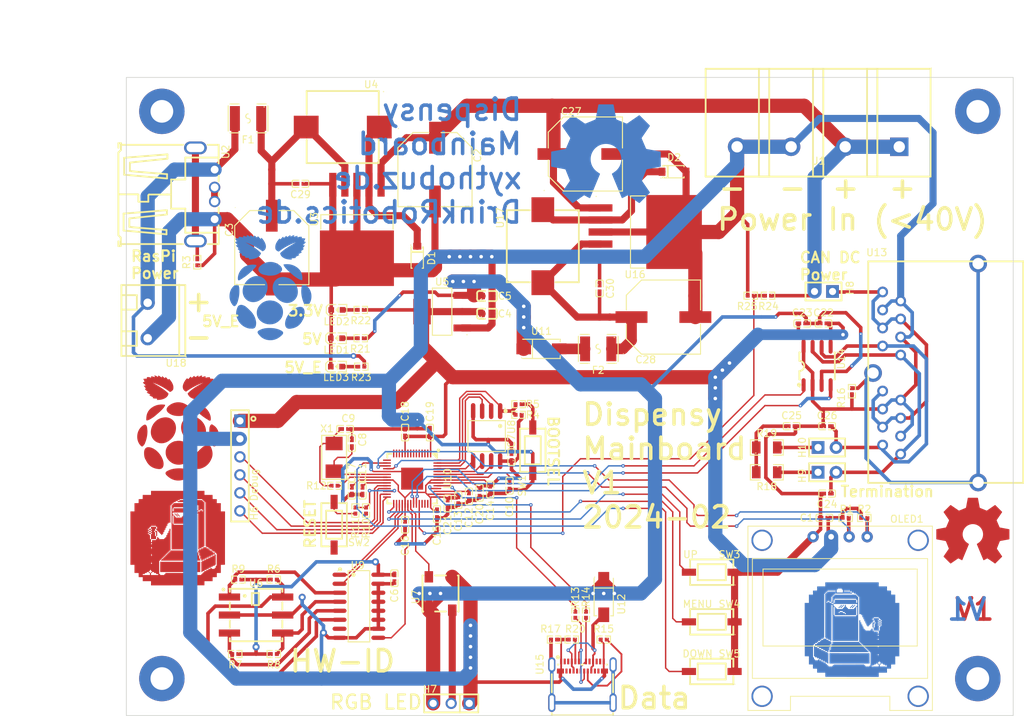
<source format=kicad_pcb>
(kicad_pcb (version 20221018) (generator pcbnew)
  (title_block (title "Dispensy Mainboard") (date "2024-02-10") (rev "1") (company "DrinkRobotics") (comment 1 "https://git.xythobuz.de/thomas/Dispensy") (comment 2 "Licensed under the CERN-OHL-S-2.0+") (comment 3 "PCB Thickness: 1mm") (comment 4 "Copyright (c) 2023 - 2024 Thomas Buck <thomas@xythobuz.de>"))
  (layers (0 "F.Cu" signal) (31 "B.Cu" signal) (34 "B.Paste" user) (35 "F.Paste" user) (36 "B.SilkS" user "B.Silkscreen") (37 "F.SilkS" user "F.Silkscreen") (38 "B.Mask" user) (39 "F.Mask" user) (44 "Edge.Cuts" user))
  (net 0 "")
  (net 1 "GND")
  (net 2 "+3.3V")
  (net 3 "+VDC")
  (net 4 "/EXT_PSU/Vout")
  (net 5 "+5V")
  (net 6 "Net-(U10-XIN)")
  (net 7 "Net-(X1-OSC2)")
  (net 8 "+1V1")
  (net 9 "Net-(U14-CANH)")
  (net 10 "Net-(C25-Pad1)")
  (net 11 "Net-(U14-CANL)")
  (net 12 "/PI/PI_PSU/Vout")
  (net 13 "Net-(U3-OUT)")
  (net 14 "Net-(U16-OUT)")
  (net 15 "/PI/ADC0")
  (net 16 "/PI/ADC1")
  (net 17 "/PI/ADC2")
  (net 18 "/PI/ADC3")
  (net 19 "/PI/IO0")
  (net 20 "/PI/IO1")
  (net 21 "/PI/IO2")
  (net 22 "/PI/IO3")
  (net 23 "/PI/IO4")
  (net 24 "/PI/IO5")
  (net 25 "/PI/IO6")
  (net 26 "/PI/IO7")
  (net 27 "/PI/IO8")
  (net 28 "/PI/IO9")
  (net 29 "/PI/IO10")
  (net 30 "/PI/IO11")
  (net 31 "/PI/IO12")
  (net 32 "/PI/IO13")
  (net 33 "/PI/IO14")
  (net 34 "/PI/IO15")
  (net 35 "/PI/Debug_Clock")
  (net 36 "/PI/Debug_Data")
  (net 37 "/PI/Debug_Tx")
  (net 38 "/PI/Debug_Rx")
  (net 39 "Net-(U7-DO)")
  (net 40 "Net-(H8-Pad1)")
  (net 41 "Net-(H9-Pad1)")
  (net 42 "Net-(H10-Pad1)")
  (net 43 "/PI/I2C_SCL")
  (net 44 "/PI/I2C_SDA")
  (net 45 "Net-(U2-SH1)")
  (net 46 "/PI/SPI_FLASH.SS")
  (net 47 "Net-(R5-Pad1)")
  (net 48 "Net-(U9-D7)")
  (net 49 "Net-(U9-D6)")
  (net 50 "Net-(U9-D5)")
  (net 51 "Net-(U9-D4)")
  (net 52 "Net-(U10-RUN)")
  (net 53 "Net-(R11-Pad2)")
  (net 54 "Net-(U10-XOUT)")
  (net 55 "/PI/USBC.DP")
  (net 56 "Net-(U10-USB_DP)")
  (net 57 "/PI/USBC.DM")
  (net 58 "Net-(U10-USB_DM)")
  (net 59 "Net-(U15-CC2)")
  (net 60 "Net-(R16-Pad1)")
  (net 61 "/PI/USBC.SHIELD")
  (net 62 "Net-(U15-CC1)")
  (net 63 "Net-(U2-D+)")
  (net 64 "/PI/LED_Din")
  (net 65 "/PI/SPI_FLASH.SD1")
  (net 66 "/PI/SPI_FLASH.SD2")
  (net 67 "/PI/SPI_FLASH.SD0")
  (net 68 "/PI/SPI_FLASH.SCLK")
  (net 69 "/PI/SPI_FLASH.SD3")
  (net 70 "/PI/SR_Load")
  (net 71 "/PI/SR_Clock")
  (net 73 "/PI/SR_Data")
  (net 74 "Net-(U10-GPIO24)")
  (net 75 "Net-(U10-GPIO25)")
  (net 76 "/PI/USBC.VBUS")
  (net 87 "Net-(U2-VCC)")
  (net 88 "Net-(U11-A)")
  (net 89 "Net-(LED1-+)")
  (net 90 "Net-(LED2-+)")
  (net 91 "Net-(LED3-+)")
  (footprint "jlc_footprints:HDR-TH_3P-P2.54-V-F" (layer "F.Cu") (at 139.275082 136 180)
    (fp_text reference "H7")
    (fp_text value "WS2812")
  )
  (footprint "jlc_footprints:C0402" (layer "F.Cu") (at 140.275082 107.34763 -90)
    (fp_text reference "C13")
    (fp_text value "1uF")
  )
  (footprint "jlc_footprints:LED0603-RD" (layer "F.Cu") (at 123.101981 88.506858)
    (fp_text reference "LED3")
    (fp_text value "FC-D1608HGK-572C")
  )
  (footprint "jlc_footprints:SW-SMD_L6.1-W3.6-LS6.6" (layer "F.Cu") (at 176 124.5 180)
    (fp_text reference "SW4")
    (fp_text value "MENU")
  )
  (footprint "jlc_footprints:R1206" (layer "F.Cu") (at 183.754966 99.907765)
    (fp_text reference "R19")
    (fp_text value "60R4")
  )
  (footprint "jlc_footprints:TO-263-5_L10.6-W9.6-P1.70-LS15.9-BR" (layer "F.Cu") (at 125.990456 68.034258 90)
    (fp_text reference "U3")
    (fp_text value "LM2576S-5_0_TR")
  )
  (footprint "jlc_footprints:R0402" (layer "F.Cu") (at 127.275082 108.802545 -90)
    (fp_text reference "R10")
    (fp_text value "10K")
  )
  (footprint "jlc_footprints:CAP-SMD_BD10.0-L10.3-W10.3-FD" (layer "F.Cu") (at 158.190482 58.51762)
    (fp_text reference "C27")
    (fp_text value "100uF")
  )
  (footprint "jlc_footprints:CONN-TH_4P-P7.62_L15.2-W31.7-EX4.2" (layer "F.Cu") (at 191 57.5 180)
    (fp_text reference "U1")
    (fp_text value "DBT50G-7_62-4P")
  )
  (footprint "jlc_footprints:R0402" (layer "F.Cu") (at 158.275082 123.5 -90)
    (fp_text reference "R14")
    (fp_text value "27R4")
  )
  (footprint "jlc_footprints:RJ45-TH_DS1129-05-S80BP-X" (layer "F.Cu") (at 206.140469 89.407765 90)
    (fp_text reference "U13")
    (fp_text value "CAN_IO")
  )
  (footprint "jlc_footprints:SOD-123_L2.8-W1.8-LS3.7-RD" (layer "F.Cu") (at 170.690482 61.01762)
    (fp_text reference "D2")
    (fp_text value "MBR340F")
  )
  (footprint "jlc_footprints:C0402" (layer "F.Cu") (at 188.754966 82.407765 180)
    (fp_text reference "C23")
    (fp_text value "47nF")
  )
  (footprint "jlc_footprints:SW-SMD_L6.1-W3.6-LS6.6" (layer "F.Cu") (at 176 117.5 180)
    (fp_text reference "SW3")
    (fp_text value "UP")
  )
  (footprint "jlc_footprints:F1812" (layer "F.Cu") (at 110.646558 53.5 180)
    (fp_text reference "F1")
    (fp_text value "ASMD1812-350-16V")
  )
  (footprint "jlc_footprints:C0402" (layer "F.Cu") (at 126.775082 106 -90)
    (fp_text reference "C11")
    (fp_text value "100nF")
  )
  (footprint "jlc_footprints:CAP-SMD_BD10.0-L10.3-W10.3-FD" (layer "F.Cu") (at 136.990456 60.717646 -90)
    (fp_text reference "C2")
    (fp_text value "100uF")
  )
  (footprint "jlc_footprints:R0402" (layer "F.Cu") (at 114.275082 118.53813)
    (fp_text reference "R6")
    (fp_text value "10K")
  )
  (footprint "jlc_footprints:C0402" (layer "F.Cu") (at 191.874904 109.82738 180)
    (fp_text reference "C1")
    (fp_text value "100nF")
  )
  (footprint "jlc_footprints:R0402" (layer "F.Cu") (at 156.775082 123.5 -90)
    (fp_text reference "R13")
    (fp_text value "27R4")
  )
  (footprint "jlc_footprints:C0402" (layer "F.Cu") (at 138.775082 107.802545 -90)
    (fp_text reference "C21")
    (fp_text value "100nF")
  )
  (footprint "jlc_footprints:C0402" (layer "F.Cu") (at 192.254966 96.907765)
    (fp_text reference "C26")
    (fp_text value "100pF")
  )
  (footprint "jlc_footprints:HDR-TH_6P-P2.54-V-F" (layer "F.Cu") (at 109.5 102.5 -90)
    (fp_text reference "H6")
    (fp_text value "Debug")
  )
  (footprint "jlc_footprints:C0402" (layer "F.Cu") (at 132.775082 110.802545 -90)
    (fp_text reference "C16")
    (fp_text value "100nF")
  )
  (footprint "jlc_footprints:R0402" (layer "F.Cu") (at 126.601981 88.506858 180)
    (fp_text reference "R23")
    (fp_text value "1K")
  )
  (footprint "jlc_footprints:SOT-223-4_L6.5-W3.5-P2.30-LS7.0-BR" (layer "F.Cu") (at 138 80.75)
    (fp_text reference "U5")
    (fp_text value "AMS1117-3_3_C347222")
  )
  (footprint "jlc_footprints:SOIC-8_L5.0-W4.0-P1.27-LS6.0-BL" (layer "F.Cu") (at 190.849962 88.407765)
    (fp_text reference "U14")
    (fp_text value "TJA1042T_3_1J")
  )
  (footprint "jlc_footprints:CONN-TH_XY300V-A-5.0-2P" (layer "F.Cu") (at 96.5 82 90)
    (fp_text reference "U18")
    (fp_text value "XY300V-A-5_0-2P")
  )
  (footprint "jlc_footprints:LED-SMD_4P-L5.0-W5.0-LS5.4-TL-1" (layer "F.Cu") (at 137.775082 120.5 90)
    (fp_text reference "U7")
    (fp_text value "WS2812E-V5")
  )
  (footprint "MountingHole:MountingHole_3.2mm_M3_Pad_TopBottom" (layer "F.Cu") (at 213.5 52.5)
    (fp_text reference "H12" hide)
    (fp_text value "MountingHole" hide)
  )
  (footprint "jlc_footprints:R0402" (layer "F.Cu") (at 103.490456 73.784829 90)
    (fp_text reference "R3")
    (fp_text value "1M")
  )
  (footprint "jlc_footprints:LED0603-RD" (layer "F.Cu") (at 123.169164 80.503429)
    (fp_text reference "LED2")
    (fp_text value "FC-D1608HGK-572C")
  )
  (footprint "jlc_footprints:C0402" (layer "F.Cu") (at 147.775082 101.25746 90)
    (fp_text reference "C7")
    (fp_text value "100nF")
  )
  (footprint "jlc_footprints:C0402" (layer "F.Cu") (at 124.320167 97.302545 180)
    (fp_text reference "C9")
    (fp_text value "27p")
  )
  (footprint "jlc_footprints:HDR-TH_2P-P2.54-V-M-1" (layer "F.Cu") (at 191.754966 77.907765 180)
    (fp_text reference "H8")
    (fp_text value "PWR")
  )
  (footprint "jlc_footprints:R0402" (layer "F.Cu") (at 194.874904 109.82738 180)
    (fp_text reference "R1")
    (fp_text value "10K")
  )
  (footprint "jlc_footprints:R0402" (layer "F.Cu") (at 156.275082 127 180)
    (fp_text reference "R20")
    (fp_text value "5K1")
  )
  (footprint "jlc_footprints:C0402" (layer "F.Cu") (at 132.775082 97.802545 90)
    (fp_text reference "C18")
    (fp_text value "100nF")
  )
  (footprint "jlc_footprints:USB-C-SMD_TYPE-C-USB-18" (layer "F.Cu") (at 157.775082 133)
    (fp_text reference "U15")
    (fp_text value "USB-C")
  )
  (footprint "jlc_footprints:C0402" (layer "F.Cu") (at 141.775082 106.802545 -90)
    (fp_text reference "C12")
    (fp_text value "1uF")
  )
  (footprint "jlc_footprints:OSC-SMD_2P-L5.0-W3.2" (layer "F.Cu") (at 122.775082 101.302545 90)
    (fp_text reference "X1")
    (fp_text value "12MHz")
  )
  (footprint "jlc_footprints:SW-SMD_L6.1-W3.6-LS6.6" (layer "F.Cu") (at 150.775082 100.302545 -90)
    (fp_text reference "SW1")
    (fp_text value "BOOTSEL")
  )
  (footprint "MountingHole:MountingHole_3.2mm_M3_Pad_TopBottom" (layer "F.Cu") (at 98.5 52.5)
    (fp_text reference "H11" hide)
    (fp_text value "MountingHole" hide)
  )
  (footprint "jlc_footprints:TO-263-5_L10.6-W9.6-P1.70-LS15.9-BR" (layer "F.Cu") (at 165.507094 69.51762 180)
    (fp_text reference "U16")
    (fp_text value "LM2576S-5_0_TR")
  )
  (footprint "jlc_footprints:R0402" (layer "F.Cu") (at 183.932817 78.5 180)
    (fp_text reference "R24")
    (fp_text value "147K")
  )
  (footprint "jlc_footprints:R0402" (layer "F.Cu") (at 125.775082 108.802545 -90)
    (fp_text reference "R11")
    (fp_text value "1K")
  )
  (footprint "jlc_footprints:R0402" (layer "F.Cu") (at 122.842265 105.302545)
    (fp_text reference "R12")
    (fp_text value "1K")
  )
  (footprint "jlc_footprints:SW-SMD_L6.1-W3.6-LS6.6" (layer "F.Cu") (at 122.775082 110.802545 -90)
    (fp_text reference "SW2")
    (fp_text value "RESET")
  )
  (footprint "jlc_footprints:R0402" (layer "F.Cu") (at 153.775082 127)
    (fp_text reference "R17")
    (fp_text value "1M")
  )
  (footprint "jlc_footprints:R0402" (layer "F.Cu") (at 148.775082 95.302545 180)
    (fp_text reference "R4")
    (fp_text value "10K")
  )
  (footprint "jlc_footprints:R0402" (layer "F.Cu") (at 160.775082 127 180)
    (fp_text reference "R15")
    (fp_text value "5K1")
  )
  (footprint "jlc_footprints:C0402" (layer "F.Cu") (at 143.275082 106.302545 -90)
    (fp_text reference "C20")
    (fp_text value "100nF")
  )
  (footprint "jlc_footprints:SOIC-8_L5.3-W5.3-P1.27-LS8.0-BL" (layer "F.Cu") (at 144.275082 98.302545 180)
    (fp_text reference "U8")
    (fp_text value "W25Q128JVSIQ")
  )
  (footprint "jlc_footprints:C0402" (layer "F.Cu") (at 192.254966 106.407765 180)
    (fp_text reference "C24")
    (fp_text value "100pF")
  )
  (footprint "jlc_footprints:R0402" (layer "F.Cu") (at 126.534798 80.503429 180)
    (fp_text reference "R22")
    (fp_text value "1K")
  )
  (footprint "jlc_footprints:LED0603-RD" (layer "F.Cu") (at 123.101981 84.503429)
    (fp_text reference "LED1")
    (fp_text value "FC-D1608HGK-572C")
  )
  (footprint "jlc_footprints:SMA_L4.4-W2.8-LS5.4-R-RD" (layer "F.Cu") (at 152 86)
    (fp_text reference "U11")
    (fp_text value "SS54_C22452")
  )
  (footprint "jlc_footprints:F1812" (layer "F.Cu") (at 160 86 180)
    (fp_text reference "F2")
    (fp_text value "ASMD1812-350-16V")
  )
  (footprint "MountingHole:MountingHole_3.2mm_M3_Pad_TopBottom" (layer "F.Cu") (at 213.5 132.5)
    (fp_text reference "H14" hide)
    (fp_text value "MountingHole" hide)
  )
  (footprint "jlc_footprints:CAP-SMD_BD10.0-L10.3-W10.3-LS11.3-FD" (layer "F.Cu") (at 113.990456 71.717646 -90)
    (fp_text reference "C3")
    (fp_text value "1000uF")
  )
  (footprint "jlc_footprints:CAP-SMD_BD10.0-L10.3-W10.3-LS11.3-FD" (layer "F.Cu") (at 169.190482 81.51762)
    (fp_text reference "C28")
    (fp_text value "1000uF")
  )
  (footprint "jlc_footprints:C0402" (layer "F.Cu") (at 147.5 105.302545 -90)
    (fp_text reference "C10")
    (fp_text value "100nF")
  )
  (footprint "jlc_footprints:C0603" (layer "F.Cu") (at 144.3349 78.549975)
    (fp_text reference "C5")
    (fp_text value "10uF")
  )
  (footprint "jlc_footprints:C0402" (layer "F.Cu") (at 136.275082 97.802545 90)
    (fp_text reference "C19")
    (fp_text value "100nF")
  )
  (footprint "jlc_footprints:R0402" (layer "F.Cu") (at 181.5 78.5 180)
    (fp_text reference "R25")
    (fp_text value "10K")
  )
  (footprint "jlc_footprints:C0402" (layer "F.Cu") (at 137.275082 109.302545 -90)
    (fp_text reference "C15")
    (fp_text value "100nF")
  )
  (footprint "jlc_footprints:R0402" (layer "F.Cu") (at 195.754966 91.974948 -90)
    (fp_text reference "R16")
    (fp_text value "1M")
  )
  (footprint "jlc_footprints:SMA_L4.4-W2.8-LS5.4-R-RD" (layer "F.Cu") (at 160.775082 121 -90)
    (fp_text reference "U12")
    (fp_text value "SS54_C22452")
  )
  (footprint "jlc_footprints:R0402" (layer "F.Cu") (at 148.775082 93.802545 180)
    (fp_text reference "R5")
    (fp_text value "1K")
  )
  (footprint "jlc_footprints:SW-SMD_SM_SKCR-16S" (layer "F.Cu") (at 111.775082 123.53813 90)
    (fp_text reference "U6")
    (fp_text value "SKCR-16S")
  )
  (footprint "jlc_footprints:C0603" (layer "F.Cu") (at 144.3349 81.049975)
    (fp_text reference "C4")
    (fp_text value "10uF")
  )
  (footprint "jlc_footprints:C0402" (layer "F.Cu") (at 187.254966 96.907765)
    (fp_text reference "C25")
    (fp_text value "4.7nF")
  )
  (footprint "jlc_footprints:C0402" (layer "F.Cu") (at 144.775082 105.84763 -90)
    (fp_text reference "C14")
    (fp_text value "100nF")
  )
  (footprint "jlc_footprints:R1206" (layer "F.Cu") (at 183.754966 103.407765 180)
    (fp_text reference "R18")
    (fp_text value "60R4")
  )
  (footprint "jlc_footprints:USB-A-TH_USB-302-T" (layer "F.Cu") (at 104.581769 64.217646 -90)
    (fp_text reference "U2")
    (fp_text value "USB-A")
  )
  (footprint "jlc_footprints:C0402" (layer "F.Cu") (at 131.275082 118.34763 90)
    (fp_text reference "C6")
    (fp_text value "100nF")
  )
  (footprint "jlc_footprints:SOIC-16_L9.9-W3.9-P1.27-LS6.0-BL" (layer "F.Cu") (at 126.275082 122.302545 -90)
    (fp_text reference "U9")
    (fp_text value "74HC165D,653")
  )
  (footprint "jlc_footprints:R0402" (layer "F.Cu") (at 197.5 109.845 180)
    (fp_text reference "R2")
    (fp_text value "10K")
  )
  (footprint "MountingHole:MountingHole_3.2mm_M3_Pad_TopBottom" (layer "F.Cu") (at 98.5 132.5)
    (fp_text reference "H13" hide)
    (fp_text value "MountingHole" hide)
  )
  (footprint "jlc_footprints:SOD-123_L2.8-W1.8-LS3.7-RD" (layer "F.Cu") (at 134.490456 73.217646 -90)
    (fp_text reference "D1")
    (fp_text value "MBR340F")
  )
  (footprint "jlc_footprints:SW-SMD_L6.1-W3.6-LS6.6" (layer "F.Cu") (at 176 131.5 180)
    (fp_text reference "SW5")
    (fp_text value "DOWN")
  )
  (footprint "jlc_footprints:IND-SMD_L11.5-W10.0_YSPI1050" (layer "F.Cu") (at 152.190482 71.51762 -90)
    (fp_text reference "U17")
    (fp_text value "100uH")
  )
  (footprint "jlc_footprints:LQFN-56_L7.0-W7.0-P0.4-EP" (layer "F.Cu") (at 133.774955 104.302545 -90)
    (fp_text reference "U10")
    (fp_text value "RP2040")
  )
  (footprint "jlc_footprints:IND-SMD_L11.5-W10.0_YSPI1050" (layer "F.Cu") (at 123.990456 54.717646 180)
    (fp_text reference "U4")
    (fp_text value "100uH")
  )
  (footprint "jlc_footprints:R0402" (layer "F.Cu") (at 114.275082 129.03813)
    (fp_text reference "R8")
    (fp_text value "10K")
  )
  (footprint "jlc_footprints:R0402" (layer "F.Cu") (at 126.534798 84.503429 180)
    (fp_text reference "R21")
    (fp_text value "1K")
  )
  (footprint "jlc_footprints:C0402" (layer "F.Cu") (at 125.275082 99.302545 -90)
    (fp_text reference "C8")
    (fp_text value "27p")
  )
  (footprint "jlc_footprints:C0402" (layer "F.Cu") (at 118.035541 62.717646 180)
    (fp_text reference "C29")
    (fp_text value "100nF")
  )
  (footprint "jlc_footprints:R0402" (layer "F.Cu") (at 109.275082 118.53813 180)
    (fp_text reference "R9")
    (fp_text value "10K")
  )
  (footprint "extern:SSD1306_0.96_Oled" (layer "F.Cu") (at 181.095 137)
    (fp_text reference "OLED1")
    (fp_text value "SSD1306")
  )
  (footprint "jlc_footprints:C0402" (layer "F.Cu") (at 191.754966 82.407765)
    (fp_text reference "C22")
    (fp_text value "100nF")
  )
  (footprint "jlc_footprints:C0402" (layer "F.Cu") (at 125.275082 106 -90)
    (fp_text reference "C17")
    (fp_text value "100nF")
  )
  (footprint "jlc_footprints:HDR-TH_2P-P2.54-V-M-1" (layer "F.Cu") (at 192.254966 99.907765)
    (fp_text reference "H10")
    (fp_text value "T_CL")
  )
  (footprint "jlc_footprints:R0402" (layer "F.Cu") (at 108.842265 129.03813 180)
    (fp_text reference "R7")
    (fp_text value "10K")
  )
  (footprint "jlc_footprints:HDR-TH_2P-P2.54-V-M-1" (layer "F.Cu") (at 192.254966 103.407765)
    (fp_text reference "H9")
    (fp_text value "T_CH")
  )
  (footprint "jlc_footprints:C0402" (layer "F.Cu") (at 160.190482 77.472535 -90)
    (fp_text reference "C30")
    (fp_text value "100nF")
  )
  (gr_poly (pts (xy 100.959076 98.965501) (xy 101.058024 98.972942) (xy 101.156506 98.985345) (xy 101.254291 99.002708) (xy 101.351145 99.025032) (xy 101.446837 99.052317) (xy 101.541134 99.084563) (xy 101.633802 99.12177) (xy 101.724611 99.163938) (xy 101.813326 99.211067) (xy 101.899717 99.263157) (xy 101.983549 99.320208) (xy 102.06459 99.38222) (xy 102.142609 99.449192) (xy 102.217372 99.521126) (xy 102.288647 99.598021) (xy 102.346164 99.66342) (xy 102.399661 99.730545) (xy 102.449146 99.799258) (xy 102.494629 99.869425) (xy 102.53612 99.94091) (xy 102.573629 100.013576) (xy 102.607166 100.08729) (xy 102.636739 100.161914) (xy 102.662359 100.237313) (xy 102.684036 100.313351) (xy 102.701779 100.389894) (xy 102.715598 100.466805) (xy 102.725502 100.543948) (xy 102.731501 100.621188) (xy 102.733605 100.698389) (xy 102.731824 100.775416) (xy 102.726167 100.852133) (xy 102.716644 100.928405) (xy 102.703265 101.004094) (xy 102.686039 101.079067) (xy 102.664976 101.153188) (xy 102.640085 101.226319) (xy 102.611377 101.298327) (xy 102.578862 101.369076) (xy 102.542548 101.438429) (xy 102.502445 101.506251) (xy 102.458564 101.572406) (xy 102.410913 101.63676) (xy 102.359503 101.699175) (xy 102.304343 101.759517) (xy 102.245443 101.81765) (xy 102.182813 101.873438) (xy 102.117106 101.926455) (xy 102.049074 101.976352) (xy 101.978872 102.023109) (xy 101.906654 102.066708) (xy 101.832576 102.107129) (xy 101.756793 102.144352) (xy 101.60073 102.209128) (xy 101.439706 102.260882) (xy 101.274962 102.299459) (xy 101.107737 102.324703) (xy 100.939271 102.336459) (xy 100.770806 102.334573) (xy 100.603581 102.318889) (xy 100.438837 102.289253) (xy 100.357782 102.269154) (xy 100.277813 102.245509) (xy 100.199084 102.218298) (xy 100.12175 102.187502) (xy 100.045967 102.153102) (xy 99.971889 102.115078) (xy 99.899671 102.07341) (xy 99.829468 102.02808) (xy 99.761436 101.979069) (xy 99.69573 101.926355) (xy 99.600232 101.845727) (xy 99.512175 101.762541) (xy 99.43156 101.676719) (xy 99.358386 101.588185) (xy 99.32459 101.542876) (xy 99.292654 101.49686) (xy 99.262578 101.450126) (xy 99.234363 101.402666) (xy 99.208008 101.35447) (xy 99.183513 101.305528) (xy 99.160879 101.255829) (xy 99.140105 101.205366) (xy 99.121191 101.154127) (xy 99.104138 101.102103) (xy 99.088945 101.049285) (xy 99.075613 100.995663) (xy 99.064141 100.941226) (xy 99.054529 100.885966) (xy 99.046777 100.829873) (xy 99.040886 100.772937) (xy 99.034685 100.656497) (xy 99.035925 100.536569) (xy 99.044607 100.413075) (xy 99.06073 100.285938) (xy 99.076538 100.222371) (xy 99.094177 100.160636) (xy 99.113619 100.100702) (xy 99.134834 100.042542) (xy 99.157793 99.986126) (xy 99.182467 99.931425) (xy 99.208826 99.87841) (xy 99.236843 99.827052) (xy 99.266488 99.777321) (xy 99.297731 99.729189) (xy 99.330544 99.682627) (xy 99.364897 99.637606) (xy 99.43811 99.552068) (xy 99.517136 99.472345) (xy 99.601743 99.398202) (xy 99.691699 99.329408) (xy 99.786771 99.265729) (xy 99.886726 99.206934) (xy 99.991332 99.15279) (xy 100.100356 99.103065) (xy 100.213566 99.057525) (xy 100.330729 99.015938) (xy 100.360508 99.015344) (xy 100.390364 99.013664) (xy 100.420375 99.011055) (xy 100.450619 99.00767) (xy 100.512114 98.999195) (xy 100.575469 98.989479) (xy 100.641305 98.979764) (xy 100.710241 98.971289) (xy 100.746066 98.967904) (xy 100.782898 98.965294) (xy 100.820816 98.963615) (xy 100.859896 98.963021)) (fill solid) (layer "F.Cu"))
  (gr_poly (pts (xy 102.763514 95.517533) (xy 102.850607 95.523181) (xy 102.938426 95.533876) (xy 103.026827 95.549726) (xy 103.115663 95.570837) (xy 103.20479 95.597317) (xy 103.294063 95.629271) (xy 103.372653 95.66057) (xy 103.449635 95.694874) (xy 103.52495 95.732084) (xy 103.59854 95.772104) (xy 103.670348 95.814838) (xy 103.740315 95.860187) (xy 103.808382 95.908056) (xy 103.874492 95.958346) (xy 103.938587 96.010963) (xy 104.000609 96.065808) (xy 104.060498 96.122784) (xy 104.118198 96.181795) (xy 104.17365 96.242745) (xy 104.226796 96.305535) (xy 104.277578 96.370069) (xy 104.325937 96.43625) (xy 104.371816 96.503982) (xy 104.415157 96.573167) (xy 104.4559 96.643709) (xy 104.493989 96.71551) (xy 104.529365 96.788474) (xy 104.561969 96.862503) (xy 104.591744 96.937502) (xy 104.618632 97.013373) (xy 104.642575 97.090019) (xy 104.663513 97.167343) (xy 104.68139 97.245248) (xy 104.696147 97.323638) (xy 104.707726 97.402415) (xy 104.716068 97.481484) (xy 104.721116 97.560745) (xy 104.722812 97.640104) (xy 104.720047 97.743026) (xy 104.711856 97.843361) (xy 104.698395 97.941002) (xy 104.679817 98.035842) (xy 104.656278 98.127776) (xy 104.627934 98.216697) (xy 104.594939 98.302498) (xy 104.557447 98.385072) (xy 104.515615 98.464313) (xy 104.469598 98.540114) (xy 104.419549 98.612369) (xy 104.365625 98.680971) (xy 104.30798 98.745813) (xy 104.246769 98.80679) (xy 104.182148 98.863794) (xy 104.114271 98.916719) (xy 104.043293 98.965458) (xy 103.96937 99.009904) (xy 103.892656 99.049952) (xy 103.813307 99.085494) (xy 103.731478 99.116424) (xy 103.647323 99.142635) (xy 103.560997 99.164021) (xy 103.472656 99.180475) (xy 103.382455 99.191891) (xy 103.290549 99.198161) (xy 103.197092 99.19918) (xy 103.10224 99.194841) (xy 103.006147 99.185037) (xy 102.90897 99.169662) (xy 102.810862 99.148608) (xy 102.711979 99.121771) (xy 102.623475 99.09001) (xy 102.536628 99.054346) (xy 102.451545 99.014902) (xy 102.368331 98.971805) (xy 102.287094 98.925182) (xy 102.20794 98.875157) (xy 102.130977 98.821858) (xy 102.056309 98.76541) (xy 101.984044 98.705938) (xy 101.914289 98.643569) (xy 101.84715 98.57843) (xy 101.782734 98.510645) (xy 101.721147 98.440341) (xy 101.662496 98.367643) (xy 101.606887 98.292678) (xy 101.554427 98.215572) (xy 101.505223 98.136451) (xy 101.459381 98.05544) (xy 101.417008 97.972666) (xy 101.378211 97.888254) (xy 101.343095 97.802331) (xy 101.311768 97.715022) (xy 101.284336 97.626453) (xy 101.260905 97.536751) (xy 101.241583 97.446041) (xy 101.226476 97.354449) (xy 101.21569 97.262102) (xy 101.209332 97.169125) (xy 101.207509 97.075644) (xy 101.210327 96.981785) (xy 101.217893 96.887674) (xy 101.230313 96.793437) (xy 101.247497 96.705243) (xy 101.269187 96.619327) (xy 101.295236 96.535793) (xy 101.325501 96.45475) (xy 101.359835 96.376304) (xy 101.398094 96.300561) (xy 101.440131 96.227627) (xy 101.485801 96.157611) (xy 101.53496 96.090617) (xy 101.587462 96.026753) (xy 101.643161 95.966125) (xy 101.701912 95.90884) (xy 101.76357 95.855005) (xy 101.82799 95.804725) (xy 101.895026 95.758108) (xy 101.964532 95.71526) (xy 102.036364 95.676288) (xy 102.110376 95.641298) (xy 102.186423 95.610398) (xy 102.264359 95.583692) (xy 102.344039 95.561289) (xy 102.425318 95.543294) (xy 102.50805 95.529815) (xy 102.592091 95.520957) (xy 102.677294 95.516828)) (fill solid) (layer "F.Cu"))
  (gr_poly (pts (xy 102.319122 109.278461) (xy 102.325662 109.346004) (xy 102.393206 109.352544) (xy 102.46075 109.359083) (xy 102.467289 109.426627) (xy 102.473829 109.494171) (xy 102.541373 109.50071) (xy 102.608916 109.50725) (xy 102.615549 109.576042) (xy 102.622181 109.644833) (xy 102.471333 109.644833) (xy 102.471333 109.496667) (xy 102.323167 109.496667) (xy 102.323167 109.644833) (xy 102.174999 109.644833) (xy 102.174999 109.496667) (xy 102.024151 109.496667) (xy 102.030784 109.427875) (xy 102.037416 109.359083) (xy 102.10496 109.352544) (xy 102.146727 109.3485) (xy 102.174999 109.3485) (xy 102.174999 109.496667) (xy 102.323167 109.496667) (xy 102.323167 109.3485) (xy 102.174999 109.3485) (xy 102.146727 109.3485) (xy 102.172504 109.346004) (xy 102.179043 109.278461) (xy 102.185583 109.210917) (xy 102.312583 109.210917)) (fill solid) (layer "F.Cu"))
  (gr_poly (pts (xy 98.573524 93.846511) (xy 98.699408 93.853462) (xy 98.826532 93.865683) (xy 98.954896 93.883021) (xy 98.954591 93.89775) (xy 98.953695 93.912179) (xy 98.952236 93.926317) (xy 98.950245 93.940175) (xy 98.94478 93.967085) (xy 98.937533 93.992988) (xy 98.928735 94.017961) (xy 98.918619 94.042081) (xy 98.907418 94.065426) (xy 98.895365 94.088073) (xy 98.882691 94.1101) (xy 98.86963 94.131584) (xy 98.843275 94.173236) (xy 98.81816 94.213647) (xy 98.806649 94.233581) (xy 98.796146 94.253437) (xy 98.725491 94.34152) (xy 98.652589 94.427277) (xy 98.577671 94.510863) (xy 98.50097 94.592435) (xy 98.422719 94.672145) (xy 98.34315 94.750151) (xy 98.18099 94.901666) (xy 98.016348 95.048221) (xy 97.851087 95.191054) (xy 97.526146 95.470521) (xy 97.426927 95.547518) (xy 97.327708 95.620175) (xy 97.228489 95.689112) (xy 97.129271 95.754948) (xy 97.030052 95.818303) (xy 96.930833 95.879798) (xy 96.732396 95.999687) (xy 96.693923 96.010165) (xy 96.657775 96.021495) (xy 96.623798 96.03329) (xy 96.591836 96.045163) (xy 96.533338 96.06759) (xy 96.506493 96.07737) (xy 96.481042 96.085677) (xy 96.456832 96.092124) (xy 96.433706 96.096323) (xy 96.422502 96.097458) (xy 96.411511 96.097886) (xy 96.400714 96.097558) (xy 96.390091 96.096426) (xy 96.379624 96.094441) (xy 96.369292 96.091556) (xy 96.359076 96.08772) (xy 96.348957 96.082887) (xy 96.338916 96.077007) (xy 96.328932 96.070032) (xy 96.318988 96.061914) (xy 96.309063 96.052604) (xy 96.302267 95.924279) (xy 96.301828 95.797426) (xy 96.3079 95.672279) (xy 96.320638 95.549069) (xy 96.340198 95.42803) (xy 96.366734 95.309394) (xy 96.400401 95.193393) (xy 96.441354 95.08026) (xy 96.489749 94.970228) (xy 96.545741 94.863529) (xy 96.609484 94.760396) (xy 96.681133 94.661061) (xy 96.760844 94.565757) (xy 96.848771 94.474716) (xy 96.94507 94.388171) (xy 97.049896 94.306354) (xy 97.159657 94.230674) (xy 97.270658 94.16228) (xy 97.382899 94.101018) (xy 97.49638 94.046732) (xy 97.611102 93.999267) (xy 97.727064 93.958468) (xy 97.844266 93.924181) (xy 97.962708 93.89625) (xy 98.082391 93.87452) (xy 98.203314 93.858836) (xy 98.325477 93.849043) (xy 98.44888 93.844987)) (fill solid) (layer "F.Cu"))
  (gr_poly (pts (xy 105.529172 96.648433) (xy 105.543167 96.649694) (xy 105.557568 96.652089) (xy 105.572396 96.655627) (xy 105.58767 96.660319) (xy 105.603408 96.666173) (xy 105.619631 96.673199) (xy 105.636358 96.681408) (xy 105.653609 96.690808) (xy 105.671401 96.70141) (xy 105.689756 96.713222) (xy 105.708692 96.726256) (xy 105.728229 96.740521) (xy 105.777215 96.771058) (xy 105.824942 96.803127) (xy 105.871389 96.836707) (xy 105.916538 96.871779) (xy 105.960369 96.908324) (xy 106.002863 96.946322) (xy 106.044001 96.985755) (xy 106.083763 97.026602) (xy 106.122129 97.068844) (xy 106.159081 97.112462) (xy 106.194599 97.157437) (xy 106.228664 97.203748) (xy 106.261255 97.251378) (xy 106.292355 97.300306) (xy 106.321943 97.350513) (xy 106.35 97.401979) (xy 106.376507 97.454686) (xy 106.401444 97.508614) (xy 106.424792 97.563743) (xy 106.446531 97.620054) (xy 106.466643 97.677528) (xy 106.485108 97.736145) (xy 106.501906 97.795886) (xy 106.517018 97.856732) (xy 106.530425 97.918663) (xy 106.542107 97.98166) (xy 106.552045 98.045703) (xy 106.560219 98.110773) (xy 106.566611 98.176851) (xy 106.571201 98.243917) (xy 106.573969 98.311953) (xy 106.574896 98.380937) (xy 106.573035 98.460894) (xy 106.567454 98.541858) (xy 106.558152 98.623597) (xy 106.54513 98.705878) (xy 106.528387 98.78847) (xy 106.507923 98.87114) (xy 106.483738 98.953654) (xy 106.455833 99.035781) (xy 106.424207 99.117287) (xy 106.38886 99.197941) (xy 106.349793 99.27751) (xy 106.307005 99.355761) (xy 106.260496 99.432462) (xy 106.210267 99.50738) (xy 106.156316 99.580282) (xy 106.098646 99.650937) (xy 106.069474 99.678842) (xy 106.055305 99.691399) (xy 106.041388 99.703027) (xy 106.027703 99.713724) (xy 106.014232 99.72349) (xy 106.000954 99.732327) (xy 105.987851 99.740234) (xy 105.974903 99.74721) (xy 105.96209 99.753256) (xy 105.949394 99.758372) (xy 105.936795 99.762558) (xy 105.924273 99.765813) (xy 105.911809 99.768139) (xy 105.899384 99.769534) (xy 105.886979 99.769999) (xy 105.874573 99.769534) (xy 105.862148 99.768139) (xy 105.849685 99.765813) (xy 105.837163 99.762558) (xy 105.824563 99.758372) (xy 105.811867 99.753256) (xy 105.799055 99.74721) (xy 105.786107 99.740234) (xy 105.773003 99.732327) (xy 105.759726 99.72349) (xy 105.746255 99.713724) (xy 105.73257 99.703027) (xy 105.718653 99.691399) (xy 105.704484 99.678842) (xy 105.675313 99.650937) (xy 105.646167 99.610642) (xy 105.618262 99.569185) (xy 105.591597 99.526642) (xy 105.566172 99.483092) (xy 105.541988 99.438611) (xy 105.519043 99.393278) (xy 105.497339 99.34717) (xy 105.476875 99.300364) (xy 105.457652 99.252938) (xy 105.439668 99.204969) (xy 105.422925 99.156536) (xy 105.407422 99.107714) (xy 105.39316 99.058583) (xy 105.380137 99.009219) (xy 105.368355 98.9597) (xy 105.357813 98.910104) (xy 105.329288 98.810278) (xy 105.303243 98.709289) (xy 105.279678 98.607215) (xy 105.258594 98.504134) (xy 105.239991 98.400122) (xy 105.223867 98.295258) (xy 105.210225 98.189618) (xy 105.199063 98.083281) (xy 105.190381 97.976323) (xy 105.18418 97.868824) (xy 105.180459 97.760859) (xy 105.179219 97.652506) (xy 105.180459 97.543843) (xy 105.18418 97.434948) (xy 105.190381 97.325898) (xy 105.199063 97.21677) (xy 105.19967 97.196332) (xy 105.20144 97.174809) (xy 105.204295 97.152355) (xy 105.208158 97.129127) (xy 105.212951 97.105278) (xy 105.218597 97.080964) (xy 105.225017 97.056341) (xy 105.232136 97.031562) (xy 105.239874 97.006783) (xy 105.248156 96.982159) (xy 105.266036 96.933997) (xy 105.285156 96.888315) (xy 105.294988 96.866792) (xy 105.304897 96.846354) (xy 105.324766 96.808539) (xy 105.33475 96.791052) (xy 105.344791 96.774524) (xy 105.35491 96.758964) (xy 105.365126 96.744383) (xy 105.375458 96.730791) (xy 105.385925 96.718196) (xy 105.396548 96.706609) (xy 105.407345 96.69604) (xy 105.418336 96.686498) (xy 105.42954 96.677992) (xy 105.440977 96.670533) (xy 105.452665 96.66413) (xy 105.464625 96.658793) (xy 105.476876 96.654531) (xy 105.489436 96.651355) (xy 105.502326 96.649273) (xy 105.515565 96.648296)) (fill solid) (layer "F.Cu"))
  (gr_poly (pts (xy 99.076865 95.658364) (xy 99.170317 95.66443) (xy 99.261647 95.675573) (xy 99.350729 95.691676) (xy 99.437438 95.712625) (xy 99.521646 95.738302) (xy 99.603229 95.76859) (xy 99.682059 95.803375) (xy 99.758012 95.84254) (xy 99.830962 95.885967) (xy 99.900781 95.933542) (xy 99.967346 95.985147) (xy 100.030528 96.040667) (xy 100.090203 96.099985) (xy 100.146244 96.162985) (xy 100.198526 96.229551) (xy 100.246923 96.299566) (xy 100.291308 96.372914) (xy 100.331556 96.449479) (xy 100.367541 96.529145) (xy 100.399136 96.611795) (xy 100.426216 96.697313) (xy 100.448655 96.785583) (xy 100.466327 96.876488) (xy 100.479105 96.969913) (xy 100.486865 97.06574) (xy 100.489479 97.163854) (xy 100.487325 97.253128) (xy 100.480927 97.342267) (xy 100.470382 97.431134) (xy 100.455786 97.519595) (xy 100.437238 97.607512) (xy 100.414833 97.694752) (xy 100.358841 97.866653) (xy 100.288587 98.034214) (xy 100.204846 98.196349) (xy 100.108391 98.351973) (xy 100 98.5) (xy 99.880447 98.639345) (xy 99.750506 98.768924) (xy 99.610954 98.887651) (xy 99.462565 98.99444) (xy 99.385299 99.043019) (xy 99.306115 99.088207) (xy 99.225109 99.129868) (xy 99.142378 99.167866) (xy 99.05802 99.202066) (xy 98.97213 99.232332) (xy 98.884807 99.258529) (xy 98.796146 99.280521) (xy 98.70718 99.297748) (xy 98.618961 99.309821) (xy 98.531613 99.316855) (xy 98.445263 99.318968) (xy 98.360037 99.316274) (xy 98.276062 99.308891) (xy 98.193462 99.296934) (xy 98.112364 99.28052) (xy 98.032893 99.259766) (xy 97.955177 99.234787) (xy 97.87934 99.205699) (xy 97.805509 99.17262) (xy 97.733809 99.135665) (xy 97.664367 99.09495) (xy 97.597309 99.050593) (xy 97.532761 99.002708) (xy 97.470847 98.951413) (xy 97.411696 98.896823) (xy 97.355431 98.839055) (xy 97.30218 98.778226) (xy 97.252069 98.714451) (xy 97.205222 98.647846) (xy 97.161767 98.578529) (xy 97.121829 98.506614) (xy 97.085535 98.43222) (xy 97.053009 98.355461) (xy 97.024379 98.276454) (xy 96.99977 98.195316) (xy 96.979308 98.112162) (xy 96.963118 98.027109) (xy 96.951328 97.940273) (xy 96.944063 97.851771) (xy 96.941256 97.762496) (xy 96.942693 97.673358) (xy 96.948278 97.58449) (xy 96.957912 97.49603) (xy 96.9715 97.408112) (xy 96.988944 97.320873) (xy 97.035013 97.148971) (xy 97.095345 96.98141) (xy 97.169165 96.819275) (xy 97.255697 96.663652) (xy 97.354167 96.515625) (xy 97.463798 96.376279) (xy 97.583817 96.2467) (xy 97.713447 96.127974) (xy 97.851914 96.021184) (xy 97.924219 95.972605) (xy 97.998443 95.927418) (xy 98.074488 95.885757) (xy 98.152258 95.847758) (xy 98.231655 95.813558) (xy 98.312584 95.783292) (xy 98.394946 95.757095) (xy 98.478646 95.735104) (xy 98.582185 95.708264) (xy 98.684357 95.6872) (xy 98.785037 95.671794) (xy 98.884099 95.66193) (xy 98.981417 95.657492)) (fill solid) (layer "F.Cu"))
  (gr_poly (pts (xy 96.644546 99.865292) (xy 96.69059 99.868238) (xy 96.738184 99.873354) (xy 96.787328 99.88064) (xy 96.838023 99.890097) (xy 96.890268 99.901724) (xy 96.944063 99.915522) (xy 97.028221 99.942624) (xy 97.111934 99.974213) (xy 97.195065 100.010123) (xy 97.277479 100.05019) (xy 97.359041 100.094249) (xy 97.439614 100.142135) (xy 97.519063 100.193684) (xy 97.597253 100.248731) (xy 97.749311 100.368659) (xy 97.894702 100.500602) (xy 98.032343 100.643242) (xy 98.161146 100.795261) (xy 98.280028 100.955341) (xy 98.387902 101.122166) (xy 98.483685 101.294416) (xy 98.566289 101.470775) (xy 98.602311 101.560083) (xy 98.634631 101.649924) (xy 98.663115 101.740133) (xy 98.687626 101.830546) (xy 98.708028 101.920997) (xy 98.724187 102.011323) (xy 98.735966 102.101357) (xy 98.743229 102.190937) (xy 98.740116 102.296344) (xy 98.736209 102.346233) (xy 98.730724 102.394232) (xy 98.723649 102.440332) (xy 98.714975 102.484524) (xy 98.704693 102.526797) (xy 98.692793 102.567141) (xy 98.679265 102.605548) (xy 98.6641 102.642008) (xy 98.647287 102.67651) (xy 98.628818 102.709045) (xy 98.608682 102.739604) (xy 98.586869 102.768176) (xy 98.563371 102.794752) (xy 98.538177 102.819323) (xy 98.511278 102.841878) (xy 98.482664 102.862408) (xy 98.452325 102.880903) (xy 98.420252 102.897354) (xy 98.386434 102.911751) (xy 98.350863 102.924084) (xy 98.313529 102.934343) (xy 98.274421 102.942519) (xy 98.23353 102.948603) (xy 98.190847 102.952583) (xy 98.146362 102.954452) (xy 98.100065 102.954198) (xy 98.051946 102.951813) (xy 98.001996 102.947286) (xy 97.950205 102.940609) (xy 97.896563 102.931771) (xy 97.750822 102.908219) (xy 97.611206 102.877303) (xy 97.477635 102.839102) (xy 97.350033 102.793691) (xy 97.228322 102.741149) (xy 97.112425 102.681553) (xy 97.002263 102.614981) (xy 96.897761 102.54151) (xy 96.798839 102.461218) (xy 96.705421 102.374182) (xy 96.617429 102.28048) (xy 96.534785 102.180189) (xy 96.457413 102.073387) (xy 96.385234 101.960151) (xy 96.318171 101.840559) (xy 96.256146 101.714688) (xy 96.218293 101.655144) (xy 96.184006 101.595522) (xy 96.153129 101.535745) (xy 96.125508 101.475736) (xy 96.100988 101.415417) (xy 96.079413 101.35471) (xy 96.060628 101.293538) (xy 96.04448 101.231823) (xy 96.030811 101.169488) (xy 96.019468 101.106456) (xy 96.010296 101.042649) (xy 96.003139 100.977988) (xy 95.997842 100.912398) (xy 95.99425 100.8458) (xy 95.992209 100.778117) (xy 95.991563 100.709272) (xy 95.991563 100.550522) (xy 95.997299 100.497037) (xy 96.004585 100.445722) (xy 96.013422 100.396578) (xy 96.023809 100.349604) (xy 96.035746 100.3048) (xy 96.049234 100.262167) (xy 96.064272 100.221704) (xy 96.08086 100.183412) (xy 96.098998 100.14729) (xy 96.118687 100.113339) (xy 96.139926 100.081558) (xy 96.162715 100.051947) (xy 96.187055 100.024507) (xy 96.212945 99.999237) (xy 96.240385 99.976138) (xy 96.269375 99.955209) (xy 96.299916 99.936451) (xy 96.332007 99.919862) (xy 96.365649 99.905445) (xy 96.40084 99.893197) (xy 96.437582 99.883121) (xy 96.475874 99.875214) (xy 96.515717 99.869478) (xy 96.55711 99.865912) (xy 96.600053 99.864517)) (fill solid) (layer "F.Cu"))
  (gr_poly (pts (xy 102.026833 109.3485) (xy 101.87918 109.3485) (xy 101.884644 109.279709) (xy 101.890108 109.210917) (xy 101.95847 109.204284) (xy 102.026833 109.197651)) (fill solid) (layer "F.Cu"))
  (gr_poly (pts (xy 100.735667 109.644833) (xy 100.587499 109.644833) (xy 100.587499 109.496667) (xy 100.735667 109.496667)) (fill solid) (layer "F.Cu"))
  (gr_poly (pts (xy 98.031568 89.76605) (xy 98.059654 89.777742) (xy 98.08681 89.790519) (xy 98.113191 89.804304) (xy 98.138952 89.819019) (xy 98.164247 89.834586) (xy 98.189233 89.850929) (xy 98.214063 89.867969) (xy 98.263879 89.903833) (xy 98.314936 89.941556) (xy 98.368472 89.98052) (xy 98.396559 90.000274) (xy 98.42573 90.020105) (xy 98.435195 90.019799) (xy 98.443778 90.018903) (xy 98.451528 90.017445) (xy 98.458493 90.015454) (xy 98.464721 90.012959) (xy 98.470262 90.009989) (xy 98.475163 90.006573) (xy 98.479473 90.002741) (xy 98.483241 89.998522) (xy 98.486514 89.993943) (xy 98.489342 89.989036) (xy 98.491772 89.983828) (xy 98.493854 89.978348) (xy 98.495635 89.972627) (xy 98.497164 89.966692) (xy 98.49849 89.960573) (xy 98.500725 89.9479) (xy 98.502728 89.934838) (xy 98.504885 89.921622) (xy 98.507585 89.908484) (xy 98.50926 89.902016) (xy 98.511216 89.895655) (xy 98.513501 89.889429) (xy 98.516164 89.883369) (xy 98.519253 89.877502) (xy 98.522817 89.871858) (xy 98.526904 89.866466) (xy 98.531563 89.861355) (xy 98.546292 89.866619) (xy 98.560721 89.872465) (xy 98.57486 89.878854) (xy 98.588717 89.885746) (xy 98.615628 89.900887) (xy 98.64153 89.917579) (xy 98.666503 89.93551) (xy 98.690623 89.954372) (xy 98.713968 89.973854) (xy 98.736615 89.993646) (xy 98.780127 90.03292) (xy 98.821778 90.069714) (xy 98.8421 90.086406) (xy 98.862189 90.101547) (xy 98.882123 90.114828) (xy 98.90198 90.125938) (xy 98.911445 90.125633) (xy 98.920028 90.124737) (xy 98.927778 90.123278) (xy 98.934743 90.121287) (xy 98.940971 90.118792) (xy 98.946512 90.115822) (xy 98.951413 90.112407) (xy 98.955723 90.108575) (xy 98.959491 90.104355) (xy 98.962764 90.099777) (xy 98.965592 90.094869) (xy 98.968022 90.089661) (xy 98.970104 90.084182) (xy 98.971885 90.07846) (xy 98.973414 90.072526) (xy 98.97474 90.066407) (xy 98.976975 90.053733) (xy 98.978978 90.040672) (xy 98.981135 90.027456) (xy 98.983835 90.014317) (xy 98.98551 90.007849) (xy 98.987466 90.001488) (xy 98.989751 89.995263) (xy 98.992414 89.989202) (xy 98.995503 89.983335) (xy 98.999067 89.977691) (xy 99.003154 89.972299) (xy 99.007813 89.967188) (xy 99.036971 89.987626) (xy 99.064967 90.009149) (xy 99.091878 90.031603) (xy 99.11778 90.054831) (xy 99.142753 90.07868) (xy 99.166873 90.102994) (xy 99.190218 90.127617) (xy 99.212865 90.152396) (xy 99.256376 90.201799) (xy 99.298028 90.249961) (xy 99.338438 90.295643) (xy 99.358373 90.317167) (xy 99.378229 90.337605) (xy 99.536979 90.231771) (xy 99.655318 90.373261) (xy 99.713132 90.446061) (xy 99.769317 90.520333) (xy 99.823332 90.596155) (xy 99.874633 90.673605) (xy 99.92268 90.75276) (xy 99.966927 90.833698) (xy 100.006835 90.916497) (xy 100.041858 91.001233) (xy 100.071456 91.087985) (xy 100.08405 91.132141) (xy 100.095085 91.17683) (xy 100.104492 91.222061) (xy 100.112203 91.267845) (xy 100.11815 91.314191) (xy 100.122267 91.361108) (xy 100.124484 91.408607) (xy 100.124734 91.456697) (xy 100.12295 91.505387) (xy 100.119063 91.554688) (xy 100.118448 91.579184) (xy 100.116621 91.60307) (xy 100.113613 91.626355) (xy 100.109451 91.649049) (xy 100.104165 91.671162) (xy 100.097785 91.692703) (xy 100.090339 91.713682) (xy 100.081856 91.734108) (xy 100.072365 91.753993) (xy 100.061896 91.773344) (xy 100.050477 91.792172) (xy 100.038137 91.810486) (xy 100.024907 91.828297) (xy 100.010813 91.845613) (xy 99.995887 91.862445) (xy 99.980156 91.878802) (xy 99.946399 91.910131) (xy 99.909773 91.939677) (xy 99.870512 91.967518) (xy 99.828848 91.993731) (xy 99.785013 92.018393) (xy 99.739241 92.041583) (xy 99.691763 92.063378) (xy 99.642813 92.083855) (xy 99.503274 91.976561) (xy 99.362417 91.872911) (xy 99.220164 91.772827) (xy 99.076439 91.676231) (xy 98.931164 91.583045) (xy 98.784261 91.493193) (xy 98.635652 91.406596) (xy 98.485261 91.323178) (xy 98.333009 91.242859) (xy 98.17882 91.165564) (xy 98.022615 91.091215) (xy 97.864317 91.019734) (xy 97.703849 90.951043) (xy 97.541132 90.885065) (xy 97.376091 90.821722) (xy 97.208646 90.760938) (xy 97.801479 91.112338) (xy 98.093244 91.288348) (xy 98.379428 91.468698) (xy 98.65817 91.656491) (xy 98.79417 91.754146) (xy 98.927611 91.854825) (xy 99.058262 91.958914) (xy 99.18589 92.066801) (xy 99.310262 92.178875) (xy 99.431146 92.295521) (xy 99.424188 92.349465) (xy 99.413305 92.40213) (xy 99.398604 92.453477) (xy 99.380193 92.503467) (xy 99.358177 92.552062) (xy 99.332664 92.599224) (xy 99.303759 92.644912) (xy 99.271569 92.689089) (xy 99.236202 92.731716) (xy 99.197762 92.772753) (xy 99.156358 92.812163) (xy 99.112096 92.849906) (xy 99.065082 92.885944) (xy 99.015422 92.920238) (xy 98.963224 92.952749) (xy 98.908594 92.983438) (xy 98.851639 93.012267) (xy 98.792464 93.039197) (xy 98.731178 93.064189) (xy 98.667885 93.087204) (xy 98.602694 93.108204) (xy 98.53571 93.12715) (xy 98.46704 93.144003) (xy 98.396791 93.158724) (xy 98.325069 93.171275) (xy 98.251981 93.181617) (xy 98.177633 93.189711) (xy 98.102132 93.195518) (xy 98.025585 93.199) (xy 97.948097 93.200117) (xy 97.869777 93.198832) (xy 97.79073 93.195105) (xy 97.786226 93.190294) (xy 97.782604 93.185764) (xy 97.779815 93.181486) (xy 97.777811 93.177431) (xy 97.776543 93.17357) (xy 97.775963 93.169873) (xy 97.776023 93.166313) (xy 97.776674 93.162858) (xy 97.777867 93.159482) (xy 97.779555 93.156153) (xy 97.781688 93.152844) (xy 97.784219 93.149526) (xy 97.790278 93.142743) (xy 97.797344 93.135573) (xy 97.805031 93.127783) (xy 97.812951 93.11914) (xy 97.816877 93.114426) (xy 97.820715 93.109412) (xy 97.824418 93.104068) (xy 97.827937 93.098366) (xy 97.831223 93.092276) (xy 97.834229 93.08577) (xy 97.836905 93.078818) (xy 97.839203 93.071391) (xy 97.841074 93.06346) (xy 97.842471 93.054997) (xy 97.843345 93.045971) (xy 97.843647 93.036354) (xy 97.803378 93.027608) (xy 97.762101 93.020955) (xy 97.720049 93.016007) (xy 97.677455 93.012377) (xy 97.506302 93.003282) (xy 97.464483 93.000426) (xy 97.423517 92.996564) (xy 97.383635 92.991305) (xy 97.345072 92.984265) (xy 97.308059 92.975053) (xy 97.272828 92.963284) (xy 97.239613 92.948569) (xy 97.223834 92.939986) (xy 97.208646 92.930521) (xy 97.208948 92.925712) (xy 97.209822 92.921194) (xy 97.211219 92.916946) (xy 97.21309 92.912951) (xy 97.215388 92.909188) (xy 97.218064 92.905639) (xy 97.221069 92.902283) (xy 97.224356 92.899102) (xy 97.227875 92.896076) (xy 97.231578 92.893185) (xy 97.239342 92.887733) (xy 97.254948 92.877605) (xy 97.262015 92.872618) (xy 97.265195 92.870076) (xy 97.268074 92.867476) (xy 97.270605 92.864799) (xy 97.272738 92.862024) (xy 97.274425 92.859134) (xy 97.275619 92.856107) (xy 97.27627 92.852926) (xy 97.276329 92.84957) (xy 97.27575 92.846021) (xy 97.274482 92.842258) (xy 97.272478 92.838263) (xy 97.269689 92.834016) (xy 97.266067 92.829497) (xy 97.261563 92.824688) (xy 96.732396 92.560105) (xy 96.732701 92.555295) (xy 96.733598 92.550777) (xy 96.735056 92.54653) (xy 96.737047 92.542535) (xy 96.739542 92.538772) (xy 96.742512 92.535222) (xy 96.745927 92.531867) (xy 96.749759 92.528685) (xy 96.753979 92.525659) (xy 96.758557 92.522768) (xy 96.763465 92.519994) (xy 96.768673 92.517317) (xy 96.779874 92.512175) (xy 96.791927 92.507188) (xy 96.817662 92.497059) (xy 96.830879 92.491608) (xy 96.844017 92.485691) (xy 96.856846 92.479154) (xy 96.863072 92.475604) (xy 96.869132 92.471841) (xy 96.874999 92.467846) (xy 96.880643 92.463599) (xy 96.886035 92.459081) (xy 96.891146 92.454271) (xy 96.860786 92.435009) (xy 96.829341 92.416754) (xy 96.796966 92.399275) (xy 96.763816 92.382338) (xy 96.626563 92.315365) (xy 96.591862 92.297653) (xy 96.557317 92.279088) (xy 96.523081 92.259438) (xy 96.48931 92.238471) (xy 96.45616 92.215953) (xy 96.423785 92.191652) (xy 96.39234 92.165336) (xy 96.36198 92.136771) (xy 96.366941 92.132112) (xy 96.371901 92.128025) (xy 96.376862 92.124461) (xy 96.381823 92.121372) (xy 96.386784 92.118709) (xy 96.391745 92.116424) (xy 96.396706 92.114468) (xy 96.401667 92.112794) (xy 96.411589 92.110094) (xy 96.421511 92.107936) (xy 96.431433 92.105934) (xy 96.441355 92.103699) (xy 96.451277 92.100843) (xy 96.456238 92.099062) (xy 96.461198 92.096981) (xy 96.466159 92.09455) (xy 96.47112 92.091723) (xy 96.476081 92.088449) (xy 96.481042 92.084682) (xy 96.486003 92.080372) (xy 96.490964 92.07547) (xy 96.495925 92.06993) (xy 96.500886 92.063701) (xy 96.505847 92.056736) (xy 96.510808 92.048986) (xy 96.515769 92.040403) (xy 96.52073 92.030938) (xy 96.461302 91.991147) (xy 96.402494 91.950736) (xy 96.344926 91.909085) (xy 96.316801 91.8876) (xy 96.289219 91.865573) (xy 96.262257 91.842926) (xy 96.235992 91.819581) (xy 96.210503 91.795461) (xy 96.185866 91.770489) (xy 96.16216 91.744586) (xy 96.139461 91.717675) (xy 96.117847 91.68968) (xy 96.097396 91.660521) (xy 96.256146 91.607605) (xy 95.938646 91.184271) (xy 95.957896 91.18484) (xy 95.97606 91.186338) (xy 95.993294 91.188457) (xy 96.009753 91.190886) (xy 96.040966 91.195433) (xy 96.056029 91.196932) (xy 96.070938 91.1975) (xy 96.078383 91.197339) (xy 96.085847 91.196828) (xy 96.093349 91.195931) (xy 96.10091 91.194606) (xy 96.108549 91.192817) (xy 96.116284 91.190524) (xy 96.124136 91.187688) (xy 96.132123 91.184271) (xy 96.140265 91.180234) (xy 96.148582 91.175538) (xy 96.157092 91.170144) (xy 96.165816 91.164014) (xy 96.174772 91.157109) (xy 96.18398 91.14939) (xy 96.19346 91.140818) (xy 96.20323 91.131355) (xy 96.193006 91.116774) (xy 96.18221 91.102765) (xy 96.170891 91.089279) (xy 96.159098 91.076268) (xy 96.13428 91.051476) (xy 96.108145 91.028002) (xy 96.081079 91.005458) (xy 96.053471 90.983457) (xy 95.998177 90.939532) (xy 95.971267 90.916833) (xy 95.945364 90.893126) (xy 95.920856 90.868024) (xy 95.909247 90.854829) (xy 95.898132 90.84114) (xy 95.887559 90.826908) (xy 95.877577 90.812085) (xy 95.868235 90.796622) (xy 95.859581 90.780472) (xy 95.851663 90.763585) (xy 95.84453 90.745913) (xy 95.838231 90.727408) (xy 95.832813 90.708021) (xy 96.04448 90.655105) (xy 96.044174 90.640374) (xy 96.043278 90.625933) (xy 96.04182 90.611764) (xy 96.039829 90.597847) (xy 96.034364 90.570691) (xy 96.027116 90.54431) (xy 96.018318 90.51855) (xy 96.008203 90.493254) (xy 95.997002 90.468268) (xy 95.984948 90.443438) (xy 95.932858 90.342566) (xy 95.92003 90.316185) (xy 95.907743 90.289029) (xy 95.896233 90.260943) (xy 95.885729 90.231771) (xy 96.414896 90.178855) (xy 96.36198 90.020105) (xy 96.381823 90.010795) (xy 96.401667 90.002677) (xy 96.421511 89.995702) (xy 96.441355 89.989822) (xy 96.461198 89.984989) (xy 96.481042 89.981154) (xy 96.500886 89.978268) (xy 96.520729 89.976283) (xy 96.560417 89.974823) (xy 96.600104 89.976386) (xy 96.639792 89.980585) (xy 96.679479 89.987032) (xy 96.719167 89.995339) (xy 96.758854 90.005119) (xy 96.838229 90.027546) (xy 96.917605 90.051214) (xy 96.99698 90.073021) (xy 96.99698 89.861355) (xy 97.026758 89.862543) (xy 97.056614 89.865902) (xy 97.086625 89.871121) (xy 97.116869 89.877891) (xy 97.147423 89.885901) (xy 97.178364 89.894841) (xy 97.241719 89.914271) (xy 97.307555 89.933702) (xy 97.341597 89.942642) (xy 97.376491 89.950652) (xy 97.412316 89.957421) (xy 97.449148 89.96264) (xy 97.487066 89.965999) (xy 97.526146 89.967188) (xy 97.530498 89.95757) (xy 97.533678 89.948533) (xy 97.535753 89.940038) (xy 97.536791 89.932048) (xy 97.536861 89.924523) (xy 97.536029 89.917424) (xy 97.534364 89.910712) (xy 97.531934 89.904349) (xy 97.528806 89.898297) (xy 97.525048 89.892516) (xy 97.520728 89.886967) (xy 97.515914 89.881612) (xy 97.510674 89.876412) (xy 97.505075 89.871328) (xy 97.493073 89.861355) (xy 97.467752 89.841097) (xy 97.455517 89.830194) (xy 97.449744 89.824412) (xy 97.444291 89.81836) (xy 97.439225 89.811997) (xy 97.434614 89.805286) (xy 97.430527 89.798187) (xy 97.427031 89.790661) (xy 97.424194 89.782671) (xy 97.422083 89.774176) (xy 97.420767 89.76514) (xy 97.420313 89.755521) (xy 97.459393 89.756736) (xy 97.497311 89.760276) (xy 97.534143 89.765986) (xy 97.569968 89.773711) (xy 97.604862 89.783297) (xy 97.638904 89.794589) (xy 97.672171 89.80743) (xy 97.70474 89.821667) (xy 97.736689 89.837144) (xy 97.768095 89.853707) (xy 97.799036 89.871199) (xy 97.82959 89.889467) (xy 97.889845 89.927707) (xy 97.94948 89.967188) (xy 97.954137 89.962225) (xy 97.958213 89.957253) (xy 97.961747 89.952262) (xy 97.964776 89.947241) (xy 97.967341 89.942181) (xy 97.969479 89.937074) (xy 97.971229 89.931908) (xy 97.972631 89.926674) (xy 97.973723 89.921362) (xy 97.974543 89.915964) (xy 97.975525 89.904866) (xy 97.975887 89.893304) (xy 97.975938 89.881198) (xy 97.97599 89.868473) (xy 97.976352 89.85505) (xy 97.977334 89.840852) (xy 97.978154 89.833438) (xy 97.979246 89.825801) (xy 97.980647 89.817932) (xy 97.982398 89.80982) (xy 97.984536 89.801457) (xy 97.9871 89.792832) (xy 97.99013 89.783935) (xy 97.993663 89.774758) (xy 97.997739 89.76529) (xy 98.002397 89.755521)) (fill solid) (layer "F.Cu"))
  (gr_poly (pts (xy 103.910666 117.476499) (xy 98.279005 117.476499) (xy 98.26879 117.449879) (xy 98.258575 117.42326) (xy 98.264162 116.724922) (xy 98.26975 116.026583) (xy 101.090208 116.021214) (xy 103.910666 116.015846)) (fill solid) (layer "F.Cu"))
  (gr_poly (pts (xy 96.968 111.825) (xy 96.671667 111.825) (xy 96.671667 111.676833) (xy 96.968 111.676833)) (fill solid) (layer "F.Cu"))
  (gr_poly (pts (xy 100.906198 93.532448) (xy 101.076899 93.547008) (xy 101.246126 93.575753) (xy 101.413028 93.618605) (xy 101.576752 93.675488) (xy 101.736445 93.746324) (xy 101.891255 93.831034) (xy 101.966562 93.878568) (xy 102.040328 93.929542) (xy 102.112447 93.983946) (xy 102.182813 94.041771) (xy 102.341562 94.200521) (xy 102.365438 94.230285) (xy 102.387464 94.260039) (xy 102.407648 94.289774) (xy 102.426002 94.31948) (xy 102.442533 94.349147) (xy 102.457253 94.378766) (xy 102.47017 94.408327) (xy 102.481295 94.437819) (xy 102.490637 94.467234) (xy 102.498206 94.496562) (xy 102.504012 94.525793) (xy 102.508064 94.554918) (xy 102.510371 94.583926) (xy 102.510945 94.612808) (xy 102.509793 94.641555) (xy 102.506927 94.670156) (xy 102.502355 94.698603) (xy 102.496088 94.726884) (xy 102.488134 94.754991) (xy 102.478505 94.782914) (xy 102.467208 94.810643) (xy 102.454255 94.838169) (xy 102.439655 94.865482) (xy 102.423417 94.892572) (xy 102.405552 94.919429) (xy 102.386068 94.946044) (xy 102.364976 94.972407) (xy 102.342285 94.998508) (xy 102.318006 95.024338) (xy 102.292146 95.049888) (xy 102.235729 95.100104) (xy 102.185512 95.13797) (xy 102.134133 95.172348) (xy 102.081668 95.20347) (xy 102.028196 95.231569) (xy 101.973794 95.256877) (xy 101.918539 95.279628) (xy 101.862508 95.300053) (xy 101.805781 95.318385) (xy 101.748433 95.334857) (xy 101.690542 95.349701) (xy 101.632186 95.36315) (xy 101.573443 95.375436) (xy 101.455104 95.39745) (xy 101.336145 95.417604) (xy 101.306392 95.426919) (xy 101.276717 95.435071) (xy 101.247197 95.442138) (xy 101.21791 95.448197) (xy 101.188932 95.453326) (xy 101.160342 95.457602) (xy 101.104635 95.463907) (xy 101.051409 95.467731) (xy 101.001283 95.469694) (xy 100.912813 95.470521) (xy 100.754166 95.467834) (xy 100.675037 95.464242) (xy 100.59614 95.458946) (xy 100.517553 95.451788) (xy 100.439354 95.442616) (xy 100.361619 95.431273) (xy 100.284428 95.417604) (xy 100.207856 95.401456) (xy 100.131982 95.382671) (xy 100.056883 95.361096) (xy 99.982637 95.336576) (xy 99.909321 95.308955) (xy 99.837013 95.278078) (xy 99.76579 95.243791) (xy 99.69573 95.205938) (xy 99.63325 95.170906) (xy 99.574781 95.135283) (xy 99.520304 95.099099) (xy 99.4698 95.062381) (xy 99.42325 95.025159) (xy 99.380633 94.987463) (xy 99.34193 94.949321) (xy 99.307123 94.910762) (xy 99.276191 94.871816) (xy 99.249116 94.832511) (xy 99.225878 94.792877) (xy 99.206457 94.752942) (xy 99.190835 94.712736) (xy 99.178991 94.672288) (xy 99.170907 94.631627) (xy 99.166563 94.590782) (xy 99.16594 94.549781) (xy 99.169018 94.508655) (xy 99.175778 94.467431) (xy 99.1862 94.42614) (xy 99.200266 94.38481) (xy 99.217955 94.343471) (xy 99.239249 94.302151) (xy 99.264128 94.260879) (xy 99.292573 94.219685) (xy 99.324564 94.178597) (xy 99.360081 94.137645) (xy 99.399107 94.096858) (xy 99.44162 94.056264) (xy 99.487603 94.015894) (xy 99.537034 93.975775) (xy 99.589896 93.935937) (xy 99.665068 93.883226) (xy 99.741683 93.834225) (xy 99.819635 93.788926) (xy 99.898818 93.747318) (xy 99.979125 93.709393) (xy 100.060449 93.675139) (xy 100.142684 93.644548) (xy 100.225723 93.617611) (xy 100.393788 93.574655) (xy 100.56379 93.546194) (xy 100.734878 93.532151)) (fill solid) (layer "F.Cu"))
  (gr_poly (pts (xy 104.503333 106.596834) (xy 105.645139 106.596834) (xy 105.651028 106.887875) (xy 105.656917 107.178917) (xy 105.947958 107.184806) (xy 106.238999 107.190695) (xy 106.238999 107.761) (xy 106.810499 107.761) (xy 106.810499 108.925167) (xy 107.403282 108.925167) (xy 107.397932 112.687542) (xy 107.392583 116.449916) (xy 107.101541 116.455806) (xy 106.810499 116.461695) (xy 106.810499 117.602271) (xy 106.530042 117.608177) (xy 106.249583 117.614084) (xy 106.243698 117.904532) (xy 106.237814 118.194981) (xy 105.947365 118.200865) (xy 105.656917 118.20675) (xy 105.65101 118.487209) (xy 105.645104 118.767666) (xy 104.504528 118.767666) (xy 104.498639 119.058708) (xy 104.492749 119.34975) (xy 100.730375 119.355099) (xy 96.968 119.360449) (xy 96.968 118.767666) (xy 95.803833 118.767666) (xy 95.803833 118.196166) (xy 95.233528 118.196166) (xy 95.227639 117.905125) (xy 95.227532 117.899833) (xy 95.803833 117.899833) (xy 96.819833 117.899833) (xy 96.968 117.899833) (xy 97.986682 117.899833) (xy 97.980049 117.831042) (xy 97.973416 117.76225) (xy 97.831812 117.75602) (xy 97.690209 117.74979) (xy 97.683646 117.681936) (xy 97.677083 117.614084) (xy 97.534208 117.607824) (xy 97.391333 117.601565) (xy 97.391333 117.476499) (xy 97.116166 117.476499) (xy 97.116166 117.6035) (xy 96.968 117.6035) (xy 96.968 117.899833) (xy 96.819833 117.899833) (xy 96.819833 117.6035) (xy 96.968 117.6035) (xy 96.968 117.479181) (xy 97.036791 117.472549) (xy 97.105583 117.465917) (xy 97.105583 117.338916) (xy 97.036791 117.332284) (xy 96.968 117.325651) (xy 96.968 117.180166) (xy 96.819833 117.180166) (xy 96.819833 117.328333) (xy 96.671667 117.328333) (xy 96.671667 117.476499) (xy 96.378016 117.476499) (xy 96.371383 117.543225) (xy 96.36475 117.609951) (xy 96.23775 117.612017) (xy 96.11075 117.614084) (xy 96.104117 117.682875) (xy 96.097484 117.751667) (xy 95.803833 117.751667) (xy 95.803833 117.899833) (xy 95.227532 117.899833) (xy 95.22175 117.614084) (xy 94.930708 117.608195) (xy 94.639667 117.602305) (xy 94.639667 116.4605) (xy 94.068167 116.4605) (xy 94.068167 116.161485) (xy 96.968 116.161485) (xy 96.968 116.315015) (xy 97.036791 116.308383) (xy 97.105583 116.30175) (xy 97.105583 116.17475) (xy 97.036791 116.168117) (xy 96.968 116.161485) (xy 94.068167 116.161485) (xy 94.068167 115.92075) (xy 98.11851 115.92075) (xy 98.120046 116.830917) (xy 98.121583 117.741083) (xy 98.190375 117.747716) (xy 98.259167 117.754348) (xy 98.259167 117.899833) (xy 98.851833 117.899833) (xy 98.851833 117.751667) (xy 99 117.751667) (xy 99 117.603301) (xy 101.164291 117.608692) (xy 103.328583 117.614084) (xy 103.335123 117.681626) (xy 103.341662 117.74917) (xy 103.409206 117.755709) (xy 103.476749 117.76225) (xy 103.483382 117.831042) (xy 103.490015 117.899833) (xy 104.058833 117.899833) (xy 104.058833 117.751667) (xy 104.204318 117.751667) (xy 104.21095 117.682875) (xy 104.217583 117.614084) (xy 104.286375 117.60745) (xy 104.355166 117.600818) (xy 104.355166 117.479181) (xy 104.423958 117.472549) (xy 104.492749 117.465917) (xy 104.499382 117.397124) (xy 104.506014 117.328333) (xy 104.7785 117.328333) (xy 104.7785 117.180166) (xy 105.074833 117.180166) (xy 105.074833 117.032) (xy 105.371166 117.032) (xy 105.371166 116.883833) (xy 105.074833 116.883833) (xy 105.074833 117.030065) (xy 104.931958 117.036323) (xy 104.789083 117.042583) (xy 104.78245 117.111375) (xy 104.775818 117.180166) (xy 104.503333 117.180166) (xy 104.503333 117.328333) (xy 104.207 117.328333) (xy 104.207 117.479181) (xy 104.138208 117.472549) (xy 104.069416 117.465917) (xy 104.063846 116.740959) (xy 104.058277 116.016) (xy 104.207 116.016) (xy 104.207 115.867833) (xy 104.506014 115.867833) (xy 104.499382 115.799041) (xy 104.492749 115.73025) (xy 104.217583 115.73025) (xy 104.21095 115.799041) (xy 104.204318 115.867833) (xy 104.058833 115.867833) (xy 104.058833 115.592666) (xy 104.503333 115.592666) (xy 104.503333 115.716562) (xy 104.538115 115.723406) (xy 104.572898 115.73025) (xy 104.675699 115.722916) (xy 104.7785 115.715581) (xy 104.7785 115.592666) (xy 105.074833 115.592666) (xy 105.074833 115.446434) (xy 105.217708 115.440175) (xy 105.360582 115.433916) (xy 105.367216 115.365125) (xy 105.373848 115.296333) (xy 105.646333 115.296333) (xy 105.646333 115.148167) (xy 105.942666 115.148167) (xy 105.942666 115) (xy 106.090833 115) (xy 106.090833 116.4605) (xy 105.945348 116.4605) (xy 105.938716 116.529291) (xy 105.932083 116.598083) (xy 105.656917 116.598083) (xy 105.650283 116.666875) (xy 105.643651 116.735667) (xy 105.371166 116.735667) (xy 105.371166 116.881151) (xy 105.439957 116.887783) (xy 105.50875 116.894417) (xy 105.515382 116.963208) (xy 105.522014 117.032) (xy 105.942666 117.032) (xy 105.942666 116.883833) (xy 106.090833 116.883833) (xy 106.090833 116.608666) (xy 106.117291 116.606416) (xy 106.143749 116.604167) (xy 106.186083 116.601125) (xy 106.228416 116.598083) (xy 106.228416 114.862417) (xy 106.160873 114.855877) (xy 106.093329 114.849337) (xy 106.08679 114.782268) (xy 106.080249 114.715198) (xy 106.032625 114.717664) (xy 105.984999 114.72013) (xy 105.963833 114.722481) (xy 105.942666 114.724833) (xy 105.942666 114.578601) (xy 105.799791 114.572342) (xy 105.656917 114.566083) (xy 105.650283 114.497292) (xy 105.643651 114.4285) (xy 105.526389 114.4285) (xy 105.515927 114.438963) (xy 105.505463 114.449427) (xy 105.514801 114.513047) (xy 105.524137 114.576667) (xy 105.663538 114.576667) (xy 105.652549 114.618683) (xy 105.641561 114.6607) (xy 105.65267 114.689646) (xy 105.663777 114.718591) (xy 105.803221 114.722428) (xy 105.942666 114.726263) (xy 105.942666 114.998066) (xy 105.799791 115.004325) (xy 105.656917 115.010583) (xy 105.650283 115.079375) (xy 105.643651 115.148167) (xy 105.371166 115.148167) (xy 105.371166 115.296333) (xy 105.074833 115.296333) (xy 105.074833 115.4445) (xy 104.7785 115.4445) (xy 104.7785 115.592666) (xy 104.503333 115.592666) (xy 104.058833 115.592666) (xy 103.910666 115.592666) (xy 103.910666 115.148167) (xy 103.762499 115.148167) (xy 103.762499 114.706554) (xy 103.704291 114.712719) (xy 103.646083 114.718884) (xy 103.640051 114.933525) (xy 103.634019 115.148167) (xy 103.761018 115.148167) (xy 103.767051 115.365125) (xy 103.773083 115.582083) (xy 103.841874 115.588716) (xy 103.910666 115.595349) (xy 103.910666 115.867833) (xy 98.407333 115.867833) (xy 98.407333 115.719666) (xy 98.5555 115.719666) (xy 98.5555 115.595349) (xy 98.624291 115.588716) (xy 98.693083 115.582083) (xy 98.699623 115.514539) (xy 98.706162 115.446996) (xy 98.84125 115.433916) (xy 98.847789 115.366373) (xy 98.854329 115.298829) (xy 98.921873 115.29229) (xy 98.989416 115.28575) (xy 98.996049 115.216958) (xy 99.002682 115.148167) (xy 99.124318 115.148167) (xy 99.13095 115.079375) (xy 99.137583 115.010583) (xy 99.206375 115.00395) (xy 99.275166 114.997318) (xy 99.275166 114.851833) (xy 99.426015 114.851833) (xy 99.419382 114.783516) (xy 99.41275 114.715198) (xy 99.365125 114.717664) (xy 99.3175 114.72013) (xy 99.296333 114.722481) (xy 99.275167 114.724833) (xy 99.275167 114.849151) (xy 99.206375 114.855784) (xy 99.137583 114.862417) (xy 99.13095 114.931208) (xy 99.124318 115) (xy 99 115) (xy 99 115.148167) (xy 98.851833 115.148167) (xy 98.851833 115.296333) (xy 98.703666 115.296333) (xy 98.703666 115.4445) (xy 98.5555 115.4445) (xy 98.5555 115.592666) (xy 98.407333 115.592666) (xy 98.407333 115.716985) (xy 98.338542 115.723617) (xy 98.26975 115.73025) (xy 98.263117 115.799041) (xy 98.256484 115.867833) (xy 98.136696 115.867833) (xy 98.127603 115.894292) (xy 98.11851 115.92075) (xy 94.068167 115.92075) (xy 94.068167 114.997318) (xy 96.968 114.997318) (xy 96.968 115.148167) (xy 97.118849 115.148167) (xy 97.112216 115.079375) (xy 97.105583 115.010583) (xy 97.036791 115.00395) (xy 96.968 114.997318) (xy 94.068167 114.997318) (xy 94.068167 113.981318) (xy 96.968 113.981318) (xy 96.968 114.132166) (xy 97.118849 114.132166) (xy 97.105583 113.994583) (xy 97.036791 113.987951) (xy 96.968 113.981318) (xy 94.068167 113.981318) (xy 94.068167 113.4125) (xy 96.968 113.4125) (xy 96.968 113.563349) (xy 97.036791 113.556716) (xy 97.105583 113.550083) (xy 97.112216 113.481292) (xy 97.118849 113.4125) (xy 96.968 113.4125) (xy 94.068167 113.4125) (xy 94.068167 113.264333) (xy 96.968 113.264333) (xy 97.116166 113.264333) (xy 97.116166 112.968) (xy 97.687666 112.968) (xy 97.687666 112.830007) (xy 97.82525 112.830431) (xy 97.831508 112.687556) (xy 97.837767 112.544681) (xy 97.984 112.544681) (xy 97.984 112.690166) (xy 98.052791 112.696798) (xy 98.121583 112.703431) (xy 98.124433 112.735181) (xy 98.127283 112.766931) (xy 98.129725 112.804484) (xy 98.132166 112.842038) (xy 98.486708 112.836234) (xy 98.84125 112.830431) (xy 98.847789 112.762887) (xy 98.854329 112.695343) (xy 98.921873 112.688804) (xy 98.989416 112.68225) (xy 98.996049 112.613459) (xy 99.002682 112.544666) (xy 99.125065 112.544666) (xy 99.131324 112.401792) (xy 99.137582 112.258917) (xy 99.206374 112.252284) (xy 99.275166 112.245652) (xy 99.275166 111.973167) (xy 99.301624 111.970174) (xy 99.328082 111.96718) (xy 99.375707 111.969177) (xy 99.423333 111.971175) (xy 99.423333 111.676833) (xy 99.571499 111.676833) (xy 99.571499 111.3805) (xy 99.719666 111.3805) (xy 99.719666 114.4285) (xy 99.571499 114.4285) (xy 99.571499 114.576667) (xy 99.423333 114.576667) (xy 99.423333 114.696612) (xy 99.438416 114.711694) (xy 99.453498 114.726777) (xy 99.507208 114.720513) (xy 99.560916 114.71425) (xy 99.567456 114.646706) (xy 99.573996 114.579162) (xy 99.641539 114.572623) (xy 99.709083 114.566083) (xy 99.722349 114.4285) (xy 103.487333 114.4285) (xy 103.487333 114.724833) (xy 103.568537 114.724833) (xy 103.602018 114.711985) (xy 103.635499 114.699137) (xy 103.635499 114.4285) (xy 103.762499 114.4285) (xy 103.762499 114.280334) (xy 104.058833 114.280334) (xy 104.058833 114.132166) (xy 104.355166 114.132166) (xy 104.355166 113.984) (xy 104.7785 113.984) (xy 104.7785 114.132166) (xy 105.074833 114.132166) (xy 105.074833 114.280334) (xy 105.222999 114.280334) (xy 105.222999 114.4285) (xy 105.519332 114.4285) (xy 105.519332 114.280334) (xy 105.222999 114.280334) (xy 105.222999 114.132166) (xy 105.074833 114.132166) (xy 105.074833 113.984) (xy 104.7785 113.984) (xy 104.7785 113.832804) (xy 104.720291 113.83961) (xy 104.662083 113.846417) (xy 104.651499 110.734917) (xy 104.640916 107.623417) (xy 104.573373 107.616877) (xy 104.505829 107.610338) (xy 104.49929 107.542794) (xy 104.492749 107.47525) (xy 104.425206 107.468711) (xy 104.357662 107.462171) (xy 104.351123 107.394627) (xy 104.344583 107.327084) (xy 104.275791 107.320451) (xy 104.207 107.313818) (xy 104.207 107.464667) (xy 104.355166 107.464667) (xy 104.355166 107.612834) (xy 104.503333 107.612834) (xy 104.503333 113.835833) (xy 104.476875 113.838176) (xy 104.450416 113.840519) (xy 104.402791 113.836662) (xy 104.355166 113.832804) (xy 104.355166 113.982066) (xy 104.212291 113.988325) (xy 104.069416 113.994583) (xy 104.062853 114.062437) (xy 104.05629 114.130291) (xy 103.914686 114.13652) (xy 103.773083 114.14275) (xy 103.76645 114.211541) (xy 103.759818 114.280334) (xy 103.635671 114.280334) (xy 103.630294 111.745625) (xy 103.624916 109.210917) (xy 103.556124 109.204284) (xy 103.487333 109.197651) (xy 103.487333 114.280334) (xy 99.867833 114.280334) (xy 99.867833 110.65025) (xy 100.005416 110.65025) (xy 100.074208 110.656882) (xy 100.143 110.663515) (xy 100.143 110.780777) (xy 100.157111 110.794888) (xy 100.171222 110.809) (xy 103.191 110.809) (xy 103.191 110.660833) (xy 100.143 110.660833) (xy 100.143 110.515349) (xy 101.6035 110.515349) (xy 101.672291 110.508716) (xy 101.741083 110.502083) (xy 101.747715 110.433292) (xy 101.754348 110.3645) (xy 102.024151 110.3645) (xy 102.030784 110.295709) (xy 102.037416 110.226917) (xy 102.254374 110.220885) (xy 102.471333 110.214853) (xy 102.471333 110.3645) (xy 102.622181 110.3645) (xy 102.615549 110.295709) (xy 102.608916 110.226917) (xy 102.541373 110.220377) (xy 102.473829 110.213838) (xy 102.467289 110.148187) (xy 102.46075 110.082537) (xy 102.418416 110.075161) (xy 102.376083 110.067785) (xy 102.201458 110.081063) (xy 102.026833 110.09434) (xy 102.026833 110.216334) (xy 101.751666 110.216334) (xy 101.751666 110.3645) (xy 101.6035 110.3645) (xy 101.6035 110.515349) (xy 100.143 110.515349) (xy 100.143 109.496667) (xy 100.291166 109.496667) (xy 100.291166 109.644833) (xy 100.439333 109.644833) (xy 100.439333 109.793) (xy 101.307166 109.793) (xy 101.307166 109.644833) (xy 101.455333 109.644833) (xy 101.455333 109.496667) (xy 101.6035 109.496667) (xy 101.6035 109.197652) (xy 101.672291 109.204284) (xy 101.741083 109.210917) (xy 101.747341 109.353792) (xy 101.7536 109.496667) (xy 101.875985 109.496667) (xy 101.882617 109.565458) (xy 101.88925 109.63425) (xy 101.956793 109.64079) (xy 102.024337 109.647329) (xy 102.030876 109.714873) (xy 102.037416 109.782417) (xy 102.466041 109.788147) (xy 102.894666 109.793877) (xy 102.894666 109.644833) (xy 103.040151 109.644833) (xy 103.046783 109.576042) (xy 103.053416 109.50725) (xy 103.122208 109.500618) (xy 103.163184 109.496667) (xy 103.191 109.496667) (xy 103.191 110.660833) (xy 103.339166 110.660833) (xy 103.339166 109.496667) (xy 103.191 109.496667) (xy 103.163184 109.496667) (xy 103.191 109.493985) (xy 103.191 109.3485) (xy 103.339166 109.3485) (xy 103.339166 109.075268) (xy 103.482041 109.069009) (xy 103.624916 109.06275) (xy 103.631549 108.993958) (xy 103.638182 108.925167) (xy 103.910666 108.925167) (xy 103.910666 108.777) (xy 103.635499 108.777) (xy 103.635499 108.925167) (xy 103.339166 108.925167) (xy 103.339166 109.073077) (xy 100.005416 109.083917) (xy 100.005416 109.337917) (xy 100.074208 109.34455) (xy 100.143 109.351182) (xy 100.143 109.493984) (xy 100.074208 109.500617) (xy 100.005416 109.507249) (xy 100.005416 110.65025) (xy 99.867833 110.65025) (xy 99.867833 108.829917) (xy 99.995431 108.829917) (xy 100.006119 108.877542) (xy 100.016806 108.925167) (xy 100.143 108.925167) (xy 100.143 108.480667) (xy 103.191 108.480667) (xy 103.191 108.925167) (xy 103.339166 108.925167) (xy 103.339166 108.480667) (xy 103.191 108.480667) (xy 103.191 108.33222) (xy 101.672291 108.337652) (xy 100.153583 108.343084) (xy 100.147043 108.410627) (xy 100.140504 108.478171) (xy 100.07296 108.484711) (xy 100.005416 108.49125) (xy 100.000424 108.660583) (xy 99.995431 108.829917) (xy 99.867833 108.829917) (xy 99.867833 108.057334) (xy 99.990303 108.057334) (xy 100.001613 108.027862) (xy 100.012922 107.99839) (xy 100.007276 107.95907) (xy 100.00163 107.91975) (xy 99.936164 107.913224) (xy 99.895462 107.909167) (xy 100.000879 107.909167) (xy 100.143 107.909167) (xy 100.143 107.761) (xy 103.191 107.761) (xy 103.191 107.909167) (xy 103.339166 107.909167) (xy 103.339166 108.057334) (xy 103.487333 108.057334) (xy 103.487333 108.777) (xy 103.635499 108.777) (xy 103.635499 108.628834) (xy 103.910666 108.628834) (xy 103.910666 108.777) (xy 104.207 108.777) (xy 104.207 108.927849) (xy 104.275791 108.921216) (xy 104.344583 108.914583) (xy 104.351216 108.845792) (xy 104.357848 108.777) (xy 104.207 108.777) (xy 104.207 108.628834) (xy 103.910666 108.628834) (xy 103.635499 108.628834) (xy 103.635499 108.057334) (xy 103.487333 108.057334) (xy 103.487333 107.909167) (xy 103.339166 107.909167) (xy 103.339166 107.761) (xy 103.191 107.761) (xy 103.191 107.612834) (xy 100.735667 107.612834) (xy 100.735667 107.464667) (xy 100.439333 107.464667) (xy 100.439333 107.610899) (xy 100.296458 107.617158) (xy 100.153583 107.623417) (xy 100.147043 107.690961) (xy 100.140504 107.758504) (xy 100.073351 107.765044) (xy 100.006199 107.771584) (xy 100.003539 107.840375) (xy 100.000879 107.909167) (xy 99.895462 107.909167) (xy 99.870698 107.906698) (xy 99.863974 107.976724) (xy 99.85725 108.04675) (xy 99.788458 108.053383) (xy 99.719666 108.060016) (xy 99.719666 110.512667) (xy 99.423333 110.512667) (xy 99.423333 110.660833) (xy 99.275167 110.660833) (xy 99.275167 110.957167) (xy 99.127 110.957167) (xy 99.127 111.232334) (xy 99.001934 111.232334) (xy 98.995675 111.375208) (xy 98.989416 111.518083) (xy 98.921563 111.524646) (xy 98.85371 111.531209) (xy 98.84748 111.672813) (xy 98.84125 111.814417) (xy 98.772458 111.821049) (xy 98.703666 111.827682) (xy 98.703666 112.100167) (xy 98.5555 112.100167) (xy 98.5555 112.248333) (xy 98.407333 112.248333) (xy 98.407333 112.100167) (xy 98.261848 112.100167) (xy 98.255216 112.031375) (xy 98.248583 111.962583) (xy 98.132166 111.970553) (xy 98.129729 111.934818) (xy 98.127292 111.899084) (xy 98.13106 111.862042) (xy 98.134828 111.825) (xy 97.984 111.825) (xy 97.984 111.676833) (xy 97.835833 111.676833) (xy 97.835833 112.3965) (xy 97.689147 112.3965) (xy 97.683115 112.613459) (xy 97.677083 112.830417) (xy 97.322542 112.83622) (xy 96.968 112.842024) (xy 96.968 113.264333) (xy 94.068167 113.264333) (xy 94.068167 112.100167) (xy 96.520818 112.100167) (xy 96.671667 112.100167) (xy 96.671667 112.248333) (xy 96.818639 112.248333) (xy 96.824528 112.539375) (xy 96.830417 112.830417) (xy 96.856875 112.833062) (xy 96.883333 112.835708) (xy 96.925667 112.838354) (xy 96.968 112.841) (xy 96.968 112.100167) (xy 97.118849 112.100167) (xy 97.112216 112.031375) (xy 97.105583 111.962583) (xy 96.978583 111.962583) (xy 96.97195 112.031375) (xy 96.965318 112.100167) (xy 96.674349 112.100167) (xy 96.667716 112.031375) (xy 96.661083 111.962583) (xy 96.534083 111.962583) (xy 96.52745 112.031375) (xy 96.520818 112.100167) (xy 94.068167 112.100167) (xy 94.068167 111.676833) (xy 96.520818 111.676833) (xy 96.52745 111.745625) (xy 96.534083 111.814417) (xy 96.602875 111.821049) (xy 96.671667 111.827682) (xy 96.671667 111.963471) (xy 96.793375 111.959822) (xy 96.915083 111.956173) (xy 96.941541 111.954086) (xy 96.968 111.952) (xy 96.968 111.827682) (xy 97.036791 111.821049) (xy 97.105583 111.814417) (xy 97.112216 111.745625) (xy 97.118849 111.676833) (xy 97.388651 111.676833) (xy 97.395284 111.745625) (xy 97.401916 111.814417) (xy 97.470708 111.821049) (xy 97.5395 111.827682) (xy 97.5395 112.3965) (xy 97.687666 112.3965) (xy 97.687666 111.827682) (xy 97.618875 111.821049) (xy 97.550083 111.814417) (xy 97.543451 111.745625) (xy 97.536818 111.676833) (xy 97.388651 111.676833) (xy 97.118849 111.676833) (xy 96.968 111.676833) (xy 96.968 111.531349) (xy 97.036791 111.524716) (xy 97.105583 111.518083) (xy 97.105583 111.391084) (xy 97.036791 111.384451) (xy 96.995815 111.3805) (xy 97.5395 111.3805) (xy 97.5395 111.676833) (xy 97.835833 111.676833) (xy 97.835833 111.528667) (xy 97.687666 111.528667) (xy 97.687666 111.3805) (xy 97.5395 111.3805) (xy 96.995815 111.3805) (xy 96.968 111.377818) (xy 96.968 111.084167) (xy 97.687666 111.084167) (xy 97.687666 111.3805) (xy 97.837767 111.3805) (xy 97.831508 111.237625) (xy 97.82525 111.09475) (xy 97.756458 111.088117) (xy 97.687666 111.081485) (xy 97.687666 110.957167) (xy 96.968 110.957167) (xy 96.968 111.084167) (xy 96.819833 111.084167) (xy 96.819833 111.232334) (xy 96.671667 111.232334) (xy 96.671667 111.3805) (xy 96.5235 111.3805) (xy 96.5235 111.528667) (xy 96.671667 111.528667) (xy 96.671667 111.676833) (xy 96.520818 111.676833) (xy 94.068167 111.676833) (xy 94.068167 108.925167) (xy 94.639667 108.925167) (xy 94.639667 107.762195) (xy 94.930708 107.756306) (xy 95.22175 107.750417) (xy 95.227652 107.470569) (xy 95.230887 107.317152) (xy 100.735667 107.317152) (xy 100.735667 107.464667) (xy 101.010833 107.464667) (xy 102.026833 107.464667) (xy 102.894666 107.464667) (xy 102.894666 107.1895) (xy 103.042833 107.1895) (xy 103.042833 107.315773) (xy 103.577291 107.321428) (xy 104.111749 107.327084) (xy 104.154083 107.32545) (xy 104.196416 107.323817) (xy 104.203049 107.256659) (xy 104.209681 107.1895) (xy 103.042833 107.1895) (xy 102.894666 107.1895) (xy 102.894666 107.041334) (xy 102.770349 107.041334) (xy 102.763716 106.972542) (xy 102.757083 106.90375) (xy 102.466041 106.897861) (xy 102.174999 106.891972) (xy 102.174999 107.041334) (xy 102.026833 107.041334) (xy 102.026833 107.464667) (xy 101.010833 107.464667) (xy 101.010833 107.327018) (xy 100.87325 107.322085) (xy 100.735667 107.317152) (xy 95.230887 107.317152) (xy 95.233553 107.19072) (xy 95.332135 107.188641) (xy 101.010833 107.188641) (xy 101.010833 107.288278) (xy 101.025369 107.302815) (xy 101.039906 107.317351) (xy 101.464005 107.311634) (xy 101.888102 107.305917) (xy 101.888101 107.253) (xy 101.888101 107.200084) (xy 101.449467 107.194363) (xy 101.010833 107.188641) (xy 95.332135 107.188641) (xy 95.513402 107.184819) (xy 95.79325 107.178917) (xy 95.799139 106.887875) (xy 95.805028 106.596834) (xy 96.968 106.596834) (xy 96.968 106.025334) (xy 104.503333 106.025334)) (fill solid) (layer "F.Cu"))
  (gr_poly (pts (xy 104.193344 89.760484) (xy 104.19247 89.765456) (xy 104.191073 89.770448) (xy 104.189201 89.775468) (xy 104.186903 89.780528) (xy 104.184227 89.785636) (xy 104.177936 89.796036) (xy 104.170714 89.806746) (xy 104.16295 89.817843) (xy 104.15503 89.829406) (xy 104.147343 89.841511) (xy 104.143708 89.847791) (xy 104.140277 89.854236) (xy 104.137097 89.860856) (xy 104.134218 89.867659) (xy 104.131687 89.874656) (xy 104.129554 89.881857) (xy 104.127866 89.889271) (xy 104.126673 89.896908) (xy 104.126022 89.904777) (xy 104.125962 89.912889) (xy 104.126542 89.921252) (xy 104.12781 89.929878) (xy 104.129814 89.938774) (xy 104.132603 89.947951) (xy 104.136225 89.95742) (xy 104.140729 89.967188) (xy 104.170508 89.965999) (xy 104.200364 89.96264) (xy 104.230374 89.957421) (xy 104.260618 89.950652) (xy 104.291172 89.942642) (xy 104.322113 89.933702) (xy 104.385468 89.914271) (xy 104.451304 89.894841) (xy 104.485346 89.885901) (xy 104.520241 89.877891) (xy 104.556065 89.871121) (xy 104.592898 89.865902) (xy 104.630815 89.862543) (xy 104.669896 89.861355) (xy 104.669745 89.866317) (xy 104.669314 89.871289) (xy 104.668631 89.876281) (xy 104.667725 89.881302) (xy 104.665361 89.891469) (xy 104.662454 89.901869) (xy 104.655943 89.923676) (xy 104.652803 89.935239) (xy 104.650051 89.947344) (xy 104.64792 89.96007) (xy 104.647159 89.966689) (xy 104.646641 89.973492) (xy 104.646394 89.98049) (xy 104.646447 89.987691) (xy 104.64683 89.995105) (xy 104.647571 90.002741) (xy 104.6487 90.010611) (xy 104.650245 90.018722) (xy 104.652236 90.027086) (xy 104.654702 90.035711) (xy 104.657672 90.044607) (xy 104.661175 90.053785) (xy 104.66524 90.063253) (xy 104.669896 90.073021) (xy 104.74927 90.053384) (xy 104.828645 90.034987) (xy 104.90802 90.019071) (xy 104.947708 90.012431) (xy 104.987395 90.006876) (xy 105.027083 90.002561) (xy 105.06677 89.999641) (xy 105.106458 89.998271) (xy 105.146145 89.998607) (xy 105.185833 90.000804) (xy 105.22552 90.005015) (xy 105.265208 90.011397) (xy 105.304896 90.020105) (xy 105.251979 90.178855) (xy 105.781146 90.231771) (xy 105.775883 90.246502) (xy 105.770048 90.260943) (xy 105.76369 90.275112) (xy 105.756857 90.289029) (xy 105.741962 90.316185) (xy 105.725748 90.342566) (xy 105.708604 90.368326) (xy 105.690918 90.393622) (xy 105.655468 90.443438) (xy 105.63848 90.468268) (xy 105.622499 90.493254) (xy 105.607913 90.51855) (xy 105.595111 90.54431) (xy 105.589499 90.557414) (xy 105.584478 90.570691) (xy 105.580097 90.584163) (xy 105.576404 90.597847) (xy 105.573447 90.611764) (xy 105.571275 90.625933) (xy 105.569936 90.640374) (xy 105.569479 90.655105) (xy 105.781146 90.708021) (xy 105.775729 90.727408) (xy 105.769441 90.745913) (xy 105.762338 90.763585) (xy 105.75448 90.780472) (xy 105.745925 90.796622) (xy 105.736729 90.812085) (xy 105.726953 90.826908) (xy 105.716653 90.84114) (xy 105.705888 90.854829) (xy 105.694716 90.868024) (xy 105.671384 90.893126) (xy 105.647122 90.916833) (xy 105.622395 90.939532) (xy 105.573406 90.983457) (xy 105.550074 91.005458) (xy 105.528137 91.028002) (xy 105.517838 91.039598) (xy 105.508061 91.051476) (xy 105.498866 91.063683) (xy 105.49031 91.076268) (xy 105.482452 91.089279) (xy 105.47535 91.102765) (xy 105.469062 91.116774) (xy 105.463646 91.131355) (xy 105.468758 91.140668) (xy 105.474162 91.148808) (xy 105.479836 91.155844) (xy 105.485763 91.161844) (xy 105.491922 91.166874) (xy 105.498294 91.171003) (xy 105.50486 91.174299) (xy 105.511601 91.17683) (xy 105.518496 91.178663) (xy 105.525528 91.179866) (xy 105.532675 91.180507) (xy 105.539919 91.180654) (xy 105.547241 91.180374) (xy 105.554621 91.179737) (xy 105.569478 91.177657) (xy 105.599037 91.172179) (xy 105.613429 91.169866) (xy 105.627356 91.168562) (xy 105.634096 91.168457) (xy 105.640662 91.168807) (xy 105.647035 91.169681) (xy 105.653194 91.171145) (xy 105.659121 91.173269) (xy 105.664795 91.176119) (xy 105.670199 91.179764) (xy 105.675312 91.184271) (xy 105.669894 91.199002) (xy 105.663594 91.213442) (xy 105.656461 91.227612) (xy 105.648543 91.241529) (xy 105.639889 91.255213) (xy 105.630547 91.268685) (xy 105.620565 91.281962) (xy 105.609992 91.295065) (xy 105.587268 91.320826) (xy 105.56276 91.346122) (xy 105.536857 91.371107) (xy 105.509947 91.395938) (xy 105.454653 91.445754) (xy 105.427045 91.47105) (xy 105.399979 91.49681) (xy 105.373844 91.523191) (xy 105.349026 91.550347) (xy 105.325914 91.578433) (xy 105.315118 91.592874) (xy 105.304894 91.607605) (xy 105.309855 91.617068) (xy 105.314816 91.62564) (xy 105.319777 91.633359) (xy 105.324738 91.640264) (xy 105.329699 91.646394) (xy 105.33466 91.651788) (xy 105.339621 91.656484) (xy 105.344582 91.660521) (xy 105.349543 91.663938) (xy 105.354504 91.666774) (xy 105.359465 91.669067) (xy 105.364426 91.670856) (xy 105.369387 91.672181) (xy 105.374348 91.673078) (xy 105.379309 91.673589) (xy 105.38427 91.67375) (xy 105.463644 91.660521) (xy 105.093227 92.030938) (xy 105.251977 92.136771) (xy 105.24175 92.151348) (xy 105.230932 92.165335) (xy 105.219552 92.17876) (xy 105.207639 92.191651) (xy 105.195222 92.204039) (xy 105.182331 92.215952) (xy 105.15524 92.23847) (xy 105.126598 92.259438) (xy 105.096639 92.279088) (xy 105.065595 92.297653) (xy 105.033698 92.315365) (xy 104.968275 92.349161) (xy 104.902233 92.382338) (xy 104.869561 92.399275) (xy 104.837431 92.416754) (xy 104.806076 92.435009) (xy 104.775729 92.454271) (xy 104.78069 92.459079) (xy 104.785651 92.463586) (xy 104.790612 92.467802) (xy 104.795573 92.471738) (xy 104.800534 92.475402) (xy 104.805495 92.478804) (xy 104.815417 92.484864) (xy 104.825339 92.489992) (xy 104.83526 92.494269) (xy 104.845182 92.49777) (xy 104.855104 92.500573) (xy 104.865026 92.502756) (xy 104.874948 92.504397) (xy 104.88487 92.505573) (xy 104.894792 92.506361) (xy 104.904714 92.506839) (xy 104.914636 92.507084) (xy 104.934479 92.507188) (xy 104.919443 92.521613) (xy 104.904106 92.535158) (xy 104.888479 92.547868) (xy 104.872571 92.559794) (xy 104.83995 92.581485) (xy 104.806322 92.600619) (xy 104.771763 92.617581) (xy 104.736352 92.632761) (xy 104.700165 92.646546) (xy 104.663281 92.659323) (xy 104.510319 92.708106) (xy 104.471109 92.721658) (xy 104.431667 92.736528) (xy 104.39207 92.753103) (xy 104.352396 92.771771) (xy 104.405312 92.877604) (xy 104.390125 92.887069) (xy 104.374358 92.895652) (xy 104.358048 92.903402) (xy 104.341233 92.910367) (xy 104.306249 92.922136) (xy 104.269713 92.931348) (xy 104.231938 92.938389) (xy 104.193232 92.943647) (xy 104.153907 92.947509) (xy 104.114271 92.950365) (xy 103.958828 92.95946) (xy 103.922292 92.96309) (xy 103.887307 92.968038) (xy 103.854182 92.974691) (xy 103.823228 92.983437) (xy 103.823228 93.142188) (xy 103.783528 93.150895) (xy 103.74375 93.157277) (xy 103.703817 93.161489) (xy 103.663652 93.163685) (xy 103.623176 93.164021) (xy 103.582313 93.162652) (xy 103.540985 93.159732) (xy 103.499114 93.155417) (xy 103.456623 93.149862) (xy 103.413434 93.143221) (xy 103.324654 93.127305) (xy 103.135312 93.089271) (xy 103.047281 93.068148) (xy 102.961886 93.044312) (xy 102.879281 93.017531) (xy 102.799622 92.987572) (xy 102.723064 92.954202) (xy 102.649761 92.917188) (xy 102.579868 92.876299) (xy 102.513542 92.831302) (xy 102.450936 92.781964) (xy 102.392205 92.728053) (xy 102.337506 92.669335) (xy 102.286992 92.605579) (xy 102.240819 92.536553) (xy 102.199142 92.462022) (xy 102.162116 92.381756) (xy 102.129896 92.295521) (xy 102.25078 92.169572) (xy 102.375153 92.049438) (xy 102.502781 91.934729) (xy 102.633432 91.825058) (xy 102.766873 91.720039) (xy 102.902873 91.619283) (xy 103.041198 91.522403) (xy 103.181615 91.42901) (xy 103.323894 91.338719) (xy 103.4678 91.25114) (xy 103.759565 91.082572) (xy 104.055051 90.920204) (xy 104.352397 90.760937) (xy 104.01991 90.884961) (xy 103.696726 91.018906) (xy 103.382223 91.162773) (xy 103.075782 91.316562) (xy 102.776782 91.480273) (xy 102.484603 91.653906) (xy 102.198626 91.837461) (xy 101.918229 92.030937) (xy 101.888929 92.020554) (xy 101.860558 92.009259) (xy 101.833118 91.997073) (xy 101.806608 91.984015) (xy 101.781028 91.970105) (xy 101.756379 91.955361) (xy 101.732659 91.939803) (xy 101.70987 91.923451) (xy 101.688011 91.906323) (xy 101.667082 91.88844) (xy 101.647083 91.86982) (xy 101.628015 91.850483) (xy 101.609876 91.830449) (xy 101.592668 91.809737) (xy 101.57639 91.788365) (xy 101.561042 91.766354) (xy 101.546624 91.743723) (xy 101.533137 91.720491) (xy 101.52058 91.696678) (xy 101.508952 91.672303) (xy 101.498255 91.647385) (xy 101.488489 91.621944) (xy 101.479652 91.596) (xy 101.471745 91.56957) (xy 101.464769 91.542676) (xy 101.458723 91.515336) (xy 101.453607 91.48757) (xy 101.449421 91.459396) (xy 101.446166 91.430835) (xy 101.44384 91.401906) (xy 101.44198 91.343021) (xy 101.445623 91.271216) (xy 101.456243 91.195226) (xy 101.473373 91.115825) (xy 101.49655 91.033789) (xy 101.525308 90.949892) (xy 101.559182 90.86491) (xy 101.597707 90.779618) (xy 101.640417 90.694792) (xy 101.686849 90.611205) (xy 101.736536 90.529634) (xy 101.789013 90.450853) (xy 101.843816 90.375638) (xy 101.900479 90.304764) (xy 101.958537 90.239005) (xy 102.017526 90.179138) (xy 102.07698 90.125937) (xy 102.182814 90.284687) (xy 102.211985 90.263668) (xy 102.240071 90.240556) (xy 102.267227 90.215738) (xy 102.293608 90.189603) (xy 102.319369 90.162537) (xy 102.344664 90.134929) (xy 102.39448 90.079635) (xy 102.419311 90.052725) (xy 102.444296 90.026822) (xy 102.469592 90.002314) (xy 102.495353 89.97959) (xy 102.521734 89.959035) (xy 102.535205 89.949693) (xy 102.548889 89.941039) (xy 102.562807 89.933121) (xy 102.576975 89.925988) (xy 102.591416 89.919689) (xy 102.606147 89.914271) (xy 102.610806 89.919382) (xy 102.614893 89.924774) (xy 102.618457 89.930418) (xy 102.621546 89.936285) (xy 102.624209 89.942346) (xy 102.626494 89.948571) (xy 102.630124 89.9614) (xy 102.632825 89.974538) (xy 102.634982 89.987755) (xy 102.63922 90.013489) (xy 102.642075 90.025543) (xy 102.643856 90.031265) (xy 102.645938 90.036744) (xy 102.648368 90.041952) (xy 102.651196 90.046859) (xy 102.654469 90.051438) (xy 102.658237 90.055657) (xy 102.662547 90.05949) (xy 102.667448 90.062905) (xy 102.672989 90.065875) (xy 102.679217 90.06837) (xy 102.686183 90.070361) (xy 102.693932 90.071819) (xy 102.702516 90.072715) (xy 102.71198 90.073021) (xy 102.721904 90.067756) (xy 102.731837 90.06191) (xy 102.751771 90.048629) (xy 102.771861 90.033488) (xy 102.792182 90.016797) (xy 102.812814 89.998865) (xy 102.833834 89.980003) (xy 102.877345 89.940729) (xy 102.899992 89.920937) (xy 102.923337 89.901455) (xy 102.947457 89.882593) (xy 102.97243 89.864661) (xy 102.98526 89.856141) (xy 102.998333 89.84797) (xy 103.011657 89.840186) (xy 103.025243 89.832829) (xy 103.039101 89.825936) (xy 103.053239 89.819548) (xy 103.067668 89.813702) (xy 103.082398 89.808437) (xy 103.087057 89.813398) (xy 103.091144 89.818359) (xy 103.094708 89.82332) (xy 103.097797 89.828281) (xy 103.10046 89.833242) (xy 103.102745 89.838203) (xy 103.104701 89.843164) (xy 103.106376 89.848125) (xy 103.109076 89.858047) (xy 103.111233 89.867969) (xy 103.113236 89.877891) (xy 103.115471 89.887812) (xy 103.118326 89.897734) (xy 103.120107 89.902695) (xy 103.122189 89.907656) (xy 103.124619 89.912617) (xy 103.127447 89.917578) (xy 103.13072 89.922539) (xy 103.134488 89.9275) (xy 103.138798 89.932461) (xy 103.143699 89.937422) (xy 103.14924 89.942383) (xy 103.155469 89.947344) (xy 103.162434 89.952305) (xy 103.170184 89.957266) (xy 103.178767 89.962226) (xy 103.188232 89.967187) (xy 103.202964 89.96673) (xy 103.217416 89.965392) (xy 103.231615 89.96322) (xy 103.245592 89.960263) (xy 103.259375 89.95657) (xy 103.272993 89.952189) (xy 103.286475 89.947168) (xy 103.299851 89.941556) (xy 103.3264 89.928753) (xy 103.352871 89.914168) (xy 103.379497 89.898187) (xy 103.406511 89.881198) (xy 103.462631 89.845748) (xy 103.492203 89.828062) (xy 103.523093 89.810918) (xy 103.555533 89.794705) (xy 103.572407 89.787068) (xy 103.589755 89.779809) (xy 103.607608 89.772977) (xy 103.625993 89.766619) (xy 103.644941 89.760784) (xy 103.664479 89.755521) (xy 103.664329 89.760484) (xy 103.663898 89.765456) (xy 103.663215 89.770448) (xy 103.662309 89.775468) (xy 103.659945 89.785636) (xy 103.657038 89.796036) (xy 103.650526 89.817843) (xy 103.647387 89.829406) (xy 103.644635 89.841511) (xy 103.642504 89.854236) (xy 103.641743 89.860856) (xy 103.641225 89.867659) (xy 103.640977 89.874656) (xy 103.641031 89.881857) (xy 103.641413 89.889271) (xy 103.642155 89.896908) (xy 103.643284 89.904777) (xy 103.644829 89.912889) (xy 103.64682 89.921252) (xy 103.649286 89.929878) (xy 103.652256 89.938774) (xy 103.655759 89.947951) (xy 103.659823 89.95742) (xy 103.664479 89.967188) (xy 103.724114 89.927707) (xy 103.784369 89.889467) (xy 103.814922 89.871199) (xy 103.845864 89.853707) (xy 103.87727 89.837144) (xy 103.909219 89.821667) (xy 103.941788 89.80743) (xy 103.975055 89.794589) (xy 104.009096 89.783297) (xy 104.043991 89.773711) (xy 104.079815 89.765986) (xy 104.116648 89.760276) (xy 104.154565 89.756736) (xy 104.193646 89.755521)) (fill solid) (layer "F.Cu"))
  (gr_poly (pts (xy 101.078178 102.848649) (xy 101.177396 102.852395) (xy 101.276615 102.858622) (xy 101.375834 102.867485) (xy 101.475053 102.879138) (xy 101.574271 102.893736) (xy 101.67349 102.911435) (xy 101.772709 102.93239) (xy 101.871927 102.956756) (xy 101.971146 102.984687) (xy 102.341564 103.143437) (xy 102.370552 103.158324) (xy 102.397981 103.173241) (xy 102.42384 103.188216) (xy 102.44812 103.203278) (xy 102.470811 103.218456) (xy 102.491903 103.23378) (xy 102.511387 103.249278) (xy 102.529252 103.26498) (xy 102.54549 103.280914) (xy 102.56009 103.29711) (xy 102.573043 103.313596) (xy 102.584339 103.330402) (xy 102.593969 103.347557) (xy 102.601922 103.36509) (xy 102.60819 103.38303) (xy 102.612761 103.401406) (xy 102.615628 103.420246) (xy 102.616779 103.439581) (xy 102.616206 103.45944) (xy 102.613898 103.47985) (xy 102.609847 103.500842) (xy 102.604041 103.522445) (xy 102.596472 103.544687) (xy 102.58713 103.567597) (xy 102.576005 103.591205) (xy 102.563088 103.61554) (xy 102.548368 103.64063) (xy 102.531837 103.666506) (xy 102.513483 103.693195) (xy 102.493299 103.720727) (xy 102.471273 103.749131) (xy 102.447397 103.778437) (xy 102.447396 103.778438) (xy 102.447384 103.77845) (xy 102.447294 103.77854) (xy 102.446571 103.779264) (xy 102.440783 103.785051) (xy 102.39448 103.831354) (xy 102.323167 103.918158) (xy 102.248132 103.999923) (xy 102.169377 104.076572) (xy 102.086902 104.148027) (xy 102.000705 104.214212) (xy 101.910788 104.275048) (xy 101.81715 104.330458) (xy 101.719792 104.380364) (xy 101.618713 104.42469) (xy 101.513913 104.463356) (xy 101.405392 104.496287) (xy 101.293151 104.523404) (xy 101.177189 104.54463) (xy 101.057506 104.559888) (xy 100.934103 104.569099) (xy 100.806979 104.572187) (xy 100.689144 104.569099) (xy 100.573712 104.559888) (xy 100.460605 104.54463) (xy 100.349746 104.523404) (xy 100.241058 104.496287) (xy 100.134462 104.463356) (xy 100.029882 104.42469) (xy 99.92724 104.380364) (xy 99.826458 104.330458) (xy 99.727459 104.275048) (xy 99.630165 104.214212) (xy 99.534499 104.148027) (xy 99.440383 104.076572) (xy 99.34774 103.999923) (xy 99.256492 103.918158) (xy 99.166562 103.831354) (xy 99.14734 103.811512) (xy 99.129368 103.79168) (xy 99.112656 103.771867) (xy 99.097213 103.752083) (xy 99.083049 103.732338) (xy 99.070173 103.712641) (xy 99.058596 103.693002) (xy 99.048327 103.673431) (xy 99.039376 103.653938) (xy 99.031752 103.634532) (xy 99.025465 103.615223) (xy 99.020525 103.59602) (xy 99.016942 103.576934) (xy 99.014724 103.557973) (xy 99.013883 103.539149) (xy 99.014427 103.520469) (xy 99.016367 103.501945) (xy 99.019711 103.483585) (xy 99.02447 103.4654) (xy 99.030654 103.447399) (xy 99.038271 103.429591) (xy 99.047332 103.411987) (xy 99.057847 103.394597) (xy 99.069824 103.377429) (xy 99.083275 103.360493) (xy 99.098208 103.3438) (xy 99.114633 103.327359) (xy 99.13256 103.311179) (xy 99.151998 103.295271) (xy 99.172958 103.279644) (xy 99.195448 103.264307) (xy 99.219479 103.249271) (xy 99.288945 103.21081) (xy 99.358489 103.174753) (xy 99.428188 103.141021) (xy 99.498119 103.109538) (xy 99.56836 103.080224) (xy 99.638989 103.053004) (xy 99.710082 103.027798) (xy 99.781719 103.004531) (xy 99.853975 102.983124) (xy 99.92693 102.9635) (xy 100.000659 102.945581) (xy 100.075241 102.92929) (xy 100.150753 102.914549) (xy 100.227273 102.901281) (xy 100.383646 102.878853) (xy 100.582084 102.861697) (xy 100.780521 102.850741) (xy 100.978959 102.847227)) (fill solid) (layer "F.Cu"))
  (gr_poly (pts (xy 96.968 111.528667) (xy 96.671667 111.528667) (xy 96.671667 111.3805) (xy 96.968 111.3805)) (fill solid) (layer "F.Cu"))
  (gr_poly (pts (xy 213.454103 106.998476) (xy 213.457027 106.998694) (xy 213.459938 106.999052) (xy 213.46283 106.999547) (xy 213.465699 107.000176) (xy 213.468542 107.000934) (xy 213.471352 107.001819) (xy 213.474127 107.002826) (xy 213.476862 107.003953) (xy 213.479552 107.005195) (xy 213.482193 107.006548) (xy 213.484781 107.008011) (xy 213.487311 107.009577) (xy 213.489779 107.011245) (xy 213.492181 107.01301) (xy 213.494512 107.01487) (xy 213.496768 107.016819) (xy 213.498944 107.018855) (xy 213.501037 107.020975) (xy 213.503042 107.023174) (xy 213.504954 107.025448) (xy 213.506769 107.027795) (xy 213.508483 107.030211) (xy 213.510091 107.032692) (xy 213.51159 107.035235) (xy 213.512974 107.037835) (xy 213.51424 107.04049) (xy 213.515382 107.043195) (xy 213.516397 107.045948) (xy 213.51728 107.048744) (xy 213.518028 107.051581) (xy 213.518635 107.054453) (xy 213.541237 107.175457) (xy 213.56207 107.287672) (xy 213.762126 108.362896) (xy 213.762739 108.365792) (xy 213.763484 108.368698) (xy 213.765352 108.374521) (xy 213.767698 108.380327) (xy 213.770488 108.386078) (xy 213.773691 108.391735) (xy 213.777273 108.397261) (xy 213.781201 108.402617) (xy 213.785443 108.407766) (xy 213.789966 108.41267) (xy 213.794737 108.41729) (xy 213.799723 108.421588) (xy 213.804892 108.425527) (xy 213.810211 108.429068) (xy 213.815647 108.432174) (xy 213.818398 108.433551) (xy 213.821167 108.434806) (xy 213.823948 108.435932) (xy 213.826738 108.436926) (xy 214.703733 108.795886) (xy 214.709199 108.798277) (xy 214.714991 108.800275) (xy 214.721058 108.801882) (xy 214.72735 108.803102) (xy 214.733815 108.803938) (xy 214.740405 108.804394) (xy 214.747068 108.804472) (xy 214.753754 108.804176) (xy 214.760413 108.80351) (xy 214.766994 108.802476) (xy 214.773446 108.801079) (xy 214.77972 108.799321) (xy 214.785765 108.797206) (xy 214.79153 108.794737) (xy 214.796966 108.791918) (xy 214.802021 108.788751) (xy 215.699392 108.172885) (xy 215.793512 108.108274) (xy 215.894996 108.038639) (xy 215.897458 108.037038) (xy 215.899995 108.035561) (xy 215.902599 108.034209) (xy 215.905265 108.03298) (xy 215.907989 108.031875) (xy 215.910763 108.030893) (xy 215.913583 108.030033) (xy 215.916443 108.029295) (xy 215.919337 108.028678) (xy 215.92226 108.028181) (xy 215.928168 108.027549) (xy 215.934123 108.027393) (xy 215.940079 108.027709) (xy 215.945992 108.028493) (xy 215.951817 108.029742) (xy 215.957508 108.031451) (xy 215.960289 108.032476) (xy 215.96302 108.033615) (xy 215.965695 108.034866) (xy 215.968308 108.03623) (xy 215.970855 108.037706) (xy 215.973328 108.039293) (xy 215.975723 108.040991) (xy 215.978034 108.042799) (xy 215.980255 108.044717) (xy 215.98238 108.046744) (xy 216.069424 108.13373) (xy 216.150188 108.214495) (xy 216.402299 108.46672) (xy 216.483007 108.547427) (xy 216.735232 108.799652) (xy 216.81594 108.88036) (xy 216.902925 108.967346) (xy 216.904952 108.969477) (xy 216.906869 108.971702) (xy 216.908677 108.974017) (xy 216.910374 108.976415) (xy 216.91196 108.978891) (xy 216.913435 108.981439) (xy 216.916048 108.986731) (xy 216.918209 108.992244) (xy 216.919915 108.997935) (xy 216.921162 109.003758) (xy 216.921946 109.009669) (xy 216.922264 109.015622) (xy 216.92211 109.021574) (xy 216.921482 109.027478) (xy 216.920375 109.033292) (xy 216.918786 109.038968) (xy 216.91781 109.041741) (xy 216.916711 109.044464) (xy 216.91549 109.047129) (xy 216.914146 109.049733) (xy 216.912679 109.052269) (xy 216.911088 109.054731) (xy 216.841396 109.156215) (xy 216.776841 109.250393) (xy 216.173933 110.128929) (xy 216.170781 110.134001) (xy 216.167982 110.139444) (xy 216.16554 110.145209) (xy 216.163459 110.151246) (xy 216.161742 110.157505) (xy 216.160392 110.163936) (xy 216.159413 110.17049) (xy 216.158807 110.177116) (xy 216.158579 110.183765) (xy 216.158731 110.190387) (xy 216.159268 110.196932) (xy 216.160191 110.203351) (xy 216.161506 110.209592) (xy 216.163214 110.215607) (xy 216.165319 110.221346) (xy 216.167826 110.226759) (xy 216.555667 111.131379) (xy 216.557861 111.13693) (xy 216.560565 111.142431) (xy 216.563741 111.147848) (xy 216.567351 111.15315) (xy 216.571355 111.158303) (xy 216.575716 111.163274) (xy 216.580395 111.16803) (xy 216.585354 111.172539) (xy 216.590555 111.176768) (xy 216.595958 111.180684) (xy 216.601527 111.184254) (xy 216.607221 111.187445) (xy 216.613004 111.190224) (xy 216.618836 111.192559) (xy 216.624679 111.194416) (xy 216.630495 111.195763) (xy 217.66217 111.387657) (xy 217.774441 111.40849) (xy 217.895445 111.431036) (xy 217.898323 111.431653) (xy 217.901164 111.432409) (xy 217.903965 111.4333) (xy 217.906721 111.434321) (xy 217.909431 111.435469) (xy 217.912089 111.436739) (xy 217.914693 111.438127) (xy 217.917238 111.439629) (xy 217.919721 111.441239) (xy 217.922139 111.442955) (xy 217.926764 111.446685) (xy 217.931085 111.450783) (xy 217.935071 111.455215) (xy 217.938695 111.459948) (xy 217.941927 111.464947) (xy 217.94474 111.470178) (xy 217.94598 111.47287) (xy 217.947103 111.475607) (xy 217.948108 111.478385) (xy 217.94899 111.4812) (xy 217.949745 111.484046) (xy 217.950369 111.486921) (xy 217.95086 111.48982) (xy 217.951214 111.492738) (xy 217.951427 111.495671) (xy 217.951495 111.498616) (xy 217.951437 111.621674) (xy 217.951437 111.73583) (xy 217.951381 112.092563) (xy 217.951381 112.800495) (xy 217.951307 112.803434) (xy 217.95109 112.806364) (xy 217.950732 112.809279) (xy 217.950236 112.812175) (xy 217.949608 112.815048) (xy 217.948849 112.817894) (xy 217.947964 112.820708) (xy 217.946956 112.823486) (xy 217.945829 112.826224) (xy 217.944587 112.828916) (xy 217.943233 112.83156) (xy 217.94177 112.83415) (xy 217.940202 112.836682) (xy 217.938533 112.839152) (xy 217.936767 112.841555) (xy 217.934906 112.843888) (xy 217.932955 112.846145) (xy 217.930918 112.848323) (xy 217.928796 112.850416) (xy 217.926596 112.852422) (xy 217.924319 112.854334) (xy 217.921969 112.85615) (xy 217.919551 112.857865) (xy 217.917067 112.859473) (xy 217.914521 112.860972) (xy 217.911918 112.862357) (xy 217.909259 112.863622) (xy 217.90655 112.864765) (xy 217.903793 112.86578) (xy 217.900992 112.866663) (xy 217.898151 112.867411) (xy 217.895273 112.868017) (xy 217.774383 112.890506) (xy 217.662112 112.911453) (xy 216.661431 113.09764) (xy 216.658536 113.098243) (xy 216.655633 113.09898) (xy 216.652726 113.099846) (xy 216.649821 113.100838) (xy 216.644034 113.103181) (xy 216.638309 113.105974) (xy 216.632684 113.109185) (xy 216.627196 113.112781) (xy 216.621883 113.116727) (xy 216.616782 113.120991) (xy 216.611932 113.12554) (xy 216.607369 113.130339) (xy 216.603132 113.135356) (xy 216.599258 113.140557) (xy 216.595784 113.145909) (xy 216.592749 113.151379) (xy 216.591407 113.154147) (xy 216.59019 113.156932) (xy 216.5891 113.15973) (xy 216.588144 113.162537) (xy 216.202985 114.124805) (xy 216.200595 114.130272) (xy 216.198603 114.136066) (xy 216.197004 114.142135) (xy 216.195794 114.148431) (xy 216.19497 114.154901) (xy 216.194528 114.161495) (xy 216.194464 114.168163) (xy 216.194773 114.174855) (xy 216.195452 114.181519) (xy 216.196498 114.188105) (xy 216.197905 114.194562) (xy 216.19967 114.20084) (xy 216.20179 114.206888) (xy 216.204259 114.212656) (xy 216.207075 114.218094) (xy 216.210234 114.223149) (xy 216.776899 115.048832) (xy 216.841511 115.142895) (xy 216.911202 115.244492) (xy 216.912803 115.246955) (xy 216.91428 115.249491) (xy 216.915632 115.252096) (xy 216.916861 115.254762) (xy 216.917966 115.257486) (xy 216.918948 115.26026) (xy 216.919809 115.26308) (xy 216.920547 115.26594) (xy 216.921165 115.268834) (xy 216.921661 115.271756) (xy 216.922295 115.277665) (xy 216.922453 115.28362) (xy 216.922139 115.289576) (xy 216.921357 115.295489) (xy 216.920113 115.301314) (xy 216.918409 115.307005) (xy 216.917386 115.309786) (xy 216.91625 115.312517) (xy 216.915002 115.315192) (xy 216.913641 115.317806) (xy 216.912169 115.320352) (xy 216.910586 115.322825) (xy 216.908892 115.32522) (xy 216.907089 115.327531) (xy 216.905176 115.329752) (xy 216.903154 115.331878) (xy 216.816054 115.418865) (xy 216.735346 115.499571) (xy 216.483007 115.751797) (xy 216.402299 115.832505) (xy 216.150188 116.084672) (xy 216.069424 116.165437) (xy 215.982438 116.252423) (xy 215.980313 116.254445) (xy 215.978091 116.256358) (xy 215.975781 116.258162) (xy 215.973386 116.259855) (xy 215.970912 116.261439) (xy 215.968366 116.262911) (xy 215.963077 116.26552) (xy 215.957565 116.267678) (xy 215.951874 116.269382) (xy 215.94605 116.270627) (xy 215.940137 116.271409) (xy 215.93418 116.271723) (xy 215.928225 116.271565) (xy 215.922317 116.270931) (xy 215.9165 116.269817) (xy 215.91082 116.268218) (xy 215.908046 116.267235) (xy 215.905322 116.26613) (xy 215.902656 116.264901) (xy 215.900051 116.263549) (xy 215.897515 116.262072) (xy 215.895052 116.260471) (xy 215.793512 116.190894) (xy 215.699448 116.126338) (xy 214.891688 115.572004) (xy 214.886644 115.568867) (xy 214.88124 115.566114) (xy 214.875525 115.563747) (xy 214.869549 115.561766) (xy 214.863361 115.560174) (xy 214.857011 115.558971) (xy 214.850548 115.55816) (xy 214.844022 115.557741) (xy 214.837482 115.557716) (xy 214.830977 115.558087) (xy 214.824556 115.558854) (xy 214.81827 115.56002) (xy 214.812168 115.561585) (xy 214.806299 115.563551) (xy 214.800712 115.56592) (xy 214.795456 115.568693) (xy 214.62782 115.663099) (xy 214.577421 115.689769) (xy 214.550445 115.70381) (xy 214.526679 115.71601) (xy 214.353049 115.804936) (xy 214.350409 115.806197) (xy 214.347746 115.807306) (xy 214.345066 115.808263) (xy 214.342372 115.809072) (xy 214.33967 115.809734) (xy 214.336964 115.810249) (xy 214.334258 115.810621) (xy 214.331558 115.810851) (xy 214.328867 115.81094) (xy 214.326191 115.810891) (xy 214.323534 115.810704) (xy 214.320901 115.810382) (xy 214.318296 115.809927) (xy 214.315724 115.80934) (xy 214.31319 115.808622) (xy 214.310698 115.807776) (xy 214.308252 115.806803) (xy 214.305858 115.805705) (xy 214.303521 115.804484) (xy 214.301244 115.803142) (xy 214.299032 115.801679) (xy 214.29689 115.800098) (xy 214.294822 115.798401) (xy 214.292834 115.796589) (xy 214.29093 115.794664) (xy 214.289114 115.792627) (xy 214.287391 115.790481) (xy 214.285765 115.788227) (xy 214.284242 115.785867) (xy 214.282826 115.783403) (xy 214.281521 115.780835) (xy 214.280333 115.778167) (xy 214.205675 115.597917) (xy 214.162011 115.492438) (xy 213.461272 113.799008) (xy 213.417665 113.693643) (xy 213.368007 113.573666) (xy 213.366954 113.570925) (xy 213.36604 113.568141) (xy 213.365263 113.565321) (xy 213.364623 113.562469) (xy 213.364116 113.55959) (xy 213.363743 113.556691) (xy 213.3635 113.553776) (xy 213.363386 113.55085) (xy 213.363399 113.547919) (xy 213.363537 113.544988) (xy 213.3638 113.542062) (xy 213.364184 113.539147) (xy 213.364689 113.536247) (xy 213.365313 113.533369) (xy 213.366053 113.530517) (xy 213.366908 113.527697) (xy 213.367877 113.524914) (xy 213.368957 113.522173) (xy 213.370148 113.519479) (xy 213.371446 113.516839) (xy 213.372851 113.514256) (xy 213.374361 113.511737) (xy 213.375973 113.509286) (xy 213.377687 113.506909) (xy 213.3795 113.504612) (xy 213.381411 113.502399) (xy 213.383418 113.500275) (xy 213.38552 113.498247) (xy 213.387714 113.496319) (xy 213.389998 113.494496) (xy 213.392372 113.492784) (xy 213.394833 113.491189) (xy 213.505507 113.423438) (xy 213.513507 113.418351) (xy 213.522035 113.412551) (xy 213.530934 113.406164) (xy 213.540046 113.399316) (xy 213.549214 113.392133) (xy 213.558281 113.384742) (xy 213.56709 113.37727) (xy 213.575484 113.369842) (xy 213.64878 113.319652) (xy 213.718732 113.265162) (xy 213.785151 113.206561) (xy 213.847844 113.144039) (xy 213.90662 113.077787) (xy 213.961289 113.007992) (xy 214.011659 112.934845) (xy 214.057538 112.858536) (xy 214.098736 112.779253) (xy 214.135061 112.697187) (xy 214.166323 112.612526) (xy 214.192329 112.525461) (xy 214.212889 112.436181) (xy 214.227811 112.344876) (xy 214.236905 112.251735) (xy 214.239979 112.156947) (xy 214.238105 112.082853) (xy 214.232545 112.009732) (xy 214.223388 111.937674) (xy 214.210726 111.866769) (xy 214.194649 111.797109) (xy 214.175247 111.728783) (xy 214.15261 111.661882) (xy 214.12683 111.596497) (xy 214.097996 111.532717) (xy 214.066199 111.470634) (xy 214.03153 111.410338) (xy 213.994078 111.35192) (xy 213.953935 111.295469) (xy 213.911191 111.241077) (xy 213.865937 111.188833) (xy 213.818262 111.138828) (xy 213.768258 111.091154) (xy 213.716014 111.045899) (xy 213.661621 111.003155) (xy 213.605171 110.963012) (xy 213.546752 110.925561) (xy 213.486456 110.890891) (xy 213.424373 110.859094) (xy 213.360594 110.830261) (xy 213.295209 110.80448) (xy 213.228308 110.781844) (xy 213.159982 110.762441) (xy 213.090322 110.746364) (xy 213.019417 110.733702) (xy 212.947359 110.724545) (xy 212.874238 110.718985) (xy 212.800144 110.717112) (xy 212.726055 110.718985) (xy 212.652939 110.724545) (xy 212.580885 110.733702) (xy 212.509985 110.746364) (xy 212.440328 110.762441) (xy 212.372006 110.781844) (xy 212.305109 110.80448) (xy 212.239727 110.830261) (xy 212.17595 110.859094) (xy 212.11387 110.890891) (xy 212.053576 110.925561) (xy 211.99516 110.963012) (xy 211.938711 111.003155) (xy 211.884321 111.045899) (xy 211.832078 111.091154) (xy 211.782075 111.138828) (xy 211.734402 111.188833) (xy 211.689148 111.241077) (xy 211.646405 111.295469) (xy 211.606263 111.35192) (xy 211.568812 111.410338) (xy 211.534144 111.470634) (xy 211.502347 111.532717) (xy 211.473514 111.596497) (xy 211.447734 111.661882) (xy 211.425097 111.728783) (xy 211.405695 111.797109) (xy 211.389618 111.866769) (xy 211.376956 111.937674) (xy 211.367799 112.009732) (xy 211.362239 112.082853) (xy 211.360366 112.156947) (xy 211.361138 112.20453) (xy 211.363439 112.251725) (xy 211.367244 112.29851) (xy 211.372531 112.344859) (xy 211.379274 112.390751) (xy 211.38745 112.43616) (xy 211.397036 112.481063) (xy 211.408007 112.525437) (xy 211.420339 112.569257) (xy 211.434009 112.612501) (xy 211.448992 112.655143) (xy 211.465265 112.697161) (xy 211.482804 112.738531) (xy 211.501585 112.779229) (xy 211.542778 112.858514) (xy 211.588652 112.934826) (xy 211.639017 113.007977) (xy 211.693681 113.077775) (xy 211.752453 113.144031) (xy 211.815142 113.206556) (xy 211.881558 113.265159) (xy 211.951509 113.319651) (xy 212.024804 113.369842) (xy 212.033216 113.377272) (xy 212.042039 113.38475) (xy 212.051114 113.392148) (xy 212.060285 113.399337) (xy 212.069394 113.406189) (xy 212.078285 113.412575) (xy 212.086799 113.418368) (xy 212.094781 113.423438) (xy 212.205512 113.491189) (xy 212.207978 113.492784) (xy 212.210357 113.494496) (xy 212.212646 113.496319) (xy 212.214844 113.498247) (xy 212.216949 113.500275) (xy 212.21896 113.502399) (xy 212.22269 113.506909) (xy 212.226021 113.511737) (xy 212.228939 113.516839) (xy 212.23143 113.522173) (xy 212.233479 113.527697) (xy 212.235074 113.533369) (xy 212.236201 113.539147) (xy 212.236844 113.544988) (xy 212.236991 113.55085) (xy 212.236628 113.556691) (xy 212.236251 113.55959) (xy 212.235741 113.562469) (xy 212.235096 113.565321) (xy 212.234315 113.568141) (xy 212.233396 113.570925) (xy 212.232338 113.573666) (xy 212.182737 113.693643) (xy 212.139016 113.799008) (xy 211.438276 115.492438) (xy 211.394555 115.597917) (xy 211.320012 115.778167) (xy 211.318824 115.780835) (xy 211.317519 115.783403) (xy 211.316103 115.785867) (xy 211.31458 115.788227) (xy 211.312954 115.790481) (xy 211.311231 115.792627) (xy 211.309415 115.794664) (xy 211.307511 115.796589) (xy 211.305522 115.798401) (xy 211.303455 115.800098) (xy 211.301313 115.801679) (xy 211.299101 115.803142) (xy 211.296824 115.804484) (xy 211.294486 115.805705) (xy 211.292092 115.806803) (xy 211.289647 115.807776) (xy 211.287155 115.808622) (xy 211.28462 115.80934) (xy 211.282049 115.809927) (xy 211.279444 115.810382) (xy 211.27681 115.810704) (xy 211.274153 115.810891) (xy 211.271477 115.81094) (xy 211.268787 115.810851) (xy 211.266086 115.810621) (xy 211.263381 115.810249) (xy 211.260675 115.809734) (xy 211.257972 115.809072) (xy 211.255279 115.808263) (xy 211.252598 115.807306) (xy 211.249936 115.806197) (xy 211.247295 115.804936) (xy 211.073609 115.71601) (xy 211.022938 115.689769) (xy 210.972524 115.663099) (xy 210.804831 115.568693) (xy 210.799586 115.56592) (xy 210.794007 115.563551) (xy 210.788146 115.561585) (xy 210.78205 115.56002) (xy 210.775769 115.558854) (xy 210.769354 115.558087) (xy 210.762852 115.557716) (xy 210.756315 115.557741) (xy 210.749791 115.55816) (xy 210.74333 115.558971) (xy 210.736981 115.560174) (xy 210.730795 115.561766) (xy 210.724819 115.563747) (xy 210.719104 115.566114) (xy 210.7137 115.568867) (xy 210.708656 115.572004) (xy 209.900896 116.126338) (xy 209.806775 116.190894) (xy 209.705349 116.260471) (xy 209.702886 116.262072) (xy 209.70035 116.263549) (xy 209.697745 116.264901) (xy 209.695079 116.26613) (xy 209.692355 116.267235) (xy 209.689581 116.268218) (xy 209.686761 116.269078) (xy 209.683901 116.269817) (xy 209.681007 116.270434) (xy 209.678084 116.270931) (xy 209.672176 116.271565) (xy 209.666221 116.271723) (xy 209.660265 116.271409) (xy 209.654351 116.270627) (xy 209.648527 116.269382) (xy 209.642836 116.267678) (xy 209.640055 116.266656) (xy 209.637324 116.26552) (xy 209.634649 116.264271) (xy 209.632035 116.262911) (xy 209.629489 116.261439) (xy 209.627016 116.259855) (xy 209.624621 116.258162) (xy 209.62231 116.256358) (xy 209.620089 116.254445) (xy 209.617963 116.252423) (xy 209.530863 116.165437) (xy 209.450155 116.084672) (xy 209.198045 115.832619) (xy 209.117337 115.751911) (xy 208.864997 115.499571) (xy 208.78429 115.418865) (xy 208.697247 115.331878) (xy 208.69522 115.329747) (xy 208.693302 115.327522) (xy 208.691495 115.325207) (xy 208.689798 115.322809) (xy 208.688212 115.320333) (xy 208.686738 115.317785) (xy 208.684125 115.312493) (xy 208.681965 115.30698) (xy 208.68026 115.301289) (xy 208.679015 115.295466) (xy 208.678233 115.289555) (xy 208.677919 115.283602) (xy 208.678077 115.27765) (xy 208.678709 115.271745) (xy 208.679822 115.265932) (xy 208.681417 115.260256) (xy 208.682397 115.257482) (xy 208.6835 115.25476) (xy 208.684725 115.252094) (xy 208.686073 115.249491) (xy 208.687546 115.246955) (xy 208.689142 115.244492) (xy 208.758833 115.142895) (xy 208.823445 115.048832) (xy 209.390053 114.223149) (xy 209.393221 114.218093) (xy 209.396044 114.212654) (xy 209.398518 114.206884) (xy 209.400641 114.200832) (xy 209.402407 114.19455) (xy 209.403814 114.18809) (xy 209.404858 114.1815) (xy 209.405535 114.174833) (xy 209.405841 114.16814) (xy 209.405773 114.16147) (xy 209.405328 114.154875) (xy 209.4045 114.148406) (xy 209.403288 114.142114) (xy 209.401686 114.136049) (xy 209.399692 114.130262) (xy 209.397301 114.124805) (xy 209.012143 113.162537) (xy 209.011192 113.15973) (xy 209.010107 113.156932) (xy 209.007557 113.151379) (xy 209.004529 113.145909) (xy 209.001062 113.140557) (xy 208.997192 113.135356) (xy 208.992958 113.130339) (xy 208.988397 113.12554) (xy 208.983548 113.120991) (xy 208.978446 113.116727) (xy 208.973131 113.112781) (xy 208.96764 113.109185) (xy 208.96201 113.105974) (xy 208.956279 113.103181) (xy 208.950484 113.100838) (xy 208.944664 113.09898) (xy 208.941756 113.098243) (xy 208.938856 113.09764) (xy 207.938231 112.911453) (xy 207.82596 112.890506) (xy 207.705013 112.868017) (xy 207.702135 112.867411) (xy 207.699293 112.866663) (xy 207.696492 112.86578) (xy 207.693734 112.864765) (xy 207.691023 112.863622) (xy 207.688363 112.862357) (xy 207.685758 112.860972) (xy 207.68321 112.859474) (xy 207.680724 112.857865) (xy 207.678304 112.85615) (xy 207.673672 112.852422) (xy 207.669345 112.848323) (xy 207.665351 112.843888) (xy 207.661719 112.839152) (xy 207.658478 112.83415) (xy 207.655656 112.828916) (xy 207.654411 112.826224) (xy 207.653282 112.823486) (xy 207.652273 112.820708) (xy 207.651386 112.817894) (xy 207.650626 112.815048) (xy 207.649996 112.812175) (xy 207.6495 112.809279) (xy 207.649141 112.806364) (xy 207.648923 112.803434) (xy 207.648849 112.800495) (xy 207.648849 111.621674) (xy 207.648792 111.498616) (xy 207.648865 111.495671) (xy 207.649082 111.492738) (xy 207.649441 111.48982) (xy 207.649936 111.486921) (xy 207.650565 111.484046) (xy 207.651323 111.4812) (xy 207.652208 111.478385) (xy 207.653216 111.475607) (xy 207.654343 111.47287) (xy 207.655585 111.470178) (xy 207.65694 111.467536) (xy 207.658402 111.464947) (xy 207.65997 111.462417) (xy 207.661639 111.459948) (xy 207.663405 111.457546) (xy 207.665266 111.455215) (xy 207.667217 111.452959) (xy 207.669254 111.450783) (xy 207.671376 111.44869) (xy 207.673576 111.446685) (xy 207.675853 111.444772) (xy 207.678203 111.442955) (xy 207.680621 111.441239) (xy 207.683105 111.439629) (xy 207.685651 111.438127) (xy 207.688255 111.436739) (xy 207.690913 111.435469) (xy 207.693623 111.434321) (xy 207.69638 111.4333) (xy 207.69918 111.432409) (xy 207.702021 111.431653) (xy 207.704899 111.431036) (xy 207.825904 111.40849) (xy 207.938174 111.387657) (xy 208.969849 111.195763) (xy 208.972751 111.195155) (xy 208.975665 111.194416) (xy 208.981508 111.192559) (xy 208.987341 111.190224) (xy 208.993124 111.187445) (xy 208.998819 111.184254) (xy 209.004389 111.180684) (xy 209.009794 111.176768) (xy 209.014997 111.172539) (xy 209.019959 111.16803) (xy 209.024642 111.163274) (xy 209.029008 111.158303) (xy 209.033018 111.15315) (xy 209.036634 111.147848) (xy 209.039817 111.142431) (xy 209.04253 111.13693) (xy 209.043698 111.134159) (xy 209.044735 111.131379) (xy 209.432518 110.226759) (xy 209.435015 110.221347) (xy 209.437113 110.215607) (xy 209.438817 110.209592) (xy 209.440128 110.203351) (xy 209.44105 110.196932) (xy 209.441587 110.190387) (xy 209.441741 110.183765) (xy 209.441515 110.177116) (xy 209.440912 110.17049) (xy 209.439937 110.163936) (xy 209.43859 110.157505) (xy 209.436877 110.151246) (xy 209.434799 110.145209) (xy 209.43236 110.139444) (xy 209.429563 110.134001) (xy 209.426411 110.128929) (xy 208.823502 109.250393) (xy 208.758948 109.156215) (xy 208.689313 109.054731) (xy 208.687711 109.052269) (xy 208.686235 109.049733) (xy 208.684882 109.04713) (xy 208.683654 109.044464) (xy 208.682549 109.041742) (xy 208.681567 109.038968) (xy 208.680706 109.03615) (xy 208.679968 109.033292) (xy 208.679351 109.0304) (xy 208.678855 109.027479) (xy 208.678222 109.021574) (xy 208.678066 109.015622) (xy 208.678383 109.009669) (xy 208.679167 109.003758) (xy 208.680416 108.997935) (xy 208.682124 108.992244) (xy 208.68315 108.989463) (xy 208.684288 108.986731) (xy 208.68554 108.984055) (xy 208.686904 108.98144) (xy 208.68838 108.978891) (xy 208.689967 108.976415) (xy 208.691665 108.974017) (xy 208.693473 108.971702) (xy 208.695391 108.969477) (xy 208.697418 108.967346) (xy 208.784404 108.88036) (xy 208.865112 108.799653) (xy 209.11728 108.547485) (xy 209.197987 108.466777) (xy 209.450213 108.214495) (xy 209.53092 108.13373) (xy 209.617963 108.046744) (xy 209.620089 108.044717) (xy 209.62231 108.042799) (xy 209.624621 108.040991) (xy 209.627016 108.039293) (xy 209.629489 108.037706) (xy 209.632035 108.03623) (xy 209.637324 108.033615) (xy 209.642836 108.031451) (xy 209.648527 108.029742) (xy 209.654351 108.028493) (xy 209.660265 108.027709) (xy 209.666221 108.027393) (xy 209.672176 108.027549) (xy 209.678084 108.028181) (xy 209.683901 108.029295) (xy 209.689581 108.030893) (xy 209.692355 108.031875) (xy 209.695079 108.03298) (xy 209.697745 108.034209) (xy 209.70035 108.035561) (xy 209.702886 108.037038) (xy 209.705349 108.038639) (xy 209.806833 108.108274) (xy 209.900954 108.172885) (xy 210.798325 108.788751) (xy 210.80338 108.791918) (xy 210.808815 108.794737) (xy 210.814581 108.797206) (xy 210.820625 108.799321) (xy 210.826899 108.801079) (xy 210.833352 108.802476) (xy 210.839932 108.80351) (xy 210.846591 108.804176) (xy 210.853277 108.804472) (xy 210.85994 108.804394) (xy 210.86653 108.803938) (xy 210.872996 108.803102) (xy 210.879287 108.801882) (xy 210.885354 108.800275) (xy 210.891146 108.798277) (xy 210.896612 108.795886) (xy 211.773607 108.436926) (xy 211.779189 108.434806) (xy 211.784717 108.432174) (xy 211.790161 108.429068) (xy 211.795485 108.425527) (xy 211.800659 108.421588) (xy 211.805649 108.41729) (xy 211.810422 108.41267) (xy 211.814945 108.407766) (xy 211.819187 108.402617) (xy 211.823113 108.397261) (xy 211.826691 108.391735) (xy 211.829889 108.386078) (xy 211.832673 108.380327) (xy 211.835012 108.374521) (xy 211.836871 108.368698) (xy 211.838219 108.362896) (xy 212.038332 107.287672) (xy 212.059165 107.175457) (xy 212.08171 107.05451) (xy 212.082317 107.051632) (xy 212.083064 107.048791) (xy 212.083946 107.04599) (xy 212.08496 107.043234) (xy 212.086102 107.040524) (xy 212.087366 107.037866) (xy 212.088748 107.035262) (xy 212.090245 107.032716) (xy 212.091852 107.030232) (xy 212.093564 107.027814) (xy 212.097288 107.023187) (xy 212.101382 107.018866) (xy 212.105811 107.014877) (xy 212.110542 107.01125) (xy 212.115539 107.008014) (xy 212.120767 107.005196) (xy 212.123458 107.003954) (xy 212.126193 107.002827) (xy 212.128969 107.001819) (xy 212.131782 107.000934) (xy 212.134626 107.000176) (xy 212.137498 106.999547) (xy 212.140393 106.999052) (xy 212.143308 106.998694) (xy 212.146237 106.998476) (xy 212.149176 106.998403) (xy 213.451169 106.998403)) (fill solid) (layer "F.Cu"))
  (gr_poly (pts (xy 105.002278 99.588926) (xy 105.054652 99.596535) (xy 105.10501 99.608253) (xy 105.129385 99.615677) (xy 105.153199 99.624156) (xy 105.17643 99.633702) (xy 105.199061 99.644323) (xy 105.221072 99.65603) (xy 105.242444 99.668831) (xy 105.263156 99.682737) (xy 105.283191 99.697757) (xy 105.302527 99.713901) (xy 105.321147 99.731178) (xy 105.33903 99.7496) (xy 105.356158 99.769174) (xy 105.37251 99.78991) (xy 105.388068 99.81182) (xy 105.402812 99.834911) (xy 105.416722 99.859194) (xy 105.42978 99.884679) (xy 105.441966 99.911374) (xy 105.453261 99.939291) (xy 105.463644 99.968438) (xy 105.501433 100.067657) (xy 105.535268 100.166875) (xy 105.564917 100.266094) (xy 105.590148 100.365313) (xy 105.610728 100.464532) (xy 105.626425 100.56375) (xy 105.637006 100.662969) (xy 105.642238 100.762188) (xy 105.641889 100.861407) (xy 105.635727 100.960626) (xy 105.623518 101.059844) (xy 105.605031 101.159063) (xy 105.580033 101.258282) (xy 105.54829 101.357501) (xy 105.509572 101.456719) (xy 105.463644 101.555938) (xy 105.401025 101.691731) (xy 105.332283 101.821245) (xy 105.257494 101.944402) (xy 105.176737 102.061126) (xy 105.090088 102.171339) (xy 104.997626 102.274963) (xy 104.899428 102.371921) (xy 104.795571 102.462135) (xy 104.686133 102.545528) (xy 104.571192 102.622022) (xy 104.450825 102.69154) (xy 104.325109 102.754004) (xy 104.194122 102.809337) (xy 104.057942 102.857461) (xy 103.916645 102.898298) (xy 103.770311 102.931772) (xy 103.505727 102.931772) (xy 103.461852 102.935951) (xy 103.419518 102.938541) (xy 103.378715 102.939503) (xy 103.339433 102.938799) (xy 103.301662 102.93639) (xy 103.265394 102.932236) (xy 103.230617 102.9263) (xy 103.197323 102.918542) (xy 103.165502 102.908923) (xy 103.135144 102.897406) (xy 103.106239 102.883951) (xy 103.078778 102.868519) (xy 103.052751 102.851071) (xy 103.028148 102.83157) (xy 103.00496 102.809976) (xy 102.983176 102.78625) (xy 102.962789 102.760353) (xy 102.943786 102.732248) (xy 102.92616 102.701894) (xy 102.909899 102.669254) (xy 102.894995 102.634288) (xy 102.881439 102.596959) (xy 102.869219 102.557226) (xy 102.858326 102.515051) (xy 102.848752 102.470396) (xy 102.840485 102.423222) (xy 102.833517 102.37349) (xy 102.827837 102.321161) (xy 102.823436 102.266197) (xy 102.820305 102.208558) (xy 102.817812 102.085103) (xy 102.829607 101.985897) (xy 102.845201 101.886769) (xy 102.86467 101.787796) (xy 102.888092 101.689055) (xy 102.915545 101.590625) (xy 102.947107 101.492582) (xy 102.982854 101.395004) (xy 103.022864 101.297968) (xy 103.067216 101.201553) (xy 103.115985 101.105835) (xy 103.16925 101.010893) (xy 103.227089 100.916803) (xy 103.289579 100.823643) (xy 103.356797 100.731491) (xy 103.428821 100.640425) (xy 103.505728 100.550521) (xy 103.704166 100.35291) (xy 103.803385 100.255655) (xy 103.902603 100.16026) (xy 104.001822 100.067346) (xy 104.101041 99.977533) (xy 104.20026 99.89144) (xy 104.299478 99.809688) (xy 104.329244 99.790451) (xy 104.359009 99.772377) (xy 104.388775 99.755389) (xy 104.418541 99.739408) (xy 104.448306 99.724357) (xy 104.478072 99.710159) (xy 104.507837 99.696736) (xy 104.537603 99.684011) (xy 104.597134 99.660343) (xy 104.656666 99.638535) (xy 104.775728 99.598021) (xy 104.834613 99.589972) (xy 104.892103 99.585722) (xy 104.948043 99.585347)) (fill solid) (layer "F.Cu"))
  (gr_poly (pts (xy 103.36765 93.91072) (xy 103.500666 93.919763) (xy 103.638021 93.935938) (xy 103.777858 93.959554) (xy 103.918314 93.990921) (xy 104.057531 94.030351) (xy 104.193646 94.078151) (xy 104.324801 94.134634) (xy 104.387937 94.166227) (xy 104.449135 94.200108) (xy 104.508162 94.236314) (xy 104.564787 94.274884) (xy 104.618776 94.315856) (xy 104.669897 94.359271) (xy 104.718878 94.400175) (xy 104.76657 94.443413) (xy 104.857895 94.536315) (xy 104.943484 94.636812) (xy 105.022949 94.743744) (xy 105.095903 94.855946) (xy 105.161959 94.972257) (xy 105.220728 95.091513) (xy 105.271823 95.212552) (xy 105.314856 95.334212) (xy 105.349441 95.455328) (xy 105.375188 95.57474) (xy 105.391712 95.691283) (xy 105.398624 95.803795) (xy 105.398354 95.858177) (xy 105.395536 95.911114) (xy 105.390122 95.962463) (xy 105.382062 96.012077) (xy 105.371309 96.059812) (xy 105.357813 96.105521) (xy 105.347739 96.110174) (xy 105.337375 96.114216) (xy 105.326739 96.117657) (xy 105.315852 96.120507) (xy 105.304731 96.122776) (xy 105.293398 96.124474) (xy 105.281871 96.125609) (xy 105.27017 96.126192) (xy 105.258313 96.126232) (xy 105.246321 96.12574) (xy 105.222007 96.123195) (xy 105.197383 96.118634) (xy 105.172604 96.112136) (xy 105.147825 96.103777) (xy 105.123202 96.093636) (xy 105.098888 96.081789) (xy 105.075039 96.068314) (xy 105.05181 96.053289) (xy 105.029357 96.036792) (xy 105.007834 96.018899) (xy 104.987396 95.999688) (xy 104.848592 95.917936) (xy 104.71041 95.831843) (xy 104.573467 95.742029) (xy 104.438385 95.649115) (xy 104.305783 95.55372) (xy 104.176282 95.456465) (xy 104.050502 95.35797) (xy 103.929062 95.258855) (xy 103.792533 95.139792) (xy 103.660345 95.02073) (xy 103.531877 94.901667) (xy 103.40651 94.782605) (xy 103.162597 94.54448) (xy 102.923646 94.306355) (xy 102.913142 94.286511) (xy 102.901632 94.266667) (xy 102.889346 94.246823) (xy 102.876517 94.22698) (xy 102.850162 94.187292) (xy 102.824428 94.147605) (xy 102.812374 94.127761) (xy 102.801173 94.107917) (xy 102.791058 94.088073) (xy 102.78226 94.068229) (xy 102.775012 94.048386) (xy 102.772043 94.038464) (xy 102.769548 94.028542) (xy 102.767556 94.01862) (xy 102.766098 94.008698) (xy 102.765202 93.998776) (xy 102.764897 93.988854) (xy 102.8328 93.961621) (xy 102.916205 93.939658) (xy 103.013254 93.923277) (xy 103.122084 93.912787) (xy 103.240837 93.908497)) (fill solid) (layer "F.Cu"))
  (gr_poly (pts (xy 213.526151 108.655047) (xy 213.526094 108.655075) (xy 213.526037 108.655104) (xy 213.60975 108.67317) (xy 213.692723 108.693167) (xy 213.774933 108.71507) (xy 213.856358 108.738852) (xy 213.936974 108.764486) (xy 214.016759 108.791946) (xy 214.09569 108.821204) (xy 214.173745 108.852235) (xy 214.2509 108.885011) (xy 214.327132 108.919507) (xy 214.402419 108.955695) (xy 214.476738 108.993549) (xy 214.550066 109.033043) (xy 214.62238 109.07415) (xy 214.693657 109.116843) (xy 214.763875 109.161095) (xy 215.907992 108.375881) (xy 216.240925 108.708927) (xy 216.573858 109.041803) (xy 215.799088 110.170966) (xy 215.846185 110.242018) (xy 215.891635 110.314232) (xy 215.935412 110.387582) (xy 215.97749 110.46204) (xy 216.017845 110.537579) (xy 216.056451 110.614173) (xy 216.093284 110.691794) (xy 216.128318 110.770414) (xy 216.161528 110.850009) (xy 216.192888 110.930549) (xy 216.222375 111.012008) (xy 216.249961 111.09436) (xy 216.275623 111.177577) (xy 216.299335 111.261632) (xy 216.321072 111.346498) (xy 216.340809 111.432149) (xy 217.666148 111.678666) (xy 217.666148 112.620387) (xy 216.365297 112.862509) (xy 216.347718 112.952213) (xy 216.327944 113.041106) (xy 216.306004 113.129159) (xy 216.281929 113.216343) (xy 216.255748 113.302629) (xy 216.227492 113.387989) (xy 216.197192 113.472393) (xy 216.164876 113.555814) (xy 216.130576 113.638222) (xy 216.094322 113.719589) (xy 216.056143 113.799886) (xy 216.016071 113.879083) (xy 215.974134 113.957153) (xy 215.930364 114.034066) (xy 215.884791 114.109794) (xy 215.837444 114.184308) (xy 216.573971 115.257421) (xy 216.240925 115.590354) (xy 215.907992 115.923287) (xy 214.848977 115.196576) (xy 214.800637 115.229191) (xy 214.751766 115.26106) (xy 214.702367 115.292171) (xy 214.652446 115.322511) (xy 214.602005 115.352066) (xy 214.551049 115.380825) (xy 214.499582 115.408774) (xy 214.447609 115.435902) (xy 213.703206 113.63705) (xy 213.794651 113.577121) (xy 213.881965 113.511707) (xy 213.964905 113.441053) (xy 214.043227 113.365403) (xy 214.116685 113.285001) (xy 214.185037 113.200091) (xy 214.248038 113.110918) (xy 214.305444 113.017724) (xy 214.35701 112.920755) (xy 214.402493 112.820254) (xy 214.441648 112.716465) (xy 214.474232 112.609632) (xy 214.5 112.5) (xy 214.518708 112.387812) (xy 214.530112 112.273313) (xy 214.533967 112.156747) (xy 214.531711 112.067533) (xy 214.525015 111.979489) (xy 214.513989 111.892726) (xy 214.49874 111.807351) (xy 214.479379 111.723474) (xy 214.456015 111.641203) (xy 214.428755 111.560648) (xy 214.39771 111.481918) (xy 214.362988 111.405121) (xy 214.324699 111.330366) (xy 214.28295 111.257763) (xy 214.237852 111.18742) (xy 214.189513 111.119446) (xy 214.138043 111.053951) (xy 214.083549 110.991043) (xy 214.026142 110.930831) (xy 213.965931 110.873424) (xy 213.903023 110.818931) (xy 213.837528 110.767461) (xy 213.769556 110.719123) (xy 213.699215 110.674026) (xy 213.626615 110.632279) (xy 213.551863 110.593991) (xy 213.47507 110.55927) (xy 213.396344 110.528226) (xy 213.315794 110.500968) (xy 213.233529 110.477605) (xy 213.149658 110.458245) (xy 213.064291 110.442997) (xy 212.977536 110.431971) (xy 212.889502 110.425276) (xy 212.800298 110.42302) (xy 212.711078 110.425276) (xy 212.62303 110.431971) (xy 212.536262 110.442997) (xy 212.450883 110.458245) (xy 212.367002 110.477605) (xy 212.284728 110.500968) (xy 212.204169 110.528226) (xy 212.125436 110.55927) (xy 212.048636 110.593991) (xy 211.973878 110.632279) (xy 211.901273 110.674026) (xy 211.830928 110.719123) (xy 211.762952 110.767461) (xy 211.697455 110.818931) (xy 211.634545 110.873424) (xy 211.574332 110.930831) (xy 211.516923 110.991043) (xy 211.46243 111.053951) (xy 211.410959 111.119446) (xy 211.36262 111.18742) (xy 211.317522 111.257763) (xy 211.275775 111.330366) (xy 211.237486 111.405121) (xy 211.202765 111.481918) (xy 211.171721 111.560648) (xy 211.144462 111.641203) (xy 211.121099 111.723474) (xy 211.101739 111.807351) (xy 211.086491 111.892726) (xy 211.075465 111.979489) (xy 211.06877 112.067533) (xy 211.066514 112.156747) (xy 211.067483 112.215273) (xy 211.07037 112.273313) (xy 211.075144 112.330836) (xy 211.081775 112.387812) (xy 211.090233 112.44421) (xy 211.100486 112.5) (xy 211.112504 112.555151) (xy 211.126256 112.609632) (xy 211.141713 112.663413) (xy 211.158843 112.716464) (xy 211.177615 112.768755) (xy 211.198 112.820253) (xy 211.219967 112.87093) (xy 211.243485 112.920755) (xy 211.268523 112.969696) (xy 211.295052 113.017724) (xy 211.32304 113.064808) (xy 211.352457 113.110918) (xy 211.383272 113.156022) (xy 211.415456 113.200091) (xy 211.483803 113.285001) (xy 211.557255 113.365403) (xy 211.635567 113.441053) (xy 211.718495 113.511707) (xy 211.761613 113.545084) (xy 211.805793 113.577121) (xy 211.851006 113.607786) (xy 211.897219 113.63705) (xy 211.152758 115.435902) (xy 211.100784 115.408774) (xy 211.049318 115.380825) (xy 210.998362 115.352066) (xy 210.947922 115.322511) (xy 210.898 115.292171) (xy 210.848601 115.26106) (xy 210.79973 115.229191) (xy 210.751389 115.196576) (xy 209.692432 115.923287) (xy 209.359499 115.590354) (xy 209.02651 115.257421) (xy 209.76298 114.184308) (xy 209.715624 114.109794) (xy 209.670044 114.034066) (xy 209.626269 113.957153) (xy 209.58433 113.879083) (xy 209.544258 113.799886) (xy 209.506081 113.719589) (xy 209.469829 113.638222) (xy 209.435534 113.555814) (xy 209.403225 113.472393) (xy 209.372931 113.387989) (xy 209.344684 113.302629) (xy 209.318512 113.216343) (xy 209.294446 113.129159) (xy 209.272517 113.041106) (xy 209.252753 112.952213) (xy 209.235185 112.862509) (xy 207.934334 112.620387) (xy 207.934334 112.149612) (xy 207.934276 111.678666) (xy 209.259614 111.432149) (xy 209.27935 111.346498) (xy 209.301086 111.261632) (xy 209.324796 111.177577) (xy 209.350455 111.09436) (xy 209.378039 111.012008) (xy 209.407523 110.930549) (xy 209.438882 110.850009) (xy 209.472092 110.770414) (xy 209.507126 110.691794) (xy 209.543961 110.614173) (xy 209.582572 110.537579) (xy 209.622934 110.46204) (xy 209.665022 110.387582) (xy 209.708811 110.314232) (xy 209.754276 110.242018) (xy 209.801393 110.170966) (xy 209.026567 109.041803) (xy 209.359499 108.708927) (xy 209.692489 108.375881) (xy 210.836492 109.161095) (xy 210.906711 109.116843) (xy 210.97799 109.07415) (xy 211.050307 109.033043) (xy 211.123638 108.99355) (xy 211.197962 108.955695) (xy 211.273253 108.919507) (xy 211.349491 108.885011) (xy 211.426651 108.852235) (xy 211.504711 108.821204) (xy 211.583647 108.791946) (xy 211.663437 108.764486) (xy 211.744057 108.738852) (xy 211.825486 108.71507) (xy 211.907699 108.693167) (xy 211.990673 108.67317) (xy 212.074387 108.655104) (xy 212.074216 108.655047) (xy 212.329352 107.283761) (xy 213.271073 107.283761)) (fill solid) (layer "F.Cu"))
  (gr_poly (pts (xy 96.135843 96.685835) (xy 96.156617 96.689024) (xy 96.176771 96.694219) (xy 96.196305 96.70143) (xy 96.215218 96.710665) (xy 96.233512 96.721935) (xy 96.251185 96.73525) (xy 96.268238 96.750619) (xy 96.284671 96.768052) (xy 96.300484 96.787558) (xy 96.315677 96.809148) (xy 96.33025 96.83283) (xy 96.344203 96.858615) (xy 96.357535 96.886512) (xy 96.370248 96.916531) (xy 96.38234 96.948682) (xy 96.393812 96.982974) (xy 96.404664 97.019417) (xy 96.414896 97.058021) (xy 96.467813 97.587187) (xy 96.466573 97.695721) (xy 96.462852 97.803091) (xy 96.456651 97.909377) (xy 96.447969 98.014655) (xy 96.436807 98.119002) (xy 96.423165 98.222497) (xy 96.407041 98.325217) (xy 96.388438 98.427239) (xy 96.367354 98.528642) (xy 96.34379 98.629501) (xy 96.317745 98.729895) (xy 96.289219 98.829902) (xy 96.258213 98.929599) (xy 96.224727 99.029063) (xy 96.18876 99.128373) (xy 96.150313 99.227604) (xy 96.130366 99.284758) (xy 96.120199 99.311668) (xy 96.109799 99.337571) (xy 96.099089 99.362544) (xy 96.087991 99.386664) (xy 96.076429 99.410008) (xy 96.064324 99.432656) (xy 96.051598 99.454683) (xy 96.038175 99.476167) (xy 96.023977 99.497187) (xy 96.008926 99.517818) (xy 95.992945 99.53814) (xy 95.975957 99.55823) (xy 95.957883 99.578164) (xy 95.938646 99.598021) (xy 95.923915 99.617246) (xy 95.909475 99.635241) (xy 95.895306 99.652015) (xy 95.881389 99.667577) (xy 95.867704 99.681939) (xy 95.854233 99.695108) (xy 95.840955 99.707095) (xy 95.827852 99.71791) (xy 95.814904 99.727563) (xy 95.802091 99.736062) (xy 95.789395 99.743418) (xy 95.776796 99.74964) (xy 95.764274 99.754738) (xy 95.75181 99.758722) (xy 95.739385 99.761601) (xy 95.72698 99.763386) (xy 95.714574 99.764085) (xy 95.702149 99.763709) (xy 95.689685 99.762267) (xy 95.677164 99.759769) (xy 95.664564 99.756224) (xy 95.651868 99.751642) (xy 95.639055 99.746034) (xy 95.626107 99.739408) (xy 95.613004 99.731774) (xy 95.599726 99.723143) (xy 95.586255 99.713523) (xy 95.57257 99.702924) (xy 95.558653 99.691357) (xy 95.544484 99.67883) (xy 95.515313 99.650938) (xy 95.448339 99.579515) (xy 95.386316 99.504332) (xy 95.329234 99.425661) (xy 95.277085 99.343773) (xy 95.229857 99.25894) (xy 95.187542 99.171432) (xy 95.15013 99.081522) (xy 95.117611 98.98948) (xy 95.089976 98.895577) (xy 95.067214 98.800086) (xy 95.049316 98.703276) (xy 95.036272 98.60542) (xy 95.028074 98.506789) (xy 95.02471 98.407655) (xy 95.026171 98.308287) (xy 95.032448 98.208959) (xy 95.043531 98.10994) (xy 95.059411 98.011503) (xy 95.080076 97.913919) (xy 95.105519 97.817458) (xy 95.135729 97.722393) (xy 95.170696 97.628994) (xy 95.210411 97.537533) (xy 95.254864 97.448282) (xy 95.304045 97.361511) (xy 95.357945 97.277491) (xy 95.416554 97.196495) (xy 95.479863 97.118793) (xy 95.547861 97.044657) (xy 95.620539 96.974357) (xy 95.697887 96.908166) (xy 95.779896 96.846355) (xy 95.809352 96.822482) (xy 95.838187 96.800479) (xy 95.866402 96.780356) (xy 95.893998 96.762122) (xy 95.920973 96.745788) (xy 95.947328 96.731362) (xy 95.973063 96.718854) (xy 95.998177 96.708275) (xy 96.022672 96.699634) (xy 96.046547 96.69294) (xy 96.069801 96.688204) (xy 96.092435 96.685434) (xy 96.114449 96.684641)) (fill solid) (layer "F.Cu"))
  (gr_poly (pts (xy 100.656292 109.204284) (xy 100.725083 109.210917) (xy 100.731623 109.278461) (xy 100.738162 109.346004) (xy 100.805706 109.352544) (xy 100.87325 109.359083) (xy 100.873038 109.427875) (xy 100.872826 109.496667) (xy 101.010833 109.496667) (xy 101.010833 109.644833) (xy 100.886515 109.644833) (xy 100.879882 109.576042) (xy 100.87325 109.50725) (xy 100.804458 109.500618) (xy 100.735667 109.493985) (xy 100.735667 109.3485) (xy 100.587499 109.3485) (xy 100.587499 109.496667) (xy 100.439333 109.496667) (xy 100.439333 109.3485) (xy 100.288485 109.3485) (xy 100.295117 109.279709) (xy 100.30175 109.210917) (xy 100.428749 109.210917) (xy 100.435382 109.279709) (xy 100.442015 109.3485) (xy 100.587499 109.3485) (xy 100.587499 109.197652)) (fill solid) (layer "F.Cu"))
  (gr_poly (pts (xy 96.80937 117.473094) (xy 96.819833 117.483555) (xy 96.819833 117.6035) (xy 96.671667 117.6035) (xy 96.671667 117.481305) (xy 96.735287 117.471968) (xy 96.798907 117.46263)) (fill solid) (layer "F.Cu"))
  (gr_poly (pts (xy 110.413543 69.967806) (xy 110.414417 69.972778) (xy 110.415814 69.97777) (xy 110.417686 69.98279) (xy 110.419984 69.98785) (xy 110.42266 69.992958) (xy 110.428951 70.003358) (xy 110.436173 70.014068) (xy 110.443937 70.025165) (xy 110.451857 70.036728) (xy 110.459544 70.048833) (xy 110.463179 70.055113) (xy 110.46661 70.061558) (xy 110.46979 70.068178) (xy 110.472669 70.074981) (xy 110.4752 70.081978) (xy 110.477333 70.089179) (xy 110.479021 70.096593) (xy 110.480214 70.10423) (xy 110.480865 70.112099) (xy 110.480925 70.120211) (xy 110.480345 70.128574) (xy 110.479077 70.1372) (xy 110.477073 70.146096) (xy 110.474284 70.155273) (xy 110.470662 70.164742) (xy 110.466158 70.17451) (xy 110.436379 70.173321) (xy 110.406523 70.169962) (xy 110.376513 70.164743) (xy 110.346269 70.157974) (xy 110.315715 70.149964) (xy 110.284774 70.141024) (xy 110.221419 70.121593) (xy 110.155583 70.102163) (xy 110.121541 70.093223) (xy 110.086646 70.085213) (xy 110.050822 70.078443) (xy 110.013989 70.073224) (xy 109.976072 70.069865) (xy 109.936991 70.068677) (xy 109.937142 70.073639) (xy 109.937573 70.078611) (xy 109.938256 70.083603) (xy 109.939162 70.088624) (xy 109.941526 70.098791) (xy 109.944433 70.109191) (xy 109.950944 70.130998) (xy 109.954084 70.142561) (xy 109.956836 70.154666) (xy 109.958967 70.167392) (xy 109.959728 70.174011) (xy 109.960246 70.180814) (xy 109.960493 70.187812) (xy 109.96044 70.195013) (xy 109.960057 70.202427) (xy 109.959316 70.210063) (xy 109.958187 70.217933) (xy 109.956642 70.226044) (xy 109.954651 70.234408) (xy 109.952185 70.243033) (xy 109.949215 70.251929) (xy 109.945712 70.261107) (xy 109.941647 70.270575) (xy 109.936991 70.280343) (xy 109.857617 70.260706) (xy 109.778242 70.242309) (xy 109.698867 70.226393) (xy 109.659179 70.219753) (xy 109.619492 70.214198) (xy 109.579804 70.209883) (xy 109.540117 70.206963) (xy 109.500429 70.205593) (xy 109.460742 70.205929) (xy 109.421054 70.208126) (xy 109.381367 70.212337) (xy 109.341679 70.218719) (xy 109.301991 70.227427) (xy 109.354908 70.386177) (xy 108.825741 70.439093) (xy 108.831004 70.453824) (xy 108.836839 70.468265) (xy 108.843197 70.482434) (xy 108.85003 70.496351) (xy 108.864925 70.523507) (xy 108.881139 70.549888) (xy 108.898283 70.575648) (xy 108.915969 70.600944) (xy 108.951419 70.65076) (xy 108.968407 70.67559) (xy 108.984388 70.700576) (xy 108.998974 70.725872) (xy 109.011776 70.751632) (xy 109.017388 70.764736) (xy 109.022409 70.778013) (xy 109.02679 70.791485) (xy 109.030483 70.805169) (xy 109.03344 70.819086) (xy 109.035612 70.833255) (xy 109.036951 70.847696) (xy 109.037408 70.862427) (xy 108.825741 70.915343) (xy 108.831158 70.93473) (xy 108.837446 70.953235) (xy 108.844549 70.970907) (xy 108.852407 70.987794) (xy 108.860962 71.003944) (xy 108.870158 71.019407) (xy 108.879934 71.03423) (xy 108.890234 71.048462) (xy 108.900999 71.062151) (xy 108.912171 71.075346) (xy 108.935503 71.100448) (xy 108.959765 71.124155) (xy 108.984492 71.146854) (xy 109.033481 71.190779) (xy 109.056813 71.21278) (xy 109.07875 71.235324) (xy 109.089049 71.24692) (xy 109.098826 71.258798) (xy 109.108021 71.271005) (xy 109.116577 71.28359) (xy 109.124435 71.296601) (xy 109.131537 71.310087) (xy 109.137825 71.324096) (xy 109.143241 71.338677) (xy 109.138129 71.34799) (xy 109.132725 71.35613) (xy 109.127051 71.363166) (xy 109.121124 71.369166) (xy 109.114965 71.374196) (xy 109.108593 71.378325) (xy 109.102027 71.381621) (xy 109.095286 71.384152) (xy 109.088391 71.385985) (xy 109.081359 71.387188) (xy 109.074212 71.387829) (xy 109.066968 71.387976) (xy 109.059646 71.387696) (xy 109.052266 71.387059) (xy 109.037409 71.384979) (xy 109.00785 71.379501) (xy 108.993458 71.377188) (xy 108.979531 71.375884) (xy 108.972791 71.375779) (xy 108.966225 71.376129) (xy 108.959852 71.377003) (xy 108.953693 71.378467) (xy 108.947766 71.380591) (xy 108.942092 71.383441) (xy 108.936688 71.387086) (xy 108.931575 71.391593) (xy 108.936993 71.406324) (xy 108.943293 71.420764) (xy 108.950426 71.434934) (xy 108.958344 71.448851) (xy 108.966998 71.462535) (xy 108.97634 71.476007) (xy 108.986322 71.489284) (xy 108.996895 71.502387) (xy 109.019619 71.528148) (xy 109.044127 71.553444) (xy 109.07003 71.578429) (xy 109.09694 71.60326) (xy 109.152234 71.653076) (xy 109.179842 71.678372) (xy 109.206908 71.704132) (xy 109.233043 71.730513) (xy 109.257861 71.757669) (xy 109.280973 71.785755) (xy 109.291769 71.800196) (xy 109.301993 71.814927) (xy 109.297032 71.82439) (xy 109.292071 71.832962) (xy 109.28711 71.840681) (xy 109.282149 71.847586) (xy 109.277188 71.853716) (xy 109.272227 71.85911) (xy 109.267266 71.863806) (xy 109.262305 71.867843) (xy 109.257344 71.87126) (xy 109.252383 71.874096) (xy 109.247422 71.876389) (xy 109.242461 71.878178) (xy 109.2375 71.879503) (xy 109.232539 71.8804) (xy 109.227578 71.880911) (xy 109.222617 71.881072) (xy 109.143243 71.867843) (xy 109.51366 72.23826) (xy 109.35491 72.344093) (xy 109.365137 72.35867) (xy 109.375955 72.372657) (xy 109.387335 72.386082) (xy 109.399248 72.398973) (xy 109.411665 72.411361) (xy 109.424556 72.423274) (xy 109.451647 72.445792) (xy 109.480289 72.46676) (xy 109.510248 72.48641) (xy 109.541292 72.504975) (xy 109.573189 72.522687) (xy 109.638612 72.556483) (xy 109.704654 72.58966) (xy 109.737326 72.606597) (xy 109.769456 72.624076) (xy 109.800811 72.642331) (xy 109.831158 72.661593) (xy 109.826197 72.666401) (xy 109.821236 72.670908) (xy 109.816275 72.675124) (xy 109.811314 72.67906) (xy 109.806353 72.682724) (xy 109.801392 72.686126) (xy 109.79147 72.692186) (xy 109.781548 72.697314) (xy 109.771627 72.701591) (xy 109.761705 72.705092) (xy 109.751783 72.707895) (xy 109.741861 72.710078) (xy 109.731939 72.711719) (xy 109.722017 72.712895) (xy 109.712095 72.713683) (xy 109.702173 72.714161) (xy 109.692251 72.714406) (xy 109.672408 72.71451) (xy 109.687444 72.728935) (xy 109.702781 72.74248) (xy 109.718408 72.75519) (xy 109.734316 72.767116) (xy 109.766937 72.788807) (xy 109.800565 72.807941) (xy 109.835124 72.824903) (xy 109.870535 72.840083) (xy 109.906722 72.853868) (xy 109.943606 72.866645) (xy 110.096568 72.915428) (xy 110.135778 72.92898) (xy 110.17522 72.94385) (xy 110.214817 72.960425) (xy 110.254491 72.979093) (xy 110.201575 73.084926) (xy 110.216762 73.094391) (xy 110.232529 73.102974) (xy 110.248839 73.110724) (xy 110.265654 73.117689) (xy 110.300638 73.129458) (xy 110.337174 73.13867) (xy 110.374949 73.145711) (xy 110.413655 73.150969) (xy 110.45298 73.154831) (xy 110.492616 73.157687) (xy 110.648059 73.166782) (xy 110.684595 73.170412) (xy 110.71958 73.17536) (xy 110.752705 73.182013) (xy 110.783659 73.190759) (xy 110.783659 73.34951) (xy 110.823359 73.358217) (xy 110.863137 73.364599) (xy 110.90307 73.368811) (xy 110.943235 73.371007) (xy 110.983711 73.371343) (xy 111.024574 73.369974) (xy 111.065902 73.367054) (xy 111.107773 73.362739) (xy 111.150264 73.357184) (xy 111.193453 73.350543) (xy 111.282233 73.334627) (xy 111.471575 73.296593) (xy 111.559606 73.27547) (xy 111.645001 73.251634) (xy 111.727606 73.224853) (xy 111.807265 73.194894) (xy 111.883823 73.161524) (xy 111.957126 73.12451) (xy 112.027019 73.083621) (xy 112.093345 73.038624) (xy 112.155951 72.989286) (xy 112.214682 72.935375) (xy 112.269381 72.876657) (xy 112.319895 72.812901) (xy 112.366068 72.743875) (xy 112.407745 72.669344) (xy 112.444771 72.589078) (xy 112.476991 72.502843) (xy 112.356107 72.376894) (xy 112.231734 72.25676) (xy 112.104106 72.142051) (xy 111.973455 72.03238) (xy 111.840014 71.927361) (xy 111.704014 71.826605) (xy 111.565689 71.729725) (xy 111.425272 71.636332) (xy 111.282993 71.546041) (xy 111.139087 71.458462) (xy 110.847322 71.289894) (xy 110.551836 71.127526) (xy 110.25449 70.968259) (xy 110.586977 71.092283) (xy 110.910161 71.226228) (xy 111.224664 71.370095) (xy 111.531105 71.523884) (xy 111.830105 71.687595) (xy 112.122284 71.861228) (xy 112.408261 72.044783) (xy 112.688658 72.238259) (xy 112.717958 72.227876) (xy 112.746329 72.216581) (xy 112.773769 72.204395) (xy 112.800279 72.191337) (xy 112.825859 72.177427) (xy 112.850508 72.162683) (xy 112.874228 72.147125) (xy 112.897017 72.130773) (xy 112.918876 72.113645) (xy 112.939805 72.095762) (xy 112.959804 72.077142) (xy 112.978872 72.057805) (xy 112.997011 72.037771) (xy 113.014219 72.017059) (xy 113.030497 71.995687) (xy 113.045845 71.973676) (xy 113.060263 71.951045) (xy 113.07375 71.927813) (xy 113.086307 71.904) (xy 113.097935 71.879625) (xy 113.108632 71.854707) (xy 113.118398 71.829266) (xy 113.127235 71.803322) (xy 113.135142 71.776892) (xy 113.142118 71.749998) (xy 113.148164 71.722658) (xy 113.15328 71.694892) (xy 113.157466 71.666718) (xy 113.160721 71.638157) (xy 113.163047 71.609228) (xy 113.164907 71.550343) (xy 113.161264 71.478538) (xy 113.150644 71.402548) (xy 113.133514 71.323147) (xy 113.110337 71.241111) (xy 113.081579 71.157214) (xy 113.047705 71.072232) (xy 113.00918 70.98694) (xy 112.96647 70.902114) (xy 112.920038 70.818527) (xy 112.870351 70.736956) (xy 112.817874 70.658175) (xy 112.763071 70.58296) (xy 112.706408 70.512086) (xy 112.64835 70.446327) (xy 112.589361 70.38646) (xy 112.529907 70.333259) (xy 112.424073 70.492009) (xy 112.394902 70.47099) (xy 112.366816 70.447878) (xy 112.33966 70.42306) (xy 112.313279 70.396925) (xy 112.287518 70.369859) (xy 112.262223 70.342251) (xy 112.212407 70.286957) (xy 112.187576 70.260047) (xy 112.162591 70.234144) (xy 112.137295 70.209636) (xy 112.111534 70.186912) (xy 112.085153 70.166357) (xy 112.071682 70.157015) (xy 112.057998 70.148361) (xy 112.04408 70.140443) (xy 112.029912 70.13331) (xy 112.015471 70.127011) (xy 112.00074 70.121593) (xy 111.996081 70.126704) (xy 111.991994 70.132096) (xy 111.98843 70.13774) (xy 111.985341 70.143607) (xy 111.982678 70.149668) (xy 111.980393 70.155893) (xy 111.976763 70.168722) (xy 111.974062 70.18186) (xy 111.971905 70.195077) (xy 111.967667 70.220811) (xy 111.964812 70.232865) (xy 111.963031 70.238587) (xy 111.960949 70.244066) (xy 111.958519 70.249274) (xy 111.955691 70.254181) (xy 111.952418 70.25876) (xy 111.94865 70.262979) (xy 111.94434 70.266812) (xy 111.939439 70.270227) (xy 111.933898 70.273197) (xy 111.92767 70.275692) (xy 111.920704 70.277683) (xy 111.912955 70.279141) (xy 111.904371 70.280037) (xy 111.894907 70.280343) (xy 111.884983 70.275078) (xy 111.87505 70.269232) (xy 111.855116 70.255951) (xy 111.835026 70.24081) (xy 111.814705 70.224119) (xy 111.794073 70.206187) (xy 111.773053 70.187325) (xy 111.729542 70.148051) (xy 111.706895 70.128259) (xy 111.68355 70.108777) (xy 111.65943 70.089915) (xy 111.634457 70.071983) (xy 111.621627 70.063463) (xy 111.608554 70.055292) (xy 111.59523 70.047508) (xy 111.581644 70.040151) (xy 111.567786 70.033258) (xy 111.553648 70.02687) (xy 111.539219 70.021024) (xy 111.524489 70.015759) (xy 111.51983 70.02072) (xy 111.515743 70.025681) (xy 111.512179 70.030642) (xy 111.50909 70.035603) (xy 111.506427 70.040564) (xy 111.504142 70.045525) (xy 111.502186 70.050486) (xy 111.500511 70.055447) (xy 111.497811 70.065369) (xy 111.495654 70.075291) (xy 111.493651 70.085213) (xy 111.491416 70.095134) (xy 111.488561 70.105056) (xy 111.48678 70.110017) (xy 111.484698 70.114978) (xy 111.482268 70.119939) (xy 111.47944 70.1249) (xy 111.476167 70.129861) (xy 111.472399 70.134822) (xy 111.468089 70.139783) (xy 111.463188 70.144744) (xy 111.457647 70.149705) (xy 111.451418 70.154666) (xy 111.444453 70.159627) (xy 111.436703 70.164588) (xy 111.42812 70.169548) (xy 111.418655 70.174509) (xy 111.403923 70.174052) (xy 111.389471 70.172714) (xy 111.375272 70.170542) (xy 111.361295 70.167585) (xy 111.347512 70.163892) (xy 111.333894 70.159511) (xy 111.320412 70.15449) (xy 111.307036 70.148878) (xy 111.280487 70.136075) (xy 111.254016 70.12149) (xy 111.22739 70.105509) (xy 111.200376 70.08852) (xy 111.144256 70.05307) (xy 111.114684 70.035384) (xy 111.083794 70.01824) (xy 111.051354 70.002027) (xy 111.03448 69.99439) (xy 111.017132 69.987131) (xy 110.999279 69.980299) (xy 110.980894 69.973941) (xy 110.961946 69.968106) (xy 110.942408 69.962843) (xy 110.942558 69.967806) (xy 110.942989 69.972778) (xy 110.943672 69.97777) (xy 110.944578 69.98279) (xy 110.946942 69.992958) (xy 110.949849 70.003358) (xy 110.956361 70.025165) (xy 110.9595 70.036728) (xy 110.962252 70.048833) (xy 110.964383 70.061558) (xy 110.965144 70.068178) (xy 110.965662 70.074981) (xy 110.96591 70.081978) (xy 110.965856 70.089179) (xy 110.965474 70.096593) (xy 110.964732 70.10423) (xy 110.963603 70.112099) (xy 110.962058 70.120211) (xy 110.960067 70.128574) (xy 110.957601 70.1372) (xy 110.954631 70.146096) (xy 110.951128 70.155273) (xy 110.947064 70.164742) (xy 110.942408 70.17451) (xy 110.882773 70.135029) (xy 110.822518 70.096789) (xy 110.791965 70.078521) (xy 110.761023 70.061029) (xy 110.729617 70.044466) (xy 110.697668 70.028989) (xy 110.665099 70.014752) (xy 110.631832 70.001911) (xy 110.597791 69.990619) (xy 110.562896 69.981033) (xy 110.527072 69.973308) (xy 110.490239 69.967598) (xy 110.452322 69.964058) (xy 110.413241 69.962843)) (fill solid) (layer "B.Cu"))
  (gr_poly (pts (xy 195.767666 122.547999) (xy 195.915834 122.547999) (xy 195.915834 122.399833) (xy 195.767666 122.399833)) (fill solid) (layer "B.Cu"))
  (gr_poly (pts (xy 160 54) (xy 160.000086 54.000043) (xy 160.000171 54.000086) (xy 159.874602 54.027185) (xy 159.750143 54.057181) (xy 159.626827 54.090036) (xy 159.50469 54.125709) (xy 159.383766 54.16416) (xy 159.264088 54.205349) (xy 159.145691 54.249236) (xy 159.02861 54.295783) (xy 158.912878 54.344947) (xy 158.798529 54.396691) (xy 158.685599 54.450973) (xy 158.574121 54.507755) (xy 158.464129 54.566995) (xy 158.355657 54.628655) (xy 158.248741 54.692694) (xy 158.143414 54.759073) (xy 156.427239 53.581251) (xy 155.92784 54.080822) (xy 155.428441 54.580135) (xy 156.590595 56.273879) (xy 156.519949 56.380457) (xy 156.451774 56.488779) (xy 156.38611 56.598804) (xy 156.322992 56.710491) (xy 156.26246 56.8238) (xy 156.20455 56.93869) (xy 156.149301 57.055121) (xy 156.09675 57.173052) (xy 156.046935 57.292443) (xy 155.999895 57.413254) (xy 155.955665 57.535443) (xy 155.914285 57.658971) (xy 155.875792 57.783796) (xy 155.840224 57.909879) (xy 155.807618 58.037178) (xy 155.778013 58.165654) (xy 153.790005 58.53543) (xy 153.790005 59.94801) (xy 155.741282 60.311194) (xy 155.76765 60.44575) (xy 155.797311 60.579089) (xy 155.830221 60.711169) (xy 155.866334 60.841944) (xy 155.905605 60.971374) (xy 155.947989 61.099414) (xy 155.99344 61.226021) (xy 156.041913 61.351152) (xy 156.093363 61.474764) (xy 156.147744 61.596814) (xy 156.205012 61.717259) (xy 156.265121 61.836055) (xy 156.328025 61.95316) (xy 156.39368 62.06853) (xy 156.462041 62.182122) (xy 156.533061 62.293892) (xy 155.42827 63.903562) (xy 155.92784 64.402961) (xy 156.427239 64.90236) (xy 158.015761 63.812295) (xy 158.088271 63.861217) (xy 158.161579 63.909021) (xy 158.235676 63.955687) (xy 158.310559 64.001196) (xy 158.38622 64.04553) (xy 158.462653 64.088668) (xy 158.539853 64.130592) (xy 158.617814 64.171283) (xy 159.734418 61.473005) (xy 159.597251 61.383111) (xy 159.466279 61.284991) (xy 159.341869 61.17901) (xy 159.224387 61.065535) (xy 159.114199 60.944933) (xy 159.011671 60.817568) (xy 158.91717 60.683807) (xy 158.831062 60.544017) (xy 158.753712 60.398563) (xy 158.685487 60.247811) (xy 158.626754 60.092127) (xy 158.577879 59.931879) (xy 158.539227 59.767431) (xy 158.511165 59.599149) (xy 158.494059 59.4274) (xy 158.488276 59.252551) (xy 158.49166 59.11873) (xy 158.501704 58.986665) (xy 158.518244 58.856519) (xy 158.541116 58.728457) (xy 158.570158 58.602641) (xy 158.605205 58.479235) (xy 158.646094 58.358403) (xy 158.692662 58.240307) (xy 158.744745 58.125112) (xy 158.802179 58.01298) (xy 158.864802 57.904075) (xy 158.932449 57.79856) (xy 159.004957 57.6966) (xy 159.082163 57.598357) (xy 159.163903 57.503995) (xy 159.250013 57.413677) (xy 159.340331 57.327566) (xy 159.434693 57.245827) (xy 159.532934 57.168622) (xy 159.634893 57.096115) (xy 159.740404 57.02847) (xy 159.849305 56.965849) (xy 159.961432 56.908416) (xy 160.076622 56.856335) (xy 160.194712 56.80977) (xy 160.315537 56.768883) (xy 160.438934 56.733837) (xy 160.56474 56.704797) (xy 160.692791 56.681926) (xy 160.822924 56.665388) (xy 160.954975 56.655344) (xy 161.088781 56.65196) (xy 161.222609 56.655344) (xy 161.354682 56.665388) (xy 161.484834 56.681926) (xy 161.612902 56.704797) (xy 161.738724 56.733837) (xy 161.862136 56.768883) (xy 161.982973 56.80977) (xy 162.101074 56.856335) (xy 162.216274 56.908416) (xy 162.328409 56.965849) (xy 162.437318 57.02847) (xy 162.542835 57.096115) (xy 162.644799 57.168622) (xy 162.743045 57.245827) (xy 162.837409 57.327566) (xy 162.927729 57.413677) (xy 163.013842 57.503995) (xy 163.095583 57.598357) (xy 163.172789 57.6966) (xy 163.245297 57.79856) (xy 163.312944 57.904075) (xy 163.375565 58.01298) (xy 163.432998 58.125112) (xy 163.48508 58.240307) (xy 163.531646 58.358403) (xy 163.572533 58.479235) (xy 163.607579 58.602641) (xy 163.636619 58.728457) (xy 163.65949 58.856519) (xy 163.676029 58.986665) (xy 163.686072 59.11873) (xy 163.689456 59.252551) (xy 163.688002 59.34034) (xy 163.683672 59.4274) (xy 163.67651 59.513685) (xy 163.666564 59.599149) (xy 163.653878 59.683746) (xy 163.638499 59.76743) (xy 163.620471 59.850156) (xy 163.599843 59.931878) (xy 163.576658 60.012551) (xy 163.550963 60.092127) (xy 163.522804 60.170562) (xy 163.492227 60.247811) (xy 163.459276 60.323826) (xy 163.424 60.398562) (xy 163.386442 60.471974) (xy 163.346649 60.544016) (xy 163.304667 60.614643) (xy 163.260541 60.683807) (xy 163.214318 60.751464) (xy 163.166044 60.817568) (xy 163.063522 60.944932) (xy 162.953344 61.065535) (xy 162.835876 61.17901) (xy 162.711485 61.284991) (xy 162.646808 61.335056) (xy 162.580537 61.383111) (xy 162.512719 61.42911) (xy 162.443399 61.473005) (xy 163.56009 64.171283) (xy 163.63805 64.130592) (xy 163.71525 64.088668) (xy 163.791684 64.04553) (xy 163.867345 64.001196) (xy 163.942227 63.955687) (xy 164.016325 63.909021) (xy 164.089632 63.861217) (xy 164.162143 63.812295) (xy 165.750579 64.90236) (xy 166.249978 64.402961) (xy 166.749462 63.903562) (xy 165.644757 62.293892) (xy 165.715791 62.182122) (xy 165.784162 62.06853) (xy 165.849823 61.95316) (xy 165.912731 61.836055) (xy 165.972841 61.717259) (xy 166.030106 61.596814) (xy 166.084483 61.474764) (xy 166.135926 61.351152) (xy 166.18439 61.226021) (xy 166.22983 61.099414) (xy 166.272202 60.971374) (xy 166.311459 60.841944) (xy 166.347558 60.711169) (xy 166.380452 60.579089) (xy 166.410098 60.44575) (xy 166.436449 60.311194) (xy 168.387726 59.94801) (xy 168.387726 59.241849) (xy 168.387813 58.53543) (xy 166.399806 58.165654) (xy 166.370202 58.037178) (xy 166.337598 57.909879) (xy 166.302033 57.783796) (xy 166.263544 57.658971) (xy 166.222168 57.535443) (xy 166.177942 57.413254) (xy 166.130903 57.292443) (xy 166.081089 57.173052) (xy 166.028538 57.055121) (xy 165.973285 56.93869) (xy 165.915369 56.8238) (xy 165.854826 56.710491) (xy 165.791694 56.598804) (xy 165.726011 56.488779) (xy 165.657813 56.380457) (xy 165.587137 56.273879) (xy 166.749377 54.580135) (xy 166.249978 54.080822) (xy 165.750493 53.581251) (xy 164.034489 54.759073) (xy 163.929161 54.692694) (xy 163.822242 54.628655) (xy 163.713767 54.566995) (xy 163.603769 54.507755) (xy 163.492285 54.450973) (xy 163.379347 54.396691) (xy 163.264991 54.344947) (xy 163.149251 54.295783) (xy 163.032161 54.249237) (xy 162.913757 54.205349) (xy 162.794072 54.16416) (xy 162.673141 54.125709) (xy 162.550998 54.090036) (xy 162.427679 54.057182) (xy 162.303217 54.027185) (xy 162.177647 54.000086) (xy 162.177903 54) (xy 161.795199 51.943072) (xy 160.382618 51.943072)) (fill solid) (layer "B.Cu"))
  (gr_poly (pts (xy 199.535333 124.728166) (xy 199.831666 124.728166) (xy 199.831666 124.579999) (xy 199.535333 124.579999)) (fill solid) (layer "B.Cu"))
  (gr_poly (pts (xy 116.033363 74.053833) (xy 115.907479 74.060784) (xy 115.780355 74.073005) (xy 115.651991 74.090343) (xy 115.652296 74.105072) (xy 115.653192 74.119501) (xy 115.654651 74.133639) (xy 115.656642 74.147497) (xy 115.662107 74.174407) (xy 115.669354 74.20031) (xy 115.678152 74.225283) (xy 115.688268 74.249403) (xy 115.699469 74.272748) (xy 115.711522 74.295395) (xy 115.724196 74.317422) (xy 115.737257 74.338906) (xy 115.763612 74.380558) (xy 115.788727 74.420969) (xy 115.800238 74.440903) (xy 115.810741 74.460759) (xy 115.881396 74.548842) (xy 115.954298 74.634599) (xy 116.029216 74.718185) (xy 116.105917 74.799757) (xy 116.184168 74.879467) (xy 116.263737 74.957473) (xy 116.425897 75.108988) (xy 116.590539 75.255543) (xy 116.7558 75.398376) (xy 117.080741 75.677843) (xy 117.17996 75.75484) (xy 117.279179 75.827497) (xy 117.378398 75.896434) (xy 117.477616 75.96227) (xy 117.576835 76.025625) (xy 117.676054 76.08712) (xy 117.874491 76.207009) (xy 117.912964 76.217487) (xy 117.949112 76.228817) (xy 117.983089 76.240612) (xy 118.015051 76.252485) (xy 118.073549 76.274912) (xy 118.100394 76.284692) (xy 118.125845 76.292999) (xy 118.150055 76.299446) (xy 118.173181 76.303645) (xy 118.184385 76.30478) (xy 118.195376 76.305208) (xy 118.206173 76.30488) (xy 118.216796 76.303748) (xy 118.227263 76.301763) (xy 118.237595 76.298878) (xy 118.247811 76.295042) (xy 118.25793 76.290209) (xy 118.267971 76.284329) (xy 118.277955 76.277354) (xy 118.287899 76.269236) (xy 118.297824 76.259926) (xy 118.30462 76.131601) (xy 118.305059 76.004748) (xy 118.298987 75.879601) (xy 118.286249 75.756391) (xy 118.266689 75.635352) (xy 118.240153 75.516716) (xy 118.206486 75.400715) (xy 118.165533 75.287582) (xy 118.117138 75.17755) (xy 118.061146 75.070851) (xy 117.997403 74.967718) (xy 117.925754 74.868383) (xy 117.846043 74.773079) (xy 117.758116 74.682038) (xy 117.661817 74.595493) (xy 117.556991 74.513676) (xy 117.44723 74.437996) (xy 117.336229 74.369602) (xy 117.223988 74.30834) (xy 117.110507 74.254054) (xy 116.995785 74.206589) (xy 116.879823 74.16579) (xy 116.762621 74.131503) (xy 116.644179 74.103572) (xy 116.524496 74.081842) (xy 116.403573 74.066158) (xy 116.28141 74.056365) (xy 116.158007 74.052309)) (fill solid) (layer "B.Cu"))
  (gr_poly (pts (xy 118.471044 76.893157) (xy 118.45027 76.896346) (xy 118.430116 76.901541) (xy 118.410582 76.908752) (xy 118.391669 76.917987) (xy 118.373375 76.929257) (xy 118.355702 76.942572) (xy 118.338649 76.957941) (xy 118.322216 76.975374) (xy 118.306403 76.99488) (xy 118.29121 77.01647) (xy 118.276637 77.040152) (xy 118.262684 77.065937) (xy 118.249352 77.093834) (xy 118.236639 77.123853) (xy 118.224547 77.156004) (xy 118.213075 77.190296) (xy 118.202223 77.226739) (xy 118.191991 77.265343) (xy 118.139074 77.794509) (xy 118.140314 77.903043) (xy 118.144035 78.010413) (xy 118.150236 78.116699) (xy 118.158918 78.221977) (xy 118.17008 78.326324) (xy 118.183722 78.429819) (xy 118.199846 78.532539) (xy 118.218449 78.634561) (xy 118.239533 78.735964) (xy 118.263097 78.836823) (xy 118.289142 78.937217) (xy 118.317668 79.037224) (xy 118.348674 79.136921) (xy 118.38216 79.236385) (xy 118.418127 79.335695) (xy 118.456574 79.434926) (xy 118.476521 79.49208) (xy 118.486688 79.51899) (xy 118.497088 79.544893) (xy 118.507798 79.569866) (xy 118.518896 79.593986) (xy 118.530458 79.61733) (xy 118.542563 79.639978) (xy 118.555289 79.662005) (xy 118.568712 79.683489) (xy 118.58291 79.704509) (xy 118.597961 79.72514) (xy 118.613942 79.745462) (xy 118.63093 79.765552) (xy 118.649004 79.785486) (xy 118.668241 79.805343) (xy 118.682972 79.824568) (xy 118.697412 79.842563) (xy 118.711581 79.859337) (xy 118.725498 79.874899) (xy 118.739183 79.889261) (xy 118.752654 79.90243) (xy 118.765932 79.914417) (xy 118.779035 79.925232) (xy 118.791983 79.934885) (xy 118.804796 79.943384) (xy 118.817492 79.95074) (xy 118.830091 79.956962) (xy 118.842613 79.96206) (xy 118.855077 79.966044) (xy 118.867502 79.968923) (xy 118.879907 79.970708) (xy 118.892313 79.971407) (xy 118.904738 79.971031) (xy 118.917202 79.969589) (xy 118.929723 79.967091) (xy 118.942323 79.963546) (xy 118.955019 79.958964) (xy 118.967832 79.953356) (xy 118.98078 79.94673) (xy 118.993883 79.939096) (xy 119.007161 79.930465) (xy 119.020632 79.920845) (xy 119.034317 79.910246) (xy 119.048234 79.898679) (xy 119.062403 79.886152) (xy 119.091574 79.85826) (xy 119.158548 79.786837) (xy 119.220571 79.711654) (xy 119.277653 79.632983) (xy 119.329802 79.551095) (xy 119.37703 79.466262) (xy 119.419345 79.378754) (xy 119.456757 79.288844) (xy 119.489276 79.196802) (xy 119.516911 79.102899) (xy 119.539673 79.007408) (xy 119.557571 78.910598) (xy 119.570615 78.812742) (xy 119.578813 78.714111) (xy 119.582177 78.614977) (xy 119.580716 78.515609) (xy 119.574439 78.416281) (xy 119.563356 78.317262) (xy 119.547476 78.218825) (xy 119.526811 78.121241) (xy 119.501368 78.02478) (xy 119.471158 77.929715) (xy 119.436191 77.836316) (xy 119.396476 77.744855) (xy 119.352023 77.655604) (xy 119.302842 77.568833) (xy 119.248942 77.484813) (xy 119.190333 77.403817) (xy 119.127024 77.326115) (xy 119.059026 77.251979) (xy 118.986348 77.181679) (xy 118.909 77.115488) (xy 118.826991 77.053677) (xy 118.797535 77.029804) (xy 118.7687 77.007801) (xy 118.740485 76.987678) (xy 118.712889 76.969444) (xy 118.685914 76.95311) (xy 118.659559 76.938684) (xy 118.633824 76.926176) (xy 118.60871 76.915597) (xy 118.584215 76.906956) (xy 118.56034 76.900262) (xy 118.537086 76.895526) (xy 118.514452 76.892756) (xy 118.492438 76.891963)) (fill solid) (layer "B.Cu"))
  (gr_poly (pts (xy 195.847041 122.10745) (xy 195.77825 122.114083) (xy 195.77171 122.181627) (xy 195.765171 122.24917) (xy 195.697627 122.25571) (xy 195.630083 122.262249) (xy 195.630295 122.331041) (xy 195.630507 122.399833) (xy 195.4925 122.399833) (xy 195.4925 122.547999) (xy 195.616818 122.547999) (xy 195.623451 122.479208) (xy 195.630083 122.410416) (xy 195.698875 122.403784) (xy 195.767666 122.397151) (xy 195.767666 122.251666) (xy 195.915834 122.251666) (xy 195.915834 122.399833) (xy 196.064 122.399833) (xy 196.064 122.251666) (xy 196.214848 122.251666) (xy 196.208216 122.182875) (xy 196.201583 122.114083) (xy 196.074584 122.114083) (xy 196.067951 122.182875) (xy 196.061318 122.251666) (xy 195.915834 122.251666) (xy 195.915834 122.100818)) (fill solid) (layer "B.Cu"))
  (gr_poly (pts (xy 115.530022 75.865686) (xy 115.43657 75.871752) (xy 115.34524 75.882895) (xy 115.256158 75.898998) (xy 115.169449 75.919947) (xy 115.085241 75.945624) (xy 115.003658 75.975912) (xy 114.924828 76.010697) (xy 114.848875 76.049862) (xy 114.775925 76.093289) (xy 114.706106 76.140864) (xy 114.639541 76.192469) (xy 114.576359 76.247989) (xy 114.516684 76.307307) (xy 114.460643 76.370307) (xy 114.408361 76.436873) (xy 114.359964 76.506888) (xy 114.315579 76.580236) (xy 114.275331 76.656801) (xy 114.239346 76.736467) (xy 114.207751 76.819117) (xy 114.180671 76.904635) (xy 114.158232 76.992905) (xy 114.14056 77.08381) (xy 114.127782 77.177235) (xy 114.120022 77.273062) (xy 114.117408 77.371176) (xy 114.119562 77.46045) (xy 114.12596 77.549589) (xy 114.136505 77.638456) (xy 114.151101 77.726917) (xy 114.169649 77.814834) (xy 114.192054 77.902074) (xy 114.248046 78.073975) (xy 114.3183 78.241536) (xy 114.402041 78.403671) (xy 114.498496 78.559295) (xy 114.606887 78.707322) (xy 114.72644 78.846667) (xy 114.856381 78.976246) (xy 114.995933 79.094973) (xy 115.144322 79.201762) (xy 115.221588 79.250341) (xy 115.300772 79.295529) (xy 115.381778 79.33719) (xy 115.464509 79.375188) (xy 115.548867 79.409388) (xy 115.634757 79.439654) (xy 115.72208 79.465851) (xy 115.810741 79.487843) (xy 115.899707 79.50507) (xy 115.987926 79.517143) (xy 116.075274 79.524177) (xy 116.161624 79.52629) (xy 116.24685 79.523596) (xy 116.330825 79.516213) (xy 116.413425 79.504256) (xy 116.494523 79.487842) (xy 116.573994 79.467088) (xy 116.65171 79.442109) (xy 116.727547 79.413021) (xy 116.801378 79.379942) (xy 116.873078 79.342987) (xy 116.94252 79.302272) (xy 117.009578 79.257915) (xy 117.074126 79.21003) (xy 117.13604 79.158735) (xy 117.195191 79.104145) (xy 117.251456 79.046377) (xy 117.304707 78.985548) (xy 117.354818 78.921773) (xy 117.401665 78.855168) (xy 117.44512 78.785851) (xy 117.485058 78.713936) (xy 117.521352 78.639542) (xy 117.553878 78.562783) (xy 117.582508 78.483776) (xy 117.607117 78.402638) (xy 117.627579 78.319484) (xy 117.643769 78.234431) (xy 117.655559 78.147595) (xy 117.662824 78.059093) (xy 117.665631 77.969818) (xy 117.664194 77.88068) (xy 117.658609 77.791812) (xy 117.648975 77.703352) (xy 117.635387 77.615434) (xy 117.617943 77.528195) (xy 117.571874 77.356293) (xy 117.511542 77.188732) (xy 117.437722 77.026597) (xy 117.35119 76.870974) (xy 117.25272 76.722947) (xy 117.143089 76.583601) (xy 117.02307 76.454022) (xy 116.89344 76.335296) (xy 116.754973 76.228506) (xy 116.682668 76.179927) (xy 116.608444 76.13474) (xy 116.532399 76.093079) (xy 116.454629 76.05508) (xy 116.375232 76.02088) (xy 116.294303 75.990614) (xy 116.211941 75.964417) (xy 116.128241 75.942426) (xy 116.024702 75.915586) (xy 115.92253 75.894522) (xy 115.82185 75.879116) (xy 115.722788 75.869252) (xy 115.62547 75.864814)) (fill solid) (layer "B.Cu"))
  (gr_poly (pts (xy 199.535333 124.431833) (xy 199.831666 124.431833) (xy 199.831666 124.283666) (xy 199.535333 124.283666)) (fill solid) (layer "B.Cu"))
  (gr_poly (pts (xy 113.528709 83.055971) (xy 113.429491 83.059717) (xy 113.330272 83.065944) (xy 113.231053 83.074807) (xy 113.131834 83.08646) (xy 113.032616 83.101058) (xy 112.933397 83.118757) (xy 112.834178 83.139712) (xy 112.73496 83.164078) (xy 112.635741 83.192009) (xy 112.265323 83.350759) (xy 112.236335 83.365646) (xy 112.208906 83.380563) (xy 112.183047 83.395538) (xy 112.158767 83.4106) (xy 112.136076 83.425778) (xy 112.114984 83.441102) (xy 112.0955 83.4566) (xy 112.077635 83.472302) (xy 112.061397 83.488236) (xy 112.046797 83.504432) (xy 112.033844 83.520918) (xy 112.022548 83.537724) (xy 112.012918 83.554879) (xy 112.004965 83.572412) (xy 111.998697 83.590352) (xy 111.994126 83.608728) (xy 111.991259 83.627568) (xy 111.990108 83.646903) (xy 111.990681 83.666762) (xy 111.992989 83.687172) (xy 111.99704 83.708164) (xy 112.002846 83.729767) (xy 112.010415 83.752009) (xy 112.019757 83.774919) (xy 112.030882 83.798527) (xy 112.043799 83.822862) (xy 112.058519 83.847952) (xy 112.07505 83.873828) (xy 112.093404 83.900517) (xy 112.113588 83.928049) (xy 112.135614 83.956453) (xy 112.15949 83.985759) (xy 112.159491 83.98576) (xy 112.159503 83.985772) (xy 112.159593 83.985862) (xy 112.160316 83.986586) (xy 112.166104 83.992373) (xy 112.212407 84.038676) (xy 112.28372 84.12548) (xy 112.358755 84.207245) (xy 112.43751 84.283894) (xy 112.519985 84.355349) (xy 112.606182 84.421534) (xy 112.696099 84.48237) (xy 112.789737 84.53778) (xy 112.887095 84.587686) (xy 112.988174 84.632012) (xy 113.092974 84.670678) (xy 113.201495 84.703609) (xy 113.313736 84.730726) (xy 113.429698 84.751952) (xy 113.549381 84.76721) (xy 113.672784 84.776421) (xy 113.799908 84.779509) (xy 113.917743 84.776421) (xy 114.033175 84.76721) (xy 114.146282 84.751952) (xy 114.257141 84.730726) (xy 114.365829 84.703609) (xy 114.472425 84.670678) (xy 114.577005 84.632012) (xy 114.679647 84.587686) (xy 114.780429 84.53778) (xy 114.879428 84.48237) (xy 114.976722 84.421534) (xy 115.072388 84.355349) (xy 115.166504 84.283894) (xy 115.259147 84.207245) (xy 115.350395 84.12548) (xy 115.440325 84.038676) (xy 115.459547 84.018834) (xy 115.477519 83.999002) (xy 115.494231 83.979189) (xy 115.509674 83.959405) (xy 115.523838 83.93966) (xy 115.536714 83.919963) (xy 115.548291 83.900324) (xy 115.55856 83.880753) (xy 115.567511 83.86126) (xy 115.575135 83.841854) (xy 115.581422 83.822545) (xy 115.586362 83.803342) (xy 115.589945 83.784256) (xy 115.592163 83.765295) (xy 115.593004 83.746471) (xy 115.59246 83.727791) (xy 115.59052 83.709267) (xy 115.587176 83.690907) (xy 115.582417 83.672722) (xy 115.576233 83.654721) (xy 115.568616 83.636913) (xy 115.559555 83.619309) (xy 115.54904 83.601919) (xy 115.537063 83.584751) (xy 115.523612 83.567815) (xy 115.508679 83.551122) (xy 115.492254 83.534681) (xy 115.474327 83.518501) (xy 115.454889 83.502593) (xy 115.433929 83.486966) (xy 115.411439 83.471629) (xy 115.387408 83.456593) (xy 115.317942 83.418132) (xy 115.248398 83.382075) (xy 115.178699 83.348343) (xy 115.108768 83.31686) (xy 115.038527 83.287546) (xy 114.967898 83.260326) (xy 114.896805 83.23512) (xy 114.825168 83.211853) (xy 114.752912 83.190446) (xy 114.679957 83.170822) (xy 114.606228 83.152903) (xy 114.531646 83.136612) (xy 114.456134 83.121871) (xy 114.379614 83.108603) (xy 114.223241 83.086175) (xy 114.024803 83.069019) (xy 113.826366 83.058063) (xy 113.627928 83.054549)) (fill solid) (layer "B.Cu"))
  (gr_poly (pts (xy 192 119.5) (xy 190.858194 119.5) (xy 190.852305 119.791041) (xy 190.846416 120.082083) (xy 190.555375 120.087972) (xy 190.264334 120.093861) (xy 190.264334 120.664166) (xy 189.692834 120.664166) (xy 189.692834 121.828333) (xy 189.100051 121.828333) (xy 189.105401 125.590708) (xy 189.11075 129.353082) (xy 189.401792 129.358972) (xy 189.692834 129.364861) (xy 189.692834 130.505437) (xy 189.973291 130.511343) (xy 190.25375 130.51725) (xy 190.259635 130.807698) (xy 190.265519 131.098147) (xy 190.555968 131.104031) (xy 190.846416 131.109916) (xy 190.852323 131.390375) (xy 190.858229 131.670832) (xy 191.998805 131.670832) (xy 192.004694 131.961874) (xy 192.010584 132.252916) (xy 195.772958 132.258265) (xy 199.535333 132.263615) (xy 199.535333 131.670832) (xy 200.6995 131.670832) (xy 200.6995 131.099332) (xy 201.269805 131.099332) (xy 201.275694 130.808291) (xy 201.275801 130.802999) (xy 200.6995 130.802999) (xy 199.6835 130.802999) (xy 199.535333 130.802999) (xy 198.516651 130.802999) (xy 198.523284 130.734208) (xy 198.529917 130.665416) (xy 198.671521 130.659186) (xy 198.813124 130.652956) (xy 198.819687 130.585102) (xy 198.82625 130.51725) (xy 198.969125 130.51099) (xy 199.112 130.504731) (xy 199.112 130.379665) (xy 199.387167 130.379665) (xy 199.387167 130.506666) (xy 199.535333 130.506666) (xy 199.535333 130.802999) (xy 199.6835 130.802999) (xy 199.6835 130.506666) (xy 199.535333 130.506666) (xy 199.535333 130.382347) (xy 199.466542 130.375715) (xy 199.39775 130.369083) (xy 199.39775 130.242082) (xy 199.466542 130.23545) (xy 199.535333 130.228817) (xy 199.535333 130.083332) (xy 199.6835 130.083332) (xy 199.6835 130.231499) (xy 199.831666 130.231499) (xy 199.831666 130.379665) (xy 200.125317 130.379665) (xy 200.13195 130.446391) (xy 200.138583 130.513117) (xy 200.265583 130.515183) (xy 200.392583 130.51725) (xy 200.399216 130.586041) (xy 200.405849 130.654833) (xy 200.6995 130.654833) (xy 200.6995 130.802999) (xy 201.275801 130.802999) (xy 201.281583 130.51725) (xy 201.572625 130.511361) (xy 201.863666 130.505471) (xy 201.863666 129.363666) (xy 202.435166 129.363666) (xy 202.435166 129.064651) (xy 199.535333 129.064651) (xy 199.535333 129.218181) (xy 199.466542 129.211549) (xy 199.39775 129.204916) (xy 199.39775 129.077916) (xy 199.466542 129.071283) (xy 199.535333 129.064651) (xy 202.435166 129.064651) (xy 202.435166 128.823916) (xy 198.384823 128.823916) (xy 198.383287 129.734083) (xy 198.38175 130.644249) (xy 198.312958 130.650882) (xy 198.244166 130.657514) (xy 198.244166 130.802999) (xy 197.6515 130.802999) (xy 197.6515 130.654833) (xy 197.503333 130.654833) (xy 197.503333 130.506467) (xy 195.339042 130.511858) (xy 193.17475 130.51725) (xy 193.16821 130.584792) (xy 193.161671 130.652336) (xy 193.094127 130.658875) (xy 193.026584 130.665416) (xy 193.019951 130.734208) (xy 193.013318 130.802999) (xy 192.4445 130.802999) (xy 192.4445 130.654833) (xy 192.299015 130.654833) (xy 192.292383 130.586041) (xy 192.28575 130.51725) (xy 192.216958 130.510616) (xy 192.148167 130.503984) (xy 192.148167 130.382347) (xy 192.079375 130.375715) (xy 192.010584 130.369083) (xy 192.003951 130.30029) (xy 191.997319 130.231499) (xy 191.724833 130.231499) (xy 191.724833 130.083332) (xy 191.4285 130.083332) (xy 191.4285 129.935166) (xy 191.132167 129.935166) (xy 191.132167 129.786999) (xy 191.4285 129.786999) (xy 191.4285 129.933231) (xy 191.571375 129.939489) (xy 191.71425 129.945749) (xy 191.720883 130.014541) (xy 191.727515 130.083332) (xy 192 130.083332) (xy 192 130.231499) (xy 192.296333 130.231499) (xy 192.296333 130.382347) (xy 192.365125 130.375715) (xy 192.433917 130.369083) (xy 192.439487 129.644125) (xy 192.445056 128.919166) (xy 192.296333 128.919166) (xy 192.296333 128.770999) (xy 191.997319 128.770999) (xy 192.003951 128.702207) (xy 192.010584 128.633416) (xy 192.28575 128.633416) (xy 192.292383 128.702207) (xy 192.299015 128.770999) (xy 192.4445 128.770999) (xy 192.4445 128.495832) (xy 192 128.495832) (xy 192 128.619728) (xy 191.965218 128.626572) (xy 191.930435 128.633416) (xy 191.827634 128.626082) (xy 191.724833 128.618747) (xy 191.724833 128.495832) (xy 191.4285 128.495832) (xy 191.4285 128.3496) (xy 191.285625 128.343341) (xy 191.142751 128.337082) (xy 191.136117 128.268291) (xy 191.129485 128.199499) (xy 190.857 128.199499) (xy 190.857 128.051333) (xy 190.560667 128.051333) (xy 190.560667 127.903166) (xy 190.4125 127.903166) (xy 190.4125 129.363666) (xy 190.557985 129.363666) (xy 190.564617 129.432457) (xy 190.57125 129.501249) (xy 190.846416 129.501249) (xy 190.85305 129.570041) (xy 190.859682 129.638833) (xy 191.132167 129.638833) (xy 191.132167 129.784317) (xy 191.063376 129.790949) (xy 190.994583 129.797583) (xy 190.987951 129.866374) (xy 190.981319 129.935166) (xy 190.560667 129.935166) (xy 190.560667 129.786999) (xy 190.4125 129.786999) (xy 190.4125 129.511832) (xy 190.386042 129.509582) (xy 190.359584 129.507333) (xy 190.31725 129.504291) (xy 190.274917 129.501249) (xy 190.274917 127.765583) (xy 190.34246 127.759043) (xy 190.410004 127.752503) (xy 190.416543 127.685434) (xy 190.423084 127.618364) (xy 190.470708 127.62083) (xy 190.518334 127.623296) (xy 190.5395 127.625647) (xy 190.560667 127.627999) (xy 190.560667 127.481767) (xy 190.703542 127.475508) (xy 190.846416 127.469249) (xy 190.85305 127.400458) (xy 190.859682 127.331666) (xy 190.976944 127.331666) (xy 190.987406 127.342129) (xy 190.99787 127.352593) (xy 190.988532 127.416213) (xy 190.979196 127.479833) (xy 190.839795 127.479833) (xy 190.850784 127.521849) (xy 190.861772 127.563866) (xy 190.850663 127.592812) (xy 190.839556 127.621757) (xy 190.700112 127.625594) (xy 190.560667 127.629429) (xy 190.560667 127.901232) (xy 190.703542 127.907491) (xy 190.846416 127.913749) (xy 190.85305 127.982541) (xy 190.859682 128.051333) (xy 191.132167 128.051333) (xy 191.132167 128.199499) (xy 191.4285 128.199499) (xy 191.4285 128.347666) (xy 191.724833 128.347666) (xy 191.724833 128.495832) (xy 192 128.495832) (xy 192.4445 128.495832) (xy 192.592667 128.495832) (xy 192.592667 128.051333) (xy 192.740834 128.051333) (xy 192.740834 127.60972) (xy 192.799042 127.615885) (xy 192.85725 127.62205) (xy 192.863282 127.836691) (xy 192.869314 128.051333) (xy 192.742315 128.051333) (xy 192.736282 128.268291) (xy 192.73025 128.485249) (xy 192.661459 128.491882) (xy 192.592667 128.498515) (xy 192.592667 128.770999) (xy 198.096 128.770999) (xy 198.096 128.622832) (xy 197.947833 128.622832) (xy 197.947833 128.498515) (xy 197.879042 128.491882) (xy 197.81025 128.485249) (xy 197.80371 128.417705) (xy 197.797171 128.350162) (xy 197.662083 128.337082) (xy 197.655544 128.269539) (xy 197.649004 128.201995) (xy 197.58146 128.195456) (xy 197.513917 128.188916) (xy 197.507284 128.120124) (xy 197.500651 128.051333) (xy 197.379015 128.051333) (xy 197.372383 127.982541) (xy 197.36575 127.913749) (xy 197.296958 127.907116) (xy 197.228167 127.900484) (xy 197.228167 127.754999) (xy 197.077318 127.754999) (xy 197.083951 127.686682) (xy 197.090583 127.618364) (xy 197.138208 127.62083) (xy 197.185833 127.623296) (xy 197.207 127.625647) (xy 197.228166 127.627999) (xy 197.228166 127.752317) (xy 197.296958 127.75895) (xy 197.36575 127.765583) (xy 197.372383 127.834374) (xy 197.379015 127.903166) (xy 197.503333 127.903166) (xy 197.503333 128.051333) (xy 197.6515 128.051333) (xy 197.6515 128.199499) (xy 197.799667 128.199499) (xy 197.799667 128.347666) (xy 197.947833 128.347666) (xy 197.947833 128.495832) (xy 198.096 128.495832) (xy 198.096 128.620151) (xy 198.164791 128.626783) (xy 198.233583 128.633416) (xy 198.240216 128.702207) (xy 198.246849 128.770999) (xy 198.366637 128.770999) (xy 198.37573 128.797458) (xy 198.384823 128.823916) (xy 202.435166 128.823916) (xy 202.435166 127.900484) (xy 199.535333 127.900484) (xy 199.535333 128.051333) (xy 199.384484 128.051333) (xy 199.391117 127.982541) (xy 199.39775 127.913749) (xy 199.466542 127.907116) (xy 199.535333 127.900484) (xy 202.435166 127.900484) (xy 202.435166 126.884484) (xy 199.535333 126.884484) (xy 199.535333 127.035332) (xy 199.384484 127.035332) (xy 199.39775 126.897749) (xy 199.466542 126.891117) (xy 199.535333 126.884484) (xy 202.435166 126.884484) (xy 202.435166 126.315666) (xy 199.535333 126.315666) (xy 199.535333 126.466515) (xy 199.466542 126.459882) (xy 199.39775 126.453249) (xy 199.391117 126.384458) (xy 199.384484 126.315666) (xy 199.535333 126.315666) (xy 202.435166 126.315666) (xy 202.435166 126.167499) (xy 199.535333 126.167499) (xy 199.387167 126.167499) (xy 199.387167 125.871166) (xy 198.815667 125.871166) (xy 198.815667 125.733173) (xy 198.678083 125.733597) (xy 198.671825 125.590722) (xy 198.665566 125.447847) (xy 198.519333 125.447847) (xy 198.519333 125.593332) (xy 198.450542 125.599964) (xy 198.38175 125.606597) (xy 198.3789 125.638347) (xy 198.37605 125.670097) (xy 198.373608 125.70765) (xy 198.371167 125.745204) (xy 198.016625 125.7394) (xy 197.662083 125.733597) (xy 197.655544 125.666053) (xy 197.649004 125.598509) (xy 197.58146 125.59197) (xy 197.513917 125.585416) (xy 197.507284 125.516625) (xy 197.500651 125.447832) (xy 197.378268 125.447832) (xy 197.372009 125.304958) (xy 197.365751 125.162083) (xy 197.296959 125.15545) (xy 197.228167 125.148818) (xy 197.228167 124.876333) (xy 197.201709 124.87334) (xy 197.175251 124.870346) (xy 197.127626 124.872343) (xy 197.08 124.874341) (xy 197.08 124.579999) (xy 196.931834 124.579999) (xy 196.931834 124.283666) (xy 196.783667 124.283666) (xy 196.783667 127.331666) (xy 196.931834 127.331666) (xy 196.931834 127.479833) (xy 197.08 127.479833) (xy 197.08 127.599778) (xy 197.064917 127.61486) (xy 197.049835 127.629943) (xy 196.996125 127.623679) (xy 196.942417 127.617416) (xy 196.935877 127.549872) (xy 196.929337 127.482328) (xy 196.861794 127.475789) (xy 196.79425 127.469249) (xy 196.780984 127.331666) (xy 193.016 127.331666) (xy 193.016 127.627999) (xy 192.934796 127.627999) (xy 192.901315 127.615151) (xy 192.867834 127.602303) (xy 192.867834 127.331666) (xy 192.740834 127.331666) (xy 192.740834 127.1835) (xy 192.4445 127.1835) (xy 192.4445 127.035332) (xy 192.148167 127.035332) (xy 192.148167 126.887166) (xy 191.724833 126.887166) (xy 191.724833 127.035332) (xy 191.4285 127.035332) (xy 191.4285 127.1835) (xy 191.280334 127.1835) (xy 191.280334 127.331666) (xy 190.984001 127.331666) (xy 190.984001 127.1835) (xy 191.280334 127.1835) (xy 191.280334 127.035332) (xy 191.4285 127.035332) (xy 191.4285 126.887166) (xy 191.724833 126.887166) (xy 191.724833 126.73597) (xy 191.783042 126.742776) (xy 191.84125 126.749583) (xy 191.851834 123.638083) (xy 191.862417 120.526583) (xy 191.92996 120.520043) (xy 191.997504 120.513504) (xy 192.004043 120.44596) (xy 192.010584 120.378416) (xy 192.078127 120.371877) (xy 192.145671 120.365337) (xy 192.15221 120.297793) (xy 192.15875 120.23025) (xy 192.227542 120.223617) (xy 192.296333 120.216984) (xy 192.296333 120.367833) (xy 192.148167 120.367833) (xy 192.148167 120.516) (xy 192 120.516) (xy 192 126.738999) (xy 192.026458 126.741342) (xy 192.052917 126.743685) (xy 192.100542 126.739828) (xy 192.148167 126.73597) (xy 192.148167 126.885232) (xy 192.291042 126.891491) (xy 192.433917 126.897749) (xy 192.44048 126.965603) (xy 192.447043 127.033457) (xy 192.588647 127.039686) (xy 192.73025 127.045916) (xy 192.736883 127.114707) (xy 192.743515 127.1835) (xy 192.867662 127.1835) (xy 192.873039 124.648791) (xy 192.878417 122.114083) (xy 192.947209 122.10745) (xy 193.016 122.100817) (xy 193.016 127.1835) (xy 196.6355 127.1835) (xy 196.6355 123.553416) (xy 196.497917 123.553416) (xy 196.429125 123.560048) (xy 196.360333 123.566681) (xy 196.360333 123.683943) (xy 196.346222 123.698054) (xy 196.332111 123.712166) (xy 193.312333 123.712166) (xy 193.312333 123.563999) (xy 196.360333 123.563999) (xy 196.360333 123.418515) (xy 194.899833 123.418515) (xy 194.831042 123.411882) (xy 194.76225 123.405249) (xy 194.755618 123.336458) (xy 194.748985 123.267666) (xy 194.479182 123.267666) (xy 194.472549 123.198875) (xy 194.465917 123.130083) (xy 194.248959 123.124051) (xy 194.032 123.118019) (xy 194.032 123.267666) (xy 193.881152 123.267666) (xy 193.887784 123.198875) (xy 193.894417 123.130083) (xy 193.96196 123.123543) (xy 194.029504 123.117004) (xy 194.036044 123.051353) (xy 194.042583 122.985703) (xy 194.084917 122.978327) (xy 194.12725 122.970951) (xy 194.301875 122.984229) (xy 194.4765 122.997506) (xy 194.4765 123.1195) (xy 194.751667 123.1195) (xy 194.751667 123.267666) (xy 194.899833 123.267666) (xy 194.899833 123.418515) (xy 196.360333 123.418515) (xy 196.360333 122.399833) (xy 196.212167 122.399833) (xy 196.212167 122.547999) (xy 196.064 122.547999) (xy 196.064 122.696166) (xy 195.196167 122.696166) (xy 195.196167 122.547999) (xy 195.048 122.547999) (xy 195.048 122.399833) (xy 194.899833 122.399833) (xy 194.899833 122.100818) (xy 194.831042 122.10745) (xy 194.76225 122.114083) (xy 194.755992 122.256958) (xy 194.749733 122.399833) (xy 194.627348 122.399833) (xy 194.620716 122.468624) (xy 194.614083 122.537416) (xy 194.54654 122.543956) (xy 194.478996 122.550495) (xy 194.472457 122.618039) (xy 194.465917 122.685583) (xy 194.037292 122.691313) (xy 193.608667 122.697043) (xy 193.608667 122.547999) (xy 193.463182 122.547999) (xy 193.45655 122.479208) (xy 193.449917 122.410416) (xy 193.381125 122.403784) (xy 193.340149 122.399833) (xy 193.312333 122.399833) (xy 193.312333 123.563999) (xy 193.164167 123.563999) (xy 193.164167 122.399833) (xy 193.312333 122.399833) (xy 193.340149 122.399833) (xy 193.312333 122.397151) (xy 193.312333 122.251666) (xy 193.164167 122.251666) (xy 193.164167 121.978434) (xy 193.021292 121.972175) (xy 192.878417 121.965916) (xy 192.871784 121.897124) (xy 192.865151 121.828333) (xy 192.592667 121.828333) (xy 192.592667 121.680166) (xy 192.867834 121.680166) (xy 192.867834 121.828333) (xy 193.164167 121.828333) (xy 193.164167 121.976243) (xy 196.497917 121.987083) (xy 196.497917 122.241083) (xy 196.429125 122.247716) (xy 196.360333 122.254348) (xy 196.360333 122.39715) (xy 196.429125 122.403783) (xy 196.497917 122.410415) (xy 196.497917 123.553416) (xy 196.6355 123.553416) (xy 196.6355 121.733083) (xy 196.507902 121.733083) (xy 196.497214 121.780708) (xy 196.486527 121.828333) (xy 196.360333 121.828333) (xy 196.360333 121.383833) (xy 193.312333 121.383833) (xy 193.312333 121.828333) (xy 193.164167 121.828333) (xy 193.164167 121.383833) (xy 193.312333 121.383833) (xy 193.312333 121.235386) (xy 194.831042 121.240818) (xy 196.34975 121.24625) (xy 196.35629 121.313793) (xy 196.362829 121.381337) (xy 196.430373 121.387877) (xy 196.497917 121.394416) (xy 196.502909 121.563749) (xy 196.507902 121.733083) (xy 196.6355 121.733083) (xy 196.6355 120.9605) (xy 196.51303 120.9605) (xy 196.50172 120.931028) (xy 196.490411 120.901556) (xy 196.496057 120.862236) (xy 196.501703 120.822916) (xy 196.567169 120.81639) (xy 196.607871 120.812333) (xy 196.502454 120.812333) (xy 196.360333 120.812333) (xy 196.360333 120.664166) (xy 193.312333 120.664166) (xy 193.312333 120.812333) (xy 193.164167 120.812333) (xy 193.164167 120.9605) (xy 193.016 120.9605) (xy 193.016 121.680166) (xy 192.867834 121.680166) (xy 192.867834 121.532) (xy 192.592667 121.532) (xy 192.592667 121.680166) (xy 192.296333 121.680166) (xy 192.296333 121.831015) (xy 192.227542 121.824382) (xy 192.15875 121.817749) (xy 192.152117 121.748958) (xy 192.145485 121.680166) (xy 192.296333 121.680166) (xy 192.296333 121.532) (xy 192.592667 121.532) (xy 192.867834 121.532) (xy 192.867834 120.9605) (xy 193.016 120.9605) (xy 193.016 120.812333) (xy 193.164167 120.812333) (xy 193.164167 120.664166) (xy 193.312333 120.664166) (xy 193.312333 120.516) (xy 195.767666 120.516) (xy 195.767666 120.367833) (xy 196.064 120.367833) (xy 196.064 120.514065) (xy 196.206875 120.520324) (xy 196.34975 120.526583) (xy 196.35629 120.594127) (xy 196.362829 120.66167) (xy 196.429982 120.66821) (xy 196.497134 120.67475) (xy 196.499794 120.743541) (xy 196.502454 120.812333) (xy 196.607871 120.812333) (xy 196.632635 120.809864) (xy 196.639359 120.87989) (xy 196.646083 120.949916) (xy 196.714875 120.956549) (xy 196.783667 120.963182) (xy 196.783667 123.415833) (xy 197.08 123.415833) (xy 197.08 123.563999) (xy 197.228166 123.563999) (xy 197.228166 123.860333) (xy 197.376333 123.860333) (xy 197.376333 124.1355) (xy 197.501399 124.1355) (xy 197.507658 124.278374) (xy 197.513917 124.421249) (xy 197.58177 124.427812) (xy 197.649623 124.434375) (xy 197.655853 124.575979) (xy 197.662083 124.717583) (xy 197.730875 124.724215) (xy 197.799667 124.730848) (xy 197.799667 125.003333) (xy 197.947833 125.003333) (xy 197.947833 125.151499) (xy 198.096 125.151499) (xy 198.096 125.003333) (xy 198.241485 125.003333) (xy 198.248117 124.934541) (xy 198.25475 124.865749) (xy 198.371167 124.873719) (xy 198.373604 124.837984) (xy 198.376041 124.80225) (xy 198.372273 124.765208) (xy 198.368505 124.728166) (xy 198.519333 124.728166) (xy 198.519333 124.579999) (xy 198.6675 124.579999) (xy 198.6675 125.299666) (xy 198.814186 125.299666) (xy 198.820218 125.516625) (xy 198.82625 125.733583) (xy 199.180791 125.739386) (xy 199.535333 125.74519) (xy 199.535333 126.167499) (xy 202.435166 126.167499) (xy 202.435166 125.003333) (xy 199.982515 125.003333) (xy 199.831666 125.003333) (xy 199.831666 125.151499) (xy 199.684694 125.151499) (xy 199.678805 125.442541) (xy 199.672916 125.733583) (xy 199.646458 125.736228) (xy 199.62 125.738874) (xy 199.577666 125.74152) (xy 199.535333 125.744166) (xy 199.535333 125.003333) (xy 199.384484 125.003333) (xy 199.391117 124.934541) (xy 199.39775 124.865749) (xy 199.52475 124.865749) (xy 199.531383 124.934541) (xy 199.538015 125.003333) (xy 199.828984 125.003333) (xy 199.835617 124.934541) (xy 199.84225 124.865749) (xy 199.96925 124.865749) (xy 199.975883 124.934541) (xy 199.982515 125.003333) (xy 202.435166 125.003333) (xy 202.435166 124.579999) (xy 199.982515 124.579999) (xy 199.975883 124.648791) (xy 199.96925 124.717583) (xy 199.900458 124.724215) (xy 199.831666 124.730848) (xy 199.831666 124.866637) (xy 199.709958 124.862988) (xy 199.58825 124.859339) (xy 199.561792 124.857252) (xy 199.535333 124.855166) (xy 199.535333 124.730848) (xy 199.466542 124.724215) (xy 199.39775 124.717583) (xy 199.391117 124.648791) (xy 199.384484 124.579999) (xy 199.114682 124.579999) (xy 199.108049 124.648791) (xy 199.101417 124.717583) (xy 199.032625 124.724215) (xy 198.963833 124.730848) (xy 198.963833 125.299666) (xy 198.815667 125.299666) (xy 198.815667 124.730848) (xy 198.884458 124.724215) (xy 198.95325 124.717583) (xy 198.959882 124.648791) (xy 198.966515 124.579999) (xy 199.114682 124.579999) (xy 199.384484 124.579999) (xy 199.535333 124.579999) (xy 199.535333 124.434515) (xy 199.466542 124.427882) (xy 199.39775 124.421249) (xy 199.39775 124.29425) (xy 199.466542 124.287617) (xy 199.507518 124.283666) (xy 198.963833 124.283666) (xy 198.963833 124.579999) (xy 198.6675 124.579999) (xy 198.6675 124.431833) (xy 198.815667 124.431833) (xy 198.815667 124.283666) (xy 198.963833 124.283666) (xy 199.507518 124.283666) (xy 199.535333 124.280984) (xy 199.535333 123.987333) (xy 198.815667 123.987333) (xy 198.815667 124.283666) (xy 198.665566 124.283666) (xy 198.671825 124.140791) (xy 198.678083 123.997916) (xy 198.746875 123.991283) (xy 198.815667 123.984651) (xy 198.815667 123.860333) (xy 199.535333 123.860333) (xy 199.535333 123.987333) (xy 199.6835 123.987333) (xy 199.6835 124.1355) (xy 199.831666 124.1355) (xy 199.831666 124.283666) (xy 199.979833 124.283666) (xy 199.979833 124.431833) (xy 199.831666 124.431833) (xy 199.831666 124.579999) (xy 199.982515 124.579999) (xy 202.435166 124.579999) (xy 202.435166 121.828333) (xy 201.863666 121.828333) (xy 201.863666 120.665361) (xy 201.572625 120.659472) (xy 201.281583 120.653583) (xy 201.275681 120.373735) (xy 201.272446 120.220318) (xy 195.767666 120.220318) (xy 195.767666 120.367833) (xy 195.4925 120.367833) (xy 194.4765 120.367833) (xy 193.608667 120.367833) (xy 193.608667 120.092666) (xy 193.4605 120.092666) (xy 193.4605 120.218939) (xy 192.926042 120.224594) (xy 192.391584 120.23025) (xy 192.34925 120.228616) (xy 192.306917 120.226983) (xy 192.300284 120.159825) (xy 192.293652 120.092666) (xy 193.4605 120.092666) (xy 193.608667 120.092666) (xy 193.608667 119.9445) (xy 193.732984 119.9445) (xy 193.739617 119.875708) (xy 193.74625 119.806916) (xy 194.037292 119.801027) (xy 194.328334 119.795138) (xy 194.328334 119.9445) (xy 194.4765 119.9445) (xy 194.4765 120.367833) (xy 195.4925 120.367833) (xy 195.4925 120.230184) (xy 195.630083 120.225251) (xy 195.767666 120.220318) (xy 201.272446 120.220318) (xy 201.26978 120.093886) (xy 201.171198 120.091807) (xy 195.4925 120.091807) (xy 195.4925 120.191444) (xy 195.477964 120.205981) (xy 195.463427 120.220517) (xy 195.039328 120.2148) (xy 194.615231 120.209083) (xy 194.615232 120.156166) (xy 194.615232 120.10325) (xy 195.053866 120.097529) (xy 195.4925 120.091807) (xy 201.171198 120.091807) (xy 200.989931 120.087985) (xy 200.710083 120.082083) (xy 200.704194 119.791041) (xy 200.698305 119.5) (xy 199.535333 119.5) (xy 199.535333 118.9285) (xy 192 118.9285)) (fill solid) (layer "B.Cu"))
  (gr_poly (pts (xy 109.077715 76.855755) (xy 109.06372 76.857016) (xy 109.049319 76.859411) (xy 109.034491 76.862949) (xy 109.019217 76.867641) (xy 109.003479 76.873495) (xy 108.987256 76.880521) (xy 108.970529 76.88873) (xy 108.953278 76.89813) (xy 108.935486 76.908732) (xy 108.917131 76.920544) (xy 108.898195 76.933578) (xy 108.878658 76.947843) (xy 108.829672 76.97838) (xy 108.781945 77.010449) (xy 108.735498 77.044029) (xy 108.690349 77.079101) (xy 108.646518 77.115646) (xy 108.604024 77.153644) (xy 108.562886 77.193077) (xy 108.523124 77.233924) (xy 108.484758 77.276166) (xy 108.447806 77.319784) (xy 108.412288 77.364759) (xy 108.378223 77.41107) (xy 108.345632 77.4587) (xy 108.314532 77.507628) (xy 108.284944 77.557835) (xy 108.256887 77.609301) (xy 108.23038 77.662008) (xy 108.205443 77.715936) (xy 108.182095 77.771065) (xy 108.160356 77.827376) (xy 108.140244 77.88485) (xy 108.121779 77.943467) (xy 108.104981 78.003208) (xy 108.089869 78.064054) (xy 108.076462 78.125985) (xy 108.06478 78.188982) (xy 108.054842 78.253025) (xy 108.046668 78.318095) (xy 108.040276 78.384173) (xy 108.035686 78.451239) (xy 108.032918 78.519275) (xy 108.031991 78.588259) (xy 108.033852 78.668216) (xy 108.039433 78.74918) (xy 108.048735 78.830919) (xy 108.061757 78.9132) (xy 108.0785 78.995792) (xy 108.098964 79.078462) (xy 108.123149 79.160976) (xy 108.151054 79.243103) (xy 108.18268 79.324609) (xy 108.218027 79.405263) (xy 108.257094 79.484832) (xy 108.299882 79.563083) (xy 108.346391 79.639784) (xy 108.39662 79.714702) (xy 108.450571 79.787604) (xy 108.508241 79.858259) (xy 108.537413 79.886164) (xy 108.551582 79.898721) (xy 108.565499 79.910349) (xy 108.579184 79.921046) (xy 108.592655 79.930812) (xy 108.605933 79.939649) (xy 108.619036 79.947556) (xy 108.631984 79.954532) (xy 108.644797 79.960578) (xy 108.657493 79.965694) (xy 108.670092 79.96988) (xy 108.682614 79.973135) (xy 108.695078 79.975461) (xy 108.707503 79.976856) (xy 108.719908 79.977321) (xy 108.732314 79.976856) (xy 108.744739 79.975461) (xy 108.757202 79.973135) (xy 108.769724 79.96988) (xy 108.782324 79.965694) (xy 108.79502 79.960578) (xy 108.807832 79.954532) (xy 108.82078 79.947556) (xy 108.833884 79.939649) (xy 108.847161 79.930812) (xy 108.860632 79.921046) (xy 108.874317 79.910349) (xy 108.888234 79.898721) (xy 108.902403 79.886164) (xy 108.931574 79.858259) (xy 108.96072 79.817964) (xy 108.988625 79.776507) (xy 109.01529 79.733964) (xy 109.040715 79.690414) (xy 109.064899 79.645933) (xy 109.087844 79.6006) (xy 109.109548 79.554492) (xy 109.130012 79.507686) (xy 109.149235 79.46026) (xy 109.167219 79.412291) (xy 109.183962 79.363858) (xy 109.199465 79.315036) (xy 109.213727 79.265905) (xy 109.22675 79.216541) (xy 109.238532 79.167022) (xy 109.249074 79.117426) (xy 109.277599 79.0176) (xy 109.303644 78.916611) (xy 109.327209 78.814537) (xy 109.348293 78.711456) (xy 109.366896 78.607444) (xy 109.38302 78.50258) (xy 109.396662 78.39694) (xy 109.407824 78.290603) (xy 109.416506 78.183645) (xy 109.422707 78.076146) (xy 109.426428 77.968181) (xy 109.427668 77.859828) (xy 109.426428 77.751165) (xy 109.422707 77.64227) (xy 109.416506 77.53322) (xy 109.407824 77.424092) (xy 109.407217 77.403654) (xy 109.405447 77.382131) (xy 109.402592 77.359677) (xy 109.398729 77.336449) (xy 109.393936 77.3126) (xy 109.38829 77.288286) (xy 109.38187 77.263663) (xy 109.374751 77.238884) (xy 109.367013 77.214105) (xy 109.358731 77.189481) (xy 109.340851 77.141319) (xy 109.321731 77.095637) (xy 109.311899 77.074114) (xy 109.30199 77.053676) (xy 109.282121 77.015861) (xy 109.272137 76.998374) (xy 109.262096 76.981846) (xy 109.251977 76.966286) (xy 109.241761 76.951705) (xy 109.231429 76.938113) (xy 109.220962 76.925518) (xy 109.210339 76.913931) (xy 109.199542 76.903362) (xy 109.188551 76.89382) (xy 109.177347 76.885314) (xy 109.16591 76.877855) (xy 109.154222 76.871452) (xy 109.142262 76.866115) (xy 109.130011 76.861853) (xy 109.117451 76.858677) (xy 109.104561 76.856595) (xy 109.091322 76.855618)) (fill solid) (layer "B.Cu"))
  (gr_poly (pts (xy 109.604609 79.796248) (xy 109.552235 79.803857) (xy 109.501877 79.815575) (xy 109.477502 79.822999) (xy 109.453688 79.831478) (xy 109.430457 79.841024) (xy 109.407826 79.851645) (xy 109.385815 79.863352) (xy 109.364443 79.876153) (xy 109.343731 79.890059) (xy 109.323696 79.905079) (xy 109.30436 79.921223) (xy 109.28574 79.9385) (xy 109.267857 79.956922) (xy 109.250729 79.976496) (xy 109.234377 79.997232) (xy 109.218819 80.019142) (xy 109.204075 80.042233) (xy 109.190165 80.066516) (xy 109.177107 80.092001) (xy 109.164921 80.118696) (xy 109.153626 80.146613) (xy 109.143243 80.17576) (xy 109.105454 80.274979) (xy 109.071619 80.374197) (xy 109.04197 80.473416) (xy 109.016739 80.572635) (xy 108.996159 80.671854) (xy 108.980462 80.771072) (xy 108.969881 80.870291) (xy 108.964649 80.96951) (xy 108.964998 81.068729) (xy 108.97116 81.167948) (xy 108.983369 81.267166) (xy 109.001856 81.366385) (xy 109.026854 81.465604) (xy 109.058597 81.564823) (xy 109.097315 81.664041) (xy 109.143243 81.76326) (xy 109.205862 81.899053) (xy 109.274604 82.028567) (xy 109.349393 82.151724) (xy 109.43015 82.268448) (xy 109.516799 82.378661) (xy 109.609261 82.482285) (xy 109.707459 82.579243) (xy 109.811316 82.669457) (xy 109.920754 82.75285) (xy 110.035695 82.829344) (xy 110.156062 82.898862) (xy 110.281778 82.961326) (xy 110.412765 83.016659) (xy 110.548945 83.064783) (xy 110.690242 83.10562) (xy 110.836576 83.139094) (xy 111.10116 83.139094) (xy 111.145035 83.143273) (xy 111.187369 83.145863) (xy 111.228172 83.146825) (xy 111.267454 83.146121) (xy 111.305225 83.143712) (xy 111.341493 83.139558) (xy 111.37627 83.133622) (xy 111.409564 83.125864) (xy 111.441385 83.116245) (xy 111.471743 83.104728) (xy 111.500648 83.091273) (xy 111.528109 83.075841) (xy 111.554136 83.058393) (xy 111.578739 83.038892) (xy 111.601927 83.017298) (xy 111.623711 82.993572) (xy 111.644098 82.967675) (xy 111.663101 82.93957) (xy 111.680727 82.909216) (xy 111.696988 82.876576) (xy 111.711892 82.84161) (xy 111.725448 82.804281) (xy 111.737668 82.764548) (xy 111.748561 82.722373) (xy 111.758135 82.677718) (xy 111.766402 82.630544) (xy 111.77337 82.580812) (xy 111.77905 82.528483) (xy 111.783451 82.473519) (xy 111.786582 82.41588) (xy 111.789075 82.292425) (xy 111.77728 82.193219) (xy 111.761686 82.094091) (xy 111.742217 81.995118) (xy 111.718795 81.896377) (xy 111.691342 81.797947) (xy 111.65978 81.699904) (xy 111.624033 81.602326) (xy 111.584023 81.50529) (xy 111.539671 81.408875) (xy 111.490902 81.313157) (xy 111.437637 81.218215) (xy 111.379798 81.124125) (xy 111.317308 81.030965) (xy 111.25009 80.938813) (xy 111.178066 80.847747) (xy 111.101159 80.757843) (xy 110.902721 80.560232) (xy 110.803502 80.462977) (xy 110.704284 80.367582) (xy 110.605065 80.274668) (xy 110.505846 80.184855) (xy 110.406627 80.098762) (xy 110.307409 80.01701) (xy 110.277643 79.997773) (xy 110.247878 79.979699) (xy 110.218112 79.962711) (xy 110.188346 79.94673) (xy 110.158581 79.931679) (xy 110.128815 79.917481) (xy 110.09905 79.904058) (xy 110.069284 79.891333) (xy 110.009753 79.867665) (xy 109.950221 79.845857) (xy 109.831159 79.805343) (xy 109.772274 79.797294) (xy 109.714784 79.793044) (xy 109.658844 79.792669)) (fill solid) (layer "B.Cu"))
  (gr_poly (pts (xy 199.693963 130.37626) (xy 199.6835 130.386721) (xy 199.6835 130.506666) (xy 199.831666 130.506666) (xy 199.831666 130.384471) (xy 199.768046 130.375134) (xy 199.704426 130.365796)) (fill solid) (layer "B.Cu"))
  (gr_poly (pts (xy 117.962341 80.072614) (xy 117.916297 80.07556) (xy 117.868703 80.080676) (xy 117.819559 80.087962) (xy 117.768864 80.097419) (xy 117.716619 80.109046) (xy 117.662824 80.122844) (xy 117.578666 80.149946) (xy 117.494953 80.181535) (xy 117.411822 80.217445) (xy 117.329408 80.257512) (xy 117.247846 80.301571) (xy 117.167273 80.349457) (xy 117.087824 80.401006) (xy 117.009634 80.456053) (xy 116.857576 80.575981) (xy 116.712185 80.707924) (xy 116.574544 80.850564) (xy 116.445741 81.002583) (xy 116.326859 81.162663) (xy 116.218985 81.329488) (xy 116.123202 81.501738) (xy 116.040598 81.678097) (xy 116.004576 81.767405) (xy 115.972256 81.857246) (xy 115.943772 81.947455) (xy 115.919261 82.037868) (xy 115.898859 82.128319) (xy 115.8827 82.218645) (xy 115.870921 82.308679) (xy 115.863658 82.398259) (xy 115.866771 82.503666) (xy 115.870678 82.553555) (xy 115.876163 82.601554) (xy 115.883238 82.647654) (xy 115.891912 82.691846) (xy 115.902194 82.734119) (xy 115.914094 82.774463) (xy 115.927622 82.81287) (xy 115.942787 82.84933) (xy 115.9596 82.883832) (xy 115.978069 82.916367) (xy 115.998205 82.946926) (xy 116.020018 82.975498) (xy 116.043516 83.002074) (xy 116.06871 83.026645) (xy 116.095609 83.0492) (xy 116.124223 83.06973) (xy 116.154562 83.088225) (xy 116.186635 83.104676) (xy 116.220453 83.119073) (xy 116.256024 83.131406) (xy 116.293358 83.141665) (xy 116.332466 83.149841) (xy 116.373357 83.155925) (xy 116.41604 83.159905) (xy 116.460525 83.161774) (xy 116.506822 83.16152) (xy 116.554941 83.159135) (xy 116.604891 83.154608) (xy 116.656682 83.147931) (xy 116.710324 83.139093) (xy 116.856065 83.115541) (xy 116.995681 83.084625) (xy 117.129252 83.046424) (xy 117.256854 83.001013) (xy 117.378565 82.948471) (xy 117.494462 82.888875) (xy 117.604624 82.822303) (xy 117.709126 82.748832) (xy 117.808048 82.66854) (xy 117.901466 82.581504) (xy 117.989458 82.487802) (xy 118.072102 82.387511) (xy 118.149474 82.280709) (xy 118.221653 82.167473) (xy 118.288716 82.047881) (xy 118.350741 81.92201) (xy 118.388594 81.862466) (xy 118.422881 81.802844) (xy 118.453758 81.743067) (xy 118.481379 81.683058) (xy 118.505899 81.622739) (xy 118.527474 81.562032) (xy 118.546259 81.50086) (xy 118.562407 81.439145) (xy 118.576076 81.37681) (xy 118.587419 81.313778) (xy 118.596591 81.249971) (xy 118.603748 81.18531) (xy 118.609045 81.11972) (xy 118.612637 81.053122) (xy 118.614678 80.985439) (xy 118.615324 80.916594) (xy 118.615324 80.757844) (xy 118.609588 80.704359) (xy 118.602302 80.653044) (xy 118.593465 80.6039) (xy 118.583078 80.556926) (xy 118.571141 80.512122) (xy 118.557653 80.469489) (xy 118.542615 80.429026) (xy 118.526027 80.390734) (xy 118.507889 80.354612) (xy 118.4882 80.320661) (xy 118.466961 80.28888) (xy 118.444172 80.259269) (xy 118.419832 80.231829) (xy 118.393942 80.206559) (xy 118.366502 80.18346) (xy 118.337512 80.162531) (xy 118.306971 80.143773) (xy 118.27488 80.127184) (xy 118.241238 80.112767) (xy 118.206047 80.100519) (xy 118.169305 80.090443) (xy 118.131013 80.082536) (xy 118.09117 80.0768) (xy 118.049777 80.073234) (xy 118.006834 80.071839)) (fill solid) (layer "B.Cu"))
  (gr_poly (pts (xy 111.843373 75.724855) (xy 111.75628 75.730503) (xy 111.668461 75.741198) (xy 111.58006 75.757048) (xy 111.491224 75.778159) (xy 111.402097 75.804639) (xy 111.312824 75.836593) (xy 111.234234 75.867892) (xy 111.157252 75.902196) (xy 111.081937 75.939406) (xy 111.008347 75.979426) (xy 110.936539 76.02216) (xy 110.866572 76.067509) (xy 110.798505 76.115378) (xy 110.732395 76.165668) (xy 110.6683 76.218285) (xy 110.606278 76.27313) (xy 110.546389 76.330106) (xy 110.488689 76.389117) (xy 110.433237 76.450067) (xy 110.380091 76.512857) (xy 110.329309 76.577391) (xy 110.28095 76.643572) (xy 110.235071 76.711304) (xy 110.19173 76.780489) (xy 110.150987 76.851031) (xy 110.112898 76.922832) (xy 110.077522 76.995796) (xy 110.044918 77.069825) (xy 110.015143 77.144824) (xy 109.988255 77.220695) (xy 109.964312 77.297341) (xy 109.943374 77.374665) (xy 109.925497 77.45257) (xy 109.91074 77.53096) (xy 109.899161 77.609737) (xy 109.890819 77.688806) (xy 109.885771 77.768067) (xy 109.884075 77.847426) (xy 109.88684 77.950348) (xy 109.895031 78.050683) (xy 109.908492 78.148324) (xy 109.92707 78.243164) (xy 109.950609 78.335098) (xy 109.978953 78.424019) (xy 110.011948 78.50982) (xy 110.04944 78.592394) (xy 110.091272 78.671635) (xy 110.137289 78.747436) (xy 110.187338 78.819691) (xy 110.241262 78.888293) (xy 110.298907 78.953135) (xy 110.360118 79.014112) (xy 110.424739 79.071116) (xy 110.492616 79.124041) (xy 110.563594 79.17278) (xy 110.637517 79.217226) (xy 110.714231 79.257274) (xy 110.79358 79.292816) (xy 110.875409 79.323746) (xy 110.959564 79.349957) (xy 111.04589 79.371343) (xy 111.134231 79.387797) (xy 111.224432 79.399213) (xy 111.316338 79.405483) (xy 111.409795 79.406502) (xy 111.504647 79.402163) (xy 111.60074 79.392359) (xy 111.697917 79.376984) (xy 111.796025 79.35593) (xy 111.894908 79.329093) (xy 111.983412 79.297332) (xy 112.070259 79.261668) (xy 112.155342 79.222224) (xy 112.238556 79.179127) (xy 112.319793 79.132504) (xy 112.398947 79.082479) (xy 112.47591 79.02918) (xy 112.550578 78.972732) (xy 112.622843 78.91326) (xy 112.692598 78.850891) (xy 112.759737 78.785752) (xy 112.824153 78.717967) (xy 112.88574 78.647663) (xy 112.944391 78.574965) (xy 113 78.5) (xy 113.05246 78.422894) (xy 113.101664 78.343773) (xy 113.147506 78.262762) (xy 113.189879 78.179988) (xy 113.228676 78.095576) (xy 113.263792 78.009653) (xy 113.295119 77.922344) (xy 113.322551 77.833775) (xy 113.345982 77.744073) (xy 113.365304 77.653363) (xy 113.380411 77.561771) (xy 113.391197 77.469424) (xy 113.397555 77.376447) (xy 113.399378 77.282966) (xy 113.39656 77.189107) (xy 113.388994 77.094996) (xy 113.376574 77.000759) (xy 113.35939 76.912565) (xy 113.3377 76.826649) (xy 113.311651 76.743115) (xy 113.281386 76.662072) (xy 113.247052 76.583626) (xy 113.208793 76.507883) (xy 113.166756 76.434949) (xy 113.121086 76.364933) (xy 113.071927 76.297939) (xy 113.019425 76.234075) (xy 112.963726 76.173447) (xy 112.904975 76.116162) (xy 112.843317 76.062327) (xy 112.778897 76.012047) (xy 112.711861 75.96543) (xy 112.642355 75.922582) (xy 112.570523 75.88361) (xy 112.496511 75.84862) (xy 112.420464 75.81772) (xy 112.342528 75.791014) (xy 112.262848 75.768611) (xy 112.181569 75.750616) (xy 112.098837 75.737137) (xy 112.014796 75.728279) (xy 111.929593 75.72415)) (fill solid) (layer "B.Cu"))
  (gr_poly (pts (xy 113.700689 73.73977) (xy 113.529988 73.75433) (xy 113.360761 73.783075) (xy 113.193859 73.825927) (xy 113.030135 73.88281) (xy 112.870442 73.953646) (xy 112.715632 74.038356) (xy 112.640325 74.08589) (xy 112.566559 74.136864) (xy 112.49444 74.191268) (xy 112.424074 74.249093) (xy 112.265325 74.407843) (xy 112.241449 74.437607) (xy 112.219423 74.467361) (xy 112.199239 74.497096) (xy 112.180885 74.526802) (xy 112.164354 74.556469) (xy 112.149634 74.586088) (xy 112.136717 74.615649) (xy 112.125592 74.645141) (xy 112.11625 74.674556) (xy 112.108681 74.703884) (xy 112.102875 74.733115) (xy 112.098823 74.76224) (xy 112.096516 74.791248) (xy 112.095942 74.82013) (xy 112.097094 74.848877) (xy 112.09996 74.877478) (xy 112.104532 74.905925) (xy 112.110799 74.934206) (xy 112.118753 74.962313) (xy 112.128382 74.990236) (xy 112.139679 75.017965) (xy 112.152632 75.045491) (xy 112.167232 75.072804) (xy 112.18347 75.099894) (xy 112.201335 75.126751) (xy 112.220819 75.153366) (xy 112.241911 75.179729) (xy 112.264602 75.20583) (xy 112.288881 75.23166) (xy 112.314741 75.25721) (xy 112.371158 75.307426) (xy 112.421375 75.345292) (xy 112.472754 75.37967) (xy 112.525219 75.410792) (xy 112.578691 75.438891) (xy 112.633093 75.464199) (xy 112.688348 75.48695) (xy 112.744379 75.507375) (xy 112.801106 75.525707) (xy 112.858454 75.542179) (xy 112.916345 75.557023) (xy 112.974701 75.570472) (xy 113.033444 75.582758) (xy 113.151783 75.604772) (xy 113.270742 75.624926) (xy 113.300495 75.634241) (xy 113.33017 75.642393) (xy 113.35969 75.64946) (xy 113.388977 75.655519) (xy 113.417955 75.660648) (xy 113.446545 75.664924) (xy 113.502252 75.671229) (xy 113.555478 75.675053) (xy 113.605604 75.677016) (xy 113.694074 75.677843) (xy 113.852721 75.675156) (xy 113.93185 75.671564) (xy 114.010747 75.666268) (xy 114.089334 75.65911) (xy 114.167533 75.649938) (xy 114.245268 75.638595) (xy 114.322459 75.624926) (xy 114.399031 75.608778) (xy 114.474905 75.589993) (xy 114.550004 75.568418) (xy 114.62425 75.543898) (xy 114.697566 75.516277) (xy 114.769874 75.4854) (xy 114.841097 75.451113) (xy 114.911157 75.41326) (xy 114.973637 75.378228) (xy 115.032106 75.342605) (xy 115.086583 75.306421) (xy 115.137087 75.269703) (xy 115.183637 75.232481) (xy 115.226254 75.194785) (xy 115.264957 75.156643) (xy 115.299764 75.118084) (xy 115.330696 75.079138) (xy 115.357771 75.039833) (xy 115.381009 75.000199) (xy 115.40043 74.960264) (xy 115.416052 74.920058) (xy 115.427896 74.87961) (xy 115.43598 74.838949) (xy 115.440324 74.798104) (xy 115.440947 74.757103) (xy 115.437869 74.715977) (xy 115.431109 74.674753) (xy 115.420687 74.633462) (xy 115.406621 74.592132) (xy 115.388932 74.550793) (xy 115.367638 74.509473) (xy 115.342759 74.468201) (xy 115.314314 74.427007) (xy 115.282323 74.385919) (xy 115.246806 74.344967) (xy 115.20778 74.30418) (xy 115.165267 74.263586) (xy 115.119284 74.223216) (xy 115.069853 74.183097) (xy 115.016991 74.143259) (xy 114.941819 74.090548) (xy 114.865204 74.041547) (xy 114.787252 73.996248) (xy 114.708069 73.95464) (xy 114.627762 73.916715) (xy 114.546438 73.882461) (xy 114.464203 73.85187) (xy 114.381164 73.824933) (xy 114.213099 73.781977) (xy 114.043097 73.753516) (xy 113.872009 73.739473)) (fill solid) (layer "B.Cu"))
  (gr_poly (pts (xy 194.4765 122.251666) (xy 194.624153 122.251666) (xy 194.618689 122.182875) (xy 194.613225 122.114083) (xy 194.544863 122.10745) (xy 194.4765 122.100817)) (fill solid) (layer "B.Cu"))
  (gr_poly (pts (xy 192.592667 130.379665) (xy 198.224328 130.379665) (xy 198.234543 130.353045) (xy 198.244758 130.326426) (xy 198.239171 129.628088) (xy 198.233583 128.929749) (xy 195.413125 128.92438) (xy 192.592667 128.919012)) (fill solid) (layer "B.Cu"))
  (gr_poly (pts (xy 113.647811 79.172823) (xy 113.548863 79.180264) (xy 113.450381 79.192667) (xy 113.352596 79.21003) (xy 113.255742 79.232354) (xy 113.16005 79.259639) (xy 113.065753 79.291885) (xy 112.973085 79.329092) (xy 112.882276 79.37126) (xy 112.793561 79.418389) (xy 112.70717 79.470479) (xy 112.623338 79.52753) (xy 112.542297 79.589542) (xy 112.464278 79.656514) (xy 112.389515 79.728448) (xy 112.31824 79.805343) (xy 112.260723 79.870742) (xy 112.207226 79.937867) (xy 112.157741 80.00658) (xy 112.112258 80.076747) (xy 112.070767 80.148232) (xy 112.033258 80.220898) (xy 111.999721 80.294612) (xy 111.970148 80.369236) (xy 111.944528 80.444635) (xy 111.922851 80.520673) (xy 111.905108 80.597216) (xy 111.891289 80.674127) (xy 111.881385 80.75127) (xy 111.875386 80.82851) (xy 111.873282 80.905711) (xy 111.875063 80.982738) (xy 111.88072 81.059455) (xy 111.890243 81.135727) (xy 111.903622 81.211416) (xy 111.920848 81.286389) (xy 111.941911 81.36051) (xy 111.966802 81.433641) (xy 111.99551 81.505649) (xy 112.028025 81.576398) (xy 112.064339 81.645751) (xy 112.104442 81.713573) (xy 112.148323 81.779728) (xy 112.195974 81.844082) (xy 112.247384 81.906497) (xy 112.302544 81.966839) (xy 112.361444 82.024972) (xy 112.424074 82.08076) (xy 112.489781 82.133777) (xy 112.557813 82.183674) (xy 112.628015 82.230431) (xy 112.700233 82.27403) (xy 112.774311 82.314451) (xy 112.850094 82.351674) (xy 113.006157 82.41645) (xy 113.167181 82.468204) (xy 113.331925 82.506781) (xy 113.49915 82.532025) (xy 113.667616 82.543781) (xy 113.836081 82.541895) (xy 114.003306 82.526211) (xy 114.16805 82.496575) (xy 114.249105 82.476476) (xy 114.329074 82.452831) (xy 114.407803 82.42562) (xy 114.485137 82.394824) (xy 114.56092 82.360424) (xy 114.634998 82.3224) (xy 114.707216 82.280732) (xy 114.777419 82.235402) (xy 114.845451 82.186391) (xy 114.911157 82.133677) (xy 115.006655 82.053049) (xy 115.094712 81.969863) (xy 115.175327 81.884041) (xy 115.248501 81.795507) (xy 115.282297 81.750198) (xy 115.314233 81.704182) (xy 115.344309 81.657448) (xy 115.372524 81.609988) (xy 115.398879 81.561792) (xy 115.423374 81.51285) (xy 115.446008 81.463151) (xy 115.466782 81.412688) (xy 115.485696 81.361449) (xy 115.502749 81.309425) (xy 115.517942 81.256607) (xy 115.531274 81.202985) (xy 115.542746 81.148548) (xy 115.552358 81.093288) (xy 115.56011 81.037195) (xy 115.566001 80.980259) (xy 115.572202 80.863819) (xy 115.570962 80.743891) (xy 115.56228 80.620397) (xy 115.546157 80.49326) (xy 115.530349 80.429693) (xy 115.51271 80.367958) (xy 115.493268 80.308024) (xy 115.472053 80.249864) (xy 115.449094 80.193448) (xy 115.42442 80.138747) (xy 115.398061 80.085732) (xy 115.370044 80.034374) (xy 115.340399 79.984643) (xy 115.309156 79.936511) (xy 115.276343 79.889949) (xy 115.24199 79.844928) (xy 115.168777 79.75939) (xy 115.089751 79.679667) (xy 115.005144 79.605524) (xy 114.915188 79.53673) (xy 114.820116 79.473051) (xy 114.720161 79.414256) (xy 114.615555 79.360112) (xy 114.506531 79.310387) (xy 114.393321 79.264847) (xy 114.276158 79.22326) (xy 114.246379 79.222666) (xy 114.216523 79.220986) (xy 114.186512 79.218377) (xy 114.156268 79.214992) (xy 114.094773 79.206517) (xy 114.031418 79.196801) (xy 113.965582 79.187086) (xy 113.896646 79.178611) (xy 113.860821 79.175226) (xy 113.823989 79.172616) (xy 113.786071 79.170937) (xy 113.746991 79.170343)) (fill solid) (layer "B.Cu"))
  (gr_poly (pts (xy 160.108073 51.515145) (xy 160.103686 51.515471) (xy 160.09932 51.516008) (xy 160.094982 51.516751) (xy 160.090678 51.517694) (xy 160.086415 51.518832) (xy 160.082199 51.520159) (xy 160.078036 51.52167) (xy 160.073934 51.52336) (xy 160.069899 51.525222) (xy 160.065938 51.527253) (xy 160.062056 51.529446) (xy 160.058261 51.531796) (xy 160.054559 51.534298) (xy 160.050956 51.536946) (xy 160.047459 51.539735) (xy 160.044075 51.542659) (xy 160.04081 51.545714) (xy 160.037671 51.548893) (xy 160.034664 51.552191) (xy 160.031796 51.555603) (xy 160.029073 51.559124) (xy 160.026502 51.562747) (xy 160.02409 51.566469) (xy 160.021842 51.570283) (xy 160.019766 51.574183) (xy 160.017868 51.578165) (xy 160.016154 51.582224) (xy 160.014631 51.586353) (xy 160.013306 51.590547) (xy 160.012185 51.594801) (xy 160.011275 51.59911) (xy 159.977371 51.780617) (xy 159.946122 51.948938) (xy 159.646038 53.561775) (xy 159.645118 53.566119) (xy 159.644001 53.570478) (xy 159.641199 53.579212) (xy 159.63768 53.587921) (xy 159.633494 53.596547) (xy 159.628691 53.605033) (xy 159.623318 53.613321) (xy 159.617426 53.621356) (xy 159.611063 53.62908) (xy 159.604279 53.636435) (xy 159.597122 53.643365) (xy 159.589643 53.649813) (xy 159.581889 53.655721) (xy 159.573911 53.661033) (xy 159.565757 53.665691) (xy 159.56163 53.667757) (xy 159.557477 53.669639) (xy 159.553305 53.671328) (xy 159.549119 53.672819) (xy 158.233628 54.211259) (xy 158.225428 54.214847) (xy 158.21674 54.217843) (xy 158.20764 54.220254) (xy 158.198202 54.222084) (xy 158.188504 54.223338) (xy 158.178619 54.224021) (xy 158.168625 54.224138) (xy 158.158596 54.223695) (xy 158.148608 54.222695) (xy 158.138736 54.221145) (xy 158.129058 54.219049) (xy 158.119647 54.216412) (xy 158.11058 54.213239) (xy 158.101932 54.209536) (xy 158.093779 54.205307) (xy 158.086196 54.200557) (xy 156.740139 53.276759) (xy 156.598959 53.179841) (xy 156.446734 53.075389) (xy 156.44304 53.072987) (xy 156.439235 53.070772) (xy 156.435329 53.068744) (xy 156.431329 53.066901) (xy 156.427244 53.065243) (xy 156.423082 53.06377) (xy 156.418852 53.06248) (xy 156.414562 53.061372) (xy 156.410221 53.060447) (xy 156.405838 53.059702) (xy 156.396975 53.058753) (xy 156.388043 53.058519) (xy 156.379108 53.058994) (xy 156.370238 53.060171) (xy 156.361502 53.062044) (xy 156.352965 53.064606) (xy 156.348793 53.066144) (xy 156.344697 53.067852) (xy 156.340685 53.06973) (xy 156.336764 53.071776) (xy 156.332945 53.07399) (xy 156.329235 53.07637) (xy 156.325643 53.078917) (xy 156.322176 53.081629) (xy 156.318845 53.084506) (xy 156.315656 53.087547) (xy 156.185091 53.218026) (xy 156.063945 53.339173) (xy 155.685778 53.71751) (xy 155.564717 53.838571) (xy 155.18638 54.216909) (xy 155.065317 54.33797) (xy 154.93484 54.468449) (xy 154.931799 54.471645) (xy 154.928923 54.474984) (xy 154.926212 54.478456) (xy 154.923666 54.482053) (xy 154.921287 54.485767) (xy 154.919075 54.48959) (xy 154.915155 54.497527) (xy 154.911913 54.505797) (xy 154.909354 54.514333) (xy 154.907483 54.523067) (xy 154.906307 54.531933) (xy 154.905832 54.540864) (xy 154.906062 54.549791) (xy 154.907004 54.558648) (xy 154.908664 54.567368) (xy 154.911048 54.575883) (xy 154.912512 54.580043) (xy 154.91416 54.584126) (xy 154.915992 54.588124) (xy 154.918008 54.59203) (xy 154.920209 54.595834) (xy 154.922596 54.599527) (xy 155.027133 54.751753) (xy 155.123965 54.89302) (xy 156.028327 56.210824) (xy 156.033056 56.218431) (xy 156.037254 56.226596) (xy 156.040917 56.235244) (xy 156.044038 56.244299) (xy 156.046614 56.253688) (xy 156.048639 56.263335) (xy 156.050108 56.273166) (xy 156.051016 56.283105) (xy 156.051359 56.293078) (xy 156.05113 56.303011) (xy 156.050326 56.312829) (xy 156.04894 56.322456) (xy 156.046969 56.331819) (xy 156.044406 56.340842) (xy 156.041248 56.34945) (xy 156.037488 56.35757) (xy 155.455727 57.7145) (xy 155.452435 57.722826) (xy 155.448379 57.731077) (xy 155.443615 57.739203) (xy 155.438201 57.747156) (xy 155.432194 57.754885) (xy 155.425653 57.762341) (xy 155.418634 57.769476) (xy 155.411196 57.77624) (xy 155.403395 57.782583) (xy 155.39529 57.788456) (xy 155.386937 57.793811) (xy 155.378395 57.798597) (xy 155.369721 57.802766) (xy 155.360973 57.806268) (xy 155.352208 57.809054) (xy 155.343484 57.811075) (xy 153.795972 58.098916) (xy 153.627565 58.130166) (xy 153.44606 58.163984) (xy 153.441743 58.164909) (xy 153.437481 58.166043) (xy 153.43328 58.16738) (xy 153.429145 58.168912) (xy 153.425081 58.170634) (xy 153.421093 58.172539) (xy 153.417188 58.174621) (xy 153.41337 58.176873) (xy 153.409645 58.17929) (xy 153.406018 58.181863) (xy 153.39908 58.187457) (xy 153.3926 58.193604) (xy 153.386621 58.200253) (xy 153.381185 58.207353) (xy 153.376336 58.214852) (xy 153.372117 58.222698) (xy 153.370258 58.226736) (xy 153.368572 58.230841) (xy 153.367065 58.235008) (xy 153.365743 58.23923) (xy 153.36461 58.2435) (xy 153.363673 58.247812) (xy 153.362936 58.25216) (xy 153.362406 58.256537) (xy 153.362087 58.260938) (xy 153.361984 58.265354) (xy 153.362071 58.449942) (xy 153.362071 58.621175) (xy 153.362156 59.156275) (xy 153.362156 60.218173) (xy 153.362266 60.222582) (xy 153.362592 60.226976) (xy 153.36313 60.231349) (xy 153.363873 60.235693) (xy 153.364816 60.240003) (xy 153.365954 60.244272) (xy 153.367281 60.248493) (xy 153.368793 60.25266) (xy 153.370483 60.256766) (xy 153.372347 60.260805) (xy 153.374378 60.26477) (xy 153.376572 60.268655) (xy 153.378924 60.272453) (xy 153.381427 60.276158) (xy 153.384077 60.279763) (xy 153.386867 60.283262) (xy 153.389794 60.286648) (xy 153.392851 60.289914) (xy 153.396032 60.293055) (xy 153.399334 60.296063) (xy 153.402749 60.298932) (xy 153.406273 60.301656) (xy 153.409901 60.304228) (xy 153.413627 60.306641) (xy 153.417445 60.308889) (xy 153.421351 60.310965) (xy 153.425338 60.312864) (xy 153.429402 60.314578) (xy 153.433538 60.3161) (xy 153.437739 60.317425) (xy 153.442 60.318546) (xy 153.446317 60.319456) (xy 153.627652 60.353189) (xy 153.796059 60.38461) (xy 155.297081 60.66389) (xy 155.301423 60.664795) (xy 155.305778 60.665901) (xy 155.310138 60.6672) (xy 155.314495 60.668688) (xy 155.323176 60.672201) (xy 155.331763 60.676391) (xy 155.340201 60.681208) (xy 155.348433 60.686602) (xy 155.356403 60.692521) (xy 155.364054 60.698918) (xy 155.371329 60.70574) (xy 155.378173 60.712939) (xy 155.384529 60.720465) (xy 155.39034 60.728267) (xy 155.395551 60.736295) (xy 155.400104 60.744499) (xy 155.402116 60.748651) (xy 155.403943 60.752829) (xy 155.405577 60.757026) (xy 155.407012 60.761236) (xy 155.984749 62.204638) (xy 155.988334 62.212838) (xy 155.991323 62.221529) (xy 155.993722 62.230634) (xy 155.995536 62.240076) (xy 155.996772 62.249782) (xy 155.997435 62.259673) (xy 155.997531 62.269676) (xy 155.997067 62.279713) (xy 155.996048 62.289709) (xy 155.994481 62.299587) (xy 155.99237 62.309273) (xy 155.989722 62.318691) (xy 155.986542 62.327763) (xy 155.982838 62.336415) (xy 155.978614 62.344571) (xy 155.973876 62.352154) (xy 155.123879 63.590679) (xy 155.026961 63.731773) (xy 154.922424 63.884169) (xy 154.920022 63.887863) (xy 154.917807 63.891668) (xy 154.915778 63.895574) (xy 154.913936 63.899574) (xy 154.912278 63.903659) (xy 154.910804 63.907821) (xy 154.909514 63.912051) (xy 154.908406 63.91634) (xy 154.90748 63.920681) (xy 154.906735 63.925065) (xy 154.905784 63.933928) (xy 154.905547 63.94286) (xy 154.906018 63.951795) (xy 154.907191 63.960665) (xy 154.909058 63.969401) (xy 154.911614 63.977938) (xy 154.913148 63.98211) (xy 154.914852 63.986206) (xy 154.916724 63.990219) (xy 154.918765 63.994139) (xy 154.920973 63.997958) (xy 154.923348 64.001669) (xy 154.925889 64.005261) (xy 154.928594 64.008727) (xy 154.931464 64.012059) (xy 154.934496 64.015248) (xy 155.065147 64.145727) (xy 155.186208 64.266788) (xy 155.564717 64.645126) (xy 155.685778 64.766188) (xy 156.063945 65.144438) (xy 156.185091 65.265586) (xy 156.315569 65.396065) (xy 156.318758 65.399098) (xy 156.32209 65.401968) (xy 156.325556 65.404673) (xy 156.329149 65.407214) (xy 156.332859 65.409588) (xy 156.336678 65.411797) (xy 156.344611 65.41571) (xy 156.352879 65.418948) (xy 156.361416 65.421504) (xy 156.370153 65.423371) (xy 156.379022 65.424544) (xy 156.387957 65.425015) (xy 156.396889 65.424778) (xy 156.405752 65.423827) (xy 156.414477 65.422156) (xy 156.422997 65.419757) (xy 156.427158 65.418283) (xy 156.431244 65.416626) (xy 156.435244 65.414783) (xy 156.43915 65.412754) (xy 156.442955 65.410539) (xy 156.446649 65.408137) (xy 156.598959 65.303771) (xy 156.740055 65.206938) (xy 157.951695 64.375437) (xy 157.959261 64.370731) (xy 157.967367 64.366602) (xy 157.97594 64.363051) (xy 157.984904 64.36008) (xy 157.994185 64.357691) (xy 158.00371 64.355888) (xy 158.013404 64.35467) (xy 158.023194 64.354042) (xy 158.033004 64.354005) (xy 158.042762 64.354561) (xy 158.052392 64.355712) (xy 158.061821 64.35746) (xy 158.070975 64.359808) (xy 158.079779 64.362757) (xy 158.08816 64.366311) (xy 158.096042 64.37047) (xy 158.347498 64.512079) (xy 158.423096 64.552083) (xy 158.46356 64.573145) (xy 158.499209 64.591445) (xy 158.759653 64.724835) (xy 158.763613 64.726726) (xy 158.767607 64.728389) (xy 158.771628 64.729826) (xy 158.775668 64.731039) (xy 158.779722 64.732031) (xy 158.783781 64.732805) (xy 158.78784 64.733362) (xy 158.79189 64.733707) (xy 158.795926 64.733841) (xy 158.79994 64.733767) (xy 158.803926 64.733487) (xy 158.807876 64.733004) (xy 158.811783 64.732321) (xy 158.815641 64.73144) (xy 158.819442 64.730364) (xy 158.82318 64.729095) (xy 158.826848 64.727635) (xy 158.830439 64.725989) (xy 158.833946 64.724157) (xy 158.837362 64.722143) (xy 158.840679 64.719949) (xy 158.843892 64.717578) (xy 158.846993 64.715032) (xy 158.849976 64.712314) (xy 158.852832 64.709426) (xy 158.855556 64.706372) (xy 158.858141 64.703153) (xy 158.860579 64.699772) (xy 158.862864 64.696232) (xy 158.864988 64.692535) (xy 158.866945 64.688684) (xy 158.868728 64.684681) (xy 158.980714 64.414305) (xy 159.04621 64.256087) (xy 160.097319 61.715942) (xy 160.16273 61.557894) (xy 160.237216 61.377929) (xy 160.238797 61.373817) (xy 160.240168 61.369642) (xy 160.241332 61.365412) (xy 160.242293 61.361134) (xy 160.243052 61.356816) (xy 160.243613 61.352467) (xy 160.243978 61.348094) (xy 160.244149 61.343705) (xy 160.244129 61.339309) (xy 160.243921 61.334912) (xy 160.243527 61.330523) (xy 160.24295 61.32615) (xy 160.242193 61.321801) (xy 160.241258 61.317484) (xy 160.240148 61.313206) (xy 160.238865 61.308976) (xy 160.237411 61.304801) (xy 160.235791 61.30069) (xy 160.234005 61.296649) (xy 160.232058 61.292688) (xy 160.22995 61.288814) (xy 160.227686 61.285035) (xy 160.225267 61.281359) (xy 160.222697 61.277794) (xy 160.219977 61.274348) (xy 160.21711 61.271028) (xy 160.214099 61.267843) (xy 160.210947 61.264801) (xy 160.207656 61.261909) (xy 160.204229 61.259175) (xy 160.200669 61.256607) (xy 160.196977 61.254214) (xy 160.030966 61.152587) (xy 160.018966 61.144958) (xy 160.006174 61.136258) (xy 159.992826 61.126676) (xy 159.979159 61.116404) (xy 159.965406 61.10563) (xy 159.951805 61.094544) (xy 159.938592 61.083335) (xy 159.926001 61.072194) (xy 159.816058 60.996908) (xy 159.711129 60.915173) (xy 159.611501 60.827272) (xy 159.517461 60.73349) (xy 159.429296 60.63411) (xy 159.347293 60.529418) (xy 159.271739 60.419698) (xy 159.20292 60.305234) (xy 159.141123 60.18631) (xy 159.086635 60.06321) (xy 159.039743 59.93622) (xy 159.000734 59.805622) (xy 158.969894 59.671703) (xy 158.94751 59.534744) (xy 158.93387 59.395033) (xy 158.929259 59.252851) (xy 158.932069 59.14171) (xy 158.94041 59.032028) (xy 158.954144 58.923941) (xy 158.973137 58.817584) (xy 158.997254 58.713093) (xy 159.026357 58.610605) (xy 159.060312 58.510253) (xy 159.098982 58.412176) (xy 159.142233 58.316507) (xy 159.189929 58.223382) (xy 159.241932 58.132938) (xy 159.29811 58.04531) (xy 159.358324 57.960634) (xy 159.42244 57.879045) (xy 159.490322 57.80068) (xy 159.561834 57.725673) (xy 159.636841 57.654161) (xy 159.715206 57.586279) (xy 159.796795 57.522163) (xy 159.881471 57.461949) (xy 159.969099 57.405772) (xy 160.059543 57.353768) (xy 160.152667 57.306072) (xy 160.248336 57.262821) (xy 160.346414 57.224151) (xy 160.446765 57.190196) (xy 160.549254 57.161092) (xy 160.653744 57.136976) (xy 160.760101 57.117983) (xy 160.868188 57.104249) (xy 160.97787 57.095908) (xy 161.089011 57.093098) (xy 161.200144 57.095908) (xy 161.309819 57.104249) (xy 161.417899 57.117983) (xy 161.52425 57.136976) (xy 161.628735 57.161092) (xy 161.731218 57.190196) (xy 161.831564 57.224151) (xy 161.929637 57.262821) (xy 162.025302 57.306072) (xy 162.118422 57.353768) (xy 162.208862 57.405772) (xy 162.296487 57.461949) (xy 162.38116 57.522163) (xy 162.462746 57.586279) (xy 162.541109 57.654161) (xy 162.616114 57.725673) (xy 162.687624 57.80068) (xy 162.755505 57.879045) (xy 162.819619 57.960634) (xy 162.879832 58.04531) (xy 162.936008 58.132938) (xy 162.988011 58.223382) (xy 163.035706 58.316507) (xy 163.078956 58.412176) (xy 163.117627 58.510253) (xy 163.151581 58.610605) (xy 163.180684 58.713093) (xy 163.2048 58.817584) (xy 163.223793 58.923941) (xy 163.237528 59.032028) (xy 163.245868 59.14171) (xy 163.248678 59.252851) (xy 163.24752 59.324225) (xy 163.244069 59.395018) (xy 163.23836 59.465195) (xy 163.230431 59.53472) (xy 163.220316 59.603557) (xy 163.208051 59.67167) (xy 163.193673 59.739025) (xy 163.177217 59.805586) (xy 163.158719 59.871316) (xy 163.138214 59.936181) (xy 163.115739 60.000145) (xy 163.091329 60.063172) (xy 163.065021 60.125227) (xy 163.036849 60.186274) (xy 162.97506 60.305201) (xy 162.906249 60.41967) (xy 162.830702 60.529396) (xy 162.748706 60.634093) (xy 162.660548 60.733477) (xy 162.566514 60.827265) (xy 162.46689 60.915169) (xy 162.361964 60.996907) (xy 162.252021 61.072194) (xy 162.239402 61.083339) (xy 162.226169 61.094556) (xy 162.212556 61.105652) (xy 162.1988 61.116436) (xy 162.185136 61.126714) (xy 162.1718 61.136293) (xy 162.159028 61.144982) (xy 162.147056 61.152587) (xy 161.98096 61.254214) (xy 161.97726 61.256607) (xy 161.973692 61.259175) (xy 161.970258 61.261909) (xy 161.966961 61.264801) (xy 161.963803 61.267843) (xy 161.960787 61.271028) (xy 161.955192 61.277794) (xy 161.950195 61.285035) (xy 161.945819 61.292688) (xy 161.942083 61.30069) (xy 161.939008 61.308976) (xy 161.936616 61.317484) (xy 161.934926 61.32615) (xy 161.933961 61.334912) (xy 161.93374 61.343705) (xy 161.934285 61.352467) (xy 161.934851 61.356816) (xy 161.935616 61.361134) (xy 161.936583 61.365412) (xy 161.937754 61.369642) (xy 161.939133 61.373817) (xy 161.94072 61.377929) (xy 162.015121 61.557894) (xy 162.080703 61.715942) (xy 163.131812 64.256087) (xy 163.197394 64.414305) (xy 163.309208 64.684681) (xy 163.310991 64.688684) (xy 163.312949 64.692535) (xy 163.315073 64.696232) (xy 163.317358 64.699772) (xy 163.319796 64.703153) (xy 163.32238 64.706372) (xy 163.325104 64.709426) (xy 163.327961 64.712314) (xy 163.330944 64.715032) (xy 163.334045 64.717578) (xy 163.337258 64.719949) (xy 163.340575 64.722143) (xy 163.343991 64.724157) (xy 163.347498 64.725989) (xy 163.351089 64.727635) (xy 163.354757 64.729095) (xy 163.358495 64.730364) (xy 163.362296 64.73144) (xy 163.366154 64.732321) (xy 163.370062 64.733004) (xy 163.374011 64.733487) (xy 163.377997 64.733767) (xy 163.382011 64.733841) (xy 163.386047 64.733707) (xy 163.390097 64.733362) (xy 163.394156 64.732805) (xy 163.398215 64.732031) (xy 163.402269 64.731039) (xy 163.406309 64.729826) (xy 163.41033 64.728389) (xy 163.414324 64.726726) (xy 163.418284 64.724835) (xy 163.678814 64.591445) (xy 163.75482 64.552083) (xy 163.83044 64.512079) (xy 164.081981 64.37047) (xy 164.089849 64.366311) (xy 164.098216 64.362757) (xy 164.107009 64.359808) (xy 164.116152 64.35746) (xy 164.125573 64.355712) (xy 164.135196 64.354561) (xy 164.144948 64.354005) (xy 164.154754 64.354042) (xy 164.16454 64.35467) (xy 164.174232 64.355888) (xy 164.183755 64.357691) (xy 164.193035 64.36008) (xy 164.201998 64.363051) (xy 164.21057 64.366602) (xy 164.218677 64.370731) (xy 164.226244 64.375437) (xy 165.437883 65.206938) (xy 165.579064 65.303771) (xy 165.731204 65.408137) (xy 165.734898 65.410539) (xy 165.738703 65.412754) (xy 165.742609 65.414783) (xy 165.746609 65.416626) (xy 165.750694 65.418283) (xy 165.754856 65.419757) (xy 165.759086 65.421048) (xy 165.763376 65.422156) (xy 165.767717 65.423082) (xy 165.772101 65.423827) (xy 165.780963 65.424778) (xy 165.789895 65.425015) (xy 165.79883 65.424544) (xy 165.8077 65.423371) (xy 165.816437 65.421504) (xy 165.824973 65.418948) (xy 165.829145 65.417414) (xy 165.833241 65.41571) (xy 165.837254 65.413837) (xy 165.841174 65.411797) (xy 165.844993 65.409588) (xy 165.848703 65.407214) (xy 165.852296 65.404673) (xy 165.855762 65.401968) (xy 165.859094 65.399098) (xy 165.862282 65.396065) (xy 165.992933 65.265586) (xy 166.113995 65.144438) (xy 166.49216 64.766359) (xy 166.613221 64.645297) (xy 166.991731 64.266788) (xy 167.112793 64.145727) (xy 167.243357 64.015248) (xy 167.246397 64.012051) (xy 167.249273 64.008713) (xy 167.251984 64.005241) (xy 167.25453 64.001644) (xy 167.256909 63.99793) (xy 167.25912 63.994108) (xy 167.263039 63.986171) (xy 167.26628 63.977901) (xy 167.268837 63.969364) (xy 167.270705 63.96063) (xy 167.271877 63.951764) (xy 167.272348 63.942833) (xy 167.272112 63.933906) (xy 167.271163 63.925049) (xy 167.269495 63.916329) (xy 167.267101 63.907814) (xy 167.265631 63.903654) (xy 167.263977 63.899571) (xy 167.26214 63.895572) (xy 167.260117 63.891667) (xy 167.257908 63.887863) (xy 167.255514 63.884169) (xy 167.150977 63.731773) (xy 167.05406 63.590679) (xy 166.204148 62.352154) (xy 166.199396 62.34457) (xy 166.195162 62.336412) (xy 166.19145 62.327756) (xy 166.188266 62.318679) (xy 166.185616 62.309256) (xy 166.183506 62.299565) (xy 166.18194 62.289681) (xy 166.180925 62.27968) (xy 166.180465 62.26964) (xy 166.180567 62.259636) (xy 166.181235 62.249744) (xy 166.182477 62.24004) (xy 166.184296 62.230602) (xy 166.186698 62.221504) (xy 166.189689 62.212824) (xy 166.193275 62.204638) (xy 166.771012 60.761236) (xy 166.772439 60.757026) (xy 166.774066 60.752829) (xy 166.777892 60.744499) (xy 166.782433 60.736295) (xy 166.787635 60.728267) (xy 166.793439 60.720465) (xy 166.79979 60.712939) (xy 166.806631 60.70574) (xy 166.813905 60.698918) (xy 166.821557 60.692521) (xy 166.82953 60.686602) (xy 166.837767 60.681208) (xy 166.846212 60.676391) (xy 166.854809 60.672201) (xy 166.863501 60.668688) (xy 166.872231 60.665901) (xy 166.876593 60.664795) (xy 166.880944 60.66389) (xy 168.38188 60.38461) (xy 168.550287 60.353189) (xy 168.731708 60.319456) (xy 168.736025 60.318546) (xy 168.740287 60.317425) (xy 168.744489 60.3161) (xy 168.748626 60.314578) (xy 168.752692 60.312864) (xy 168.756682 60.310966) (xy 168.760591 60.308889) (xy 168.764412 60.306641) (xy 168.768141 60.304228) (xy 168.771772 60.301656) (xy 168.778718 60.296063) (xy 168.785209 60.289915) (xy 168.7912 60.283262) (xy 168.796648 60.276159) (xy 168.80151 60.268655) (xy 168.805743 60.260805) (xy 168.80761 60.256766) (xy 168.809303 60.25266) (xy 168.810818 60.248493) (xy 168.812148 60.244272) (xy 168.813288 60.240003) (xy 168.814233 60.235693) (xy 168.814977 60.231349) (xy 168.815516 60.226976) (xy 168.815843 60.222582) (xy 168.815953 60.218173) (xy 168.815953 58.449942) (xy 168.81604 58.265354) (xy 168.81593 58.260938) (xy 168.815603 58.256537) (xy 168.815066 58.25216) (xy 168.814323 58.247812) (xy 168.81338 58.2435) (xy 168.812242 58.23923) (xy 168.810915 58.235008) (xy 168.809403 58.230841) (xy 168.807713 58.226736) (xy 168.805849 58.222698) (xy 168.803818 58.218735) (xy 168.801623 58.214852) (xy 168.799272 58.211056) (xy 168.796769 58.207353) (xy 168.794119 58.20375) (xy 168.791328 58.200253) (xy 168.788402 58.196869) (xy 168.785345 58.193604) (xy 168.782164 58.190465) (xy 168.778862 58.187457) (xy 168.775447 58.184588) (xy 168.771923 58.181863) (xy 168.768295 58.17929) (xy 168.764569 58.176873) (xy 168.760751 58.174621) (xy 168.756845 58.172539) (xy 168.752857 58.170634) (xy 168.748793 58.168912) (xy 168.744658 58.16738) (xy 168.740456 58.166043) (xy 168.736195 58.164909) (xy 168.731878 58.163984) (xy 168.550371 58.130166) (xy 168.381965 58.098916) (xy 166.834454 57.811075) (xy 166.830101 57.810163) (xy 166.82573 57.809054) (xy 166.816965 57.806268) (xy 166.808216 57.802766) (xy 166.799541 57.798597) (xy 166.790998 57.793811) (xy 166.782644 57.788456) (xy 166.774536 57.782583) (xy 166.766731 57.77624) (xy 166.759288 57.769476) (xy 166.752264 57.762341) (xy 166.745715 57.754885) (xy 166.739701 57.747156) (xy 166.734277 57.739203) (xy 166.729501 57.731077) (xy 166.725431 57.722826) (xy 166.723679 57.718669) (xy 166.722125 57.7145) (xy 166.14045 56.35757) (xy 166.136705 56.34945) (xy 166.133557 56.340842) (xy 166.131002 56.331819) (xy 166.129035 56.322456) (xy 166.127651 56.312829) (xy 166.126847 56.303011) (xy 166.126616 56.293079) (xy 166.126955 56.283105) (xy 166.127858 56.273166) (xy 166.129322 56.263335) (xy 166.131342 56.253688) (xy 166.133912 56.2443) (xy 166.137029 56.235244) (xy 166.140688 56.226596) (xy 166.144883 56.218431) (xy 166.149611 56.210824) (xy 167.053974 54.89302) (xy 167.150806 54.751753) (xy 167.255258 54.599528) (xy 167.25766 54.595834) (xy 167.259875 54.59203) (xy 167.261903 54.588125) (xy 167.263746 54.584126) (xy 167.265404 54.580043) (xy 167.266877 54.575883) (xy 167.268167 54.571655) (xy 167.269275 54.567368) (xy 167.2702 54.56303) (xy 167.270945 54.558649) (xy 167.271894 54.549792) (xy 167.272128 54.540864) (xy 167.271653 54.531934) (xy 167.270476 54.523068) (xy 167.268603 54.514333) (xy 167.266041 54.505797) (xy 167.264503 54.501625) (xy 167.262794 54.497527) (xy 167.260917 54.493513) (xy 167.258871 54.48959) (xy 167.256657 54.485767) (xy 167.254276 54.482053) (xy 167.25173 54.478456) (xy 167.249017 54.474984) (xy 167.24614 54.471646) (xy 167.2431 54.468449) (xy 167.112621 54.337971) (xy 166.99156 54.216909) (xy 166.613308 53.838657) (xy 166.492246 53.717596) (xy 166.113908 53.339173) (xy 165.992847 53.218026) (xy 165.862282 53.087547) (xy 165.859094 53.084506) (xy 165.855762 53.081629) (xy 165.852296 53.078917) (xy 165.848703 53.07637) (xy 165.844993 53.07399) (xy 165.841174 53.071776) (xy 165.833241 53.067852) (xy 165.824973 53.064606) (xy 165.816437 53.062044) (xy 165.8077 53.060171) (xy 165.79883 53.058994) (xy 165.789895 53.058519) (xy 165.780963 53.058753) (xy 165.772101 53.059702) (xy 165.763376 53.061372) (xy 165.754856 53.06377) (xy 165.750694 53.065243) (xy 165.746609 53.066901) (xy 165.742609 53.068744) (xy 165.738703 53.070772) (xy 165.734898 53.072987) (xy 165.731204 53.075389) (xy 165.578978 53.179841) (xy 165.437797 53.276759) (xy 164.09174 54.200557) (xy 164.084157 54.205307) (xy 164.076004 54.209536) (xy 164.067356 54.213239) (xy 164.058289 54.216412) (xy 164.048878 54.219049) (xy 164.039199 54.221145) (xy 164.029328 54.222695) (xy 164.01934 54.223695) (xy 164.009311 54.224138) (xy 163.999317 54.224021) (xy 163.989432 54.223338) (xy 163.979734 54.222084) (xy 163.970296 54.220254) (xy 163.961196 54.217843) (xy 163.952508 54.214847) (xy 163.944309 54.211259) (xy 162.628817 53.672819) (xy 162.620444 53.669639) (xy 162.612151 53.665691) (xy 162.603986 53.661033) (xy 162.595999 53.655721) (xy 162.588238 53.649813) (xy 162.580754 53.643365) (xy 162.573594 53.636435) (xy 162.566809 53.62908) (xy 162.560447 53.621356) (xy 162.554558 53.613321) (xy 162.54919 53.605033) (xy 162.544394 53.596547) (xy 162.540217 53.587921) (xy 162.53671 53.579212) (xy 162.53392 53.570478) (xy 162.531899 53.561775) (xy 162.231729 51.948938) (xy 162.200479 51.780617) (xy 162.166662 51.599195) (xy 162.165752 51.594879) (xy 162.164632 51.590617) (xy 162.163308 51.586416) (xy 162.161787 51.582281) (xy 162.160075 51.578217) (xy 162.158178 51.574229) (xy 162.156105 51.570323) (xy 162.153859 51.566505) (xy 162.151449 51.562779) (xy 162.148881 51.559151) (xy 162.143295 51.552212) (xy 162.137154 51.545729) (xy 162.13051 51.539746) (xy 162.123414 51.534305) (xy 162.115919 51.529451) (xy 162.108076 51.525225) (xy 162.10404 51.523361) (xy 162.099937 51.521671) (xy 162.095773 51.52016) (xy 162.091554 51.518832) (xy 162.087288 51.517694) (xy 162.08298 51.516751) (xy 162.078637 51.516008) (xy 162.074265 51.515471) (xy 162.069872 51.515145) (xy 162.065463 51.515035) (xy 160.112474 51.515035)) (fill solid) (layer "B.Cu"))
  (gr_poly (pts (xy 116.575319 69.973372) (xy 116.547233 69.985064) (xy 116.520077 69.997841) (xy 116.493696 70.011626) (xy 116.467935 70.026341) (xy 116.44264 70.041908) (xy 116.417654 70.058251) (xy 116.392824 70.075291) (xy 116.343008 70.111155) (xy 116.291951 70.148878) (xy 116.238415 70.187842) (xy 116.210328 70.207596) (xy 116.181157 70.227427) (xy 116.171692 70.227121) (xy 116.163109 70.226225) (xy 116.155359 70.224767) (xy 116.148394 70.222776) (xy 116.142166 70.220281) (xy 116.136625 70.217311) (xy 116.131724 70.213895) (xy 116.127414 70.210063) (xy 116.123646 70.205844) (xy 116.120373 70.201265) (xy 116.117545 70.196358) (xy 116.115115 70.19115) (xy 116.113033 70.18567) (xy 116.111252 70.179949) (xy 116.109723 70.174014) (xy 116.108397 70.167895) (xy 116.106162 70.155222) (xy 116.104159 70.14216) (xy 116.102002 70.128944) (xy 116.099302 70.115806) (xy 116.097627 70.109338) (xy 116.095671 70.102977) (xy 116.093386 70.096751) (xy 116.090723 70.090691) (xy 116.087634 70.084824) (xy 116.08407 70.07918) (xy 116.079983 70.073788) (xy 116.075324 70.068677) (xy 116.060595 70.073941) (xy 116.046166 70.079787) (xy 116.032027 70.086176) (xy 116.01817 70.093068) (xy 115.991259 70.108209) (xy 115.965357 70.124901) (xy 115.940384 70.142832) (xy 115.916264 70.161694) (xy 115.892919 70.181176) (xy 115.870272 70.200968) (xy 115.82676 70.240242) (xy 115.785109 70.277036) (xy 115.764787 70.293728) (xy 115.744698 70.308869) (xy 115.724764 70.32215) (xy 115.704907 70.33326) (xy 115.695442 70.332955) (xy 115.686859 70.332059) (xy 115.679109 70.3306) (xy 115.672144 70.328609) (xy 115.665916 70.326114) (xy 115.660375 70.323144) (xy 115.655474 70.319729) (xy 115.651164 70.315897) (xy 115.647396 70.311677) (xy 115.644123 70.307099) (xy 115.641295 70.302191) (xy 115.638865 70.296983) (xy 115.636783 70.291504) (xy 115.635002 70.285782) (xy 115.633473 70.279848) (xy 115.632147 70.273729) (xy 115.629912 70.261055) (xy 115.627909 70.247994) (xy 115.625752 70.234778) (xy 115.623052 70.221639) (xy 115.621377 70.215171) (xy 115.619421 70.20881) (xy 115.617136 70.202585) (xy 115.614473 70.196524) (xy 115.611384 70.190657) (xy 115.60782 70.185013) (xy 115.603733 70.179621) (xy 115.599074 70.17451) (xy 115.569916 70.194948) (xy 115.54192 70.216471) (xy 115.515009 70.238925) (xy 115.489107 70.262153) (xy 115.464134 70.286002) (xy 115.440014 70.310316) (xy 115.416669 70.334939) (xy 115.394022 70.359718) (xy 115.350511 70.409121) (xy 115.308859 70.457283) (xy 115.268449 70.502965) (xy 115.248514 70.524489) (xy 115.228658 70.544927) (xy 115.069908 70.439093) (xy 114.951569 70.580583) (xy 114.893755 70.653383) (xy 114.83757 70.727655) (xy 114.783555 70.803477) (xy 114.732254 70.880927) (xy 114.684207 70.960082) (xy 114.63996 71.04102) (xy 114.600052 71.123819) (xy 114.565029 71.208555) (xy 114.535431 71.295307) (xy 114.522837 71.339463) (xy 114.511802 71.384152) (xy 114.502395 71.429383) (xy 114.494684 71.475167) (xy 114.488737 71.521513) (xy 114.48462 71.56843) (xy 114.482403 71.615929) (xy 114.482153 71.664019) (xy 114.483937 71.712709) (xy 114.487824 71.76201) (xy 114.488439 71.786506) (xy 114.490266 71.810392) (xy 114.493274 71.833677) (xy 114.497436 71.856371) (xy 114.502722 71.878484) (xy 114.509102 71.900025) (xy 114.516548 71.921004) (xy 114.525031 71.94143) (xy 114.534522 71.961315) (xy 114.544991 71.980666) (xy 114.55641 71.999494) (xy 114.56875 72.017808) (xy 114.58198 72.035619) (xy 114.596074 72.052935) (xy 114.611 72.069767) (xy 114.626731 72.086124) (xy 114.660488 72.117453) (xy 114.697114 72.146999) (xy 114.736375 72.17484) (xy 114.778039 72.201053) (xy 114.821874 72.225715) (xy 114.867646 72.248905) (xy 114.915124 72.2707) (xy 114.964074 72.291177) (xy 115.103613 72.183883) (xy 115.24447 72.080233) (xy 115.386723 71.980149) (xy 115.530448 71.883553) (xy 115.675723 71.790367) (xy 115.822626 71.700515) (xy 115.971235 71.613918) (xy 116.121626 71.5305) (xy 116.273878 71.450181) (xy 116.428067 71.372886) (xy 116.584272 71.298537) (xy 116.74257 71.227056) (xy 116.903038 71.158365) (xy 117.065755 71.092387) (xy 117.230796 71.029044) (xy 117.398241 70.96826) (xy 116.805408 71.31966) (xy 116.513643 71.49567) (xy 116.227459 71.67602) (xy 115.948717 71.863813) (xy 115.812717 71.961468) (xy 115.679276 72.062147) (xy 115.548625 72.166236) (xy 115.420997 72.274123) (xy 115.296625 72.386197) (xy 115.175741 72.502843) (xy 115.182699 72.556787) (xy 115.193582 72.609452) (xy 115.208283 72.660799) (xy 115.226694 72.710789) (xy 115.24871 72.759384) (xy 115.274223 72.806546) (xy 115.303128 72.852234) (xy 115.335318 72.896411) (xy 115.370685 72.939038) (xy 115.409125 72.980075) (xy 115.450529 73.019485) (xy 115.494791 73.057228) (xy 115.541805 73.093266) (xy 115.591465 73.12756) (xy 115.643663 73.160071) (xy 115.698293 73.19076) (xy 115.755248 73.219589) (xy 115.814423 73.246519) (xy 115.875709 73.271511) (xy 115.939002 73.294526) (xy 116.004193 73.315526) (xy 116.071177 73.334472) (xy 116.139847 73.351325) (xy 116.210096 73.366046) (xy 116.281818 73.378597) (xy 116.354906 73.388939) (xy 116.429254 73.397033) (xy 116.504755 73.40284) (xy 116.581302 73.406322) (xy 116.65879 73.407439) (xy 116.73711 73.406154) (xy 116.816157 73.402427) (xy 116.820661 73.397616) (xy 116.824283 73.393086) (xy 116.827072 73.388808) (xy 116.829076 73.384753) (xy 116.830344 73.380892) (xy 116.830924 73.377195) (xy 116.830864 73.373635) (xy 116.830213 73.37018) (xy 116.82902 73.366804) (xy 116.827332 73.363475) (xy 116.825199 73.360166) (xy 116.822668 73.356848) (xy 116.816609 73.350065) (xy 116.809543 73.342895) (xy 116.801856 73.335105) (xy 116.793936 73.326462) (xy 116.79001 73.321748) (xy 116.786172 73.316734) (xy 116.782469 73.31139) (xy 116.77895 73.305688) (xy 116.775664 73.299598) (xy 116.772658 73.293092) (xy 116.769982 73.28614) (xy 116.767684 73.278713) (xy 116.765813 73.270782) (xy 116.764416 73.262319) (xy 116.763542 73.253293) (xy 116.76324 73.243676) (xy 116.803509 73.23493) (xy 116.844786 73.228277) (xy 116.886838 73.223329) (xy 116.929432 73.219699) (xy 117.100585 73.210604) (xy 117.142404 73.207748) (xy 117.18337 73.203886) (xy 117.223252 73.198627) (xy 117.261815 73.191587) (xy 117.298828 73.182375) (xy 117.334059 73.170606) (xy 117.367274 73.155891) (xy 117.383053 73.147308) (xy 117.398241 73.137843) (xy 117.397939 73.133034) (xy 117.397065 73.128516) (xy 117.395668 73.124268) (xy 117.393797 73.120273) (xy 117.391499 73.11651) (xy 117.388823 73.112961) (xy 117.385818 73.109605) (xy 117.382531 73.106424) (xy 117.379012 73.103398) (xy 117.375309 73.100507) (xy 117.367545 73.095055) (xy 117.351939 73.084927) (xy 117.344872 73.07994) (xy 117.341692 73.077398) (xy 117.338813 73.074798) (xy 117.336282 73.072121) (xy 117.334149 73.069346) (xy 117.332462 73.066456) (xy 117.331268 73.063429) (xy 117.330617 73.060248) (xy 117.330558 73.056892) (xy 117.331137 73.053343) (xy 117.332405 73.04958) (xy 117.334409 73.045585) (xy 117.337198 73.041338) (xy 117.34082 73.036819) (xy 117.345324 73.03201) (xy 117.874491 72.767427) (xy 117.874186 72.762617) (xy 117.873289 72.758099) (xy 117.871831 72.753852) (xy 117.86984 72.749857) (xy 117.867345 72.746094) (xy 117.864375 72.742544) (xy 117.86096 72.739189) (xy 117.857128 72.736007) (xy 117.852908 72.732981) (xy 117.84833 72.73009) (xy 117.843422 72.727316) (xy 117.838214 72.724639) (xy 117.827013 72.719497) (xy 117.81496 72.71451) (xy 117.789225 72.704381) (xy 117.776008 72.69893) (xy 117.76287 72.693013) (xy 117.750041 72.686476) (xy 117.743815 72.682926) (xy 117.737755 72.679163) (xy 117.731888 72.675168) (xy 117.726244 72.670921) (xy 117.720852 72.666403) (xy 117.715741 72.661593) (xy 117.746101 72.642331) (xy 117.777546 72.624076) (xy 117.809921 72.606597) (xy 117.843071 72.58966) (xy 117.980324 72.522687) (xy 118.015025 72.504975) (xy 118.04957 72.48641) (xy 118.083806 72.46676) (xy 118.117577 72.445793) (xy 118.150727 72.423275) (xy 118.183102 72.398974) (xy 118.214547 72.372658) (xy 118.244907 72.344093) (xy 118.239946 72.339434) (xy 118.234986 72.335347) (xy 118.230025 72.331783) (xy 118.225064 72.328694) (xy 118.220103 72.326031) (xy 118.215142 72.323746) (xy 118.210181 72.32179) (xy 118.20522 72.320116) (xy 118.195298 72.317416) (xy 118.185376 72.315258) (xy 118.175454 72.313256) (xy 118.165532 72.311021) (xy 118.15561 72.308165) (xy 118.150649 72.306384) (xy 118.145689 72.304303) (xy 118.140728 72.301872) (xy 118.135767 72.299045) (xy 118.130806 72.295771) (xy 118.125845 72.292004) (xy 118.120884 72.287694) (xy 118.115923 72.282792) (xy 118.110962 72.277252) (xy 118.106001 72.271023) (xy 118.10104 72.264058) (xy 118.096079 72.256308) (xy 118.091118 72.247725) (xy 118.086157 72.23826) (xy 118.145585 72.198469) (xy 118.204393 72.158058) (xy 118.261961 72.116407) (xy 118.290086 72.094922) (xy 118.317668 72.072895) (xy 118.34463 72.050248) (xy 118.370895 72.026903) (xy 118.396384 72.002783) (xy 118.421021 71.977811) (xy 118.444727 71.951908) (xy 118.467426 71.924997) (xy 118.48904 71.897002) (xy 118.509491 71.867843) (xy 118.350741 71.814927) (xy 118.668241 71.391593) (xy 118.648991 71.392162) (xy 118.630827 71.39366) (xy 118.613593 71.395779) (xy 118.597134 71.398208) (xy 118.565921 71.402755) (xy 118.550858 71.404254) (xy 118.535949 71.404822) (xy 118.528504 71.404661) (xy 118.52104 71.40415) (xy 118.513538 71.403253) (xy 118.505977 71.401928) (xy 118.498338 71.400139) (xy 118.490603 71.397846) (xy 118.482751 71.39501) (xy 118.474764 71.391593) (xy 118.466622 71.387556) (xy 118.458305 71.38286) (xy 118.449795 71.377466) (xy 118.441071 71.371336) (xy 118.432115 71.364431) (xy 118.422907 71.356712) (xy 118.413427 71.34814) (xy 118.403657 71.338677) (xy 118.413881 71.324096) (xy 118.424677 71.310087) (xy 118.435996 71.296601) (xy 118.447789 71.28359) (xy 118.472607 71.258798) (xy 118.498742 71.235324) (xy 118.525808 71.21278) (xy 118.553416 71.190779) (xy 118.60871 71.146854) (xy 118.63562 71.124155) (xy 118.661523 71.100448) (xy 118.686031 71.075346) (xy 118.69764 71.062151) (xy 118.708755 71.048462) (xy 118.719328 71.03423) (xy 118.72931 71.019407) (xy 118.738652 71.003944) (xy 118.747306 70.987794) (xy 118.755224 70.970907) (xy 118.762357 70.953235) (xy 118.768656 70.93473) (xy 118.774074 70.915343) (xy 118.562407 70.862427) (xy 118.562713 70.847696) (xy 118.563609 70.833255) (xy 118.565067 70.819086) (xy 118.567058 70.805169) (xy 118.572523 70.778013) (xy 118.579771 70.751632) (xy 118.588569 70.725872) (xy 118.598684 70.700576) (xy 118.609885 70.67559) (xy 118.621939 70.65076) (xy 118.674029 70.549888) (xy 118.686857 70.523507) (xy 118.699144 70.496351) (xy 118.710654 70.468265) (xy 118.721158 70.439093) (xy 118.191991 70.386177) (xy 118.244907 70.227427) (xy 118.225064 70.218117) (xy 118.20522 70.209999) (xy 118.185376 70.203024) (xy 118.165532 70.197144) (xy 118.145689 70.192311) (xy 118.125845 70.188476) (xy 118.106001 70.18559) (xy 118.086158 70.183605) (xy 118.04647 70.182145) (xy 118.006783 70.183708) (xy 117.967095 70.187907) (xy 117.927408 70.194354) (xy 117.88772 70.202661) (xy 117.848033 70.212441) (xy 117.768658 70.234868) (xy 117.689282 70.258536) (xy 117.609907 70.280343) (xy 117.609907 70.068677) (xy 117.580129 70.069865) (xy 117.550273 70.073224) (xy 117.520262 70.078443) (xy 117.490018 70.085213) (xy 117.459464 70.093223) (xy 117.428523 70.102163) (xy 117.365168 70.121593) (xy 117.299332 70.141024) (xy 117.26529 70.149964) (xy 117.230396 70.157974) (xy 117.194571 70.164743) (xy 117.157739 70.169962) (xy 117.119821 70.173321) (xy 117.080741 70.17451) (xy 117.076389 70.164892) (xy 117.073209 70.155855) (xy 117.071134 70.14736) (xy 117.070096 70.13937) (xy 117.070026 70.131845) (xy 117.070858 70.124746) (xy 117.072523 70.118034) (xy 117.074953 70.111671) (xy 117.078081 70.105619) (xy 117.081839 70.099838) (xy 117.086159 70.094289) (xy 117.090973 70.088934) (xy 117.096213 70.083734) (xy 117.101812 70.07865) (xy 117.113814 70.068677) (xy 117.139135 70.048419) (xy 117.15137 70.037516) (xy 117.157143 70.031734) (xy 117.162596 70.025682) (xy 117.167662 70.019319) (xy 117.172273 70.012608) (xy 117.17636 70.005509) (xy 117.179856 69.997983) (xy 117.182693 69.989993) (xy 117.184804 69.981498) (xy 117.18612 69.972462) (xy 117.186574 69.962843) (xy 117.147494 69.964058) (xy 117.109576 69.967598) (xy 117.072744 69.973308) (xy 117.036919 69.981033) (xy 117.002025 69.990619) (xy 116.967983 70.001911) (xy 116.934716 70.014752) (xy 116.902147 70.028989) (xy 116.870198 70.044466) (xy 116.838792 70.061029) (xy 116.807851 70.078521) (xy 116.777297 70.096789) (xy 116.717042 70.135029) (xy 116.657407 70.17451) (xy 116.65275 70.169547) (xy 116.648674 70.164575) (xy 116.64514 70.159584) (xy 116.642111 70.154563) (xy 116.639546 70.149503) (xy 116.637408 70.144396) (xy 116.635658 70.13923) (xy 116.634256 70.133996) (xy 116.633164 70.128684) (xy 116.632344 70.123286) (xy 116.631362 70.112188) (xy 116.631 70.100626) (xy 116.630949 70.08852) (xy 116.630897 70.075795) (xy 116.630535 70.062372) (xy 116.629553 70.048174) (xy 116.628733 70.04076) (xy 116.627641 70.033123) (xy 116.62624 70.025254) (xy 116.624489 70.017142) (xy 116.622351 70.008779) (xy 116.619787 70.000154) (xy 116.616757 69.991257) (xy 116.613224 69.98208) (xy 116.609148 69.972612) (xy 116.60449 69.962843)) (fill solid) (layer "B.Cu"))
  (gr_poly (pts (xy 194.184211 122.181627) (xy 194.177671 122.24917) (xy 194.110127 122.25571) (xy 194.042583 122.262249) (xy 194.036044 122.329793) (xy 194.029504 122.397337) (xy 193.96196 122.403876) (xy 193.894417 122.410416) (xy 193.887784 122.479208) (xy 193.881152 122.547999) (xy 194.032 122.547999) (xy 194.032 122.399833) (xy 194.180166 122.399833) (xy 194.180166 122.547999) (xy 194.328334 122.547999) (xy 194.328334 122.399833) (xy 194.479182 122.399833) (xy 194.472549 122.331041) (xy 194.465917 122.262249) (xy 194.398373 122.25571) (xy 194.356606 122.251666) (xy 194.328334 122.251666) (xy 194.328334 122.399833) (xy 194.180166 122.399833) (xy 194.180166 122.251666) (xy 194.328334 122.251666) (xy 194.356606 122.251666) (xy 194.330829 122.24917) (xy 194.32429 122.181627) (xy 194.31775 122.114083) (xy 194.19075 122.114083)) (fill solid) (layer "B.Cu"))
  (gr_poly (pts (xy 111.239237 74.118042) (xy 111.106221 74.127085) (xy 110.968866 74.14326) (xy 110.829029 74.166876) (xy 110.688573 74.198243) (xy 110.549356 74.237673) (xy 110.413241 74.285473) (xy 110.282086 74.341956) (xy 110.21895 74.373549) (xy 110.157752 74.40743) (xy 110.098725 74.443636) (xy 110.0421 74.482206) (xy 109.988111 74.523178) (xy 109.93699 74.566593) (xy 109.888009 74.607497) (xy 109.840317 74.650735) (xy 109.748992 74.743637) (xy 109.663403 74.844134) (xy 109.583938 74.951066) (xy 109.510984 75.063268) (xy 109.444928 75.179579) (xy 109.386159 75.298835) (xy 109.335064 75.419874) (xy 109.292031 75.541534) (xy 109.257446 75.66265) (xy 109.231699 75.782062) (xy 109.215175 75.898605) (xy 109.208263 76.011117) (xy 109.208533 76.065499) (xy 109.211351 76.118436) (xy 109.216765 76.169785) (xy 109.224825 76.219399) (xy 109.235578 76.267134) (xy 109.249074 76.312843) (xy 109.259148 76.317496) (xy 109.269512 76.321538) (xy 109.280148 76.324979) (xy 109.291035 76.327829) (xy 109.302156 76.330098) (xy 109.313489 76.331796) (xy 109.325016 76.332931) (xy 109.336717 76.333514) (xy 109.348574 76.333554) (xy 109.360566 76.333062) (xy 109.38488 76.330517) (xy 109.409504 76.325956) (xy 109.434283 76.319458) (xy 109.459062 76.311099) (xy 109.483685 76.300958) (xy 109.507999 76.289111) (xy 109.531848 76.275636) (xy 109.555077 76.260611) (xy 109.57753 76.244114) (xy 109.599053 76.226221) (xy 109.619491 76.20701) (xy 109.758295 76.125258) (xy 109.896477 76.039165) (xy 110.03342 75.949351) (xy 110.168502 75.856437) (xy 110.301104 75.761042) (xy 110.430605 75.663787) (xy 110.556385 75.565292) (xy 110.677825 75.466177) (xy 110.814354 75.347114) (xy 110.946542 75.228052) (xy 111.07501 75.108989) (xy 111.200377 74.989927) (xy 111.44429 74.751802) (xy 111.683241 74.513677) (xy 111.693745 74.493833) (xy 111.705255 74.473989) (xy 111.717541 74.454145) (xy 111.73037 74.434302) (xy 111.756725 74.394614) (xy 111.782459 74.354927) (xy 111.794513 74.335083) (xy 111.805714 74.315239) (xy 111.815829 74.295395) (xy 111.824627 74.275551) (xy 111.831875 74.255708) (xy 111.834844 74.245786) (xy 111.837339 74.235864) (xy 111.839331 74.225942) (xy 111.840789 74.21602) (xy 111.841685 74.206098) (xy 111.84199 74.196176) (xy 111.774087 74.168943) (xy 111.690682 74.14698) (xy 111.593633 74.130599) (xy 111.484803 74.120109) (xy 111.36605 74.115819)) (fill solid) (layer "B.Cu"))
  (gr_rect (start 93.490456 47.717646) (end 218.490456 137.717646) (stroke (width 0.1)) (fill none) (layer "Edge.Cuts"))
  (gr_text "V1" (at 210 124.5) (layer "F.Cu") (effects (font (size 3 3) (thickness 0.5) bold) (justify left bottom)))
  (gr_text "Dispensy\nMainboard\nxythobuz.de\nDrinkRobotics.de" (at 149.5 68.5) (layer "B.Cu") (effects (font (size 3 3) (thickness 0.5) bold) (justify left bottom mirror)))
  (gr_text "V1" (at 215 124.5) (layer "B.Cu") (effects (font (size 3 3) (thickness 0.5) bold) (justify left bottom mirror)))
  (gr_text "BOOTSEL" (at 152.775082 95.302545 -90) (layer "F.SilkS") (effects (font (size 1.5 1.5) (thickness 0.3) bold) (justify left bottom)))
  (gr_text "Power In (<40V)" (at 176.5 69.5) (layer "F.SilkS") (effects (font (size 3 3) (thickness 0.5) bold) (justify left bottom)))
  (gr_text "-" (at 176.689992 65) (layer "F.SilkS") (effects (font (size 3 3) (thickness 0.5) bold) (justify left bottom)))
  (gr_text "Termination" (at 194 107) (layer "F.SilkS") (effects (font (size 1.5 1.5) (thickness 0.3) bold) (justify left bottom)))
  (gr_text "+" (at 192.689992 65) (layer "F.SilkS") (effects (font (size 3 3) (thickness 0.5) bold) (justify left bottom)))
  (gr_text "Dispensy\nMainboard\nV1\n2024-02" (at 157.5 111.5) (layer "F.SilkS") (effects (font (size 3 3) (thickness 0.5) bold) (justify left bottom)))
  (gr_text "RasPi\nPower" (at 93.990456 76.217646) (layer "F.SilkS") (effects (font (size 1.5 1.5) (thickness 0.3) bold) (justify left bottom)))
  (gr_text "RGB LED" (at 122 137) (layer "F.SilkS") (effects (font (size 2 2) (thickness 0.3)) (justify left bottom)))
  (gr_text "-" (at 101.5 86) (layer "F.SilkS") (effects (font (size 3 3) (thickness 0.5) bold) (justify left bottom)))
  (gr_text "HW-ID" (at 116.275082 131.802545) (layer "F.SilkS") (effects (font (size 3 3) (thickness 0.5) bold) (justify left bottom)))
  (gr_text "Data" (at 162.5 137) (layer "F.SilkS") (effects (font (size 3 3) (thickness 0.5) bold) (justify left bottom)))
  (gr_text "+" (at 200.689992 65) (layer "F.SilkS") (effects (font (size 3 3) (thickness 0.5) bold) (justify left bottom)))
  (gr_text "RESET" (at 120.275082 114.302545 90) (layer "F.SilkS") (effects (font (size 1.5 1.5) (thickness 0.3) bold) (justify left bottom)))
  (gr_text "5V_E" (at 104 83) (layer "F.SilkS") (effects (font (size 1.5 1.5) (thickness 0.3) bold) (justify left bottom)))
  (gr_text "CAN DC\nPower" (at 188.254966 76.407765) (layer "F.SilkS") (effects (font (size 1.5 1.5) (thickness 0.3) bold) (justify left bottom)))
  (gr_text "3.3V" (at 116.101981 81.503429) (layer "F.SilkS") (effects (font (size 1.5 1.5) (thickness 0.3) bold) (justify left bottom)))
  (gr_text "5V" (at 118.101981 85.503429) (layer "F.SilkS") (effects (font (size 1.5 1.5) (thickness 0.3) bold) (justify left bottom)))
  (gr_text "+" (at 101.5 81) (layer "F.SilkS") (effects (font (size 3 3) (thickness 0.5) bold) (justify left bottom)))
  (gr_text "5V_E" (at 115.601981 89.503429) (layer "F.SilkS") (effects (font (size 1.5 1.5) (thickness 0.3) bold) (justify left bottom)))
  (gr_text "-" (at 185.189992 65) (layer "F.SilkS") (effects (font (size 3 3) (thickness 0.5) bold) (justify left bottom)))
  (segment (start 134.490456 74.910051) (end 127.682861 74.910051) (width 2) (layer "F.Cu") (net 1))
  (segment (start 139.820167 108.34763) (end 140.275082 107.892715) (width 0.5) (layer "F.Cu") (net 1))
  (segment (start 107.717773 67.717773) (end 110.5 70.5) (width 2) (layer "F.Cu") (net 1))
  (segment (start 129.010667 122.937546) (end 129.010667 121.667544) (width 0.5) (layer "F.Cu") (net 1))
  (segment (start 145.034925 78.549975) (end 145.034925 73.034925) (width 1) (layer "F.Cu") (net 1))
  (segment (start 128.302545 103.302545) (end 128 103) (width 0.2) (layer "F.Cu") (net 1))
  (segment (start 144.5 99.5) (end 144.5 98.802545) (width 0.5) (layer "F.Cu") (net 1))
  (segment (start 143.275082 106.84763) (end 144.320167 106.84763) (width 0.5) (layer "F.Cu") (net 1))
  (segment (start 125.990456 62.85087) (end 125.990456 73.217646) (width 1) (layer "F.Cu") (net 1))
  (segment (start 154.207899 127) (end 154.775082 127) (width 0.5) (layer "F.Cu") (net 1))
  (segment (start 160.775082 127.570002) (end 160.342265 127.137185) (width 0.25) (layer "F.Cu") (net 1))
  (segment (start 191.709881 96.907765) (end 191.709881 94.532733) (width 0.5) (layer "F.Cu") (net 1))
  (segment (start 136.990456 74.509544) (end 136.589949 74.910051) (width 2) (layer "F.Cu") (net 1))
  (segment (start 118.275082 121.03813) (end 118.275082 122.03813) (width 0.5) (layer "F.Cu") (net 1))
  (segment (start 172.382887 67.825215) (end 170.690482 69.51762) (width 1) (layer "F.Cu") (net 1))
  (segment (start 181.067183 68.427229) (end 179.569977 66.930023) (width 0.5) (layer "F.Cu") (net 1))
  (segment (start 150.775082 103.519969) (end 150.775082 100.775082) (width 0.5) (layer "F.Cu") (net 1))
  (segment (start 144.5 98.802545) (end 147.275082 98.802545) (width 0.5) (layer "F.Cu") (net 1))
  (segment (start 105.936735 67.717773) (end 107.717773 67.717773) (width 2) (layer "F.Cu") (net 1))
  (segment (start 110.5 72.727063) (end 113.990456 76.217519) (width 2) (layer "F.Cu") (net 1))
  (segment (start 147.275082 98.802545) (end 147.775082 99.302545) (width 0.5) (layer "F.Cu") (net 1))
  (segment (start 142.775082 107.34763) (end 143.275082 106.84763) (width 0.5) (layer "F.Cu") (net 1))
  (segment (start 187.625096 98.01762) (end 187.800051 97.842665) (width 0.5) (layer "F.Cu") (net 1))
  (segment (start 184.125096 98.01762) (end 187.625096 98.01762) (width 0.5) (layer "F.Cu") (net 1))
  (segment (start 154.5 133) (end 142 133) (width 0.5) (layer "F.Cu") (net 1))
  (segment (start 179.569977 66.930023) (end 176.98238 69.51762) (width 2) (layer "F.Cu") (net 1))
  (segment (start 136.990456 73.009544) (end 136.990456 65.217519) (width 1) (layer "F.Cu") (net 1))
  (segment (start 136.589949 74.910051) (end 134.490456 74.910051) (width 2) (layer "F.Cu") (net 1))
  (segment (start 202.625458 93.217646) (end 204.754966 91.088138) (width 0.5) (layer "F.Cu") (net 1))
  (segment (start 122.990583 76.217519) (end 125.990456 73.217646) (width 1) (layer "F.Cu") (net 1))
  (segment (start 124.865252 97.302545) (end 125.275082 97.712375) (width 0.2) (layer "F.Cu") (net 1))
  (segment (start 142 133) (end 142 120.724791) (width 2) (layer "F.Cu") (net 1))
  (segment (start 190.214961 93.36776) (end 191.334849 94.487648) (width 0.5) (layer "F.Cu") (net 1))
  (segment (start 167.290431 72.917671) (end 170.690482 69.51762) (width 1) (layer "F.Cu") (net 1))
  (segment (start 154.88495 132.5) (end 155 132.5) (width 0.5) (layer "F.Cu") (net 1))
  (segment (start 129.010667 124.207549) (end 129.010667 122.937546) (width 0.5) (layer "F.Cu") (net 1))
  (segment (start 154.775082 130.090043) (end 154.775082 131.33998) (width 0.25) (layer "F.Cu") (net 1))
  (segment (start 183.625096 98.51762) (end 184.125096 98.01762) (width 0.5) (layer "F.Cu") (net 1))
  (segment (start 160.775082 131.33998) (end 160.875158 131.440056) (width 0.2) (layer "F.Cu") (net 1))
  (segment (start 172.382887 61.01762) (end 172.382887 67.825215) (width 1) (layer "F.Cu") (net 1))
  (segment (start 160.342265 127.137185) (end 160.342265 127) (width 0.2) (layer "F.Cu") (net 1))
  (segment (start 122.302514 84.506858) (end 122.302514 88.510287) (width 0.5) (layer "F.Cu") (net 1))
  (segment (start 185.87949 106.407765) (end 183.625096 104.153371) (width 0.5) (layer "F.Cu") (net 1))
  (segment (start 142 135.815087) (end 142 133) (width 2) (layer "F.Cu") (net 1))
  (segment (start 103.490456 74.217646) (end 104.260458 74.217646) (width 0.5) (layer "F.Cu") (net 1))
  (segment (start 145.034925 73.034925) (end 145 73) (width 1) (layer "F.Cu") (net 1))
  (segment (start 131.040258 119.127539) (end 131.275082 118.892715) (width 0.5) (layer "F.Cu") (net 1))
  (segment (start 181.067183 78.5) (end 181.067183 68.427229) (width 0.5) (layer "F.Cu") (net 1))
  (segment (start 136.990456 73.009544) (end 139.240456 73.009544) (width 2) (layer "F.Cu") (net 1))
  (segment (start 137.275082 109.84763) (end 138.229997 109.84763) (width 0.5) (layer "F.Cu") (net 1))
  (segment (start 144.320167 106.84763) (end 144.775082 106.392715) (width 0.5) (layer "F.Cu") (net 1))
  (segment (start 145.034925 78.549975) (end 145.034925 81.049975) (width 1) (layer "F.Cu") (net 1))
  (segment (start 154.775082 127) (end 155.842265 127) (width 0.5) (layer "F.Cu") (net 1))
  (segment (start 150.775082 100.775082) (end 150.5 100.5) (width 0.5) (layer "F.Cu") (net 1))
  (segment (start 144.775082 106.392715) (end 146.954915 106.392715) (width 0.5) (layer "F.Cu") (net 1))
  (segment (start 154.675006 131.440056) (end 154.675006 132.290056) (width 0.5) (layer "F.Cu") (net 1))
  (segment (start 138.775082 108.34763) (end 139.820167 108.34763) (width 0.5) (layer "F.Cu") (net 1))
  (segment (start 127.682861 74.910051) (end 125.990456 73.217646) (width 1) (layer "F.Cu") (net 1))
  (segment (start 195.754966 92.407765) (end 195.754966 94.487648) (width 0.5) (layer "F.Cu") (net 1))
  (segment (start 138.775082 109.302545) (end 138.775082 108.34763) (width 0.5) (layer "F.Cu") (net 1))
  (segment (start 162.690355 58.51762) (end 169.882887 58.51762) (width 1) (layer "F.Cu") (net 1))
  (segment (start 130.224917 103.302545) (end 132.775082 103.302545) (width 0.2) (layer "F.Cu") (net 1))
  (segment (start 129.010667 125.477551) (end 129.010667 124.207549) (width 0.5) (layer "F.Cu") (net 1))
  (segment (start 125.890652 126.747554) (end 123.539497 126.747554) (width 0.5) (layer "F.Cu") (net 1))
  (segment (start 140.5 73) (end 142 73) (width 2) (layer "F.Cu") (net 1))
  (segment (start 110.5 70.5) (end 110.5 72.727063) (width 2) (layer "F.Cu") (net 1))
  (segment (start 154.775082 130.090043) (end 154.775082 127) (width 0.25) (layer "F.Cu") (net 1))
  (segment (start 191.329819 109.82738) (end 191.329819 106.787827) (width 0.5) (layer "F.Cu") (net 1))
  (segment (start 145.034925 82.499975) (end 145.034925 81.049975) (width 1) (layer "F.Cu") (net 1))
  (segment (start 138.229997 109.84763) (end 138.775082 109.302545) (width 0.5) (layer "F.Cu") (net 1))
  (segment (start 187.189992 57.5) (end 179.569977 57.5) (width 2) (layer "F.Cu") (net 1))
  (segment (start 160.323706 69.51762) (end 170.690482 69.51762) (width 1) (layer "F.Cu") (net 1))
  (segment (start 188.944958 84.097757) (end 188.209881 83.36268) (width 0.5) (layer "F.Cu") (net 1))
  (segment (start 118.275082 122.03813) (end 116.775082 123.53813) (width 0.5) (layer "F.Cu") (net 1))
  (segment (start 122.590405 62.85087) (end 122.590405 69.817595) (width 1) (layer "F.Cu") (net 1))
  (segment (start 142.370078 98.397541) (end 142.775082 98.802545) (width 0.5) (layer "F.Cu") (net 1))
  (segment (start 132.775082 111.34763) (end 132.775082 112.224918) (width 0.5) (layer "F.Cu") (net 1))
  (segment (start 143.5 73) (end 145 73) (width 2) (layer "F.Cu") (net 1))
  (segment (start 173.690355 72.517493) (end 170.690482 69.51762) (width 1) (layer "F.Cu") (net 1))
  (segment (start 190.214961 89.36776) (end 188.944958 88.097757) (width 0.5) (layer "F.Cu") (net 1))
  (segment (start 187.800051 97.842665) (end 187.800051 96.907765) (width 0.5) (layer "F.Cu") (net 1))
  (segment (start 104.260458 74.217646) (end 105.936735 72.541369) (width 0.5) (layer "F.Cu") (net 1))
  (segment (start 147.775082 99.302545) (end 147.775082 100.712375) (width 0.5) (layer "F.Cu") (net 1))
  (segment (start 191.329819 109.82738) (end 191.329819 111.455181) (width 0.5) (layer "F.Cu") (net 1))
  (segment (start 142 73) (end 143.5 73) (width 2) (layer "F.Cu") (net 1))
  (segment (start 126.775082 106.545085) (end 125.275082 106.545085) (width 0.5) (layer "F.Cu") (net 1))
  (segment (start 136.990456 73.009544) (end 136.990456 74.509544) (width 2) (layer "F.Cu") (net 1))
  (segment (start 134.5 97.25746) (end 134.5 96) (width 0.5) (layer "F.Cu") (net 1))
  (segment (start 141.815087 136) (end 142 135.815087) (width 2) (layer "F.Cu") (net 1))
  (segment (start 154.775082 131.33998) (end 154.675006 131.440056) (width 0.2) (layer "F.Cu") (net 1))
  (segment (start 160.775082 130.090043) (end 160.775082 131.33998) (width 0.25) (layer "F.Cu") (net 1))
  (segment (start 129.010667 125.477551) (end 127.160655 125.477551) (width 0.5) (layer "F.Cu") (net 1))
  (segment (start 183.625096 104.153371) (end 183.625096 98.51762) (width 0.5) (layer "F.Cu") (net 1))
  (segment (start 130.224917 103.302545) (end 128.302545 103.302545) (width 0.2) (layer "F.Cu") (net 1))
  (segment (start 142 120.724791) (end 139.425196 118.149987) (width 2) (layer "F.Cu") (net 1))
  (segment (start 185.285 117.5) (end 179.217424 117.5) (width 1) (layer "F.Cu") (net 1))
  (segment (start 160.775082 130.090043) (end 160.775082 127.570002) (width 0.25) (layer "F.Cu") (net 1))
  (segment (start 113.990456 76.217519) (end 122.990583 76.217519) (width 2) (layer "F.Cu") (net 1))
  (segment (start 150.775082 104.724918) (end 149.65237 105.84763) (width 0.5) (layer "F.Cu") (net 1))
  (segment (start 129.010667 119.127539) (end 129.010667 120.397541) (width 0.5) (layer "F.Cu") (net 1))
  (segment (start 129.010667 119.127539) (end 131.040258 119.127539) (width 0.5) (layer "F.Cu") (net 1))
  (segment (start 204.754966 86.457136) (end 202.625458 84.327628) (width 0.5) (layer "F.Cu") (net 1))
  (segment (start 141.775082 107.34763) (end 142.775082 107.34763) (width 0.5) (layer "F.Cu") (net 1))
  (segment (start 144.484925 83.049975) (end 145.034925 82.499975) (width 1) (layer "F.Cu") (net 1))
  (segment (start 154.675006 132.290056) (end 154.88495 132.5) (width 0.5) (layer "F.Cu") (net 1))
  (segment (start 176.98238 69.51762) (end 170.690482 69.51762) (width 2) (layer "F.Cu") (net 1))
  (segment (start 188.944958 88.097757) (end 188.944958 85.70266) (width 0.5) (layer "F.Cu") (net 1))
  (segment (start 124 107.5) (end 124.954915 106.545085) (width 0.5) (layer "F.Cu") (net 1))
  (segment (start 191.709881 106.407765) (end 185.87949 106.407765) (width 0.5) (layer "F.Cu") (net 1))
  (segment (start 122.590405 69.817595) (end 125.990456 73.217646) (width 1) (layer "F.Cu") (net 1))
  (segment (start 132.775082 112.224918) (end 131.5 113.5) (width 0.5) (layer "F.Cu") (net 1))
  (segment (start 121.984506 126.747554) (end 121.275082 126.03813) (width 0.5) (layer "F.Cu") (net 1))
  (segment (start 179.569977 57.5) (end 179.569977 66.930023) (width 2) (layer "F.Cu") (net 1))
  (segment (start 191.329819 111.455181) (end 190.285 112.5) (width 0.5) (layer "F.Cu") (net 1))
  (segment (start 173.690355 81.51762) (end 173.690355 78.5) (width 2) (layer "F.Cu") (net 1))
  (segment (start 122.369697 80.506858) (end 122.369697 84.439675) (width 0.5) (layer "F.Cu") (net 1))
  (segment (start 191.754966 94.487648) (end 195.754966 94.487648) (width 0.5) (layer "F.Cu") (net 1))
  (segment (start 204.754966 91.088138) (end 204.754966 86.457136) (width 0.5) (layer "F.Cu") (net 1))
  (segment (start 179.217424 124.5) (end 179.217424 131.5) (width 1) (layer "F.Cu") (net 1))
  (segment (start 146.954915 106.392715) (end 147.5 105.84763) (width 0.5) (layer "F.Cu") (net 1))
  (segment (start 124.865252 97.302545) (end 132.729997 97.302545) (width 0.5) (layer "F.Cu") (net 1))
  (segment (start 134.5 97.25746) (end 136.275082 97.25746) (width 0.5) (layer "F.Cu") (net 1))
  (segment (start 118.580626 62.717646) (end 122.457181 62.717646) (width 0.5) (layer "F.Cu") (net 1))
  (segment (start 142.370078 94.772446) (end 142.370078 98.397541) (width 0.5) (layer "F.Cu") (net 1))
  (segment (start 188.209881 82.407765) (end 188.209881 83.36268) (width 0.5) (layer "F.Cu") (net 1))
  (segment (start 116.775082 123.53813) (end 115.525146 123.53813) (width 0.5) (layer "F.Cu") (net 1))
  (segment (start 160.875158 131.440056) (end 160.875158 132.124842) (width 0.5) (layer "F.Cu") (net 1))
  (segment (start 160.190482 73.050895) (end 160.323706 72.917671) (width 0.5) (layer "F.Cu") (net 1))
  (segment (start 149.65237 105.84763) (end 147.5 105.84763) (width 0.5) (layer "F.Cu") (net 1))
  (segment (start 132.729997 97.302545) (end 132.775082 97.25746) (width 0.5) (layer "F.Cu") (net 1))
  (segment (start 160.323706 72.917671) (end 167.290431 72.917671) (width 1) (layer "F.Cu") (net 1))
  (segment (start 188.944958 85.70266) (end 188.944958 84.097757) (width 0.5) (layer "F.Cu") (net 1))
  (segment (start 150.775082 103.519969) (end 150.775082 104.724918) (width 0.5) (layer "F.Cu") (net 1))
  (segment (start 132.775082 103.302545) (end 133.775082 104.302545) (width 0.2) (layer "F.Cu") (net 1))
  (segment (start 125.275082 97.712375) (end 125.275082 98.75746) (width 0.2) (layer "F.Cu") (net 1))
  (segment (start 132.775082 97.25746) (end 134.5 97.25746) (width 0.5) (layer "F.Cu") (net 1))
  (segment (start 122.369697 84.439675) (end 122.302514 84.506858) (width 0.5) (layer "F.Cu") (net 1))
  (segment (start 139.25 73) (end 140.5 73) (width 2) (layer "F.Cu") (net 1))
  (segment (start 142.775082 98.802545) (end 144.5 98.802545) (width 0.5) (layer "F.Cu") (net 1))
  (segment (start 137.275082 109.84763) (end 137.275082 111.724918) (width 0.5) (layer "F.Cu") (net 1))
  (segment (start 173.690355 78.5) (end 173.690355 72.517493) (width 2) (layer "F.Cu") (net 1))
  (segment (start 108.025018 123.53813) (end 115.525146 123.53813) (width 0.5) (layer "F.Cu") (net 1))
  (segment (start 123.539497 126.747554) (end 121.984506 126.747554) (width 0.5) (layer "F.Cu") (net 1))
  (segment (start 122.369697 80.506858) (end 122.369697 76.838405) (width 0.5) (layer "F.Cu") (net 1))
  (segment (start 195.754966 94.487648) (end 200.085452 94.487648) (width 0.5) (layer "F.Cu") (net 1))
  (segment (start 191.329819 106.787827) (end 191.709881 106.407765) (width 0.5) (layer "F.Cu") (net 1))
  (segment (start 169.882887 58.51762) (end 172.382887 61.01762) (width 1) (layer "F.Cu") (net 1))
  (segment (start 191.334849 94.487648) (end 191.754966 94.487648) (width 0.5) (layer "F.Cu") (net 1))
  (segment (start 140.8349 83.049975) (end 144.484925 83.049975) (width 1) (layer "F.Cu") (net 1))
  (segment (start 139.240456 73.009544) (end 139.25 73) (width 1) (layer "F.Cu") (net 1))
  (segment (start 127.160655 125.477551) (end 125.890652 126.747554) (width 0.5) (layer "F.Cu") (net 1))
  (segment (start 137.275082 111.724918) (end 135.5 113.5) (width 0.5) (layer "F.Cu") (net 1))
  (segment (start 155 132.5) (end 154.5 133) (width 0.5) (layer "F.Cu") (net 1))
  (segment (start 179.217424 117.5) (end 179.217424 124.5) (width 1) (layer "F.Cu") (net 1))
  (segment (start 160.190482 76.92745) (end 160.190482 73.050895) (width 0.5) (layer "F.Cu") (net 1))
  (segment (start 191.709881 96.907765) (end 187.800051 96.907765) (width 0.5) (layer "F.Cu") (net 1))
  (segment (start 122.457181 62.717646) (end 122.590405 62.85087) (width 0.5) (layer "F.Cu") (net 1))
  (segment (start 124.954915 106.545085) (end 125.275082 106.545085) (width 0.5) (layer "F.Cu") (net 1))
  (segment (start 122.369697 76.838405) (end 125.990456 73.217646) (width 0.5) (layer "F.Cu") (net 1))
  (segment (start 141.229997 107.892715) (end 141.775082 107.34763) (width 0.5) (layer "F.Cu") (net 1))
  (segment (start 190.214961 91.11287) (end 190.214961 89.36776) (width 0.5) (layer "F.Cu") (net 1))
  (segment (start 190.214961 91.11287) (end 190.214961 93.36776) (width 0.5) (layer "F.Cu") (net 1))
  (segment (start 190.285 112.5) (end 185.285 117.5) (width 1) (layer "F.Cu") (net 1))
  (segment (start 105.936735 72.541369) (end 105.936735 67.717773) (width 0.5) (layer "F.Cu") (net 1))
  (segment (start 191.709881 94.532733) (end 191.754966 94.487648) (width 0.5) (layer "F.Cu") (net 1))
  (segment (start 160.875158 132.124842) (end 160.5 132.5) (width 0.5) (layer "F.Cu") (net 1))
  (segment (start 129.010667 121.667544) (end 129.010667 120.397541) (width 0.5) (layer "F.Cu") (net 1))
  (segment (start 140.275082 107.892715) (end 141.229997 107.892715) (width 0.5) (layer "F.Cu") (net 1))
  (via (at 128 103) (size 0.5) (drill 0.2) (layers "F.Cu" "B.Cu") (net 1))
  (via (at 139 73) (size 1) (drill 0.5) (layers "F.Cu" "B.Cu") (net 1))
  (via (at 160.5 132.5) (size 0.5) (drill 0.2) (layers "F.Cu" "B.Cu") (net 1))
  (via (at 142 126.5) (size 1) (drill 0.5) (layers "F.Cu" "B.Cu") (net 1))
  (via (at 142 131) (size 1) (drill 0.5) (layers "F.Cu" "B.Cu") (net 1))
  (via (at 140.5 73) (size 1) (drill 0.5) (layers "F.Cu" "B.Cu") (net 1))
  (via (at 121.275082 126.03813) (size 1) (drill 0.5) (layers "F.Cu" "B.Cu") (net 1))
  (via (at 134.5 96) (size 0.5) (drill 0.2) (layers "F.Cu" "B.Cu") (net 1))
  (via (at 155 132.5) (size 0.5) (drill 0.2) (layers "F.Cu" "B.Cu") (net 1))
  (via (at 124 107.5) (size 0.5) (drill 0.2) (layers "F.Cu" "B.Cu") (net 1))
  (via (at 142 125) (size 1) (drill 0.5) (layers "F.Cu" "B.Cu") (net 1))
  (via (at 150.5 100.5) (size 0.5) (drill 0.2) (layers "F.Cu" "B.Cu") (net 1))
  (via (at 131.5 113.5) (size 0.5) (drill 0.2) (layers "F.Cu" "B.Cu") (net 1))
  (via (at 145 73) (size 1) (drill 0.5) (layers "F.Cu" "B.Cu") (net 1))
  (via (at 142 128) (size 1) (drill 0.5) (layers "F.Cu" "B.Cu") (net 1))
  (via (at 135.5 113.5) (size 0.5) (drill 0.2) (layers "F.Cu" "B.Cu") (net 1))
  (via (at 118.275082 121.03813) (size 1) (drill 0.5) (layers "F.Cu" "B.Cu") (net 1))
  (via (at 142 73) (size 1) (drill 0.5) (layers "F.Cu" "B.Cu") (net 1))
  (via (at 144.5 99.5) (size 0.5) (drill 0.2) (layers "F.Cu" "B.Cu") (net 1))
  (via (at 142 129.5) (size 1) (drill 0.5) (layers "F.Cu" "B.Cu") (net 1))
  (via (at 143.5 73) (size 1) (drill 0.5) (layers "F.Cu" "B.Cu") (net 1))
  (segment (start 135 75) (end 135 86) (width 2) (layer "B.Cu") (net 1))
  (segment (start 204.254966 94.847154) (end 202.625458 93.217646) (width 0.5) (layer "B.Cu") (net 1))
  (segment (start 139 73) (end 137 73) (width 2) (layer "B.Cu") (net 1))
  (segment (start 145 73) (end 166.588087 73) (width 2) (layer "B.Cu") (net 1))
  (segment (start 141 132.5) (end 142 131.5) (width 2) (layer "B.Cu") (net 1))
  (segment (start 207.189992 65.5) (end 202.625458 70.064534) (width 1) (layer "B.Cu") (net 1))
  (segment (start 201.355454 93.217646) (end 200.085452 94.487648) (width 0.5) (layer "B.Cu") (net 1))
  (segment (start 138 99.5) (end 134.5 96) (width 0.5) (layer "B.Cu") (net 1))
  (segment (start 121.275082 126.03813) (end 121 126.313212) (width 0.5) (layer "B.Cu") (net 1))
  (segment (start 101.282227 67.717773) (end 99.5 69.5) (width 2) (layer "B.Cu") (net 1))
  (segment (start 125.5 101.5) (end 127.5 101.5) (width 0.5) (layer "B.Cu") (net 1))
  (segment (start 143.5 73) (end 145 73) (width 2) (layer "B.Cu") (net 1))
  (segment (start 144.5 99.5) (end 138 99.5) (width 0.5) (layer "B.Cu") (net 1))
  (segment (start 144 73) (end 143.75 73) (width 2) (layer "B.Cu") (net 1))
  (segment (start 142 131) (end 142 129.5) (width 2) (layer "B.Cu") (net 1))
  (segment (start 118.275082 122.03813) (end 118.275082 121.03813) (width 0.5) (layer "B.Cu") (net 1))
  (segment (start 204.254966 96.668148) (end 204.254966 94.847154) (width 0.5) (layer "B.Cu") (net 1))
  (segment (start 144 73) (end 142 73) (width 2) (layer "B.Cu") (net 1))
  (segment (start 121.275082 125.03813) (end 118.275082 122.03813) (width 0.5) (layer "B.Cu") (net 1))
  (segment (start 202.625458 93.217646) (end 201.355454 93.217646) (width 0.5) (layer "B.Cu") (net 1))
  (segment (start 121 132.5) (end 141 132.5) (width 2) (layer "B.Cu") (net 1))
  (segment (start 187.189992 57.5) (end 179.569977 57.5) (width 2) (layer "B.Cu") (net 1))
  (segment (start 187.189992 57.5) (end 191.189992 53.5) (width 1) (layer "B.Cu") (net 1))
  (segment (start 179.569977 60.01811) (end 179.569977 57.5) (width 2) (layer "B.Cu") (net 1))
  (segment (start 109.5 98.689992) (end 102.810008 98.689992) (width 2) (layer "B.Cu") (net 1))
  (segment (start 150.5 100.5) (end 145.5 100.5) (width 0.5) (layer "B.Cu") (net 1))
  (segment (start 142 131.5) (end 142 131) (width 2) (layer "B.Cu") (net 1))
  (segment (start 124 107.5) (end 124 103) (width 0.5) (layer "B.Cu") (net 1))
  (segment (start 130.5 95.5) (end 131 96) (width 2) (layer "B.Cu") (net 1))
  (segment (start 156.5 134) (end 159 134) (width 0.5) (layer "B.Cu") (net 1))
  (segment (start 202.625458 84.327628) (end 203.835103 84.327628) (width 0.5) (layer "B.Cu") (net 1))
  (segment (start 131 96) (end 134.5 96) (width 2) (layer "B.Cu") (net 1))
  (segment (start 99.5 81.5) (end 96.5 84.5) (width 2) (layer "B.Cu") (net 1))
  (segment (start 139.25 73) (end 139 73) (width 2) (layer "B.Cu") (net 1))
  (segment (start 155 132.5) (end 156.5 134) (width 0.5) (layer "B.Cu") (net 1))
  (segment (start 201.355454 79.247618) (end 200.085452 80.51762) (width 0.5) (layer "B.Cu") (net 1))
  (segment (start 127.5 101.5) (end 128 102) (width 0.5) (layer "B.Cu") (net 1))
  (segment (start 205.189992 53.5) (end 207.189992 55.5) (width 1) (layer "B.Cu") (net 1))
  (segment (start 121.275082 126.03813) (end 121.275082 125.03813) (width 0.5) (layer "B.Cu") (net 1))
  (segment (start 102.5 102) (end 102.5 126) (width 2) (layer "B.Cu") (net 1))
  (segment (start 145.5 100.5) (end 144.5 99.5) (width 0.5) (layer "B.Cu") (net 1))
  (segment (start 128 102) (end 128 103) (width 0.5) (layer "B.Cu") (net 1))
  (segment (start 102.5 126) (end 109 132.5) (width 2) (layer "B.Cu") (net 1))
  (segment (start 204.254966 80.877126) (end 202.625458 79.247618) (width 0.5) (layer "B.Cu") (net 1))
  (segment (start 203.835103 84.327628) (end 204.254966 83.907765) (width 0.5) (layer "B.Cu") (net 1))
  (segment (start 143 73) (end 143.5 73) (width 2) (layer "B.Cu") (net 1))
  (segment (start 137 73) (end 135 75) (width 2) (layer "B.Cu") (net 1))
  (segment (start 142 129.5) (end 142 128) (width 2) (layer "B.Cu") (net 1))
  (segment (start 202.625458 70.064534) (end 202.625458 79.247618) (width 1) (layer "B.Cu") (net 1))
  (segment (start 130.5 90.5) (end 107 90.5) (width 2) (layer "B.Cu") (net 1))
  (segment (start 130.5 90.5) (end 130.5 95.5) (width 2) (layer "B.Cu") (net 1))
  (segment (start 135 86) (end 130.5 90.5) (width 2) (layer "B.Cu") (net 1))
  (segment (start 121 126.313212) (end 121 132.5) (width 0.5) (layer "B.Cu") (net 1))
  (segment (start 102.810008 98.689992) (end 102.5 99) (width 0.5) (layer "B.Cu") (net 1))
  (segment (start 124 103) (end 125.5 101.5) (width 0.5) (layer "B.Cu") (net 1))
  (segment (start 102.5 95) (end 102.5 99) (width 2) (layer "B.Cu") (net 1))
  (segment (start 99.5 69.5) (end 99.5 81.5) (width 2) (layer "B.Cu") (net 1))
  (segment (start 191.189992 53.5) (end 205.189992 53.5) (width 1) (layer "B.Cu") (net 1))
  (segment (start 159 134) (end 160.5 132.5) (width 0.5) (layer "B.Cu") (net 1))
  (segment (start 109 132.5) (end 121 132.5) (width 2) (layer "B.Cu") (net 1))
  (segment (start 131.5 113.5) (end 135.5 113.5) (width 0.5) (layer "B.Cu") (net 1))
  (segment (start 107 90.5) (end 102.5 95) (width 2) (layer "B.Cu") (net 1))
  (segment (start 202.625458 98.297656) (end 204.254966 96.668148) (width 0.5) (layer "B.Cu") (net 1))
  (segment (start 139.25 73) (end 140.75 73) (width 2) (layer "B.Cu") (net 1))
  (segment (start 142 128) (end 142 126.5) (width 2) (layer "B.Cu") (net 1))
  (segment (start 166.588087 73) (end 179.569977 60.01811) (width 2) (layer "B.Cu") (net 1))
  (segment (start 141 73) (end 142 73) (width 2) (layer "B.Cu") (net 1))
  (segment (start 202.625458 79.247618) (end 201.355454 79.247618) (width 0.5) (layer "B.Cu") (net 1))
  (segment (start 142 126.5) (end 142 125) (width 2) (layer "B.Cu") (net 1))
  (segment (start 102.5 99) (end 102.5 102) (width 2) (layer "B.Cu") (net 1))
  (segment (start 101.282227 67.717773) (end 105.936735 67.717773) (width 2) (layer "B.Cu") (net 1))
  (segment (start 204.254966 83.907765) (end 204.254966 80.877126) (width 0.5) (layer "B.Cu") (net 1))
  (segment (start 207.189992 55.5) (end 207.189992 65.5) (width 1) (layer "B.Cu") (net 1))
  (segment (start 137.324993 106.902494) (end 138.420116 106.902494) (width 0.2) (layer "F.Cu") (net 2))
  (segment (start 136.069688 104.902494) (end 135.7 105.272182) (width 0.2) (layer "F.Cu") (net 2))
  (segment (start 197.067183 109.067183) (end 197.067183 109.845) (width 0.5) (layer "F.Cu") (net 2))
  (segment (start 136.375031 107.002761) (end 136.375031 107.85271) (width 0.2) (layer "F.Cu") (net 2))
  (segment (start 129.010667 117.857536) (end 131.220091 117.857536) (width 0.5) (layer "F.Cu") (net 2))
  (segment (start 135.936135 106.563865) (end 136.375031 107.002761) (width 0.2) (layer "F.Cu") (net 2))
  (segment (start 148.275082 101.802545) (end 148.775082 101.302545) (width 0.5) (layer "F.Cu") (net 2))
  (segment (start 192.419989 112.094989) (end 192.825 112.5) (width 0.2) (layer "F.Cu") (net 2))
  (segment (start 117.5 93.5) (end 131.5 93.5) (width 2) (layer "F.Cu") (net 2))
  (segment (start 132.775082 107.002761) (end 133.535876 106.241967) (width 0.2) (layer "F.Cu") (net 2))
  (segment (start 136.375031 98.447579) (end 136.275082 98.34763) (width 0.2) (layer "F.Cu") (net 2))
  (segment (start 135.1651 85.6651) (end 137.25 87.75) (width 2) (layer "F.Cu") (net 2))
  (segment (start 139.97498 106.502443) (end 140.275082 106.802545) (width 0.2) (layer "F.Cu") (net 2))
  (segment (start 134.918529 80.503429) (end 135.1651 80.75) (width 0.5) (layer "F.Cu") (net 2))
  (segment (start 143.97498 104.502443) (end 144.775082 105.302545) (width 0.2) (layer "F.Cu") (net 2))
  (segment (start 129.010667 116.448721) (end 128.600076 116.03813) (width 0.5) (layer "F.Cu") (net 2))
  (segment (start 136.275082 98.34763) (end 132.775082 98.34763) (width 0.5) (layer "F.Cu") (net 2))
  (segment (start 146.180086 101.832644) (end 147.744983 101.832644) (width 0.5) (layer "F.Cu") (net 2))
  (segment (start 113.842265 129.03813) (end 111.775082 129.03813) (width 0.5) (layer "F.Cu") (net 2))
  (segment (start 194.442087 109.057913) (end 195 108.5) (width 0.5) (layer "F.Cu") (net 2))
  (segment (start 131.825082 106.052761) (end 132.775082 107.002761) (width 0.2) (layer "F.Cu") (net 2))
  (segment (start 132.775082 107.85271) (end 132.775082 110.25746) (width 0.2) (layer "F.Cu") (net 2))
  (segment (start 138.5 98) (end 138.5 91) (width 0.5) (layer "F.Cu") (net 2))
  (segment (start 140.077627 107) (end 139.032542 107) (width 0.5) (layer "F.Cu") (net 2))
  (segment (start 143.3349 80.75) (end 143.634875 81.049975) (width 1) (layer "F.Cu") (net 2))
  (segment (start 130.224917 104.502443) (end 126.227554 104.502443) (width 0.2) (layer "F.Cu") (net 2))
  (segment (start 126.967615 80.503429) (end 134.918529 80.503429) (width 0.5) (layer "F.Cu") (net 2))
  (segment (start 136.275082 98.34763) (end 138.15237 98.34763) (width 0.5) (layer "F.Cu") (net 2))
  (segment (start 146 104.25) (end 144.947455 105.302545) (width 0.5) (layer "F.Cu") (net 2))
  (segment (start 192.754966 82.86268) (end 192.300051 82.407765) (width 0.5) (layer "F.Cu") (net 2))
  (segment (start 147.775082 101.802545) (end 148.275082 101.802545) (width 0.5) (layer "F.Cu") (net 2))
  (segment (start 137.324993 106.902494) (end 136.475298 106.902494) (width 0.2) (layer "F.Cu") (net 2))
  (segment (start 138.15237 98.34763) (end 138.5 98) (width 0.5) (layer "F.Cu") (net 2))
  (segment (start 114.850013 96.149987) (end 117.5 93.5) (width 2) (layer "F.Cu") (net 2))
  (segment (start 192.300051 82.407765) (end 193.907765 82.407765) (width 0.5) (layer "F.Cu") (net 2))
  (segment (start 147.744983 101.832644) (end 147.775082 101.802545) (width 0.2) (layer "F.Cu") (net 2))
  (segment (start 111.775082 129.03813) (end 109.275082 129.03813) (width 0.5) (layer "F.Cu") (net 2))
  (segment (start 192.754966 84.5) (end 192.754966 82.86268) (width 0.5) (layer "F.Cu") (net 2))
  (segment (start 144.947455 105.302545) (end 144.775082 105.302545) (width 0.2) (layer "F.Cu") (net 2))
  (segment (start 194.5 83) (end 194.5 84) (width 0.5) (layer "F.Cu") (net 2))
  (segment (start 144.775082 105.302545) (end 143.729997 105.302545) (width 0.5) (layer "F.Cu") (net 2))
  (segment (start 137.324993 104.902494) (end 136.069688 104.902494) (width 0.2) (layer "F.Cu") (net 2))
  (segment (start 136.375031 108.402494) (end 136.729997 108.75746) (width 0.2) (layer "F.Cu") (net 2))
  (segment (start 140.8349 80.75) (end 143.3349 80.75) (width 1) (layer "F.Cu") (net 2))
  (segment (start 137.324993 104.502443) (end 143.97498 104.502443) (width 0.2) (layer "F.Cu") (net 2))
  (segment (start 140.275082 106.802545) (end 140.077627 107) (width 0.5) (layer "F.Cu") (net 2))
  (segment (start 136.375031 107.85271) (end 136.375031 108.402494) (width 0.2) (layer "F.Cu") (net 2))
  (segment (start 109.5 96.149987) (end 114.850013 96.149987) (width 2) (layer "F.Cu") (net 2))
  (segment (start 131.825082 105.252659) (end 131.825082 106.052761) (width 0.2) (layer "F.Cu") (net 2))
  (segment (start 148.775082 101.302545) (end 148.775082 96.302545) (width 0.5) (layer "F.Cu") (net 2))
  (segment (start 111.775082 128.03813) (end 111.775082 129.03813) (width 0.5) (layer "F.Cu") (net 2))
  (segment (start 126.227554 104.502443) (end 125.275082 105.454915) (width 0.2) (layer "F.Cu") (net 2))
  (segment (start 130.224917 104.502443) (end 131.074866 104.502443) (width 0.2) (layer "F.Cu") (net 2))
  (segment (start 193.907765 82.407765) (end 194.5 83) (width 0.5) (layer "F.Cu") (net 2))
  (segment (start 137.25 87.75) (end 139.5 90) (width 2) (layer "F.Cu") (net 2))
  (segment (start 192.419989 109.82738) (end 192.419989 112.094989) (width 0.5) (layer "F.Cu") (net 2))
  (segment (start 147.775082 103.025082) (end 147.775082 101.802545) (width 0.5) (layer "F.Cu") (net 2))
  (segment (start 137.324993 104.502443) (end 136.469739 104.502443) (width 0.2) (layer "F.Cu") (net 2))
  (segment (start 140.8349 80.75) (end 135.1651 80.75) (width 1) (layer "F.Cu") (net 2))
  (segment (start 192.754966 85.70266) (end 192.754966 84.5) (width 0.5) (layer "F.Cu") (net 2))
  (segment (start 131.074866 104.502443) (end 131.825082 105.252659) (width 0.2) (layer "F.Cu") (net 2))
  (segment (start 131.5 93.5) (end 137.25 87.75) (width 2) (layer "F.Cu") (net 2))
  (segment (start 135.7 106.156204) (end 135.614237 106.241967) (width 0.2) (layer "F.Cu") (net 2))
  (segment (start 194.442087 109.82738) (end 192.419989 109.82738) (width 0.5) (layer "F.Cu") (net 2))
  (segment (start 136.469739 104.502443) (end 136.069688 104.902494) (width 0.2) (layer "F.Cu") (net 2))
  (segment (start 143.729997 105.302545) (end 143.275082 105.75746) (width 0.5) (layer "F.Cu") (net 2))
  (segment (start 176.5 90.5) (end 176.5 93) (width 2) (layer "F.Cu") (net 2))
  (segment (start 111.775082 118.53813) (end 111.775082 119.53813) (width 0.5) (layer "F.Cu") (net 2))
  (segment (start 131.220091 117.857536) (end 131.275082 117.802545) (width 0.5) (layer "F.Cu") (net 2))
  (segment (start 194.442087 109.82738) (end 194.442087 109.057913) (width 0.5) (layer "F.Cu") (net 2))
  (segment (start 137.324993 104.902494) (end 142.420116 104.902494) (width 0.2) (layer "F.Cu") (net 2))
  (segment (start 139.5 90) (end 176 90) (width 2) (layer "F.Cu") (net 2))
  (segment (start 111.775082 118.53813) (end 109.707899 118.53813) (width 0.5) (layer "F.Cu") (net 2))
  (segment (start 136.729997 108.75746) (end 137.275082 108.75746) (width 0.2) (layer "F.Cu") (net 2))
  (segment (start 135.1651 80.75) (end 135.1651 85.6651) (width 2) (layer "F.Cu") (net 2))
  (segment (start 138.420116 106.902494) (end 138.775082 107.25746) (width 0.2) (layer "F.Cu") (net 2))
  (segment (start 139.032542 107) (end 138.775082 107.25746) (width 0.5) (layer "F.Cu") (net 2))
  (segment (start 132.775082 107.85271) (end 132.775082 107.002761) (width 0.2) (layer "F.Cu") (net 2))
  (segment (start 176.5 90) (end 178.5 88) (width 2) (layer "F.Cu") (net 2))
  (segment (start 129.010667 117.857536) (end 129.010667 116.448721) (width 0.5) (layer "F.Cu") (net 2))
  (segment (start 195 108.5) (end 196.5 108.5) (width 0.5) (layer "F.Cu") (net 2))
  (segment (start 136.375031 100.75238) (end 136.375031 98.447579) (width 0.2) (layer "F.Cu") (net 2))
  (segment (start 149.207899 95.869728) (end 149.207899 95.302545) (width 0.5) (layer "F.Cu") (net 2))
  (segment (start 137.324993 106.502443) (end 139.97498 106.502443) (width 0.2) (layer "F.Cu") (net 2))
  (segment (start 113.842265 118.53813) (end 111.775082 118.53813) (width 0.5) (layer "F.Cu") (net 2))
  (segment (start 135.7 105.272182) (end 135.7 106.156204) (width 0.2) (layer "F.Cu") (net 2))
  (segment (start 137.324993 106.502443) (end 135.997557 106.502443) (width 0.2) (layer "F.Cu") (net 2))
  (segment (start 132.775082 100.75238) (end 132.775082 98.34763) (width 0.2) (layer "F.Cu") (net 2))
  (segment (start 148.775082 96.302545) (end 149.207899 95.869728) (width 0.5) (layer "F.Cu") (net 2))
  (segment (start 133.535876 106.241967) (end 135.614237 106.241967) (width 0.2) (layer "F.Cu") (net 2))
  (segment (start 196.5 108.5) (end 197.067183 109.067183) (width 0.5) (layer "F.Cu") (net 2))
  (segment (start 142.420116 104.902494) (end 143.275082 105.75746) (width 0.2) (layer "F.Cu") (net 2))
  (segment (start 149 104.25) (end 147.775082 103.025082) (width 0.5) (layer "F.Cu") (net 2))
  (segment (start 135.614237 106.241967) (end 135.936135 106.563865) (width 0.2) (layer "F.Cu") (net 2))
  (segment (start 136.475298 106.902494) (end 136.375031 107.002761) (width 0.2) (layer "F.Cu") (net 2))
  (segment (start 135.997557 106.502443) (end 135.936135 106.563865) (width 0.2) (layer "F.Cu") (net 2))
  (segment (start 176 90) (end 176.5 90.5) (width 2) (layer "F.Cu") (net 2))
  (segment (start 138.5 91) (end 139.5 90) (width 0.5) (layer "F.Cu") (net 2))
  (via (at 111.775082 119.53813) (size 1) (drill 0.5) (layers "F.Cu" "B.Cu") (net 2))
  (via (at 177.5 89) (size 1) (drill 0.5) (layers "F.Cu" "B.Cu") (net 2))
  (via (at 176.5 91.5) (size 1) (drill 0.5) (layers "F.Cu" "B.Cu") (net 2))
  (via (at 176.5 90) (size 1) (drill 0.5) (layers "F.Cu" "B.Cu") (net 2))
  (via (at 176.5 93) (size 1) (drill 0.5) (layers "F.Cu" "B.Cu") (net 2))
  (via (at 178.5 88) (size 1) (drill 0.5) (layers "F.Cu" "B.Cu") (net 2))
  (via (at 146 104.25) (size 0.5) (drill 0.2) (layers "F.Cu" "B.Cu") (net 2))
  (via (at 194.5 84) (size 1) (drill 0.5) (layers "F.Cu" "B.Cu") (net 2))
  (via (at 111.775082 128.03813) (size 1) (drill 0.5) (layers "F.Cu" "B.Cu") (net 2))
  (via (at 128.600076 116.03813) (size 1) (drill 0.5) (layers "F.Cu" "B.Cu") (net 2))
  (via (at 149 104.25) (size 0.5) (drill 0.2) (layers "F.Cu" "B.Cu") (net 2))
  (segment (start 182.5 84) (end 194.5 84) (width 1.5) (layer "B.Cu") (net 2))
  (segment (start 176.5 91.5) (end 176.5 90) (width 2) (layer "B.Cu") (net 2))
  (segment (start 116.775082 119.53813) (end 111.775082 119.53813) (width 0.5) (layer "B.Cu") (net 2))
  (segment (start 120.275082 116.03813) (end 116.775082 119.53813) (width 0.5) (layer "B.Cu") (net 2))
  (segment (start 180.5 116.5) (end 176.5 112.5) (width 2) (layer "B.Cu") (net 2))
  (segment (start 176.5 90) (end 177.5 89) (width 2) (layer "B.Cu") (net 2))
  (segment (start 177.5 89) (end 178.5 88) (width 2) (layer "B.Cu") (net 2))
  (segment (start 149 104.25) (end 146 104.25) (width 0.5) (layer "B.Cu") (net 2))
  (segment (start 120.275082 116.03813) (end 128.600076 116.03813) (width 0.5) (layer "B.Cu") (net 2))
  (segment (start 176.5 93) (end 176.5 91.5) (width 2) (layer "B.Cu") (net 2))
  (segment (start 111.775082 119.53813) (end 111.775082 128.03813) (width 0.5) (layer "B.Cu") (net 2))
  (segment (start 190.5 116.5) (end 180.5 116.5) (width 2) (layer "B.Cu") (net 2))
  (segment (start 176.5 112.5) (end 176.5 93) (width 2) (layer "B.Cu") (net 2))
  (segment (start 178.5 88) (end 182.5 84) (width 2) (layer "B.Cu") (net 2))
  (segment (start 192.825 112.5) (end 192.825 114.175) (width 2) (layer "B.Cu") (net 2))
  (segment (start 192.825 114.175) (end 190.5 116.5) (width 2) (layer "B.Cu") (net 2))
  (segment (start 132.990329 56.217773) (end 136.990456 56.217773) (width 1) (layer "F.Cu") (net 3))
  (segment (start 160.323706 66.117569) (end 157.290431 66.117569) (width 1) (layer "F.Cu") (net 3))
  (segment (start 141.490583 51.717646) (end 136.990456 56.217773) (width 2) (layer "F.Cu") (net 3))
  (segment (start 153.490456 51.717646) (end 189.027654 51.717646) (width 2) (layer "F.Cu") (net 3))
  (segment (start 184.365634 78.5) (end 189.892728 78.5) (width 0.5) (layer "F.Cu") (net 3))
  (segment (start 157.290431 66.117569) (end 153.690609 62.517747) (width 1) (layer "F.Cu") (net 3))
  (segment (start 129.390507 62.85087) (end 129.390507 59.817595) (width 1) (layer "F.Cu") (net 3))
  (segment (start 153.690609 51.917799) (end 153.690609 58.51762) (width 2) (layer "F.Cu") (net 3))
  (segment (start 153.690609 62.517747) (end 153.690609 58.51762) (width 1) (layer "F.Cu") (net 3))
  (segment (start 153.490456 51.717646) (end 141.490583 51.717646) (width 2) (layer "F.Cu") (net 3))
  (segment (start 153.490456 51.717646) (end 153.690609 51.917799) (width 2) (layer "F.Cu") (net 3))
  (segment (start 189.027654 51.717646) (end 194.810008 57.5) (width 2) (layer "F.Cu") (net 3))
  (segment (start 129.390507 59.817595) (end 132.990329 56.217773) (width 1) (layer "F.Cu") (net 3))
  (segment (start 189.892728 78.5) (end 190.484963 77.907765) (width 0.5) (layer "F.Cu") (net 3))
  (segment (start 194.810008 57.5) (end 202.430023 57.5) (width 2) (layer "F.Cu") (net 3))
  (segment (start 190.484963 61.825045) (end 194.810008 57.5) (width 2) (layer "B.Cu") (net 3))
  (segment (start 190.484963 77.907765) (end 190.484963 61.825045) (width 2) (layer "B.Cu") (net 3))
  (segment (start 202.430023 57.5) (end 194.810008 57.5) (width 2) (layer "B.Cu") (net 3))
  (segment (start 113.990456 62.717646) (end 113.990456 60.717646) (width 1) (layer "F.Cu") (net 4))
  (segment (start 124.290431 62.85087) (end 124.290431 60.167735) (width 1) (layer "F.Cu") (net 4))
  (segment (start 112.5 58.077076) (end 113.990456 59.567532) (width 1) (layer "F.Cu") (net 4))
  (segment (start 112.5 53.5) (end 112.5 58.077076) (width 1) (layer "F.Cu") (net 4))
  (segment (start 124.290431 60.167735) (end 118.840342 54.717646) (width 1) (layer "F.Cu") (net 4))
  (segment (start 113.990456 59.567532) (end 118.840342 54.717646) (width 1) (layer "F.Cu") (net 4))
  (segment (start 113.990456 60.717646) (end 113.990456 59.567532) (width 1) (layer "F.Cu") (net 4))
  (segment (start 113.990329 60.717773) (end 113.990456 60.717646) (width 1) (layer "F.Cu") (net 4))
  (segment (start 113.990456 67.217773) (end 113.990456 62.717646) (width 1) (layer "F.Cu") (net 4))
  (segment (start 117.490456 62.717646) (end 113.990456 62.717646) (width 0.5) (layer "F.Cu") (net 4))
  (segment (start 142.5 78.450025) (end 143.534925 78.450025) (width 1) (layer "F.Cu") (net 5))
  (segment (start 191.484963 89.177768) (end 194.984963 89.177768) (width 0.5) (layer "F.Cu") (net 5))
  (segment (start 194.907765 80.907765) (end 191.754966 80.907765) (width 0.5) (layer "F.Cu") (net 5))
  (segment (start 134.775082 120.5) (end 136.275082 120.5) (width 1) (layer "F.Cu") (net 5))
  (segment (start 189.300051 82.407765) (end 191.209881 82.407765) (width 0.5) (layer "F.Cu") (net 5))
  (segment (start 136.124968 120.650114) (end 136.275082 120.5) (width 1) (layer "F.Cu") (net 5))
  (segment (start 143.534925 78.450025) (end 143.634875 78.549975) (width 1) (layer "F.Cu") (net 5))
  (segment (start 149.496317 81.503683) (end 149.5 81.5) (width 2) (layer "F.Cu") (net 5))
  (segment (start 137.775082 121.199899) (end 137.775082 120.5) (width 1) (layer "F.Cu") (net 5))
  (segment (start 159.275082 119.996317) (end 160.775082 118.496317) (width 1) (layer "F.Cu") (net 5))
  (segment (start 194.984963 89.177768) (end 195.754966 88.407765) (width 0.5) (layer "F.Cu") (net 5))
  (segment (start 188.662288 81) (end 189.300051 81.637763) (width 0.5) (layer "F.Cu") (net 5))
  (segment (start 142.5 76.5) (end 142.5 78.450025) (width 2) (layer "F.Cu") (net 5))
  (segment (start 136.275082 120.5) (end 137.775082 120.5) (width 1) (layer "F.Cu") (net 5))
  (segment (start 136.124968 122.850013) (end 136.124968 120.650114) (width 1) (layer "F.Cu") (net 5))
  (segment (start 159.275082 120.5) (end 159.275082 119.996317) (width 1) (layer "F.Cu") (net 5))
  (segment (start 137 78) (end 132.5 78) (width 0.5) (layer "F.Cu") (net 5))
  (segment (start 134.775082 121.500127) (end 134.775082 120.5) (width 1) (layer "F.Cu") (net 5))
  (segment (start 185.5 81) (end 188.662288 81) (width 0.5) (layer "F.Cu") (net 5))
  (segment (start 149.496317 82.996317) (end 149.496317 81.503683) (width 2) (layer "F.Cu") (net 5))
  (segment (start 189.300051 81.637763) (end 189.300051 82.407765) (width 0.5) (layer "F.Cu") (net 5))
  (segment (start 126.967615 84.503429) (end 127.496571 84.503429) (width 0.5) (layer "F.Cu") (net 5))
  (segment (start 149.496317 80.003683) (end 149.5 80) (width 2) (layer "F.Cu") (net 5))
  (segment (start 191.209881 81.45285) (end 191.209881 82.407765) (width 0.5) (layer "F.Cu") (net 5))
  (segment (start 136.735077 123.460122) (end 136.124968 122.850013) (width 2) (layer "F.Cu") (net 5))
  (segment (start 127.496571 84.503429) (end 128.5 83.5) (width 0.5) (layer "F.Cu") (net 5))
  (segment (start 137.450025 78.450025) (end 137 78) (width 0.5) (layer "F.Cu") (net 5))
  (segment (start 149.496317 83.003683) (end 149.5 83) (width 2) (layer "F.Cu") (net 5))
  (segment (start 197 83) (end 194.907765 80.907765) (width 0.5) (layer "F.Cu") (net 5))
  (segment (start 136.735077 136) (end 136.735077 123.460122) (width 2) (layer "F.Cu") (net 5))
  (segment (start 160.775082 120.5) (end 159.275082 120.5) (width 1) (layer "F.Cu") (net 5))
  (segment (start 149.496317 86) (end 149.496317 83.003683) (width 2) (layer "F.Cu") (net 5))
  (segment (start 149.496317 81.496317) (end 149.496317 80.003683) (width 2) (layer "F.Cu") (net 5))
  (segment (start 185 81.5) (end 185.5 81) (width 0.5) (layer "F.Cu") (net 5))
  (segment (start 140.8349 78.450025) (end 137.450025 78.450025) (width 0.5) (layer "F.Cu") (net 5))
  (segment (start 191.484963 91.11287) (end 191.484963 89.177768) (width 0.5) (layer "F.Cu") (net 5))
  (segment (start 141 76.5) (end 139.5 76.5) (width 2) (layer "F.Cu") (net 5))
  (segment (start 162.275082 119.996317) (end 160.775082 118.496317) (width 1) (layer "F.Cu") (net 5))
  (segment (start 160.775082 118.496317) (end 160.775082 120.5) (width 1) (layer "F.Cu") (net 5))
  (segment (start 191.754966 80.907765) (end 191.209881 81.45285) (width 0.5) (layer "F.Cu") (net 5))
  (segment (start 149.5 81.5) (end 149.496317 81.496317) (width 2) (layer "F.Cu") (net 5))
  (segment (start 136.124968 122.850013) (end 137.775082 121.199899) (width 1) (layer "F.Cu") (net 5))
  (segment (start 197 83.907765) (end 197 83) (width 0.5) (layer "F.Cu") (net 5))
  (segment (start 149.5 83) (end 149.496317 82.996317) (width 2) (layer "F.Cu") (net 5))
  (segment (start 162.275082 120.5) (end 162.275082 119.996317) (width 1) (layer "F.Cu") (net 5))
  (segment (start 140.8349 78.450025) (end 142.5 78.450025) (width 1) (layer "F.Cu") (net 5))
  (segment (start 139.5 76.5) (end 142.5 76.5) (width 2) (layer "F.Cu") (net 5))
  (segment (start 136.124968 122.850013) (end 134.775082 121.500127) (width 1) (layer "F.Cu") (net 5))
  (segment (start 160.775082 120.5) (end 162.275082 120.5) (width 1) (layer "F.Cu") (net 5))
  (segment (start 132.5 78) (end 132 78.5) (width 0.5) (layer "F.Cu") (net 5))
  (via (at 136.275082 120.5) (size 1) (drill 0.5) (layers "F.Cu" "B.Cu") (net 5))
  (via (at 132 78.5) (size 0.5) (drill 0.2) (layers "F.Cu" "B.Cu") (net 5))
  (via (at 142.5 76.5) (size 1) (drill 0.5) (layers "F.Cu" "B.Cu") (net 5))
  (via (at 149.5 80) (size 1) (drill 0.5) (layers "F.Cu" "B.Cu") (net 5))
  (via (at 195.754966 88.407765) (size 0.5) (drill 0.2) (layers "F.Cu" "B.Cu") (net 5))
  (via (at 149.5 81.5) (size 1) (drill 0.5) (layers "F.Cu" "B.Cu") (net 5))
  (via (at 197 83.907765) (size 0.5) (drill 0.2) (layers "F.Cu" "B.Cu") (net 5))
  (via (at 162.275082 120.5) (size 1) (drill 0.5) (layers "F.Cu" "B.Cu") (net 5))
  (via (at 128.5 83.5) (size 0.5) (drill 0.2) (layers "F.Cu" "B.Cu") (net 5))
  (via (at 185 81.5) (size 0.5) (drill 0.2) (layers "F.Cu" "B.Cu") (net 5))
  (via (at 137.775082 120.5) (size 1) (drill 0.5) (layers "F.Cu" "B.Cu") (net 5))
  (via (at 134.775082 120.5) (size 1) (drill 0.5) (layers "F.Cu" "B.Cu") (net 5))
  (via (at 139.5 76.5) (size 1) (drill 0.5) (layers "F.Cu" "B.Cu") (net 5))
  (via (at 160.775082 120.5) (size 1) (drill 0.5) (layers "F.Cu" "B.Cu") (net 5))
  (via (at 149.5 83) (size 1) (drill 0.5) (layers "F.Cu" "B.Cu") (net 5))
  (via (at 159.275082 120.5) (size 1) (drill 0.5) (layers "F.Cu" "B.Cu") (net 5))
  (via (at 141 76.5) (size 1) (drill 0.5) (layers "F.Cu" "B.Cu") (net 5))
  (segment (start 157.5 91) (end 166 91) (width 2) (layer "B.Cu") (net 5))
  (segment (start 128.5 82) (end 128.5 83.5) (width 0.5) (layer "B.Cu") (net 5))
  (segment (start 132 78.5) (end 128.5 82) (width 0.5) (layer "B.Cu") (net 5))
  (segment (start 146 76.5) (end 149.5 80) (width 2) (layer "B.Cu") (net 5))
  (segment (start 149.5 83) (end 157.5 91) (width 2) (layer "B.Cu") (net 5))
  (segment (start 183 81.5) (end 185 81.5) (width 0.5) (layer "B.Cu") (net 5))
  (segment (start 168 93) (end 168 118.5) (width 2) (layer "B.Cu") (net 5))
  (segment (start 142.5 76.5) (end 139.5 76.5) (width 2) (layer "B.Cu") (net 5))
  (segment (start 167 92) (end 168 93) (width 2) (layer "B.Cu") (net 5))
  (segment (start 197 83.907765) (end 197 87.162731) (width 0.5) (layer "B.Cu") (net 5))
  (segment (start 166 91) (end 167 92) (width 2) (layer "B.Cu") (net 5))
  (segment (start 159.275082 120.5) (end 140.775082 120.5) (width 2) (layer "B.Cu") (net 5))
  (segment (start 140.775082 120.5) (end 137.775082 120.5) (width 2) (layer "B.Cu") (net 5))
  (segment (start 142.5 76.5) (end 146 76.5) (width 2) (layer "B.Cu") (net 5))
  (segment (start 168 118.5) (end 166 120.5) (width 2) (layer "B.Cu") (net 5))
  (segment (start 137.775082 120.5) (end 134.775082 120.5) (width 2) (layer "B.Cu") (net 5))
  (segment (start 197 87.162731) (end 195.754966 88.407765) (width 0.5) (layer "B.Cu") (net 5))
  (segment (start 166 120.5) (end 162.275082 120.5) (width 2) (layer "B.Cu") (net 5))
  (segment (start 149.5 83) (end 149.5 80) (width 2) (layer "B.Cu") (net 5))
  (segment (start 159.275082 120.5) (end 162.275082 120.5) (width 2) (layer "B.Cu") (net 5))
  (segment (start 167 92) (end 177.5 81.5) (width 0.5) (layer "B.Cu") (net 5))
  (segment (start 177.5 81.5) (end 183 81.5) (width 0.5) (layer "B.Cu") (net 5))
  (segment (start 124.775082 101.302545) (end 125.275082 100.802545) (width 0.2) (layer "F.Cu") (net 6))
  (segment (start 123.225171 103.702596) (end 122.775082 103.252507) (width 0.2) (layer "F.Cu") (net 6))
  (segment (start 130.224917 103.702596) (end 123.225171 103.702596) (width 0.2) (layer "F.Cu") (net 6))
  (segment (start 122.775082 101.802545) (end 123.275082 101.302545) (width 0.2) (layer "F.Cu") (net 6))
  (segment (start 125.275082 100.802545) (end 125.275082 99.84763) (width 0.2) (layer "F.Cu") (net 6))
  (segment (start 122.775082 103.252507) (end 122.775082 101.802545) (width 0.2) (layer "F.Cu") (net 6))
  (segment (start 123.275082 101.302545) (end 124.775082 101.302545) (width 0.2) (layer "F.Cu") (net 6))
  (segment (start 121.275082 105.302545) (end 120.775082 104.802545) (width 0.2) (layer "F.Cu") (net 7))
  (segment (start 120.775082 99.802545) (end 121.225044 99.352583) (width 0.2) (layer "F.Cu") (net 7))
  (segment (start 120.775082 104.802545) (end 120.775082 99.802545) (width 0.2) (layer "F.Cu") (net 7))
  (segment (start 122.409448 105.302545) (end 121.275082 105.302545) (width 0.2) (layer "F.Cu") (net 7))
  (segment (start 123.775082 97.302545) (end 122.775082 98.302545) (width 0.2) (layer "F.Cu") (net 7))
  (segment (start 122.775082 98.302545) (end 122.775082 99.352583) (width 0.2) (layer "F.Cu") (net 7))
  (segment (start 121.225044 99.352583) (end 122.775082 99.352583) (width 0.2) (layer "F.Cu") (net 7))
  (segment (start 127.327503 104.902494) (end 126.775082 105.454915) (width 0.2) (layer "F.Cu") (net 8))
  (segment (start 147.5 104) (end 147 103.5) (width 0.2) (layer "F.Cu") (net 8))
  (segment (start 145.102393 103.5) (end 144.5 104.102393) (width 0.2) (layer "F.Cu") (net 8))
  (segment (start 141.620015 106.102393) (end 141.775082 106.25746) (width 0.2) (layer "F.Cu") (net 8))
  (segment (start 130.224917 104.902494) (end 127.327503 104.902494) (width 0.2) (layer "F.Cu") (net 8))
  (segment (start 147 103.5) (end 145.102393 103.5) (width 0.2) (layer "F.Cu") (net 8))
  (segment (start 147.5 104.75746) (end 147.5 104) (width 0.2) (layer "F.Cu") (net 8))
  (segment (start 144.5 104.102393) (end 137.324993 104.102393) (width 0.2) (layer "F.Cu") (net 8))
  (segment (start 137.324993 106.102393) (end 141.620015 106.102393) (width 0.2) (layer "F.Cu") (net 8))
  (segment (start 193.524969 103.407765) (end 200.055354 103.407765) (width 0.5) (layer "F.Cu") (net 9))
  (segment (start 191.649162 87.827768) (end 190.214961 86.393567) (width 0.5) (layer "F.Cu") (net 9))
  (segment (start 194.795098 86.867633) (end 193.834963 87.827768) (width 0.5) (layer "F.Cu") (net 9))
  (segment (start 193.834963 87.827768) (end 191.649162 87.827768) (width 0.5) (layer "F.Cu") (net 9))
  (segment (start 200.055354 103.407765) (end 202.625458 100.837661) (width 0.5) (layer "F.Cu") (net 9))
  (segment (start 202.625458 86.867633) (end 194.795098 86.867633) (width 0.5) (layer "F.Cu") (net 9))
  (segment (start 190.214961 86.393567) (end 190.214961 85.70266) (width 0.5) (layer "F.Cu") (net 9))
  (segment (start 192.800051 106.407765) (end 192.800051 104.132683) (width 0.5) (layer "F.Cu") (net 9))
  (segment (start 192.800051 104.132683) (end 193.524969 103.407765) (width 0.5) (layer "F.Cu") (net 9))
  (segment (start 205.254966 98.208153) (end 202.625458 100.837661) (width 0.5) (layer "B.Cu") (net 9))
  (segment (start 202.625458 86.867633) (end 205.254966 89.497141) (width 0.5) (layer "B.Cu") (net 9))
  (segment (start 205.254966 89.497141) (end 205.254966 98.208153) (width 0.5) (layer "B.Cu") (net 9))
  (segment (start 182.276175 97.886556) (end 182.276175 99.907765) (width 0.5) (layer "F.Cu") (net 10))
  (segment (start 182.276175 103.407765) (end 182.276175 99.907765) (width 0.5) (layer "F.Cu") (net 10))
  (segment (start 183.254966 96.907765) (end 182.276175 97.886556) (width 0.5) (layer "F.Cu") (net 10))
  (segment (start 186.709881 96.907765) (end 183.254966 96.907765) (width 0.5) (layer "F.Cu") (net 10))
  (segment (start 193.534963 87.127768) (end 191.974969 87.127768) (width 0.5) (layer "F.Cu") (net 11))
  (segment (start 193.524969 99.907765) (end 193.524969 97.632683) (width 0.5) (layer "F.Cu") (net 11))
  (segment (start 199.745345 99.907765) (end 200.085452 99.567658) (width 0.5) (layer "F.Cu") (net 11))
  (segment (start 191.974969 87.127768) (end 191.484963 86.637762) (width 0.5) (layer "F.Cu") (net 11))
  (segment (start 200.085452 85.59763) (end 195.065101 85.59763) (width 0.5) (layer "F.Cu") (net 11))
  (segment (start 191.484963 86.637762) (end 191.484963 85.70266) (width 0.5) (layer "F.Cu") (net 11))
  (segment (start 195.065101 85.59763) (end 193.534963 87.127768) (width 0.5) (layer "F.Cu") (net 11))
  (segment (start 193.524969 99.907765) (end 199.745345 99.907765) (width 0.5) (layer "F.Cu") (net 11))
  (segment (start 193.524969 97.632683) (end 192.800051 96.907765) (width 0.5) (layer "F.Cu") (net 11))
  (segment (start 204.444831 85.59763) (end 206.254966 87.407765) (width 0.5) (layer "B.Cu") (net 11))
  (segment (start 206.254966 87.407765) (end 206.254966 99.407765) (width 0.5) (layer "B.Cu") (net 11))
  (segment (start 203.738069 101.924662) (end 201.771863 101.924662) (width 0.5) (layer "B.Cu") (net 11))
  (segment (start 201.771863 101.924662) (end 200.085452 100.238251) (width 0.5) (layer "B.Cu") (net 11))
  (segment (start 200.085452 85.59763) (end 204.444831 85.59763) (width 0.5) (layer "B.Cu") (net 11))
  (segment (start 200.085452 100.238251) (end 200.085452 99.567658) (width 0.5) (layer "B.Cu") (net 11))
  (segment (start 206.254966 99.407765) (end 203.738069 101.924662) (width 0.5) (layer "B.Cu") (net 11))
  (segment (start 160.323706 71.217645) (end 157.640571 71.217645) (width 1) (layer "F.Cu") (net 12))
  (segment (start 157.040368 81.51762) (end 152.190482 76.667734) (width 1) (layer "F.Cu") (net 12))
  (segment (start 161.625096 81.51762) (end 160.190482 81.51762) (width 1) (layer "F.Cu") (net 12))
  (segment (start 160.190482 78.01762) (end 160.190482 81.51762) (width 0.5) (layer "F.Cu") (net 12))
  (segment (start 160.190482 81.51762) (end 157.040368 81.51762) (width 1) (layer "F.Cu") (net 12))
  (segment (start 164.690609 81.51762) (end 161.625096 81.51762) (width 1) (layer "F.Cu") (net 12))
  (segment (start 164.690609 84.809391) (end 163.5 86) (width 1.5) (layer "F.Cu") (net 12))
  (segment (start 164.690609 81.51762) (end 164.690609 84.809391) (width 1.5) (layer "F.Cu") (net 12))
  (segment (start 157.640571 71.217645) (end 152.190482 76.667734) (width 1) (layer "F.Cu") (net 12))
  (segment (start 161.628779 81.521303) (end 161.625096 81.51762) (width 1) (layer "F.Cu") (net 12))
  (segment (start 163.5 86) (end 161.853442 86) (width 1.5) (layer "F.Cu") (net 12))
  (segment (start 127.690481 62.85087) (end 127.690481 65.917671) (width 1) (layer "F.Cu") (net 13))
  (segment (start 127.690481 62.85087) (end 127.690481 56.167735) (width 1) (layer "F.Cu") (net 13))
  (segment (start 134.490456 69.217646) (end 134.490456 71.525241) (width 1) (layer "F.Cu") (net 13))
  (segment (start 132.490456 67.217646) (end 134.490456 69.217646) (width 1) (layer "F.Cu") (net 13))
  (segment (start 128.990456 67.217646) (end 132.490456 67.217646) (width 1) (layer "F.Cu") (net 13))
  (segment (start 127.690481 56.167735) (end 129.14057 54.717646) (width 1) (layer "F.Cu") (net 13))
  (segment (start 127.690481 65.917671) (end 128.990456 67.217646) (width 1) (layer "F.Cu") (net 13))
  (segment (start 164.690482 66.51762) (end 164.690482 63.01762) (width 1) (layer "F.Cu") (net 14))
  (segment (start 153.640571 67.817595) (end 152.190482 66.367506) (width 1) (layer "F.Cu") (net 14))
  (segment (start 163.390507 67.817595) (end 164.690482 66.51762) (width 1) (layer "F.Cu") (net 14))
  (segment (start 160.323706 67.817595) (end 163.390507 67.817595) (width 1) (layer "F.Cu") (net 14))
  (segment (start 164.690482 63.01762) (end 166.690482 61.01762) (width 1) (layer "F.Cu") (net 14))
  (segment (start 166.690482 61.01762) (end 168.998077 61.01762) (width 1) (layer "F.Cu") (net 14))
  (segment (start 160.323706 67.817595) (end 153.640571 67.817595) (width 1) (layer "F.Cu") (net 14))
  (segment (start 181.932817 92.567183) (end 181.932817 78.5) (width 0.2) (layer "F.Cu") (net 15))
  (segment (start 183.5 78.5) (end 181.932817 78.5) (width 0.5) (layer "F.Cu") (net 15))
  (segment (start 157.5 101.5) (end 173 101.5) (width 0.2) (layer "F.Cu") (net 15))
  (segment (start 173 101.5) (end 181.932817 92.567183) (width 0.2) (layer "F.Cu") (net 15))
  (segment (start 135.5 112) (end 134.775082 111.275082) (width 0.2) (layer "F.Cu") (net 15))
  (segment (start 155 104) (end 157.5 101.5) (width 0.2) (layer "F.Cu") (net 15))
  (segment (start 155 112) (end 155 104) (width 0.2) (layer "F.Cu") (net 15))
  (segment (start 134.775082 111.275082) (end 134.775082 107.85271) (width 0.2) (layer "F.Cu") (net 15))
  (via (at 155 112) (size 0.5) (drill 0.2) (layers "F.Cu" "B.Cu") (net 15))
  (via (at 135.5 112) (size 0.5) (drill 0.2) (layers "F.Cu" "B.Cu") (net 15))
  (segment (start 155 112) (end 135.5 112) (width 0.2) (layer "B.Cu") (net 15))
  (segment (start 126.5 102.5) (end 126.897607 102.102393) (width 0.2) (layer "F.Cu") (net 32))
  (segment (start 170 131.5) (end 172.782576 131.5) (width 0.2) (layer "F.Cu") (net 32))
  (segment (start 169.5 109) (end 169.5 131) (width 0.2) (layer "F.Cu") (net 32))
  (segment (start 169.5 131) (end 170 131.5) (width 0.2) (layer "F.Cu") (net 32))
  (segment (start 163.5 108.5) (end 169 108.5) (width 0.2) (layer "F.Cu") (net 32))
  (segment (start 169 108.5) (end 169.5 109) (width 0.2) (layer "F.Cu") (net 32))
  (segment (start 126.897607 102.102393) (end 130.224917 102.102393) (width 0.2) (layer "F.Cu") (net 32))
  (via (at 163.5 108.5) (size 0.5) (drill 0.2) (layers "F.Cu" "B.Cu") (net 32))
  (via (at 126.5 102.5) (size 0.5) (drill 0.2) (layers "F.Cu" "B.Cu") (net 32))
  (segment (start 126 103) (end 126 108.5) (width 0.2) (layer "B.Cu") (net 32))
  (segment (start 161.5 108.5) (end 163.5 108.5) (width 0.2) (layer "B.Cu") (net 32))
  (segment (start 126.5 102.5) (end 126 103) (width 0.2) (layer "B.Cu") (net 32))
  (segment (start 159 111) (end 161.5 108.5) (width 0.2) (layer "B.Cu") (net 32))
  (segment (start 128.5 111) (end 159 111) (width 0.2) (layer "B.Cu") (net 32))
  (segment (start 126 108.5) (end 128.5 111) (width 0.2) (layer "B.Cu") (net 32))
  (segment (start 171 124.5) (end 172.782576 124.5) (width 0.2) (layer "F.Cu") (net 33))
  (segment (start 157.5 107.5) (end 169 107.5) (width 0.2) (layer "F.Cu") (net 33))
  (segment (start 170.5 109) (end 170.5 124) (width 0.2) (layer "F.Cu") (net 33))
  (segment (start 170.5 124) (end 171 124.5) (width 0.2) (layer "F.Cu") (net 33))
  (segment (start 131.174879 108.325121) (end 131.174879 107.85271) (width 0.2) (layer "F.Cu") (net 33))
  (segment (start 169 107.5) (end 170.5 109) (width 0.2) (layer "F.Cu") (net 33))
  (segment (start 130.5 109) (end 131.174879 108.325121) (width 0.2) (layer "F.Cu") (net 33))
  (via (at 157.5 107.5) (size 0.5) (drill 0.2) (layers "F.Cu" "B.Cu") (net 33))
  (via (at 130.5 109) (size 0.5) (drill 0.2) (layers "F.Cu" "B.Cu") (net 33))
  (segment (start 157.5 107.5) (end 156 109) (width 0.2) (layer "B.Cu") (net 33))
  (segment (start 156 109) (end 130.5 109) (width 0.2) (layer "B.Cu") (net 33))
  (segment (start 130.5 110) (end 130.5 109.946256) (width 0.2) (layer "F.Cu") (net 34))
  (segment (start 130.5 109.946256) (end 131.57493 108.871326) (width 0.2) (layer "F.Cu") (net 34))
  (segment (start 171.5 109) (end 171.5 116.5) (width 0.2) (layer "F.Cu") (net 34))
  (segment (start 172.5 117.5) (end 172.782576 117.5) (width 0.2) (layer "F.Cu") (net 34))
  (segment (start 169 106.5) (end 171.5 109) (width 0.2) (layer "F.Cu") (net 34))
  (segment (start 163.5 106.5) (end 169 106.5) (width 0.2) (layer "F.Cu") (net 34))
  (segment (start 131.57493 108.871326) (end 131.57493 107.85271) (width 0.2) (layer "F.Cu") (net 34))
  (segment (start 171.5 116.5) (end 172.5 117.5) (width 0.2) (layer "F.Cu") (net 34))
  (via (at 130.5 110) (size 0.5) (drill 0.2) (layers "F.Cu" "B.Cu") (net 34))
  (via (at 163.5 106.5) (size 0.5) (drill 0.2) (layers "F.Cu" "B.Cu") (net 34))
  (segment (start 161 106.5) (end 157.5 110) (width 0.2) (layer "B.Cu") (net 34))
  (segment (start 163.5 106.5) (end 161 106.5) (width 0.2) (layer "B.Cu") (net 34))
  (segment (start 157.5 110) (end 130.5 110) (width 0.2) (layer "B.Cu") (net 34))
  (segment (start 130.224917 105.302545) (end 128.906851 105.302545) (width 0.2) (layer "F.Cu") (net 35))
  (segment (start 128.475082 105.734315) (end 128.475082 110.024918) (width 0.2) (layer "F.Cu") (net 35))
  (segment (start 119 110.5) (end 109.729997 101.229997) (width 0.2) (layer "F.Cu") (net 35))
  (segment (start 128.906851 105.302545) (end 128.475082 105.734315) (width 0.2) (layer "F.Cu") (net 35))
  (segment (start 128.475082 110.024918) (end 128 110.5) (width 0.2) (layer "F.Cu") (net 35))
  (segment (start 128 110.5) (end 119 110.5) (width 0.2) (layer "F.Cu") (net 35))
  (segment (start 109.729997 101.229997) (end 109.5 101.229997) (width 0.2) (layer "F.Cu") (net 35))
  (segment (start 130.224917 105.702596) (end 130.224866 105.702545) (width 0.2) (layer "F.Cu") (net 36))
  (segment (start 128.875082 105.9) (end 128.875082 110.190604) (width 0.2) (layer "F.Cu") (net 36))
  (segment (start 130.224866 105.702545) (end 129.072537 105.702545) (width 0.2) (layer "F.Cu") (net 36))
  (segment (start 128.875082 110.190604) (end 128.065686 111) (width 0.2) (layer "F.Cu") (net 36))
  (segment (start 129.072537 105.702545) (end 128.875082 105.9) (width 0.2) (layer "F.Cu") (net 36))
  (segment (start 128.065686 111) (end 116.729997 111) (width 0.2) (layer "F.Cu") (net 36))
  (segment (start 116.729997 111) (end 109.5 103.770003) (width 0.2) (layer "F.Cu") (net 36))
  (segment (start 130.224917 106.502443) (end 129.374968 106.502443) (width 0.2) (layer "F.Cu") (net 37))
  (segment (start 128.131372 111.5) (end 114.689992 111.5) (width 0.2) (layer "F.Cu") (net 37))
  (segment (start 129.275082 110.35629) (end 128.131372 111.5) (width 0.2) (layer "F.Cu") (net 37))
  (segment (start 129.374968 106.502443) (end 129.275082 106.602329) (width 0.2) (layer "F.Cu") (net 37))
  (segment (start 129.275082 106.602329) (end 129.275082 110.35629) (width 0.2) (layer "F.Cu") (net 37))
  (segment (start 114.689992 111.5) (end 109.5 106.310008) (width 0.2) (layer "F.Cu") (net 37))
  (segment (start 128.197058 112) (end 112.649987 112) (width 0.2) (layer "F.Cu") (net 38))
  (segment (start 129.675082 107.452329) (end 129.675082 110.521976) (width 0.2) (layer "F.Cu") (net 38))
  (segment (start 112.649987 112) (end 109.5 108.850013) (width 0.2) (layer "F.Cu") (net 38))
  (segment (start 129.675082 110.521976) (end 128.197058 112) (width 0.2) (layer "F.Cu") (net 38))
  (segment (start 130.224917 106.902494) (end 129.675082 107.452329) (width 0.2) (layer "F.Cu") (net 38))
  (segment (start 139.425196 135.849886) (end 139.275082 136) (width 1) (layer "F.Cu") (net 39))
  (segment (start 139.425196 122.850013) (end 139.425196 135.849886) (width 1) (layer "F.Cu") (net 39))
  (segment (start 206.254966 85.417131) (end 202.625458 81.787623) (width 0.5) (layer "F.Cu") (net 40))
  (segment (start 206.254966 93.407765) (end 206.254966 85.417131) (width 0.5) (layer "F.Cu") (net 40))
  (segment (start 200.085452 77.977615) (end 193.094819 77.977615) (width 0.5) (layer "F.Cu") (net 40))
  (segment (start 202.625458 95.757651) (end 203.90508 95.757651) (width 0.5) (layer "F.Cu") (net 40))
  (segment (start 203.90508 95.757651) (end 206.254966 93.407765) (width 0.5) (layer "F.Cu") (net 40))
  (segment (start 193.094819 77.977615) (end 193.024969 77.907765) (width 0.5) (layer "F.Cu") (net 40))
  (segment (start 202.625458 95.757651) (end 201.355454 95.757651) (width 0.5) (layer "B.Cu") (net 40))
  (segment (start 200.085452 83.057625) (end 198.754966 81.727139) (width 0.5) (layer "B.Cu") (net 40))
  (segment (start 202.625458 81.787623) (end 201.355454 81.787623) (width 0.5) (layer "B.Cu") (net 40))
  (segment (start 198.754966 93.278129) (end 200.085452 91.947643) (width 0.5) (layer "B.Cu") (net 40))
  (segment (start 201.355454 81.787623) (end 200.085452 83.057625) (width 0.5) (layer "B.Cu") (net 40))
  (segment (start 201.355454 95.757651) (end 200.085452 97.027653) (width 0.5) (layer "B.Cu") (net 40))
  (segment (start 198.754966 79.308101) (end 200.085452 77.977615) (width 0.5) (layer "B.Cu") (net 40))
  (segment (start 198.754966 95.697167) (end 198.754966 93.278129) (width 0.5) (layer "B.Cu") (net 40))
  (segment (start 200.085452 97.027653) (end 198.754966 95.697167) (width 0.5) (layer "B.Cu") (net 40))
  (segment (start 198.754966 81.727139) (end 198.754966 79.308101) (width 0.5) (layer "B.Cu") (net 40))
  (segment (start 190.984963 103.407765) (end 185.233757 103.407765) (width 0.5) (layer "F.Cu") (net 41))
  (segment (start 190.984963 99.907765) (end 185.233757 99.907765) (width 0.5) (layer "F.Cu") (net 42))
  (segment (start 131.097506 102.902494) (end 131.5 102.5) (width 0.2) (layer "F.Cu") (net 43))
  (segment (start 172.5 108.5) (end 169.5 105.5) (width 0.2) (layer "F.Cu") (net 43))
  (segment (start 172.5 110.5) (end 172.5 108.5) (width 0.2) (layer "F.Cu") (net 43))
  (segment (start 195.307721 109.82738) (end 195.307721 112.442721) (width 0.5) (layer "F.Cu") (net 43))
  (segment (start 195.307721 112.442721) (end 195.365 112.5) (width 0.2) (layer "F.Cu") (net 43))
  (segment (start 173 111) (end 172.5 110.5) (width 0.2) (layer "F.Cu") (net 43))
  (segment (start 160.5 105.5) (end 158.5 103.5) (width 0.2) (layer "F.Cu") (net 43))
  (segment (start 179.5 111) (end 173 111) (width 0.2) (layer "F.Cu") (net 43))
  (segment (start 169.5 105.5) (end 160.5 105.5) (width 0.2) (layer "F.Cu") (net 43))
  (segment (start 130.224917 102.902494) (end 131.097506 102.902494) (width 0.2) (layer "F.Cu") (net 43))
  (via (at 158.5 103.5) (size 0.5) (drill 0.2) (layers "F.Cu" "B.Cu") (net 43))
  (via (at 131.5 102.5) (size 0.5) (drill 0.2) (layers "F.Cu" "B.Cu") (net 43))
  (via (at 179.5 111) (size 0.5) (drill 0.2) (layers "F.Cu" "B.Cu") (net 43))
  (segment (start 180.5 110) (end 179.5 111) (width 0.2) (layer "B.Cu") (net 43))
  (segment (start 132.25 101.75) (end 131.5 102.5) (width 0.2) (layer "B.Cu") (net 43))
  (segment (start 143 103.5) (end 141.25 101.75) (width 0.2) (layer "B.Cu") (net 43))
  (segment (start 194 110) (end 180.5 110) (width 0.2) (layer "B.Cu") (net 43))
  (segment (start 141.25 101.75) (end 132.25 101.75) (width 0.2) (layer "B.Cu") (net 43))
  (segment (start 195.365 112.5) (end 195.365 111.365) (width 0.2) (layer "B.Cu") (net 43))
  (segment (start 195.365 111.365) (end 194 110) (width 0.2) (layer "B.Cu") (net 43))
  (segment (start 158.5 103.5) (end 143 103.5) (width 0.2) (layer "B.Cu") (net 43))
  (segment (start 129 102.652393) (end 129.14995 102.502443) (width 0.2) (layer "F.Cu") (net 44))
  (segment (start 173.5 109) (end 173.5 108) (width 0.2) (layer "F.Cu") (net 44))
  (segment (start 161.5 104.5) (end 159.5 102.5) (width 0.2) (layer "F.Cu") (net 44))
  (segment (start 174 109.5) (end 173.5 109) (width 0.2) (layer "F.Cu") (net 44))
  (segment (start 173.5 108) (end 170 104.5) (width 0.2) (layer "F.Cu") (net 44))
  (segment (start 179.5 109.5) (end 174 109.5) (width 0.2) (layer "F.Cu") (net 44))
  (segment (start 197.905 112.5) (end 197.905 109.872817) (width 0.5) (layer "F.Cu") (net 44))
  (segment (start 129.14995 102.502443) (end 130.224917 102.502443) (width 0.2) (layer "F.Cu") (net 44))
  (segment (start 170 104.5) (end 161.5 104.5) (width 0.2) (layer "F.Cu") (net 44))
  (segment (start 197.905 109.872817) (end 197.932817 109.845) (width 0.2) (layer "F.Cu") (net 44))
  (via (at 159.5 102.5) (size 0.5) (drill 0.2) (layers "F.Cu" "B.Cu") (net 44))
  (via (at 129 102.652393) (size 0.5) (drill 0.2) (layers "F.Cu" "B.Cu") (net 44))
  (via (at 179.5 109.5) (size 0.5) (drill 0.2) (layers "F.Cu" "B.Cu") (net 44))
  (segment (start 197.905 112.5) (end 197.905 110.405) (width 0.2) (layer "B.Cu") (net 44))
  (segment (start 142 100.5) (end 144 102.5) (width 0.2) (layer "B.Cu") (net 44))
  (segment (start 129 101.5) (end 130 100.5) (width 0.2) (layer "B.Cu") (net 44))
  (segment (start 130 100.5) (end 142 100.5) (width 0.2) (layer "B.Cu") (net 44))
  (segment (start 197.905 110.405) (end 196.5 109) (width 0.2) (layer "B.Cu") (net 44))
  (segment (start 144 102.5) (end 159.5 102.5) (width 0.2) (layer "B.Cu") (net 44))
  (segment (start 196.5 109) (end 180 109) (width 0.2) (layer "B.Cu") (net 44))
  (segment (start 129 102.652393) (end 129 101.5) (width 0.2) (layer "B.Cu") (net 44))
  (segment (start 180 109) (end 179.5 109.5) (width 0.2) (layer "B.Cu") (net 44))
  (segment (start 103.490456 73.352012) (end 103.490456 71.051276) (width 0.5) (layer "F.Cu") (net 45))
  (segment (start 103.490456 71.051276) (end 103.226803 70.787623) (width 0.5) (layer "F.Cu") (net 45))
  (segment (start 103.226803 57.647669) (end 103.226803 70.787623) (width 1) (layer "F.Cu") (net 45))
  (segment (start 146.180086 94.772446) (end 147.812166 94.772446) (width 0.5) (layer "F.Cu") (net 46))
  (segment (start 140.475082 101.471173) (end 140.475082 92.971173) (width 0.2) (layer "F.Cu") (net 46))
  (segment (start 144.105194 92.002545) (end 146.180086 94.077437) (width 0.2) (layer "F.Cu") (net 46))
  (segment (start 140.475082 92.971173) (end 141.443712 92.002545) (width 0.2) (layer "F.Cu") (net 46))
  (segment (start 146.180086 94.077437) (end 146.180086 94.772446) (width 0.2) (layer "F.Cu") (net 46))
  (segment (start 140.243659 101.702596) (end 140.475082 101.471173) (width 0.2) (layer "F.Cu") (net 46))
  (segment (start 148.342265 93.802545) (end 148.342265 94.242347) (width 0.5) (layer "F.Cu") (net 46))
  (segment (start 137.324993 101.702596) (end 140.243659 101.702596) (width 0.2) (layer "F.Cu") (net 46))
  (segment (start 147.812166 94.772446) (end 148.342265 95.302545) (width 0.5) (layer "F.Cu") (net 46))
  (segment (start 148.342265 94.242347) (end 147.812166 94.772446) (width 0.5) (layer "F.Cu") (net 46))
  (segment (start 141.443712 92.002545) (end 144.105194 92.002545) (width 0.2) (layer "F.Cu") (net 46))
  (segment (start 150.275082 93.802545) (end 149.207899 93.802545) (width 0.5) (layer "F.Cu") (net 47))
  (segment (start 150.775082 97.085121) (end 150.775082 94.302545) (width 0.5) (layer "F.Cu") (net 47))
  (segment (start 150.775082 94.302545) (end 150.275082 93.802545) (width 0.5) (layer "F.Cu") (net 47))
  (segment (start 105 128.5) (end 108.5 132) (width 0.5) (layer "F.Cu") (net 48))
  (segment (start 112.525082 122.28813) (end 106.025082 122.28813) (width 0.5) (layer "F.Cu") (net 48))
  (segment (start 105 123.313212) (end 105 128.5) (width 0.5) (layer "F.Cu") (net 48))
  (segment (start 120.275082 126.53813) (end 120.275082 124.53813) (width 0.5) (layer "F.Cu") (net 48))
  (segment (start 114.813212 132) (end 120.275082 126.53813) (width 0.5) (layer "F.Cu") (net 48))
  (segment (start 113.815087 120.998125) (end 112.525082 122.28813) (width 0.5) (layer "F.Cu") (net 48))
  (segment (start 108.5 132) (end 114.813212 132) (width 0.5) (layer "F.Cu") (net 48))
  (segment (start 115.525146 119.355377) (end 114.707899 118.53813) (width 0.5) (layer "F.Cu") (net 48))
  (segment (start 120.275082 124.53813) (end 120.605663 124.207549) (width 0.5) (layer "F.Cu") (net 48))
  (segment (start 115.525146 120.998125) (end 113.815087 120.998125) (width 0.5) (layer "F.Cu") (net 48))
  (segment (start 106.025082 122.28813) (end 105 123.313212) (width 0.5) (layer "F.Cu") (net 48))
  (segment (start 120.605663 124.207549) (end 123.539497 124.207549) (width 0.5) (layer "F.Cu") (net 48))
  (segment (start 115.525146 120.998125) (end 115.525146 119.355377) (width 0.5) (layer "F.Cu") (net 48))
  (segment (start 120.375666 122.937546) (end 119.275082 124.03813) (width 0.5) (layer "F.Cu") (net 49))
  (segment (start 119.275082 124.03813) (end 119.275082 126.03813) (width 0.5) (layer "F.Cu") (net 49))
  (segment (start 119.275082 126.03813) (end 114.775082 130.53813) (width 0.5) (layer "F.Cu") (net 49))
  (segment (start 108.025018 126.078135) (end 108.025018 128.6537) (width 0.5) (layer "F.Cu") (net 49))
  (segment (start 120.375666 122.937546) (end 123.539497 122.937546) (width 0.5) (layer "F.Cu") (net 49))
  (segment (start 108.409448 129.808132) (end 108.409448 129.03813) (width 0.5) (layer "F.Cu") (net 49))
  (segment (start 114.775082 130.53813) (end 109.139446 130.53813) (width 0.5) (layer "F.Cu") (net 49))
  (segment (start 108.025018 128.6537) (end 108.409448 129.03813) (width 0.5) (layer "F.Cu") (net 49))
  (segment (start 109.139446 130.53813) (end 108.409448 129.808132) (width 0.5) (layer "F.Cu") (net 49))
  (segment (start 117.735077 126.078135) (end 115.525146 126.078135) (width 0.5) (layer "F.Cu") (net 50))
  (segment (start 118.275082 125.53813) (end 117.735077 126.078135) (width 0.5) (layer "F.Cu") (net 50))
  (segment (start 115.525146 126.078135) (end 115.525146 128.220883) (width 0.5) (layer "F.Cu") (net 50))
  (segment (start 115.525146 128.220883) (end 114.707899 129.03813) (width 0.5) (layer "F.Cu") (net 50))
  (segment (start 120.145668 121.667544) (end 123.539497 121.667544) (width 0.5) (layer "F.Cu") (net 50))
  (segment (start 118.275082 123.53813) (end 118.275082 125.53813) (width 0.5) (layer "F.Cu") (net 50))
  (segment (start 120.145668 121.667544) (end 118.275082 123.53813) (width 0.5) (layer "F.Cu") (net 50))
  (segment (start 117.236952 117.5) (end 109.293198 117.5) (width 0.5) (layer "F.Cu") (net 51))
  (segment (start 108.842265 117.950933) (end 108.842265 118.53813) (width 0.5) (layer "F.Cu") (net 51))
  (segment (start 108.025018 120.998125) (end 108.025018 119.355377) (width 0.5) (layer "F.Cu") (net 51))
  (segment (start 123.539497 120.397541) (end 120.134493 120.397541) (width 0.5) (layer "F.Cu") (net 51))
  (segment (start 108.025018 119.355377) (end 108.842265 118.53813) (width 0.5) (layer "F.Cu") (net 51))
  (segment (start 109.293198 117.5) (end 108.842265 117.950933) (width 0.5) (layer "F.Cu") (net 51))
  (segment (start 120.134493 120.397541) (end 117.236952 117.5) (width 0.5) (layer "F.Cu") (net 51))
  (segment (start 127.275082 108.369728) (end 125.775082 108.369728) (width 0.2) (layer "F.Cu") (net 52))
  (segment (start 127.775082 107.869728) (end 127.275082 108.369728) (width 0.2) (layer "F.Cu") (net 52))
  (segment (start 127.775082 106) (end 127.775082 107.869728) (width 0.2) (layer "F.Cu") (net 52))
  (segment (start 130.224917 106.102393) (end 131.172689 106.102393) (width 0.2) (layer "F.Cu") (net 52))
  (segment (start 131.172689 106.102393) (end 131.275082 106) (width 0.2) (layer "F.Cu") (net 52))
  (via (at 131.275082 106) (size 0.5) (drill 0.2) (layers "F.Cu" "B.Cu") (net 52))
  (via (at 127.775082 106) (size 0.5) (drill 0.2) (layers "F.Cu" "B.Cu") (net 52))
  (segment (start 131.275082 106) (end 127.775082 106) (width 0.2) (layer "B.Cu") (net 52))
  (segment (start 125.775082 109.235362) (end 123.207899 109.235362) (width 0.2) (layer "F.Cu") (net 53))
  (segment (start 122.775082 108.802545) (end 122.775082 107.585121) (width 0.2) (layer "F.Cu") (net 53))
  (segment (start 123.207899 109.235362) (end 122.775082 108.802545) (width 0.2) (layer "F.Cu") (net 53))
  (segment (start 124.975234 104.102393) (end 123.775082 105.302545) (width 0.2) (layer "F.Cu") (net 54))
  (segment (start 123.775082 105.302545) (end 123.275082 105.302545) (width 0.2) (layer "F.Cu") (net 54))
  (segment (start 130.224917 104.102393) (end 124.975234 104.102393) (width 0.2) (layer "F.Cu") (net 54))
  (segment (start 157.575209 124.732944) (end 156.775082 123.932817) (width 0.2) (layer "F.Cu") (net 55))
  (segment (start 157.575209 133) (end 158.025018 132.550191) (width 0.2) (layer "F.Cu") (net 55))
  (segment (start 157.575209 128.5) (end 157.275209 128.8) (width 0.2) (layer "F.Cu") (net 55))
  (segment (start 157.275209 128.8) (end 157.275209 130.090043) (width 0.2) (layer "F.Cu") (net 55))
  (segment (start 157.575209 128.5) (end 157.575209 124.732944) (width 0.2) (layer "F.Cu") (net 55))
  (segment (start 158.025018 132.550191) (end 158.025018 131.440056) (width 0.2) (layer "F.Cu") (net 55))
  (via (at 157.575209 133) (size 0.5) (drill 0.2) (layers "F.Cu" "B.Cu") (net 55))
  (via (at 157.575209 128.5) (size 0.5) (drill 0.2) (layers "F.Cu" "B.Cu") (net 55))
  (segment (start 157.575209 133) (end 157.575209 128.5) (width 0.2) (layer "B.Cu") (net 55))
  (segment (start 148.5 114.0625) (end 156.775082 122.337582) (width 0.2) (layer "F.Cu") (net 56))
  (segment (start 139.411294 105.552393) (end 139.161446 105.302545) (width 0.2) (layer "F.Cu") (net 56))
  (segment (start 139.161446 105.302545) (end 137.324993 105.302545) (width 0.2) (layer "F.Cu") (net 56))
  (segment (start 148.5 107) (end 148.5 114.0625) (width 0.2) (layer "F.Cu") (net 56))
  (segment (start 156.775082 122.337582) (end 156.775082 123.067183) (width 0.2) (layer "F.Cu") (net 56))
  (via (at 148.5 107) (size 0.5) (drill 0.2) (layers "F.Cu" "B.Cu") (net 56))
  (via (at 139.411294 105.552393) (size 0.5) (drill 0.2) (layers "F.Cu" "B.Cu") (net 56))
  (segment (start 139.411294 105.552393) (end 140.858901 107) (width 0.2) (layer "B.Cu") (net 56))
  (segment (start 140.858901 107) (end 148.5 107) (width 0.2) (layer "B.Cu") (net 56))
  (segment (start 158.275209 123.932944) (end 158.275082 123.932817) (width 0.2) (layer "F.Cu") (net 57))
  (segment (start 158.275209 130.090043) (end 158.275209 123.932944) (width 0.2) (layer "F.Cu") (net 57))
  (segment (start 158.275209 130.090043) (end 157.525146 130.840106) (width 0.2) (layer "F.Cu") (net 57))
  (segment (start 157.525146 130.840106) (end 157.525146 131.440056) (width 0.2) (layer "F.Cu") (net 57))
  (segment (start 136.452596 105.702596) (end 137.324993 105.702596) (width 0.2) (layer "F.Cu") (net 58))
  (segment (start 136.25 105.5) (end 136.452596 105.702596) (width 0.2) (layer "F.Cu") (net 58))
  (segment (start 150.5 114) (end 150.5 108) (width 0.2) (layer "F.Cu") (net 58))
  (segment (start 158.275082 121.775082) (end 150.5 114) (width 0.2) (layer "F.Cu") (net 58))
  (segment (start 158.275082 123.067183) (end 158.275082 121.775082) (width 0.2) (layer "F.Cu") (net 58))
  (via (at 136.25 105.5) (size 0.5) (drill 0.2) (layers "F.Cu" "B.Cu") (net 58))
  (via (at 150.5 108) (size 0.5) (drill 0.2) (layers "F.Cu" "B.Cu") (net 58))
  (segment (start 138.5 108) (end 150.5 108) (width 0.2) (layer "B.Cu") (net 58))
  (segment (start 136.25 105.5) (end 136.25 105.75) (width 0.2) (layer "B.Cu") (net 58))
  (segment (start 136.25 105.75) (end 138.5 108) (width 0.2) (layer "B.Cu") (net 58))
  (segment (start 161.275082 133.5) (end 163.275082 131.5) (width 0.25) (layer "F.Cu") (net 59))
  (segment (start 163.275082 129.067183) (end 161.207899 127) (width 0.25) (layer "F.Cu") (net 59))
  (segment (start 159.275082 133.5) (end 161.275082 133.5) (width 0.25) (layer "F.Cu") (net 59))
  (segment (start 158.525146 132.750064) (end 159.275082 133.5) (width 0.25) (layer "F.Cu") (net 59))
  (segment (start 163.275082 131.5) (end 163.275082 129.067183) (width 0.25) (layer "F.Cu") (net 59))
  (segment (start 158.525146 131.440056) (end 158.525146 132.750064) (width 0.25) (layer "F.Cu") (net 59))
  (segment (start 196.599931 91.542131) (end 198.73544 89.406622) (width 0.5) (layer "F.Cu") (net 60))
  (segment (start 195.754966 91.542131) (end 196.599931 91.542131) (width 0.5) (layer "F.Cu") (net 60))
  (segment (start 197.754966 101.407765) (end 197.754966 90.387096) (width 0.5) (layer "B.Cu") (net 60))
  (segment (start 213.545473 73.972789) (end 213.545473 104.842741) (width 0.5) (layer "B.Cu") (net 60))
  (segment (start 197.754966 90.387096) (end 198.73544 89.406622) (width 0.5) (layer "B.Cu") (net 60))
  (segment (start 201.189942 104.842741) (end 197.754966 101.407765) (width 0.5) (layer "B.Cu") (net 60))
  (segment (start 213.545473 104.842741) (end 201.189942 104.842741) (width 0.5) (layer "B.Cu") (net 60))
  (segment (start 153.342265 130.437262) (end 153.455041 130.550038) (width 0.5) (layer "F.Cu") (net 61))
  (segment (start 153.342265 127) (end 153.342265 130.437262) (width 0.5) (layer "F.Cu") (net 61))
  (segment (start 162.095123 135.909957) (end 153.455041 135.909957) (width 0.5) (layer "B.Cu") (net 61))
  (segment (start 153.455041 130.550038) (end 153.455041 135.909957) (width 0.5) (layer "B.Cu") (net 61))
  (segment (start 162.095123 130.550038) (end 162.095123 135.909957) (width 0.5) (layer "B.Cu") (net 61))
  (segment (start 156.775082 130.090043) (end 156.775082 127.067183) (width 0.25) (layer "F.Cu") (net 62))
  (segment (start 156.775082 127.067183) (end 156.707899 127) (width 0.2) (layer "F.Cu") (net 62))
  (segment (start 105.936735 63.217646) (end 105.936735 65.217646) (width 1) (layer "F.Cu") (net 63))
  (segment (start 133.57493 108.602393) (end 134.275082 109.302546) (width 0.2) (layer "F.Cu") (net 64))
  (segment (start 134.275082 114.5) (end 136.124968 116.349886) (width 0.2) (layer "F.Cu") (net 64))
  (segment (start 133.57493 107.85271) (end 133.57493 108.602393) (width 0.2) (layer "F.Cu") (net 64))
  (segment (start 136.124968 116.349886) (end 136.124968 118.149987) (width 0.2) (layer "F.Cu") (net 64))
  (segment (start 134.275082 109.302546) (end 134.275082 114.5) (width 0.2) (layer "F.Cu") (net 64))
  (segment (start 140.875082 101.636859) (end 140.875082 93.136859) (width 0.2) (layer "F.Cu") (net 65))
  (segment (start 141.609397 92.402545) (end 143.440768 92.402545) (width 0.2) (layer "F.Cu") (net 65))
  (segment (start 137.325043 102.102443) (end 140.409498 102.102443) (width 0.2) (layer "F.Cu") (net 65))
  (segment (start 144.975234 94.707295) (end 144.910083 94.772446) (width 0.2) (layer "F.Cu") (net 65))
  (segment (start 137.324993 102.102393) (end 137.325043 102.102443) (width 0.2) (layer "F.Cu") (net 65))
  (segment (start 140.409498 102.102443) (end 140.875082 101.636859) (width 0.2) (layer "F.Cu") (net 65))
  (segment (start 143.440768 92.402545) (end 144.910083 93.87186) (width 0.2) (layer "F.Cu") (net 65))
  (segment (start 144.910083 93.87186) (end 144.910083 94.772446) (width 0.2) (layer "F.Cu") (net 65))
  (segment (start 140.875082 93.136859) (end 141.609397 92.402545) (width 0.2) (layer "F.Cu") (net 65))
  (segment (start 141.275082 93.302545) (end 141.775082 92.802545) (width 0.2) (layer "F.Cu") (net 66))
  (segment (start 141.275082 101.802545) (end 141.275082 93.302545) (width 0.2) (layer "F.Cu") (net 66))
  (segment (start 143.275082 92.802545) (end 143.640081 93.167544) (width 0.2) (layer "F.Cu") (net 66))
  (segment (start 137.324993 102.502443) (end 140.575184 102.502443) (width 0.2) (layer "F.Cu") (net 66))
  (segment (start 143.640081 93.167544) (end 143.640081 94.772446) (width 0.2) (layer "F.Cu") (net 66))
  (segment (start 141.775082 92.802545) (end 143.275082 92.802545) (width 0.2) (layer "F.Cu") (net 66))
  (segment (start 140.575184 102.502443) (end 141.275082 101.802545) (width 0.2) (layer "F.Cu") (net 66))
  (segment (start 141.300228 102.902494) (end 142.370078 101.832644) (width 0.2) (layer "F.Cu") (net 67))
  (segment (start 137.324993 102.902494) (end 141.300228 102.902494) (width 0.2) (layer "F.Cu") (net 67))
  (segment (start 142.579925 103.302545) (end 143.640081 102.242389) (width 0.2) (layer "F.Cu") (net 68))
  (segment (start 137.324993 103.302545) (end 142.579925 103.302545) (width 0.2) (layer "F.Cu") (net 68))
  (segment (start 143.640081 102.242389) (end 143.640081 101.832644) (width 0.2) (layer "F.Cu") (net 68))
  (segment (start 144.910083 102.527653) (end 144.910083 101.832644) (width 0.2) (layer "F.Cu") (net 69))
  (segment (start 143.73514 103.702596) (end 144.910083 102.527653) (width 0.2) (layer "F.Cu") (net 69))
  (segment (start 137.324993 103.702596) (end 143.73514 103.702596) (width 0.2) (layer "F.Cu") (net 69))
  (segment (start 131.97498 109.036961) (end 131.375082 109.63686) (width 0.2) (layer "F.Cu") (net 70))
  (segment (start 131.375082 111.136859) (end 124.654405 117.857536) (width 0.2) (layer "F.Cu") (net 70))
  (segment (start 124.654405 117.857536) (end 123.539497 117.857536) (width 0.2) (layer "F.Cu") (net 70))
  (segment (start 131.97498 107.85271) (end 131.97498 109.036961) (width 0.2) (layer "F.Cu") (net 70))
  (segment (start 131.375082 109.63686) (end 131.375082 111.136859) (width 0.2) (layer "F.Cu") (net 70))
  (segment (start 131.775082 109.802545) (end 131.775082 111.302545) (width 0.2) (layer "F.Cu") (net 71))
  (segment (start 123.950088 119.127539) (end 123.539497 119.127539) (width 0.2) (layer "F.Cu") (net 71))
  (segment (start 132.375031 109.202596) (end 131.775082 109.802545) (width 0.2) (layer "F.Cu") (net 71))
  (segment (start 131.775082 111.302545) (end 123.950088 119.127539) (width 0.2) (layer "F.Cu") (net 71))
  (segment (start 132.375031 107.85271) (end 132.375031 109.202596) (width 0.2) (layer "F.Cu") (net 71))
  (segment (start 133.775082 113.302545) (end 133.775082 109.368231) (width 0.2) (layer "F.Cu") (net 73))
  (segment (start 130.830073 126.747554) (end 132.775082 124.802545) (width 0.2) (layer "F.Cu") (net 73))
  (segment (start 132.775082 124.802545) (end 132.775082 114.302545) (width 0.2) (layer "F.Cu") (net 73))
  (segment (start 133.775082 109.368231) (end 133.174879 108.768028) (width 0.2) (layer "F.Cu") (net 73))
  (segment (start 133.174879 108.768028) (end 133.174879 107.85271) (width 0.2) (layer "F.Cu") (net 73))
  (segment (start 132.775082 114.302545) (end 133.775082 113.302545) (width 0.2) (layer "F.Cu") (net 73))
  (segment (start 129.010667 126.747554) (end 130.830073 126.747554) (width 0.2) (layer "F.Cu") (net 73))
  (segment (start 133.97498 107.002443) (end 133.775082 106.802545) (width 0.2) (layer "F.Cu") (net 74))
  (segment (start 188.5 92.5) (end 188.944958 92.055042) (width 0.2) (layer "F.Cu") (net 74))
  (segment (start 183.5 92.5) (end 188.5 92.5) (width 0.2) (layer "F.Cu") (net 74))
  (segment (start 173.5 102.5) (end 183.5 92.5) (width 0.2) (layer "F.Cu") (net 74))
  (segment (start 163.5 102.5) (end 173.5 102.5) (width 0.2) (layer "F.Cu") (net 74))
  (segment (start 188.944958 92.055042) (end 188.944958 91.11287) (width 0.2) (layer "F.Cu") (net 74))
  (segment (start 133.97498 107.85271) (end 133.97498 107.002443) (width 0.2) (layer "F.Cu") (net 74))
  (via (at 163.5 102.5) (size 0.5) (drill 0.2) (layers "F.Cu" "B.Cu") (net 74))
  (via (at 133.775082 106.802545) (size 0.5) (drill 0.2) (layers "F.Cu" "B.Cu") (net 74))
  (segment (start 140.282843 103) (end 135.5 103) (width 0.2) (layer "B.Cu") (net 74))
  (segment (start 142.282843 105) (end 140.282843 103) (width 0.2) (layer "B.Cu") (net 74))
  (segment (start 135.5 103) (end 133.775082 104.724918) (width 0.2) (layer "B.Cu") (net 74))
  (segment (start 158.967157 105) (end 142.282843 105) (width 0.2) (layer "B.Cu") (net 74))
  (segment (start 163.5 102.5) (end 161.467157 102.5) (width 0.2) (layer "B.Cu") (net 74))
  (segment (start 161.467157 102.5) (end 158.967157 105) (width 0.2) (layer "B.Cu") (net 74))
  (segment (start 133.775082 104.724918) (end 133.775082 106.802545) (width 0.2) (layer "B.Cu") (net 74))
  (segment (start 174 103.5) (end 183.5 94) (width 0.2) (layer "F.Cu") (net 75))
  (segment (start 183.5 94) (end 188.5 94) (width 0.2) (layer "F.Cu") (net 75))
  (segment (start 134.375031 107.85271) (end 134.375031 106.900051) (width 0.2) (layer "F.Cu") (net 75))
  (segment (start 192.754966 92.745034) (end 192.5 93) (width 0.5) (layer "F.Cu") (net 75))
  (segment (start 163.5 103.5) (end 174 103.5) (width 0.2) (layer "F.Cu") (net 75))
  (segment (start 134.375031 106.900051) (end 134.483115 106.791967) (width 0.2) (layer "F.Cu") (net 75))
  (segment (start 192.754966 91.11287) (end 192.754966 92.745034) (width 0.5) (layer "F.Cu") (net 75))
  (via (at 134.483115 106.791967) (size 0.5) (drill 0.2) (layers "F.Cu" "B.Cu") (net 75))
  (via (at 188.5 94) (size 0.5) (drill 0.2) (layers "F.Cu" "B.Cu") (net 75))
  (via (at 192.5 93) (size 0.5) (drill 0.2) (layers "F.Cu" "B.Cu") (net 75))
  (via (at 163.5 103.5) (size 0.5) (drill 0.2) (layers "F.Cu" "B.Cu") (net 75))
  (segment (start 162 103.5) (end 159.5 106) (width 0.2) (layer "B.Cu") (net 75))
  (segment (start 192.5 93) (end 189.5 93) (width 0.5) (layer "B.Cu") (net 75))
  (segment (start 189.5 93) (end 188.5 94) (width 0.5) (layer "B.Cu") (net 75))
  (segment (start 163.5 103.5) (end 162 103.5) (width 0.2) (layer "B.Cu") (net 75))
  (segment (start 134.483115 105.391885) (end 134.483115 106.791967) (width 0.2) (layer "B.Cu") (net 75))
  (segment (start 140 104) (end 135.875 104) (width 0.2) (layer "B.Cu") (net 75))
  (segment (start 159.5 106) (end 142 106) (width 0.2) (layer "B.Cu") (net 75))
  (segment (start 135.875 104) (end 134.483115 105.391885) (width 0.2) (layer "B.Cu") (net 75))
  (segment (start 142 106) (end 140 104) (width 0.2) (layer "B.Cu") (net 75))
  (segment (start 159.5 129) (end 159.275209 129.224791) (width 0.25) (layer "F.Cu") (net 76))
  (segment (start 156.525146 130.990107) (end 156.275209 130.74017) (width 0.25) (layer "F.Cu") (net 76))
  (segment (start 156.275209 129.000127) (end 156.275209 130.090043) (width 0.2) (layer "F.Cu") (net 76))
  (segment (start 155.775082 128.5) (end 156.275209 129.000127) (width 0.2) (layer "F.Cu") (net 76))
  (segment (start 159.5 128.5) (end 159.275082 128.275082) (width 0.5) (layer "F.Cu") (net 76))
  (segment (start 159.275209 130.090043) (end 159.275209 130.690043) (width 0.25) (layer "F.Cu") (net 76))
  (segment (start 159.275209 129.224791) (end 159.275209 130.090043) (width 0.25) (layer "F.Cu") (net 76))
  (segment (start 156.525146 131.440056) (end 156.525146 130.990107) (width 0.25) (layer "F.Cu") (net 76))
  (segment (start 159.275209 130.690043) (end 159.025018 130.940234) (width 0.25) (layer "F.Cu") (net 76))
  (segment (start 159.5 128.5) (end 159.5 129) (width 0.25) (layer "F.Cu") (net 76))
  (segment (start 156.275209 130.74017) (end 156.275209 130.090043) (width 0.25) (layer "F.Cu") (net 76))
  (segment (start 159.275082 125.003683) (end 160.775082 123.503683) (width 0.5) (layer "F.Cu") (net 76))
  (segment (start 159.275082 128.275082) (end 159.275082 125.003683) (width 0.5) (layer "F.Cu") (net 76))
  (segment (start 159.025018 130.940234) (end 159.025018 131.440056) (width 0.25) (layer "F.Cu") (net 76))
  (via (at 155.775082 128.5) (size 0.5) (drill 0.2) (layers "F.Cu" "B.Cu") (net 76))
  (via (at 159.5 128.5) (size 0.5) (drill 0.2) (layers "F.Cu" "B.Cu") (net 76))
  (segment (start 159.5 128.5) (end 158.5 127.5) (width 0.2) (layer "B.Cu") (net 76))
  (segment (start 158.5 127.5) (end 156.775082 127.5) (width 0.2) (layer "B.Cu") (net 76))
  (segment (start 156.775082 127.5) (end 155.775082 128.5) (width 0.2) (layer "B.Cu") (net 76))
  (segment (start 127.034798 87.736856) (end 126.297942 87) (width 0.5) (layer "F.Cu") (net 87))
  (segment (start 108.793116 57.861392) (end 105.936735 60.717773) (width 1) (layer "F.Cu") (net 87))
  (segment (start 126.297942 87) (end 125.5 87) (width 0.5) (layer "F.Cu") (net 87))
  (segment (start 127.034798 88.506858) (end 127.034798 87.736856) (width 0.5) (layer "F.Cu") (net 87))
  (segment (start 108.793116 53.5) (end 108.793116 57.861392) (width 1) (layer "F.Cu") (net 87))
  (via (at 125.5 87) (size 0.8) (drill 0.4) (layers "F.Cu" "B.Cu") (net 87))
  (segment (start 94.5 81.5) (end 96.5 79.5) (width 0.5) (layer "B.Cu") (net 87))
  (segment (start 96.5 79.5) (end 96.5 64.5) (width 2) (layer "B.Cu") (net 87))
  (segment (start 95 87) (end 94.5 86.5) (width 0.5) (layer "B.Cu") (net 87))
  (segment (start 94.5 86.5) (end 94.5 81.5) (width 0.5) (layer "B.Cu") (net 87))
  (segment (start 96.5 64.5) (end 100.282227 60.717773) (width 2) (layer "B.Cu") (net 87))
  (segment (start 100.282227 60.717773) (end 105.936735 60.717773) (width 2) (layer "B.Cu") (net 87))
  (segment (start 125.5 87) (end 95 87) (width 0.5) (layer "B.Cu") (net 87))
  (segment (start 154.503683 86) (end 158.146558 86) (width 1.5) (layer "F.Cu") (net 88))
  (segment (start 123.901448 84.5) (end 126.098552 84.5) (width 0.5) (layer "F.Cu") (net 89))
  (segment (start 126.098552 84.5) (end 126.101981 84.503429) (width 0.5) (layer "F.Cu") (net 89))
  (segment (start 123.97206 80.503429) (end 123.968631 80.5) (width 0.5) (layer "F.Cu") (net 90))
  (segment (start 126.101981 80.503429) (end 123.97206 80.503429) (width 0.5) (layer "F.Cu") (net 90))
  (segment (start 126.169164 88.506858) (end 123.904877 88.506858) (width 0.5) (layer "F.Cu") (net 91))
  (segment (start 123.904877 88.506858) (end 123.901448 88.503429) (width 0.5) (layer "F.Cu") (net 91))
)
</source>
